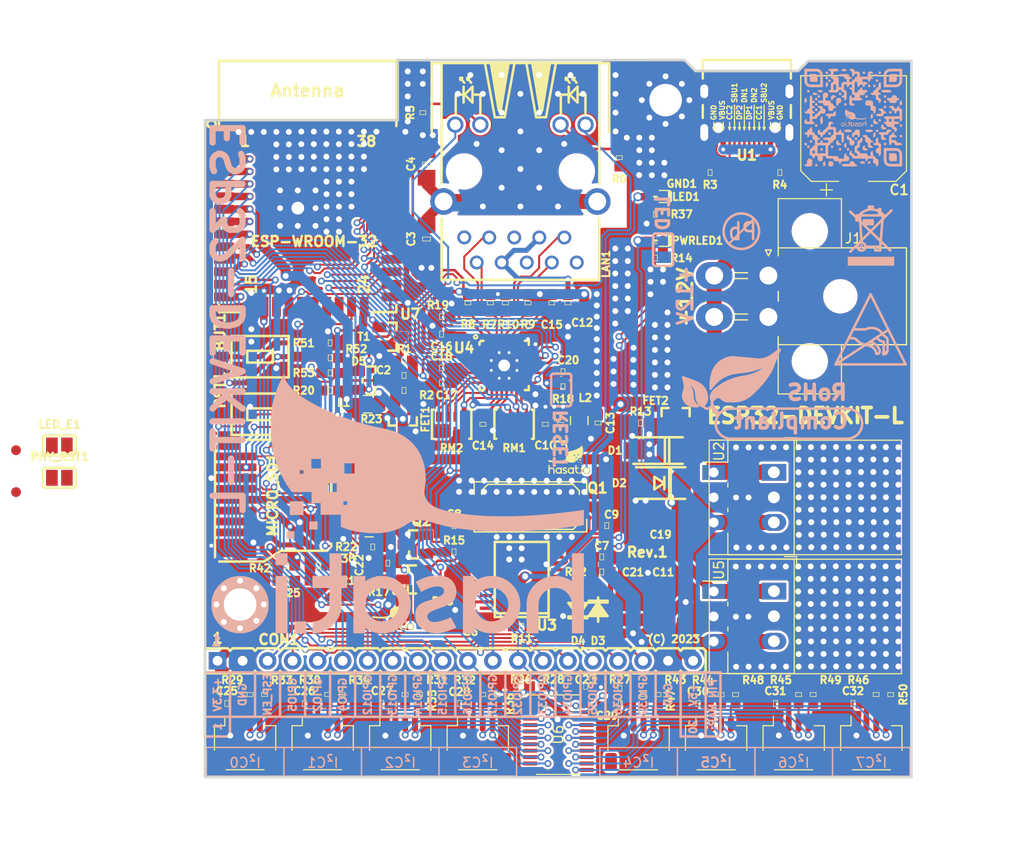
<source format=kicad_pcb>
(kicad_pcb (version 20221018) (generator pcbnew)
  (title_block (title "ESP32-DEVKIT-L") (date "2023") (rev "1") (company "Hasat.io"))
  (layers (0 "F.Cu" mixed) (31 "B.Cu" mixed) (34 "B.Paste" user) (35 "F.Paste" user) (36 "B.SilkS" user "B.Silkscreen") (37 "F.SilkS" user "F.Silkscreen") (38 "B.Mask" user) (39 "F.Mask" user) (44 "Edge.Cuts" user))
  (net 0 "")
  (net 1 "GND")
  (net 2 "Net-(BUT1-Pad2)")
  (net 3 "+3V3")
  (net 4 "/ESP_EN")
  (net 5 "/PHYAD0")
  (net 6 "/PHYAD1")
  (net 7 "/PHYAD2")
  (net 8 "/RMIISEL")
  (net 9 "/VDD1A-2A")
  (net 10 "/VDDCR")
  (net 11 "Net-(J1-Pin_3)")
  (net 12 "Net-(#FLG04-pwr)")
  (net 13 "Net-(U3-XI)")
  (net 14 "Net-(U3-XO)")
  (net 15 "/+5V_USB")
  (net 16 "Net-(U4-NRST)")
  (net 17 "Net-(#FLG012-pwr)")
  (net 18 "Net-(D3-K)")
  (net 19 "Net-(D4-A)")
  (net 22 "/D_Com")
  (net 23 "/GPI35")
  (net 24 "+5V_EXT")
  (net 25 "/GPIO16")
  (net 26 "/GPI39")
  (net 27 "/GPI36")
  (net 28 "/GPIO32")
  (net 29 "+3.3VLAN")
  (net 30 "/GPIO0")
  (net 31 "/GPI34\\BUT1")
  (net 32 "/GPIO5\\PHY_PWR")
  (net 33 "/GPIO3\\U0RXD")
  (net 34 "/GPIO2\\HS2_DATA0")
  (net 35 "/GPIO4\\HS2_DATA1")
  (net 36 "/GPIO1\\U0TXD")
  (net 37 "/GPIO26\\EMAC_RXD1(RMII)")
  (net 38 "/GPIO25\\EMAC_RXD0(RMII)")
  (net 39 "/GPIO27\\EMAC_RX_CRS_DV")
  (net 40 "/GPIO18\\MDIO(RMII)")
  (net 41 "/GPIO14\\HS2_CLK")
  (net 42 "/GPIO15\\HS2_CMD")
  (net 43 "/GPIO12\\HS2_DATA2")
  (net 44 "/GPIO13\\HS2_DATA3")
  (net 45 "/GPIO33\\LED")
  (net 46 "/GPIO22\\EMAC_TXD1(RMII)")
  (net 47 "/GPIO19\\EMAC_TXD0(RMII)")
  (net 48 "/GPIO21\\EMAC_TX_EN(RMII)")
  (net 49 "/GPIO23\\MDC(RMII)")
  (net 50 "/GPIO17\\EMAC_CLK_OUT_180")
  (net 52 "Net-(LAN1-TD+)")
  (net 53 "Net-(LAN1-TD-)")
  (net 54 "Net-(LAN1-RD+)")
  (net 55 "Net-(LAN1-RD-)")
  (net 56 "Net-(LAN1-AG)")
  (net 57 "Net-(LAN1-AY)")
  (net 58 "Net-(LAN1-KG)")
  (net 59 "Net-(LAN1-KY)")
  (net 60 "Net-(C3-Pad1)")
  (net 61 "Net-(LED1-K)")
  (net 62 "Net-(MICRO_SD1-DAT2{slash}RES)")
  (net 63 "Net-(MICRO_SD1-CD{slash}DAT3{slash}CS)")
  (net 64 "Net-(MICRO_SD1-CLK{slash}SCLK)")
  (net 65 "Net-(MICRO_SD1-DAT0{slash}DO)")
  (net 66 "Net-(MICRO_SD1-DAT1{slash}RES)")
  (net 67 "Net-(PWRLED1-K)")
  (net 68 "Net-(Q2-B)")
  (net 69 "Net-(Q2-E)")
  (net 70 "Net-(Q3-B)")
  (net 71 "Net-(Q3-E)")
  (net 72 "Net-(Q3-C)")
  (net 73 "Net-(T1-C)")
  (net 74 "Net-(U1-CC2)")
  (net 75 "Net-(U1-CC1)")
  (net 76 "Net-(U4-RBIAS)")
  (net 77 "Net-(U6-~{RESET})")
  (net 78 "Net-(U1-DP1)")
  (net 79 "+5V")
  (net 80 "Net-(U1-DN1)")
  (net 88 "unconnected-(U3-NOS#-Pad20)")
  (net 91 "/SD0")
  (net 92 "/SC0")
  (net 93 "/SD1")
  (net 94 "/SC1")
  (net 95 "/SD2")
  (net 96 "/SC2")
  (net 97 "/SD3")
  (net 98 "/SC3")
  (net 99 "/SD4")
  (net 100 "/SC4")
  (net 101 "/SD5")
  (net 102 "/SC5")
  (net 103 "/SD6")
  (net 104 "/SC6")
  (net 105 "/SD7")
  (net 106 "/SC7")
  (net 111 "Net-(C2-Pad2)")
  (footprint "OLIMEX_Other-FP:Mounting_hole_Shield_3.3mm" (layer "F.Cu") (at 73.152 122.301)
    (fp_text reference "MH2" hide)
    (fp_text value "Mounting_hole_Shield_3.3mm" hide)
  )
  (footprint "Capacitors:0603" (layer "F.Cu") (at 105.664 104.013 90)
    (fp_text reference "C5")
    (fp_text value "22uF/6.3V/20%/X5R/C0603")
  )
  (footprint "Capacitors:0603" (layer "F.Cu") (at 104.14 104.013 90)
    (fp_text reference "C10")
    (fp_text value "22uF/6.3V/20%/X5R/C0603")
  )
  (footprint "Capacitors:0805" (layer "F.Cu") (at 86.233 112.649)
    (fp_text reference "C24")
    (fp_text value "47uF/6.3V/20%/X5R/C0805")
  )
  (footprint "Capacitors:0603" (layer "F.Cu") (at 106.426 91.694 -90)
    (fp_text reference "C12")
    (fp_text value "100nF/50V/20%/Y5V/C0603")
  )
  (footprint "Capacitors:0603" (layer "F.Cu") (at 109.474 103.886 -90)
    (fp_text reference "C13")
    (fp_text value "22uF/6.3V/20%/X5R/C0603")
  )
  (footprint "Capacitors:0603" (layer "F.Cu") (at 97.79 104.013 -90)
    (fp_text reference "C14")
    (fp_text value "100nF/50V/20%/Y5V/C0603")
  )
  (footprint "Capacitors:0603" (layer "F.Cu") (at 104.775 91.694 -90)
    (fp_text reference "C15")
    (fp_text value "100nF/50V/20%/Y5V/C0603")
  )
  (footprint "Capacitors:0603" (layer "F.Cu") (at 93.599 94.869 180)
    (fp_text reference "C16")
    (fp_text value "100nF/50V/20%/Y5V/C0603")
  )
  (footprint "Capacitors:0603" (layer "F.Cu") (at 93.599 99.822 180)
    (fp_text reference "C17")
    (fp_text value "2.2uF/6.3V/10%/X5R/C0603")
  )
  (footprint "Capacitors:0603" (layer "F.Cu") (at 93.599 98.298 180)
    (fp_text reference "C18")
    (fp_text value "100nF/50V/20%/Y5V/C0603")
  )
  (footprint "Capacitors:0603" (layer "F.Cu") (at 105.918 98.679 180)
    (fp_text reference "C20")
    (fp_text value "NA(10uF/6.3V/20%/X5R/C0603)")
  )
  (footprint "OLIMEX_RLC-FP:L_0805_5MIL_DWS" (layer "F.Cu") (at 107.569 103.632 90)
    (fp_text reference "L2")
    (fp_text value "FB0805/600R/2A")
  )
  (footprint "OLIMEX_RLC-FP:L_0805_5MIL_DWS" (layer "F.Cu") (at 86.233 114.554 180)
    (fp_text reference "L3")
    (fp_text value "FB0805/600R/2A")
  )
  (footprint "OLIMEX_LEDs-FP:LED_0603_KA" (layer "F.Cu") (at 115.2995 85.37 180)
    (fp_text reference "PWRLED1")
    (fp_text value "LED/RED/0603")
  )
  (footprint "Resistors:0603" (layer "F.Cu") (at 82.296 95.758)
    (fp_text reference "R51")
    (fp_text value "220R/R0603")
  )
  (footprint "Resistors:0603" (layer "F.Cu") (at 91.694 72.39 90)
    (fp_text reference "R5")
    (fp_text value "330R/R0603")
  )
  (footprint "Resistors:0603" (layer "F.Cu") (at 111.633 76.962 -90)
    (fp_text reference "R6")
    (fp_text value "330R/R0603")
  )
  (footprint "Resistors:0603" (layer "F.Cu") (at 98.552 91.694 -90)
    (fp_text reference "R7")
    (fp_text value "49.9R/1%/R0603")
  )
  (footprint "Resistors:0603" (layer "F.Cu") (at 96.266 91.694 -90)
    (fp_text reference "R8")
    (fp_text value "49.9R/1%/R0603")
  )
  (footprint "Resistors:0603" (layer "F.Cu") (at 102.362 91.694 -90)
    (fp_text reference "R9")
    (fp_text value "49.9R/1%/R0603")
  )
  (footprint "Resistors:0603" (layer "F.Cu") (at 100.076 91.694 -90)
    (fp_text reference "R10")
    (fp_text value "49.9R/1%/R0603")
  )
  (footprint "Resistors:0603" (layer "F.Cu") (at 101.727 124.5235)
    (fp_text reference "R11")
    (fp_text value "10k/R0603")
  )
  (footprint "Resistors:0603" (layer "F.Cu") (at 105.918 100.2)
    (fp_text reference "R18")
    (fp_text value "10k/R0603")
  )
  (footprint "Resistors:0603" (layer "F.Cu") (at 93.599 93.091 180)
    (fp_text reference "R19")
    (fp_text value "12.1k/1%/R0603")
  )
  (footprint "Resistors:0603" (layer "F.Cu") (at 109.855 118.999)
    (fp_text reference "R12")
    (fp_text value "10k/R0603")
  )
  (footprint "Resistors:0603" (layer "F.Cu") (at 94.869 116.967 180)
    (fp_text reference "R15")
    (fp_text value "1k/R0603")
  )
  (footprint "OLIMEX_RLC-FP:R_MATRIX_4" (layer "F.Cu") (at 94.615 104.013)
    (fp_text reference "RM2")
    (fp_text value "RA1206_(4X0603)_4B8_2.2k")
  )
  (footprint "OLIMEX_RLC-FP:R_MATRIX_4" (layer "F.Cu") (at 100.965 104.013 180)
    (fp_text reference "RM1")
    (fp_text value "RA1206_(4X0603)_4B8_2.2k")
  )
  (footprint "OLIMEX_Cases-FP:ESP-WROOM-32_MODULE" (layer "F.Cu") (at 80.01 79.883)
    (fp_text reference "U7")
    (fp_text value "ESP32-WROOM-32D-4MB")
  )
  (footprint "OLIMEX_IC-FP:QFN32_EP(33)_5.00x5.00x0.90mm_Pitch_0.50mm" (layer "F.Cu") (at 99.949 98.044 -90)
    (fp_text reference "U4")
    (fp_text value "LAN8710A-EZC(QFN32)")
  )
  (footprint "OLIMEX_Connectors-FP:TFC-WXCP11-08-LF" (layer "F.Cu") (at 76.327 111.125 180)
    (fp_text reference "MICRO_SD1")
    (fp_text value "TFC-WXCP11-08-LF")
  )
  (footprint "Resistors:0603" (layer "F.Cu") (at 86.233 110.871 180)
    (fp_text reference "R39")
    (fp_text value "10R/R0603")
  )
  (footprint "OLIMEX_Buttons-FP:T1107A(6x3,8x2,5MM)" (layer "F.Cu") (at 75.184 97.155 180)
    (fp_text reference "BUT1")
    (fp_text value "T1107A(6x3,8x2,5MM)")
  )
  (footprint "OLIMEX_Buttons-FP:T1107A(6x3,8x2,5MM)" (layer "F.Cu") (at 75.184 102.997 180)
    (fp_text reference "RST1")
    (fp_text value "T1107A(6x3,8x2,5MM)")
  )
  (footprint "OLIMEX_Connectors-FP:RJLBC-060TC1" (layer "F.Cu") (at 101.6 78.359 180)
    (fp_text reference "LAN1")
    (fp_text value "RJLD-060TC1(LPJ4013EDNL)")
  )
  (footprint "Capacitors:1206" (layer "F.Cu") (at 92.075 85.217 -90)
    (fp_text reference "C3")
    (fp_text value "1nF/2000V/10%/X7R/C1206")
  )
  (footprint "Capacitors:1206" (layer "F.Cu") (at 92.075 77.597 90)
    (fp_text reference "C4")
    (fp_text value "NA(1nF/2000V/10%/X7R/C1206)")
  )
  (footprint "Resistors:0603" (layer "F.Cu") (at 115.2995 87.148 180)
    (fp_text reference "R14")
    (fp_text value "2.2k/R0603")
  )
  (footprint "Capacitors:0603" (layer "F.Cu") (at 94.869 114.3 180)
    (fp_text reference "C8")
    (fp_text value "27pF/50V/5%/C0G/C0603")
  )
  (footprint "Capacitors:0603" (layer "F.Cu") (at 110.363 114.3)
    (fp_text reference "C9")
    (fp_text value "27pF/50V/5%/C0G/C0603")
  )
  (footprint "Capacitors:0603" (layer "F.Cu") (at 96.55 122.875 -90)
    (fp_text reference "C6")
    (fp_text value "22uF/6.3V/20%/X5R/C0603")
  )
  (footprint "Capacitors:0603" (layer "F.Cu") (at 109.855 117.475)
    (fp_text reference "C7")
    (fp_text value "100nF/50V/20%/Y5V/C0603")
  )
  (footprint "OLIMEX_Diodes-FP:SMA-KA" (layer "F.Cu") (at 115.57 106.68 180)
    (fp_text reference "D1")
    (fp_text value "1N5822/SS34/SMA")
  )
  (footprint "OLIMEX_Transistors-FP:SOT23" (layer "F.Cu") (at 117.348 102.997 -90)
    (fp_text reference "FET2")
    (fp_text value "WPM2015-3/TR")
  )
  (footprint "OLIMEX_Crystal-FP:Q_49U3HMS" (layer "F.Cu") (at 102.616 112.395)
    (fp_text reference "Q1")
    (fp_text value "Q12MHz/20pF/30ppm/2P/HC-49SM(SMD)")
  )
  (footprint "OLIMEX_Transistors-FP:SOT23" (layer "F.Cu") (at 90.932 116.205)
    (fp_text reference "Q2")
    (fp_text value "BC817-40(SOT23)")
  )
  (footprint "Resistors:0603" (layer "F.Cu") (at 113.792 103.886 180)
    (fp_text reference "R13")
    (fp_text value "1M/R0603")
  )
  (footprint "Resistors:0603" (layer "F.Cu") (at 91.91 123.09336 90)
    (fp_text reference "R16")
    (fp_text value "1k/R0603")
  )
  (footprint "Resistors:0603" (layer "F.Cu") (at 82.296 97.282 180)
    (fp_text reference "R52")
    (fp_text value "10k/R0603")
  )
  (footprint "Resistors:0603" (layer "F.Cu") (at 82.296 98.806)
    (fp_text reference "R53")
    (fp_text value "NA/R0603")
  )
  (footprint "OLIMEX_IC-FP:SSOP-20W" (layer "F.Cu") (at 101.727 119.761 90)
    (fp_text reference "U3")
    (fp_text value "CH340T(SSOP20W)")
  )
  (footprint "OLIMEX_Other-FP:Mounting_hole_Shield_3.3mm" (layer "F.Cu") (at 116.332 71.12)
    (fp_text reference "MH1" hide)
    (fp_text value "Mounting_hole_Shield_3.3mm" hide)
  )
  (footprint "OLIMEX_Connectors-FP:HN1x20" (layer "F.Cu") (at 94.996 128.016)
    (fp_text reference "CON1")
    (fp_text value "NA(NH1x20)")
  )
  (footprint "OLIMEX_LEDs-FP:LED_0603_KA" (layer "F.Cu") (at 115.2995 80.925 180)
    (fp_text reference "LED1")
    (fp_text value "LED/GREEN/0603")
  )
  (footprint "Resistors:0603" (layer "F.Cu") (at 115.2995 82.703)
    (fp_text reference "R37")
    (fp_text value "2.2k/R0603")
  )
  (footprint "Resistors:0603" (layer "F.Cu") (at 81.1 119.885 180)
    (fp_text reference "R21")
    (fp_text value "2.2k/R0603")
  )
  (footprint "Resistors:0603" (layer "F.Cu") (at 86.487 104.648 180)
    (fp_text reference "R23")
    (fp_text value "2.2k/R0603")
  )
  (footprint "OLIMEX_Diodes-FP:DO214AA_1(K)-2(A)" (layer "F.Cu") (at 115.824 109.982 180)
    (fp_text reference "D2")
    (fp_text value "SMBJ6.0A(DO-214AA)")
  )
  (footprint "OLIMEX_Transistors-FP:SOT23" (layer "F.Cu") (at 89.662 103.505 90)
    (fp_text reference "FET1")
    (fp_text value "WPM2015-3/TR")
  )
  (footprint "Resistors:0603" (layer "F.Cu") (at 89.789 97.536 180)
    (fp_text reference "R1")
    (fp_text value "1k/R0603")
  )
  (footprint "OLIMEX_RLC-FP:L_0805_5MIL_DWS" (layer "F.Cu") (at 86.106 101.981)
    (fp_text reference "L1")
    (fp_text value "FB0805/600R/2A")
  )
  (footprint "Resistors:0603" (layer "F.Cu") (at 89.788999 100.584)
    (fp_text reference "R2")
    (fp_text value "10k/R0603")
  )
  (footprint "OLIMEX_Transistors-FP:SOT23" (layer "F.Cu") (at 88.392 95.123 180)
    (fp_text reference "T1")
    (fp_text value "DTC114YKA")
  )
  (footprint "Capacitors:0603" (layer "F.Cu") (at 89.788999 99.06)
    (fp_text reference "C2")
    (fp_text value "22uF/6.3V/20%/X5R/C0603")
  )
  (footprint "Resistors:0603" (layer "F.Cu") (at 77.851 118.364 180)
    (fp_text reference "R42")
    (fp_text value "NA/R0603")
  )
  (footprint "Resistors:0603" (layer "F.Cu") (at 86.487 106.172 180)
    (fp_text reference "R24")
    (fp_text value "2.2k/R0603")
  )
  (footprint "OLIMEX_Diodes-FP:SOT23-3" (layer "F.Cu") (at 86.233 99.568 180)
    (fp_text reference "D5")
    (fp_text value "BAT54C(SOT23-3)")
  )
  (footprint "OLIMEX_Diodes-FP:SOD-123_1C-2A_KA" (layer "F.Cu") (at 107.442 122.809 90)
    (fp_text reference "D4")
    (fp_text value "1N5819S4/SOD123")
  )
  (footprint "OLIMEX_Diodes-FP:SOD-123_1C-2A_KA" (layer "F.Cu") (at 109.474 122.809 -90)
    (fp_text reference "D3")
    (fp_text value "1N5819S4/SOD123")
  )
  (footprint "OLIMEX_Other-FP:Fiducial1x3" (layer "F.Cu") (at 117.425 75.875)
    (fp_text reference "FID3" hide)
    (fp_text value "Fiducial" hide)
  )
  (footprint "Resistors:0603" (layer "F.Cu") (at 86.487 107.95)
    (fp_text reference "R41")
    (fp_text value "NA/R0603")
  )
  (footprint "Resistors:0603" (layer "F.Cu") (at 81.1 118.361 180)
    (fp_text reference "R38")
    (fp_text value "NA/R0603")
  )
  (footprint "Resistors:0603" (layer "F.Cu") (at 77.851 119.888 180)
    (fp_text reference "R25")
    (fp_text value "2.2k/R0603")
  )
  (footprint "Capacitors:0603" (layer "F.Cu") (at 88.138 118.11 180)
    (fp_text reference "C22")
    (fp_text value "1uF/C0603")
  )
  (footprint "Resistors:0603" (layer "F.Cu") (at 86.614 116.459 180)
    (fp_text reference "R22")
    (fp_text value "10k/R0603")
  )
  (footprint "OLIMEX_Transistors-FP:SOT23" (layer "F.Cu") (at 90.805 119.761)
    (fp_text reference "Q3")
    (fp_text value "BC817-40(SOT23)")
  )
  (footprint "Resistors:0603" (layer "F.Cu") (at 87.249 119.761 180)
    (fp_text reference "R17")
    (fp_text value "220R/R0603")
  )
  (footprint "Resistors:0603" (layer "F.Cu") (at 82.296 100.584 180)
    (fp_text reference "R20")
    (fp_text value "10k/R0603")
  )
  (footprint "Resistors:0603" (layer "F.Cu") (at 82.296 103.886 180)
    (fp_text reference "R40")
    (fp_text value "220R/R0603")
  )
  (footprint "Resistors:0603" (layer "F.Cu") (at 97.77 131.438279 -90)
    (fp_text reference "R32")
    (fp_text value "4.7k/R0603")
  )
  (footprint "Capacitors:0603" (layer "F.Cu") (at 108.225 130.60582 180)
    (fp_text reference "C23")
    (fp_text value "100nF/50V/20%/Y5V/C0603")
  )
  (footprint "Capacitors:0603" (layer "F.Cu") (at 87.54 132.345)
    (fp_text reference "C27")
    (fp_text value "1uF/6.3V/20%/X5R/C0603")
  )
  (footprint "Connector_JST:JST_SH_SM04B-SRSS-TB_1x04-1MP_P1.00mm_Horizontal" (layer "F.Cu") (at 81.53 136.385)
    (fp_text reference "I²C1")
    (fp_text value "Conn_01x04_P1.00mm_Stemma qt/Qwiic")
  )
  (footprint "Capacitors:0603" (layer "F.Cu") (at 135.35156 132.35)
    (fp_text reference "C32")
    (fp_text value "1uF/6.3V/20%/X5R/C0603")
  )
  (footprint "Capacitors:1210" (layer "F.Cu") (at 115.825 113.425 180)
    (fp_text reference "C19")
    (fp_text value "330uF/6.3V/20%/X5R/C1210")
  )
  (footprint "Resistors:0603" (layer "F.Cu") (at 74.16 131.43664 -90)
    (fp_text reference "R29")
    (fp_text value "4.7k/R0603")
  )
  (footprint "OLIMEX_Jumpers-FP:SJ" (layer "F.Cu") (at 54.818 106.159)
    (fp_text reference "LED_E1")
    (fp_text value "Closed")
  )
  (footprint "Connector_JST:JST_SH_SM04B-SRSS-TB_1x04-1MP_P1.00mm_Horizontal" (layer "F.Cu") (at 73.66 136.385)
    (fp_text reference "I²C0")
    (fp_text value "Conn_01x04_P1.00mm_Stemma qt/Qwiic")
  )
  (footprint "" (layer "F.Cu") (at 95.9 85.05)
    (fp_text reference "")
    (fp_text value "")
  )
  (footprint "Converter_DCDC:Converter_DCDC_RECOM_R-78HB-0.5L_THT" (layer "F.Cu") (at 121.21 108.9 -90)
    (fp_text reference "U2")
    (fp_text value "Converter_DCDC_RECOM_R-78HB-0.5L_THT")
  )
  (footprint "Capacitors:0603" (layer "F.Cu") (at 71.81 132.345)
    (fp_text reference "C25")
    (fp_text value "1uF/6.3V/20%/X5R/C0603")
  )
  (footprint "Connector_JST:JST_SH_SM04B-SRSS-TB_1x04-1MP_P1.00mm_Horizontal" (layer "F.Cu") (at 121.46 136.390885)
    (fp_text reference "I²C5")
    (fp_text value "Conn_01x04_P1.00mm_Stemma qt/Qwiic")
  )
  (footprint "Connector_JST:JST_SH_SM04B-SRSS-TB_1x04-1MP_P1.00mm_Horizontal" (layer "F.Cu") (at 129.33 136.389888)
    (fp_text reference "I²C6")
    (fp_text value "Conn_01x04_P1.00mm_Stemma qt/Qwiic")
  )
  (footprint "Resistors:0603" (layer "F.Cu") (at 91.375 131.437351 -90)
    (fp_text reference "R35")
    (fp_text value "4.7k/R0603")
  )
  (footprint "Connector_JST:JST_SH_SM04B-SRSS-TB_1x04-1MP_P1.00mm_Horizontal" (layer "F.Cu") (at 97.27 136.388279)
    (fp_text reference "I²C3")
    (fp_text value "Conn_01x04_P1.00mm_Stemma qt/Qwiic")
  )
  (footprint "Resistors:0603" (layer "F.Cu") (at 123.435 131.440885 -90)
    (fp_text reference "R48")
    (fp_text value "4.7k/R0603")
  )
  (footprint "Converter_DCDC:Converter_DCDC_RECOM_R-78HB-0.5L_THT" (layer "F.Cu") (at 121.21 120.975 -90)
    (fp_text reference "U5")
    (fp_text value "K7803-2000R3L")
  )
  (footprint "Resistors:0603" (layer "F.Cu") (at 120.85 78.475)
    (fp_text reference "R3")
    (fp_text value "5.1k/R0603")
  )
  (footprint "Capacitors:0603" (layer "F.Cu") (at 127.48084 132.349888)
    (fp_text reference "C31")
    (fp_text value "1uF/6.3V/20%/X5R/C0603")
  )
  (footprint "Converter_DCDC:Converter_DCDC_RECOM_R-78B-2.0_THT" (layer "F.Cu") (at 127.325 120.95 -90)
    (fp_text reference "REF**" hide)
    (fp_text value "Converter_DCDC_RECOM_R-78B-2.0_THT")
  )
  (footprint "Resistors:0603" (layer "F.Cu") (at 121.96 131.444165 -90)
    (fp_text reference "R44")
    (fp_text value "4.7k/R0603")
  )
  (footprint "Resistors:0603" (layer "F.Cu") (at 129.83 131.439888 -90)
    (fp_text reference "R45")
    (fp_text value "4.7k/R0603")
  )
  (footprint "Converter_DCDC:Converter_DCDC_RECOM_R-78B-2.0_THT" (layer "F.Cu") (at 127.3175 108.89 -90)
    (fp_text reference "REF**" hide)
    (fp_text value "Converter_DCDC_RECOM_R-78B-2.0_THT")
  )
  (footprint "Resistors:0603" (layer "F.Cu") (at 75.635 131.435 -90)
    (fp_text reference "R33")
    (fp_text value "4.7k/R0603")
  )
  (footprint "Resistors:0603" (layer "F.Cu") (at 104.945 130.605 180)
    (fp_text reference "R28")
    (fp_text value "4.7k/R0603" hide)
  )
  (footprint "Resistors:0603" (layer "F.Cu") (at 99.245 131.438279 -90)
    (fp_text reference "R36")
    (fp_text value "4.7k/R0603")
  )
  (footprint "Capacitors:0603" (layer "F.Cu") (at 119.60916 132.350885)
    (fp_text reference "C30")
    (fp_text value "1uF/6.3V/20%/X5R/C0603")
  )
  (footprint "Connector_JST:JST_SH_SM04B-SRSS-TB_1x04-1MP_P1.00mm_Horizontal" (layer "F.Cu") (at 113.59 136.391107)
    (fp_text reference "I²C4")
    (fp_text value "Conn_01x04_P1.00mm_Stemma qt/Qwiic")
  )
  (footprint "Resistors:0603" (layer "F.Cu") (at 137.70072 131.43672 -90)
    (fp_text reference "R46")
    (fp_text value "4.7k/R0603")
  )
  (footprint "OLIMEX_Other-FP:Fiducial1x3" (layer "F.Cu") (at 50.417 110.897)
    (fp_text reference "FID2" hide)
    (fp_text value "Fiducial" hide)
  )
  (footprint "Connector_Molex:Molex_Mini-Fit_Jr_5569-04A2_2x02_P4.20mm_Horizontal" (layer "F.Cu") (at 126.765 88.925 -90)
    (fp_text reference "REF**" hide)
    (fp_text value "Molex_Mini-Fit_Jr_5569-04A2_2x02_P4.20mm_Horizontal")
  )
  (footprint "OLIMEX_Other-FP:Fiducial1x3" (layer "F.Cu") (at 50.417 106.643)
    (fp_text reference "FID1" hide)
    (fp_text value "Fiducial" hide)
  )
  (footprint "Resistors:0603" (layer "F.Cu") (at 127.925 78.475)
    (fp_text reference "R4")
    (fp_text value "5.1k/R0603")
  )
  (footprint "Package_SO:TSSOP-24_4.4x7.8mm_P0.65mm" (layer "F.Cu") (at 105.45 135.51)
    (fp_text reference "U6")
    (fp_text value "TCA9548APWR")
  )
  (footprint "Hasat.io:Hasatio_logo_mini" (layer "F.Cu") (at 106.58 107.585)
    (fp_text reference "G***")
    (fp_text value "LOGO" hide)
  )
  (footprint "Capacitors:0603" (layer "F.Cu") (at 79.68 132.345)
    (fp_text reference "C26")
    (fp_text value "1uF/6.3V/20%/X5R/C0603")
  )
  (footprint "Resistors:0603" (layer "F.Cu") (at 83.505 131.435 -90)
    (fp_text reference "R34")
    (fp_text value "4.7k/R0603")
  )
  (footprint "Resistors:0603" (layer "F.Cu") (at 111.7 130.845 180)
    (fp_text reference "R27")
    (fp_text value "10k/R0603")
  )
  (footprint "Resistors:0603" (layer "F.Cu") (at 115.565 131.441107 -90)
    (fp_text reference "R47")
    (fp_text value "4.7k/R0603")
  )
  (footprint "Resistors:0603" (layer "F.Cu") (at 89.9 131.437351 -90)
    (fp_text reference "R31")
    (fp_text value "4.7k/R0603")
  )
  (footprint "Capacitors:0603" (layer "F.Cu") (at 95.42084 132.348279 180)
    (fp_text reference "C28")
    (fp_text value "1uF/6.3V/20%/X5R/C0603")
  )
  (footprint "Connector_JST:JST_SH_SM04B-SRSS-TB_1x04-1MP_P1.00mm_Horizontal" (layer "F.Cu") (at 137.21 136.39)
    (fp_text reference "I²C7")
    (fp_text value "Conn_01x04_P1.00mm_Stemma qt/Qwiic")
  )
  (footprint "Capacitors:0603" (layer "F.Cu") (at 111.74084 132.351107)
    (fp_text reference "C29")
    (fp_text value "1uF/6.3V/20%/X5R/C0603")
  )
  (footprint "Connector_USB:USB2.0_TYPE-C(A40-00119-A52-12)" (layer "F.Cu") (at 124.575 71.375 90)
    (fp_text reference "U1")
    (fp_text value "USB-C-16P-F(A40-00119-A52-12)")
  )
  (footprint "Resistors:0603" (layer "F.Cu") (at 139.17572 131.44 -90)
    (fp_text reference "R50")
    (fp_text value "4.7k/R0603")
  )
  (footprint "OLIMEX_Jumpers-FP:SJ" (layer "F.Cu") (at 54.818 109.445)
    (fp_text reference "PHY_RST1")
    (fp_text value "Opened")
  )
  (footprint "OLIMEX_Other-FP:TESTPAD_40-ROUND" (layer "F.Cu") (at 118.825 78.475)
    (fp_text reference "GND1")
    (fp_text value "TESTPAD" hide)
  )
  (footprint "Resistors:0603" (layer "F.Cu") (at 82.03 131.43664 -90)
    (fp_text reference "R30")
    (fp_text value "4.7k/R0603")
  )
  (footprint "Capacitors:1210" (layer "F.Cu") (at 116.075 122.0974 90)
    (fp_text reference "C11")
    (fp_text value "330uF/6.3V/20%/X5R/C1210")
  )
  (footprint "" (layer "F.Cu") (at 107.315 87.6)
    (fp_text reference "")
    (fp_text value "")
  )
  (footprint "Resistors:0603" (layer "F.Cu") (at 101.67 130.605)
    (fp_text reference "R26")
    (fp_text value "4.7k/R0603" hide)
  )
  (footprint "Resistors:0603" (layer "F.Cu") (at 131.305 131.439888 -90)
    (fp_text reference "R49")
    (fp_text value "4.7k/R0603")
  )
  (footprint "Resistors:0603" (layer "F.Cu") (at 114.09 131.442747 -90)
    (fp_text reference "R43")
    (fp_text value "4.7k/R0603")
  )
  (footprint "Connector_JST:JST_SH_SM04B-SRSS-TB_1x04-1MP_P1.00mm_Horizontal" (layer "F.Cu") (at 89.4 136.387351)
    (fp_text reference "I²C2")
    (fp_text value "Conn_01x04_P1.00mm_Stemma qt/Qwiic")
  )
  (footprint "Hasat.io:Hasatio_logo_mini" (layer "F.Cu") (at 88.71 123.415)
    (fp_text reference "G***")
    (fp_text value "LOGO" hide)
  )
  (footprint "Capacitor_SMD:CP_Elec_10x10.5" (layer "F.Cu") (at 135.41 74.005 90)
    (fp_text reference "C1")
    (fp_text value "220uF/50V/10*10mm")
  )
  (footprint "Connector_Molex:Molex_Mini-Fit_Jr_5569-04A1_2x02_P4.20mm_Horizontal" (layer "F.Cu") (at 126.765 88.925 -90)
    (fp_text reference "J1")
    (fp_text value "Conn_02x02_P4.20mm_Molex_Horizontal")
  )
  (footprint "Capacitors:1210" (layer "F.Cu") (at 113.025 122.0974 90)
    (fp_text reference "C21")
    (fp_text value "330uF/6.3V/20%/X5R/C1210")
  )
  (footprint "OLIMEX_LOGOs-FP:LOGO_ANTISTATIC_1" (layer "B.Cu") (at 140.692 97.9395 180)
    (fp_text reference "Sign-Antistatic" hide)
    (fp_text value "Val**" hide)
  )
  (footprint "OLIMEX_LOGOs-FP:LOGO_PBFREE" (layer "B.Cu") (at 124.2232 84.11004)
    (fp_text reference "Sign_Pb-Free")
    (fp_text value "")
  )
  (footprint "OLIMEX_LOGOs-FP:LOGO_RECYCLEBIN_1" (layer "B.Cu") (at 139.51 87.898 180)
    (fp_text reference "Sign-RecyclBin" hide)
    (fp_text value "" hide)
  )
  (footprint "OLIMEX_LOGOs-FP:LOGO_ROHS_1" (layer "B.Cu") (at 135.26 104.8385 180)
    (fp_text reference "Sign_RoHS" hide)
    (fp_text value "Val**" hide)
  )
  (footprint "Hasat.io:Hasatio" (layer "B.Cu") (at 88.74 112.145 180)
    (fp_text reference "G***")
    (fp_text value "LOGO" hide)
  )
  (footprint "OLIMEX_Jumpers-FP:SJ" (layer "B.Cu") (at 105.735488 100.5235 90)
    (fp_text reference "RESET")
    (fp_text value "Opened")
  )
  (footprint "OLIMEX_Jumpers-FP:SJ" (layer "B.Cu") (at 116.075 86.3 90)
    (fp_text reference "LED")
    (fp_text value "Closed")
  )
  (footprint "Hasat.io:esp-devkit-l" (layer "B.Cu") (at 135.38 72.895 180)
    (fp_text reference "G***" hide)
    (fp_text value "LOGO" hide)
  )
  (gr_rect (start 70.650465 114.716802) (end 74.700465 115.256802) (stroke (width 0.254)) (fill solid) (layer "F.Cu"))
  (gr_rect (start 70.64 110.305) (end 74.69 110.845) (stroke (width 0.254)) (fill solid) (layer "F.Cu"))
  (gr_rect (start 70.640465 108.106802) (end 74.690465 108.646802) (stroke (width 0.254)) (fill solid) (layer "F.Cu"))
  (gr_rect (start 70.65 111.405) (end 74.7 111.945) (stroke (width 0.254)) (fill solid) (layer "F.Cu"))
  (gr_rect (start 70.650465 112.506802) (end 74.700465 113.046802) (stroke (width 0.254)) (fill solid) (layer "F.Cu"))
  (gr_rect (start 71.19 104.845) (end 73.04 106.495) (stroke (width 0.254)) (fill solid) (layer "F.Cu"))
  (gr_rect (start 70.650465 113.606802) (end 74.700465 114.146802) (stroke (width 0.254)) (fill solid) (layer "F.Cu"))
  (gr_rect (start 70.65 115.765) (end 74.68 117.365) (stroke (width 0.254)) (fill solid) (layer "F.Cu"))
  (gr_rect (start 70.64 107.005) (end 74.69 107.545) (stroke (width 0.254)) (fill solid) (layer "F.Cu"))
  (gr_line (start 121.9005 129.195) (end 69.59 129.195) (stroke (width 0.254)) (layer "B.SilkS"))
  (gr_line (start 79.75 129.195) (end 79.75 133.695) (stroke (width 0.254)) (layer "B.SilkS"))
  (gr_line (start 69.73 139.715) (end 101.21 139.715) (stroke (width 0.15)) (layer "B.SilkS"))
  (gr_line (start 100.07 129.195) (end 100.07 133.695) (stroke (width 0.254)) (layer "B.SilkS"))
  (gr_line (start 117.53 136.815) (end 117.53 139.725) (stroke (width 0.15)) (layer "B.SilkS"))
  (gr_line (start 109.66 136.815) (end 109.66 139.725) (stroke (width 0.15)) (layer "B.SilkS"))
  (gr_line (start 107.69 129.195) (end 107.69 133.695) (stroke (width 0.254)) (layer "B.SilkS"))
  (gr_line (start 69.59 135.695) (end 69.59 129.195) (stroke (width 0.254)) (layer "B.SilkS"))
  (gr_line (start 92.45 129.195) (end 92.45 133.695) (stroke (width 0.254)) (layer "B.SilkS"))
  (gr_line (start 141.14 136.815) (end 141.14 139.725) (stroke (width 0.15)) (layer "B.SilkS"))
  (gr_line (start 105.15 129.195) (end 105.15 133.695) (stroke (width 0.254)) (layer "B.SilkS"))
  (gr_line (start 74.67 129.195) (end 74.67 133.695) (stroke (width 0.254)) (layer "B.SilkS"))
  (gr_line (start 72.13 129.195) (end 72.13 133.698) (stroke (width 0.254)) (layer "B.SilkS"))
  (gr_line (start 120.4 129.195) (end 120.4 133.695) (stroke (width 0.254)) (layer "B.SilkS"))
  (gr_line (start 69.73 136.805) (end 69.73 139.715) (stroke (width 0.15)) (layer "B.SilkS"))
  (gr_line (start 93.34 136.805) (end 93.34 139.71) (stroke (width 0.15)) (layer "B.SilkS"))
  (gr_line (start 69.73 136.805) (end 101.21 136.805) (stroke (width 0.15)) (layer "B.SilkS"))
  (gr_line (start 85.47 136.805) (end 85.47 139.715) (stroke (width 0.15)) (layer "B.SilkS"))
  (gr_line (start 84.83 129.195) (end 84.83 133.695) (stroke (width 0.254)) (layer "B.SilkS"))
  (gr_line (start 109.66 139.725) (end 141.14 139.725) (stroke (width 0.15)) (layer "B.SilkS"))
  (gr_line (start 94.99 129.195) (end 94.99 133.695) (stroke (width 0.254)) (layer "B.SilkS"))
  (gr_line (start 112.77 129.195) (end 112.77 133.695) (stroke (width 0.254)) (layer "B.SilkS"))
  (gr_line (start 69.59 135.695) (end 72.13 135.695) (stroke (width 0.254)) (layer "B.SilkS"))
  (gr_line (start 117.86 135.695) (end 117.86 133.695) (stroke (width 0.254)) (layer "B.SilkS"))
  (gr_line (start 120.4 133.695) (end 69.59 133.695) (stroke (width 0.254)) (layer "B.SilkS"))
  (gr_line (start 110.23 129.195) (end 110.23 133.695) (stroke (width 0.254)) (layer "B.SilkS"))
  (gr_line (start 102.61 129.195) (end 102.61 133.695) (stroke (width 0.254)) (layer "B.SilkS"))
  (gr_line (start 133.27 136.815) (end 133.27 139.72) (stroke (width 0.15)) (layer "B.SilkS"))
  (gr_line (start 115.32 129.195) (end 115.32 133.695) (stroke (width 0.254)) (layer "B.SilkS"))
  (gr_line (start 77.21 129.195) (end 77.21 133.695) (stroke (width 0.254)) (layer "B.SilkS"))
  (gr_line (start 101.21 136.805) (end 101.21 139.715) (stroke (width 0.15)) (layer "B.SilkS"))
  (gr_line (start 72.13 133.698) (end 72.13 135.695) (stroke (width 0.254)) (layer "B.SilkS"))
  (gr_line (start 121.9005 129.195) (end 121.8995 135.695) (stroke (width 0.254)) (layer "B.SilkS"))
  (gr_line (start 109.66 136.815) (end 141.14 136.815) (stroke (width 0.15)) (layer "B.SilkS"))
  (gr_line (start 117.86 129.195) (end 117.86 133.695) (stroke (width 0.254)) (layer "B.SilkS"))
  (gr_line (start 89.91 129.195) (end 89.91 133.695) (stroke (width 0.254)) (layer "B.SilkS"))
  (gr_line (start 120.4 135.695) (end 121.8995 135.695) (stroke (width 0.254)) (layer "B.SilkS"))
  (gr_line (start 125.4 136.815) (end 125.4 139.725) (stroke (width 0.15)) (layer "B.SilkS"))
  (gr_line (start 82.29 129.195) (end 82.29 133.695) (stroke (width 0.254)) (layer "B.SilkS"))
  (gr_line (start 87.37 129.195) (end 87.37 133.695) (stroke (width 0.254)) (layer "B.SilkS"))
  (gr_line (start 120.4 133.695) (end 120.4 135.695) (stroke (width 0.254)) (layer "B.SilkS"))
  (gr_circle (center 73.151575 122.295) (end 74.930028 122.295) (stroke (width 1)) (fill none) (layer "B.SilkS"))
  (gr_line (start 77.6 136.805) (end 77.6 139.715) (stroke (width 0.15)) (layer "B.SilkS"))
  (gr_line (start 117.86 135.695) (end 120.4 135.695) (stroke (width 0.254)) (layer "B.SilkS"))
  (gr_line (start 97.53 129.195) (end 97.53 133.695) (stroke (width 0.254)) (layer "B.SilkS"))
  (gr_line (start 118.25 67.051508) (end 119.37 68.166) (stroke (width 0.254)) (layer "Edge.Cuts"))
  (gr_line (start 118.25 67.051508) (end 89.154 67.056) (stroke (width 0.254)) (layer "Edge.Cuts"))
  (gr_line (start 69.596 73.152) (end 69.6 139.825) (stroke (width 0.254)) (layer "Edge.Cuts"))
  (gr_line (start 130.8 67.15) (end 141.275 67.15) (stroke (width 0.254)) (layer "Edge.Cuts"))
  (gr_line (start 89.154 73.152) (end 89.154 67.056) (stroke (width 0.254)) (layer "Edge.Cuts"))
  (gr_line (start 129.784 68.166) (end 130.8 67.15) (stroke (width 0.254)) (layer "Edge.Cuts"))
  (gr_line (start 119.37 68.166) (end 129.784 68.166) (stroke (width 0.254)) (layer "Edge.Cuts"))
  (gr_line (start 141.275 67.15) (end 141.275 139.825) (stroke (width 0.254)) (layer "Edge.Cuts"))
  (gr_line (start 69.596 73.152) (end 89.154 73.152) (stroke (width 0.254)) (layer "Edge.Cuts"))
  (gr_line (start 69.6 139.825) (end 141.275 139.825) (stroke (width 0.254)) (layer "Edge.Cuts"))
  (gr_text "1" (at 70.86 134.695 90) (layer "B.SilkS") (effects (font (size 0.762 0.762) (thickness 0.1905)) (justify mirror)))
  (gr_text "ESP_EN" (at 75.94 131.445 90) (layer "B.SilkS") (effects (font (size 0.762 0.762) (thickness 0.1905)) (justify mirror)))
  (gr_text "GPIO5" (at 78.48 131.445 90) (layer "B.SilkS") (effects (font (size 0.762 0.762) (thickness 0.1905)) (justify mirror)))
  (gr_text "GPIO2" (at 81.02 131.445 90) (layer "B.SilkS") (effects (font (size 0.762 0.762) (thickness 0.1905)) (justify mirror)))
  (gr_text "GPIO4" (at 83.56 131.445 90) (layer "B.SilkS") (effects (font (size 0.762 0.762) (thickness 0.1905)) (justify mirror)))
  (gr_text "GPIO12" (at 86.1 131.445 90) (layer "B.SilkS") (effects (font (size 0.762 0.762) (thickness 0.1905)) (justify mirror)))
  (gr_text "GPIO13" (at 88.64 131.445 90) (layer "B.SilkS") (effects (font (size 0.762 0.762) (thickness 0.1905)) (justify mirror)))
  (gr_text "GPIO14" (at 91.18 131.445 90) (layer "B.SilkS") (effects (font (size 0.762 0.762) (thickness 0.1905)) (justify mirror)))
  (gr_text "GPIO15" (at 93.72 131.445 90) (layer "B.SilkS") (effects (font (size 0.762 0.762) (thickness 0.1905)) (justify mirror)))
  (gr_text "GPIO16" (at 96.26 131.445 90) (layer "B.SilkS") (effects (font (size 0.762 0.762) (thickness 0.1905)) (justify mirror)))
  (gr_text "GPIO17" (at 98.8 131.445 90) (layer "B.SilkS") (effects (font (size 0.762 0.762) (thickness 0.1905)) (justify mirror)))
  (gr_text "PIN MAP:" (at 121.15 132.445 90) (layer "B.SilkS") (effects (font (size 0.762 0.762) (thickness 0.1905)) (justify mirror)))
  (gr_text "GPIO32" (at 101.34 131.445 90) (layer "B.SilkS") (effects (font (size 0.762 0.762) (thickness 0.1905)) (justify mirror)))
  (gr_text "GPIO33" (at 103.88 131.445 90) (layer "B.SilkS") (effects (font (size 0.762 0.762) (thickness 0.1905)) (justify mirror)))
  (gr_text "GPIO34" (at 106.42 131.445 90) (layer "B.SilkS") (effects (font (size 0.762 0.762) (thickness 0.1905)) (justify mirror)))
  (gr_text "GPIO35" (at 108.96 131.445 90) (layer "B.SilkS") (effects (font (size 0.762 0.762) (thickness 0.1905)) (justify mirror)))
  (gr_text "GPIO36" (at 111.5 131.445 90) (layer "B.SilkS") (effects (font (size 0.762 0.762) (thickness 0.1905)) (justify mirror)))
  (gr_text "GND" (at 116.59 131.445 90) (layer "B.SilkS") (effects (font (size 0.762 0.762) (thickness 0.1905)) (justify mirror)))
  (gr_text "GPIO39" (at 114.05 131.445 90) (layer "B.SilkS") (effects (font (size 0.762 0.762) (thickness 0.1905)) (justify mirror)))
  (gr_text "+5V" (at 119.13 131.445 90) (layer "B.SilkS") (effects (font (size 0.762 0.762) (thickness 0.1905)) (justify mirror)))
  (gr_text "20" (at 119.13 134.695 90) (layer "B.SilkS") (effects (font (size 0.762 0.762) (thickness 0.1905)) (justify mirror)))
  (gr_text "ESP32-DEVKIT-L" (at 72.03 72.825 90) (layer "B.SilkS") (effects (font (size 3.048 3.048) (thickness 0.635)) (justify left mirror)))
  (gr_text "+12V" (at 118.32 90.915 90) (layer "B.SilkS") (effects (font (size 1.5 1.5) (thickness 0.3)) (justify mirror)))
  (gr_text "1" (at 70.739 125.984) (layer "B.SilkS") (effects (font (size 1.016 1.016) (thickness 0.254)) (justify mirror)))
  (gr_text "+3.3V" (at 70.86 131.445 90) (layer "B.SilkS") (effects (font (size 0.762 0.762) (thickness 0.1905)) (justify mirror)))
  (gr_text "GND" (at 73.4 131.445 90) (layer "B.SilkS") (effects (font (size 0.762 0.762) (thickness 0.1905)) (justify mirror)))
  (gr_text "Rev.1" (at 114.47 116.995) (layer "F.SilkS") (effects (font (size 1.016 1.016) (thickness 0.254))))
  (gr_text "ESP32-DEVKIT-L" (at 130.51 103.155) (layer "F.SilkS") (effects (font (size 1.524 1.524) (thickness 0.381))))
  (gr_text "1" (at 70.866 125.73) (layer "F.SilkS") (effects (font (size 1.016 1.016) (thickness 0.254))))
  (gr_text "(C) 2023\n" (at 117.18 125.815) (layer "F.SilkS") (effects (font (size 0.762 0.762) (thickness 0.1905))))
  (gr_text "+12V" (at 118.32 91.125 90) (layer "F.SilkS") (effects (font (size 1.5 1.5) (thickness 0.3))))
  (segment (start 90.17 111.125) (end 90.17 112.141) (width 1.016) (layer "F.Cu") (net 1))
  (segment (start 103.987 118.136) (end 103.632 118.491) (width 0.4064) (layer "F.Cu") (net 1))
  (segment (start 103.632 110.109) (end 103.632 110.363) (width 1.016) (layer "F.Cu") (net 1))
  (segment (start 103.632 110.363) (end 103.632 110.109) (width 1.016) (layer "F.Cu") (net 1))
  (segment (start 103.632 110.109) (end 100.457 110.109) (width 1.016) (layer "F.Cu") (net 1))
  (segment (start 91.694 75.438) (end 91.694 74.676) (width 1.016) (layer "F.Cu") (net 1))
  (segment (start 92.71 74.676) (end 92.71 75.184) (width 1.016) (layer "F.Cu") (net 1))
  (segment (start 92.71 75.184) (end 92.075 75.819) (width 1.016) (layer "F.Cu") (net 1))
  (segment (start 92.71 101.854) (end 92.329 102.235) (width 0.762) (layer "F.Cu") (net 1))
  (segment (start 92.329 102.235) (end 92.329 104.267) (width 0.762) (layer "F.Cu") (net 1))
  (segment (start 92.329 104.267) (end 92.329 104.775) (width 0.762) (layer "F.Cu") (net 1))
  (segment (start 91.567 87.503) (end 91.567 88.138) (width 1.016) (layer "F.Cu") (net 1))
  (segment (start 105.537 94.107) (end 106.426 94.107) (width 0.762) (layer "F.Cu") (net 1))
  (segment (start 106.68 95.377) (end 106.426 95.123) (width 0.508) (layer "F.Cu") (net 1))
  (segment (start 98.044 104.648) (end 98.806 104.648) (width 0.508) (layer "F.Cu") (net 1))
  (segment (start 99.568 104.648) (end 98.806 104.648) (width 0.508) (layer "F.Cu") (net 1))
  (segment (start 95.504 110.109) (end 95.631 110.109) (width 1.016) (layer "F.Cu") (net 1))
  (segment (start 94.615 110.998) (end 93.853 110.998) (width 1.016) (layer "F.Cu") (net 1))
  (segment (start 93.853 112.014) (end 93.853 113.03) (width 1.016) (layer "F.Cu") (net 1))
  (segment (start 93.853 114.3) (end 93.853 113.03) (width 0.762) (layer "F.Cu") (net 1))
  (segment (start 80.585 82.042) (end 84.074 82.042) (width 1.016) (layer "F.Cu") (net 1))
  (segment (start 82.744 79.883) (end 84.328 79.883) (width 1.016) (layer "F.Cu") (net 1))
  (segment (start 80.264 82.329) (end 80.264 77.978) (width 1.016) (layer "F.Cu") (net 1))
  (segment (start 82.804 79.823) (end 82.804 77.851) (width 1.016) (layer "F.Cu") (net 1))
  (segment (start 77.724 79.789) (end 77.724 77.851) (width 1.016) (layer "F.Cu") (net 1))
  (segment (start 94.996 115.316) (end 99.568 115.316) (width 0.4064) (layer "F.Cu") (net 1))
  (segment (start 105.537 110.109) (end 103.632 110.109) (width 1.016) (layer "F.Cu") (net 1))
  (segment (start 107.569 110.109) (end 105.537 110.109) (width 1.016) (layer "F.Cu") (net 1))
  (segment (start 97.917 110.109) (end 95.504 110.109) (width 1.016) (layer "F.Cu") (net 1))
  (segment (start 100.457 110.871) (end 100.457 110.109) (width 1.016) (layer "F.Cu") (net 1))
  (segment (start 100.457 110.109) (end 100.457 110.363) (width 1.016) (layer "F.Cu") (net 1))
  (segment (start 100.457 110.363) (end 100.457 110.109) (width 1.016) (layer "F.Cu") (net 1))
  (segment (start 100.457 110.109) (end 97.917 110.109) (width 1.016) (layer "F.Cu") (net 1))
  (segment (start 99.949 114.173) (end 97.536 114.173) (width 1.016) (layer "F.Cu") (net 1))
  (segment (start 101.092 116.967) (end 101.219 116.84) (width 1.016) (layer "F.Cu") (net 1))
  (segment (start 101.219 116.84) (end 101.219 115.443) (width 1.016) (layer "F.Cu") (net 1))
  (segment (start 78.74 74.295) (end 78.74 78.105) (width 1.016) (layer "F.Cu") (net 1))
  (segment (start 81.915 78.105) (end 81.915 74.295) (width 1.016) (layer "F.Cu") (net 1))
  (segment (start 84.455 74.295) (end 84.455 76.073) (width 1.016) (layer "F.Cu") (net 1))
  (segment (start 84.455 76.073) (end 84.455 78.105) (width 1.016) (layer "F.Cu") (net 1))
  (segment (start 91.059 68.199) (end 91.059 69.469) (width 1.016) (layer "F.Cu") (net 1))
  (segment (start 113.284 110.345) (end 113.284 111.76) (width 1.016) (layer "F.Cu") (net 1))
  (segment (start 114.3 110.635) (end 114.3 111.76) (width 1.016) (layer "F.Cu") (net 1))
  (segment (start 92.71 94.107) (end 92.71 94.107) (width 0.762) (layer "F.Cu") (net 1))
  (segment (start 92.71 94.107) (end 92.71 94.615) (width 0.762) (layer "F.Cu") (net 1))
  (segment (start 104.775 94.996) (end 104.394 95.377) (width 0.508) (layer "F.Cu") (net 1))
  (segment (start 80.31 82.333) (end 80.264 82.379) (width 1.016) (layer "F.Cu") (net 1))
  (segment (start 80.7928 108.9992) (end 81.577 108.215) (width 1.016) (layer "F.Cu") (net 1))
  (segment (start 87.28 97.085) (end 87.28456 97.08044) (width 1.016) (layer "F.Cu") (net 1))
  (segment (start 88.51 74.573) (end 87.019 74.573) (width 0.762) (layer "F.Cu") (net 1))
  (segment (start 90.297 110.998) (end 90.17 111.125) (width 1.016) (layer "F.Cu") (net 1))
  (segment (start 70.172999 73.728999) (end 71.506499 73.728999) (width 0.508) (layer "F.Cu") (net 1))
  (segment (start 103.378 95.377) (end 106.172 95.377) (width 0.508) (layer "F.Cu") (net 1))
  (segment (start 107.569 110.49) (end 107.569 110.109) (width 1.016) (layer "F.Cu") (net 1))
  (segment (start 80.281 82.346) (end 82.55 84.615) (width 1.016) (layer "F.Cu") (net 1))
  (segment (start 105.918004 102.729974) (end 105.918004 102.235) (width 0.508) (layer "F.Cu") (net 1))
  (segment (start 73.406 74.295) (end 73.152 74.549) (width 1.016) (layer "F.Cu") (net 1))
  (segment (start 111.131803 114.3) (end 110.327893 115.10391) (width 0.254) (layer "F.Cu") (net 1))
  (segment (start 73.152 122.301) (end 73.152 117.094) (width 1.524) (layer "F.Cu") (net 1))
  (segment (start 101.699 95.405) (end 101.727 95.377) (width 0.254) (layer "F.Cu") (net 1))
  (segment (start 73.152 122.301) (end 73.279 122.174) (width 0.762) (layer "F.Cu") (net 1))
  (segment (start 112.94 104.431) (end 112.903 104.394) (width 1.016) (layer "F.Cu") (net 1))
  (segment (start 92.71 99.822) (end 92.71 98.298) (width 0.508) (layer "F.Cu") (net 1))
  (segment (start 92.71 93.091) (end 92.71 94.107) (width 0.762) (layer "F.Cu") (net 1))
  (segment (start 70.104 74.7395) (end 70.104 94.996) (width 0.3048) (layer "F.Cu") (net 1))
  (segment (start 112.94 105.125) (end 112.94 104.431) (width 1.016) (layer "F.Cu") (net 1))
  (segment (start 99.695 104.775) (end 99.568 104.648) (width 0.508) (layer "F.Cu") (net 1))
  (segment (start 92.075 75.819) (end 91.694 75.438) (width 1.016) (layer "F.Cu") (net 1))
  (segment (start 72.327 109.475) (end 72.328 109.474) (width 0.762) (layer "F.Cu") (net 1))
  (segment (start 102.674 96.294) (end 103.083 95.885) (width 0.254) (layer "F.Cu") (net 1))
  (segment (start 93.853 114.173) (end 93.98 114.3) (width 1.016) (layer "F.Cu") (net 1))
  (segment (start 70.225 74) (end 73.825 74) (width 0.508) (layer "F.Cu") (net 1))
  (segment (start 103.473999 95.472999) (end 103.378 95.377) (width 0.508) (layer "F.Cu") (net 1))
  (segment (start 112.903 104.394) (end 112.903 103.886) (width 1.016) (layer "F.Cu") (net 1))
  (segment (start 70.225 74.322569) (end 70.225 74) (width 0.2032) (layer "F.Cu") (net 1))
  (segment (start 97.917 110.109) (end 97.917 110.871) (width 1.016) (layer "F.Cu") (net 1))
  (segment (start 81.577 114.275) (end 81.577 115.075) (width 1.016) (layer "F.Cu") (net 1))
  (segment (start 95.504 110.109) (end 94.615 110.998) (width 1.016) (layer "F.Cu") (net 1))
  (segment (start 94.234 105.2195) (end 92.0115 105.2195) (width 0.3048) (layer "F.Cu") (net 1))
  (segment (start 86.995 74.549) (end 86.741 74.295) (width 1.016) (layer "F.Cu") (net 1))
  (segment (start 88.640501 73.728999) (end 89.720001 73.728999) (width 0.508) (layer "F.Cu") (net 1))
  (segment (start 92.71 93.091) (end 92.71 93.98) (width 1.016) (layer "F.Cu") (net 1))
  (segment (start 104.267 95.377) (end 102.856962 95.377) (width 0.254) (layer "F.Cu") (net 1))
  (segment (start 80.03 134.394231) (end 80.04072 134.383511) (width 0.2032) (layer "F.Cu") (net 1))
  (segment (start 71.51 74.573) (end 71.51 73.7325) (width 0.508) (layer "F.Cu") (net 1))
  (segment (start 105.664 103.124) (end 104.14 103.124) (width 1.016) (layer "F.Cu") (net 1))
  (segment (start 106.7435 98.4885) (end 107.061 98.171) (width 0.508) (layer "F.Cu") (net 1))
  (segment (start 90.043 91.567) (end 90.043 74.573) (width 0.508) (layer "F.Cu") (net 1))
  (segment (start 88.51 73.8595) (end 88.640501 73.728999) (width 0.508) (layer "F.Cu") (net 1))
  (segment (start 94.234 104.775) (end 94.234 105.2195) (width 0.3048) (layer "F.Cu") (net 1))
  (segment (start 89.662 112.649) (end 90.17 112.141) (width 1.016) (layer "F.Cu") (net 1))
  (segment (start 87.28456 97.08044) (end 87.28456 96.0755) (width 1.016) (layer "F.Cu") (net 1))
  (segment (start 101.699 95.594) (end 101.699 95.405) (width 0.254) (layer "F.Cu") (net 1))
  (segment (start 110.748066 117.479066) (end 111.500538 117.479066) (width 1.016) (layer "F.Cu") (net 1))
  (segment (start 105.537 110.109) (end 105.537 110.744) (width 1.016) (layer "F.Cu") (net 1))
  (segment (start 93.98 114.3) (end 93.853 114.3) (width 0.762) (layer "F.Cu") (net 1))
  (segment (start 80.281 82.346) (end 80.585 82.042) (width 1.016) (layer "F.Cu") (net 1))
  (segment (start 81.577 114.275) (end 81.577 114.511) (width 1.016) (layer "F.Cu") (net 1))
  (segment (start 74.295 94.994604) (end 74.295 95.631) (width 1.016) (layer "F.Cu") (net 1))
  (segment (start 92.71 93.091) (end 92.71 92.747438) (width 0.762) (layer "F.Cu") (net 1))
  (segment (start 110.327893 115.10391) (end 108.67009 115.10391) (width 0.254) (layer "F.Cu") (net 1))
  (segment (start 73.825 74) (end 73.85 73.975) (width 0.508) (layer "F.Cu") (net 1))
  (segment (start 93.98 114.3) (end 94.996 115.316) (width 0.4064) (layer "F.Cu") (net 1))
  (segment (start 111.633 77.851) (end 113.792 77.851) (width 1.016) (layer "F.Cu") (net 1))
  (segment (start 71.51 74.573) (end 73.128 74.573) (width 0.762) (layer "F.Cu") (net 1))
  (segment (start 74.236898 116.011102) (end 73.152 117.096) (width 0.2032) (layer "F.Cu") (net 1))
  (segment (start 81.577 108.215) (end 81.82 108.458) (width 1.016) (layer "F.Cu") (net 1))
  (segment (start 103.124 95.885) (end 103.473999 95.535001) (width 0.508) (layer "F.Cu") (net 1))
  (segment (start 90.297 73.5965) (end 90.297 70.231) (width 0.762) (layer "F.Cu") (net 1))
  (segment (start 80.281 82.346) (end 80.231 82.296) (width 1.016) (layer "F.Cu") (net 1))
  (segment (start 90.043 74.573) (end 90.043 73.8505) (width 0.508) (layer "F.Cu") (net 1))
  (segment (start 92.5576 88.138) (end 91.567 88.138) (width 1.016) (layer "F.Cu") (net 1))
  (segment (start 90.297 70.231) (end 91.059 69.469) (width 0.762) (layer "F.Cu") (net 1))
  (segment (start 90.043 74.573) (end 88.51 74.573) (width 0.508) (layer "F.Cu") (net 1))
  (segment (start 105.41 94.361) (end 104.775 94.996) (width 0.508) (layer "F.Cu") (net 1))
  (segment (start 103.124 102.108) (end 103.124 100.965) (width 1.016) (layer "F.Cu") (net 1))
  (segment (start 70.2705 74.573) (end 70.104 74.7395) (width 0.3048) (layer "F.Cu") (net 1))
  (segment (start 80.281 82.346) (end 82.804 79.823) (width 1.016) (layer "F.Cu") (net 1))
  (segment (start 107.061 98.171) (end 107.061 95.631) (width 0.508) (layer "F.Cu") (net 1))
  (segment (start 102.856962 95.377) (end 102.361988 95.377) (width 0.254) (layer "F.Cu") (net 1))
  (segment (start 105.41 94.234) (end 105.537 94.107) (width 0.762) (layer "F.Cu") (net 1))
  (segment (start 74.5059 116.011102) (end 74.236898 116.011102) (width 0.2032) (layer "F.Cu") (net 1))
  (segment (start 93.853 110.998) (end 90.297 110.998) (width 1.016) (layer "F.Cu") (net 1))
  (segment (start 70.739 95.631) (end 74.295 95.631) (width 0.3048) (layer "F.Cu") (net 1))
  (segment (start 106.426 94.107) (end 106.426 95.123) (width 1.016) (layer "F.Cu") (net 1))
  (segment (start 89.43341 109.24541) (end 90.17 109.982) (width 1.016) (layer "F.Cu") (net 1))
  (segment (start 71.51 74.573) (end 70.2705 74.573) (width 0.508) (layer "F.Cu") (net 1))
  (segment (start 113.284 111.76) (end 114.3 111.76) (width 1.016) (layer "F.Cu") (net 1))
  (segment (start 101.727 95.377) (end 102.362 95.377) (width 0.254) (layer "F.Cu") (net 1))
  (segment (start 93.853 113.03) (end 91.059 113.03) (width 1.016) (layer "F.Cu") (net 1))
  (segment (start 97.79 104.902) (end 98.044 104.648) (width 0.508) (layer "F.Cu") (net 1))
  (segment (start 105.664 103.124) (end 105.791 102.997) (width 0.4064) (layer "F.Cu") (net 1))
  (segment (start 93.925 104.775) (end 92.329 104.775) (width 1.016) (layer "F.Cu") (net 1))
  (segment (start 106.807 98.679) (end 106.68 98.552) (width 0.508) (layer "F.Cu") (net 1))
  (segment (start 88.51 74.573) (end 88.51 73.8595) (width 0.508) (layer "F.Cu") (net 1))
  (segment (start 82.06109 94.5819) (end 82.06109 94.63409) (width 0.508) (layer "F.Cu") (net 1))
  (segment (start 70.104 74.7395) (end 70.104 73.797998) (width 0.3048) (layer "F.Cu") (net 1))
  (segment (start 89.720001 73.728999) (end 90.17 73.279) (width 0.3048) (layer "F.Cu") (net 1))
  (segment (start 111.252 111.506) (end 109.855 110.109) (width 1.016) (layer "F.Cu") (net 1))
  (segment (start 80.281 82.346) (end 77.724 79.789) (width 1.016) (layer "F.Cu") (net 1))
  (segment (start 93.699938 91.7575) (end 94.615 91.7575) (width 0.762) (layer "F.Cu") (net 1))
  (segment (start 80.281 82.346) (end 81.882 83.947) (width 1.016) (layer "F.Cu") (net 1))
  (segment (start 104.394 95.377) (end 104.267 95.377) (width 0.254) (layer "F.Cu") (net 1))
  (segment (start 92.71 94.615) (end 92.71 94.059042) (width 1.016) (layer "F.Cu") (net 1))
  (segment (start 106.172 95.377) (end 106.426 95.123) (width 0.508) (layer "F.Cu") (net 1))
  (segment (start 87.249 112.649) (end 89.662 112.649) (width 1.016) (layer "F.Cu") (net 1))
  (segment (start 110.744 117.475) (end 110.748066 117.479066) (width 1.016) (layer "F.Cu") (net 1))
  (segment (start 92.5576 87.4776) (end 92.075 86.995) (width 1.016) (layer "F.Cu") (net 1))
  (segment (start 70.172573 74.374996) (end 70.225 74.322569) (width 0.2032) (layer "F.Cu") (net 1))
  (segment (start 92.5576 88.138) (end 92.5576 87.4776) (width 1.016) (layer "F.Cu") (net 1))
  (segment (start 102.616 95.377) (end 103.378 95.377) (width 0.508) (layer "F.Cu") (net 1))
  (segment (start 103.632 110.871) (end 103.632 110.109) (width 1.016) (layer "F.Cu") (net 1))
  (segment (start 74.31 92.083) (end 72.7155 92.083) (width 0.762) (layer "F.Cu") (net 1))
  (segment (start 71.881848 102.235152) (end 71.12 102.997) (width 1.016) (layer "F.Cu") (net 1))
  (segment (start 90.043 73.8505) (end 90.297 73.5965) (width 0.762) (layer "F.Cu") (net 1))
  (segment (start 93.345 104.775) (end 92.329 104.775) (width 0.254) (layer "F.Cu") (net 1))
  (segment (start 92.71 74.676) (end 91.694 74.676) (width 1.016) (layer "F.Cu") (net 1))
  (segment (start 104.14 103.124) (end 103.124 102.108) (width 1.016) (layer "F.Cu") (net 1))
  (segment (start 82.55 84.615) (end 82.55 86.487) (width 1.016) (layer "F.Cu") (net 1))
  (segment (start 80.281 82.346) (end 77.945 80.01) (width 1.016) (layer "F.Cu") (net 1))
  (segment (start 70.104 73.797998) (end 70.172999 73.728999) (width 0.3048) (layer "F.Cu") (net 1))
  (segment (start 91.059 113.03) (end 90.17 112.141) (width 1.016) (layer "F.Cu") (net 1))
  (segment (start 111.252 114.3) (end 111.252 111.506) (width 1.016) (layer "F.Cu") (net 1))
  (segment (start 106.1036 118.136) (end 105.3465 118.136) (width 0.254) (layer "F.Cu") (net 1))
  (segment (start 106.2863 117.9533) (end 106.1036 118.136) (width 0.254) (layer "F.Cu") (net 1))
  (segment (start 82.06109 94.63409) (end 83.185 95.758) (width 0.508) (layer "F.Cu") (net 1))
  (segment (start 103.473999 95.535001) (end 103.473999 95.472999) (width 0.508) (layer "F.Cu") (net 1))
  (segment (start 80.281 82.346) (end 80.264 82.329) (width 1.016) (layer "F.Cu") (net 1))
  (segment (start 92.71 92.747438) (end 93.699938 91.7575) (width 0.762) (layer "F.Cu") (net 1))
  (segment (start 80.281 82.346) (end 82.744 79.883) (width 1.016) (layer "F.Cu") (net 1))
  (segment (start 109.474 104.775) (end 112.59 104.775) (width 1.016) (layer "F.Cu") (net 1))
  (segment (start 111.506 111.76) (end 111.252 111.506) (width 1.016) (layer "F.Cu") (net 1))
  (segment (start 106.2863 117.4877) (end 106.2863 117.9533) (width 0.254) (layer "F.Cu") (net 1))
  (segment (start 80.04 135.609331) (end 80.03 135.599331) (width 0.2032) (layer "F.Cu") (net 1))
  (segment (start 107.315 110.744) (end 107.569 110.49) (width 1.016) (layer "F.Cu") (net 1))
  (segment (start 81.577 113.368) (end 81.661 113.284) (width 1.016) (layer "F.Cu") (net 1))
  (segment (start 106.426 92.583) (end 106.426 94.107) (width 0.762) (layer "F.Cu") (net 1))
  (segment (start 91.059 113.03) (end 91.059 113.8174) (width 0.2032) (layer "F.Cu") (net 1))
  (segment (start 70.104 94.996) (end 70.739 95.631) (width 0.3048) (layer "F.Cu") (net 1))
  (segment (start 112.59 104.775) (end 112.94 105.125) (width 1.016) (layer "F.Cu") (net 1))
  (segment (start 80.03 135.599331) (end 80.03 134.394231) (width 0.2032) (layer "F.Cu") (net 1))
  (segment (start 93.853 112.014) (end 93.853 110.998) (width 1.016) (layer "F.Cu") (net 1))
  (segment (start 108.67009 115.10391) (end 106.2863 117.4877) (width 0.254) (layer "F.Cu") (net 1))
  (segment (start 105.41 94.234) (end 105.41 94.361) (width 0.508) (layer "F.Cu") (net 1))
  (segment (start 113.647 109.982) (end 113.284 110.345) (width 1.016) (layer "F.Cu") (net 1))
  (segment (start 87.376 118.11) (end 87.249 118.11) (width 0.2032) (layer "F.Cu") (net 1))
  (segment (start 103.083 95.885) (end 103.124 95.885) (width 0.254) (layer "F.Cu") (net 1))
  (segment (start 102.399 96.294) (end 102.674 96.294) (width 0.254) (layer "F.Cu") (net 1))
  (segment (start 102.361988 95.377) (end 102.616 95.377) (width 0.508) (layer "F.Cu") (net 1))
  (segment (start 102.616 95.377) (end 103.124 95.885) (width 0.508) (layer "F.Cu") (net 1))
  (segment (start 90.17 109.982) (end 90.17 111.125) (width 1.016) (layer "F.Cu") (net 1))
  (segment (start 73.235592 102.235152) (end 71.881848 102.235152) (width 1.016) (layer "F.Cu") (net 1))
  (segment (start 105.3465 118.136) (end 103.987 118.136) (width 0.3048) (layer "F.Cu") (net 1))
  (segment (start 111.500538 117.479066) (end 111.504602 117.475002) (width 1.016) (layer "F.Cu") (net 1))
  (segment (start 81.577 114.275) (end 81.577 113.368) (width 1.016) (layer "F.Cu") (net 1))
  (segment (start 86.741 74.295) (end 84.455 74.295) (width 1.016) (layer "F.Cu") (net 1))
  (segment (start 105.918004 102.869996) (end 105.918004 102.729974) (width 0.508) (layer "F.Cu") (net 1))
  (segment (start 106.426 92.583) (end 106.553 92.583) (width 0.254) (layer "F.Cu") (net 1))
  (segment (start 90.17 91.694) (end 90.043 91.567) (width 0.508) (layer "F.Cu") (net 1))
  (segment (start 81.577 114.275) (end 81.577 114.724) (width 0.508) (layer "F.Cu") (net 1))
  (segment (start 110.90084 132.22418) (end 110.90084 132.27584) (width 0.2032) (layer "F.Cu") (net 1))
  (segment (start 106.172 95.377) (end 106.045 95.377) (width 0.254) (layer "F.Cu") (net 1))
  (segment (start 113.284 111.76) (end 111.506 111.76) (width 1.016) (layer "F.Cu") (net 1))
  (segment (start 92.71 99.822) (end 92.71 101.854) (width 0.762) (layer "F.Cu") (net 1))
  (segment (start 111.252 114.3) (end 111.131803 114.3) (width 0.254) (layer "F.Cu") (net 1))
  (segment (start 73.128 74.573) (end 73.152 74.549) (width 0.762) (layer "F.Cu") (net 1))
  (segment (start 92.075 86.995) (end 91.567 87.503) (width 1.016) (layer "F.Cu") (net 1))
  (segment (start 104.267 95.377) (end 106.045 95.377) (width 0.254) (layer "F.Cu") (net 1))
  (segment (start 73.85544 102.855) (end 73.235592 102.235152) (width 1.016) (layer "F.Cu") (net 1))
  (segment (start 71.51 73.7325) (end 71.506499 73.728999) (width 0.508) (layer "F.Cu") (net 1))
  (segment (start 93.853 113.03) (end 93.853 114.173) (width 1.016) (layer "F.Cu") (net 1))
  (segment (start 107.061 95.631) (end 106.7435 95.3135) (width 0.508) (layer "F.Cu") (net 1))
  (segment (start 71.506499 73.728999) (end 88.640501 73.728999) (width 0.508) (layer "F.Cu") (net 1))
  (segment (start 109.855 110.109) (end 107.569 110.109) (width 1.016) (layer "F.Cu") (net 1))
  (segment (start 80.264 82.379) (end 80.264 86.487) (width 1.016) (layer "F.Cu") (net 1))
  (segment (start 75.565 74.295) (end 73.406 74.295) (width 1.016) (layer "F.Cu") (net 1))
  (segment (start 105.664 103.124) (end 105.918004 102.869996) (width 0.508) (layer "F.Cu") (net 1))
  (segment (start 113.647 109.982) (end 114.3 110.635) (width 1.016) (layer "F.Cu") (net 1))
  (via (at 83.615299 115.6472) (size 0.9) (drill 0.6) (layers "F.Cu" "B.Cu") (net 1))
  (via (at 124.75 111.44) (size 0.9) (drill 0.6) (layers "F.Cu" "B.Cu") (net 1))
  (via (at 105.54 109.737) (size 0.9) (drill 0.6) (layers "F.Cu" "B.Cu") (net 1))
  (via (at 90.17 72.007) (size 0.9) (drill 0.6) (layers "F.Cu" "B.Cu") (net 1))
  (via (at 131.09 108.875) (size 0.9) (drill 0.6) (layers "F.Cu" "B.Cu") (net 1))
  (via (at 129.785 120.98) (size 0.9) (drill 0.6) (layers "F.Cu" "B.Cu") (net 1))
  (via (at 137.405 122.235) (size 0.9) (drill 0.6) (layers "F.Cu" "B.Cu") (net 1))
  (via (at 90.17 70.741) (size 0.9) (drill 0.6) (layers "F.Cu" "B.Cu") (net 1))
  (via (at 80.635 78.127) (size 0.9) (drill 0.6) (layers "F.Cu" "B.Cu") (net 1))
  (via (at 134.89 127.31) (size 0.9) (drill 0.6) (layers "F.Cu" "B.Cu") (net 1))
  (via (at 84.455 80.662) (size 0.9) (drill 0.6) (layers "F.Cu" "B.Cu") (net 1))
  (via (at 138.69 128.59) (size 0.9) (drill 0.6) (layers "F.Cu" "B.Cu") (net 1))
  (via (at 138.68 107.605) (size 0.9) (drill 0.6) (layers "F.Cu" "B.Cu") (net 1))
  (via (at 129.805 123.53) (size 0.9) (drill 0.6) (layers "F.Cu" "B.Cu") (net 1))
  (via (at 73 74.357) (size 0.9) (drill 0.6) (layers "F.Cu" "B.Cu") (net 1))
  (via (at 103.124 102.11) (size 0.9) (drill 0.6) (layers "F.Cu" "B.Cu") (net 1))
  (via (at 133.585 119.695) (size 0.9) (drill 0.6) (layers "F.Cu" "B.Cu") (net 1))
  (via (at 105.54 110.88) (size 0.9) (drill 0.6) (layers "F.Cu" "B.Cu") (net 1))
  (via (at 132.36 127.32) (size 0.9) (drill 0.6) (layers "F.Cu" "B.Cu") (net 1))
  (via (at 134.88 106.325) (size 0.9) (drill 0.6) (layers "F.Cu" "B.Cu") (net 1))
  (via (at 124.785 116.515) (size 0.9) (drill 0.6) (layers "F.Cu" "B.Cu") (net 1))
  (via (at 114.8 89.552) (size 0.9) (drill 0.6) (layers "F.Cu" "B.Cu") (net 1))
  (via (at 129.805 122.26) (size 0.9) (drill 0.6) (layers "F.Cu" "B.Cu") (net 1))
  (via (at 133.605 124.785) (size 0.9) (drill 0.6) (layers "F.Cu" "B.Cu") (net 1))
  (via (at 83.185 78.107) (size 0.9) (drill 0.6) (layers "F.Cu" "B.Cu") (net 1))
  (via (at 106.81 110.88) (size 0.9) (drill 0.6) (layers "F.Cu" "B.Cu") (net 1))
  (via (at 133.63 127.32) (size 0.9) (drill 0.6) (layers "F.Cu" "B.Cu") (net 1))
  (via (at 76.83 74.342) (size 0.9) (drill 0.6) (layers "F.Cu" "B.Cu") (net 1))
  (via (at 131.055 118.435) (size 0.9) (drill 0.6) (layers "F.Cu" "B.Cu") (net 1))
  (via (at 81.925 80.662) (size 0.9) (drill 0.6) (layers "F.Cu" "B.Cu") (net 1))
  (via (at 109.347 99.951) (size 0.9) (drill 0.6) (layers "F.Cu" "B.Cu") (net 1))
  (via (at 80.635 74.317) (size 0.9) (drill 0.6) (layers "F.Cu" "B.Cu") (net 1))
  (via (at 83.175 75.587) (size 0.9) (drill 0.6) (layers "F.Cu" "B.Cu") (net 1))
  (via (at 123.515 116.515) (size 0.9) (drill 0.6) (layers "F.Cu" "B.Cu") (net 1))
  (via (at 102.361988 95.379) (size 0.7) (drill 0.4) (layers "F.Cu" "B.Cu") (net 1))
  (via (at 79.365 78.127) (size 0.9) (drill 0.6) (layers "F.Cu" "B.Cu") (net 1))
  (via (at 109.347 98.808) (size 0.9) (drill 0.6) (layers "F.Cu" "B.Cu") (net 1))
  (via (at 137.43 110.135) (size 0.9) (drill 0.6) (layers "F.Cu" "B.Cu") (net 1))
  (via (at 127.255 118.45) (size 0.9) (drill 0.6) (layers "F.Cu" "B.Cu") (net 1))
  (via (at 131.09 110.145) (size 0.9) (drill 0.6) (layers "F.Cu" "B.Cu") (net 1))
  (via (at 116.52 95.197) (size 0.9) (drill 0.6) (layers "F.Cu" "B.Cu") (net 1))
  (via (at 115.25 96.467) (size 0.9) (drill 0.6) (layers "F.Cu" "B.Cu") (net 1))
  (via (at 75.56 74.342) (size 0.9) (drill 0.6) (layers "F.Cu" "B.Cu") (net 1))
  (via (at 138.69 110.145) (size 0.9) (drill 0.6) (layers "F.Cu" "B.Cu") (net 1))
  (via (at 113.059261 97.477) (size 0.9) (drill 0.6) (layers "F.Cu" "B.Cu") (net 1))
  (via (at 111.225 91.257) (size 0.9) (drill 0.6) (layers "F.Cu" "B.Cu") (net 1))
  (via (at 97.917 109.73) (size 0.9) (drill 0.6) (layers "F.Cu" "B.Cu") (net 1))
  (via (at 131.08 107.605) (size 0.9) (drill 0.6) (layers "F.Cu" "B.Cu") (net 1))
  (via (at 83.185 84.472) (size 0.9) (drill 0.6) (layers "F.Cu" "B.Cu") (net 1))
  (via (at 126 118.45) (size 0.9) (drill 0.6) (layers "F.Cu" "B.Cu") (net 1))
  (via (at 116.205 78.742) (size 0.9) (drill 0.6) (layers "F.Cu" "B.Cu") (net 1))
  (via (at 90.17 73.277) (size 0.9) (drill 0.6) (layers "F.Cu" "B.Cu") (net 1))
  (via (at 138.69 127.32) (size 0.9) (drill 0.6) (layers "F.Cu" "B.Cu") (net 1))
  (via (at 131.09 126.05) (size 0.9) (drill 0.6) (layers "F.Cu" "B.Cu") (net 1))
  (via (at 126.03 128.615) (size 0.9) (drill 0.6) (layers "F.Cu" "B.Cu") (net 1))
  (via (at 104.235525 118.2149) (size 0.9) (drill 0.6) (layers "F.Cu" "B.Cu") (net 1))
  (via (at 133.63 126.05) (size 0.9) (drill 0.6) (layers "F.Cu" "B.Cu") (net 1))
  (via (at 132.36 126.05) (size 0.9) (drill 0.6) (layers "F.Cu" "B.Cu") (net 1))
  (via (at 97.917 110.873) (size 0.9) (drill 0.6) (layers "F.Cu" "B.Cu") (net 1))
  (via (at 116.52 100.272) (size 0.9) (drill 0.6) (layers "F.Cu" "B.Cu") (net 1))
  (via (at 101.73 116.59) (size 0.9) (drill 0.6) (layers "F.Cu" "B.Cu") (net 1))
  (via (at 109.774428 130.69112) (size 0.7) (drill 0.4) (layers "F.Cu" "B.Cu") (net 1))
  (via (at 98.806 104.65) (size 0.9) (drill 0.6) (layers "F.Cu" "B.Cu") (net 1))
  (via (at 101.73 110.877) (size 0.9) (drill 0.6) (layers "F.Cu" "B.Cu") (net 1))
  (via (at 78.1 75.612) (size 0.9) (drill 0.6) (layers "F.Cu" "B.Cu") (net 1))
  (via (at 108.08 109.737) (size 0.9) (drill 0.6) (layers "F.Cu" "B.Cu") (net 1))
  (via (at 112.395 74.932) (size 0.9) (drill 0.6) (layers "F.Cu" "B.Cu") (net 1))
  (via (at 139.955 106.335) (size 0.9) (drill 0.6) (layers "F.Cu" "B.Cu") (net 1))
  (via (at 138.715 116.49) (size 0.9) (drill 0.6) (layers "F.Cu" "B.Cu") (net 1))
  (via (at 91.74726 101.957) (size 0.9) (drill 0.6) (layers "F.Cu" "B.Cu") (net 1))
  (via (at 131.09 127.32) (size 0.9) (drill 0.6) (layers "F.Cu" "B.Cu") (net 1))
  (via (at 109.347 95.379) (size 0.9) (drill 0.6) (layers "F.Cu" "B.Cu") (net 1))
  (via (at 116.52 96.467) (size 0.9) (drill 0.6) (layers "F.Cu" "B.Cu") (net 1))
  (via (at 89.9237 74.334481) (size 0.9) (drill 0.6) (layers "F.Cu" "B.Cu") (net 1))
  (via (at 92.71 74.678) (size 0.9) (drill 0.6) (layers "F.Cu" "B.Cu") (net 1))
  (via (at 126.025 106.35) (size 0.9) (drill 0.6) (layers "F.Cu" "B.Cu") (net 1))
  (via (at 138.69 111.415) (size 0.9) (drill 0.6) (layers "F.Cu" "B.Cu") (net 1))
  (via (at 116.52 93.927) (size 0.9) (drill 0.6) (layers "F.Cu" "B.Cu") (net 1))
  (via (at 136.135 122.235) (size 0.9) (drill 0.6) (layers "F.Cu" "B.Cu") (net 1))
  (via (at 134.89 126.04) (size 0.9) (drill 0.6) (layers "F.Cu" "B.Cu") (net 1))
  (via (at 138.655 118.435) (size 0.9) (drill 0.6) (layers "F.Cu" "B.Cu") (net 1))
  (via (at 87.28 97.085) (size 0.9) (drill 0.6) (layers "F.Cu" "B.Cu") (net 1))
  (via (at 92.670479 94.021521) (size 0.9) (drill 0.6) (layers "F.Cu" "B.Cu") (net 1))
  (via (at 74.168 102.237152) (size 0.9) (drill 0.6) (layers "F.Cu" "B.Cu") (net 1))
  (via (at 137.425 106.315) (size 0.9) (drill 0.6) (layers "F.Cu" "B.Cu") (net 1))
  (via (at 81.905 76.857) (size 0.9) (drill 0.6) (layers "F.Cu" "B.Cu") (net 1))
  (via (at 132.335 123.515) (size 0.9) (drill 0.6) (layers "F.Cu" "B.Cu") (net 1))
  (via (at 91.567 88.14) (size 0.9) (drill 0.6) (layers "F.Cu" "B.Cu") (net 1))
  (via (at 137.455 115.21) (size 0.9) (drill 0.6) (layers "F.Cu" "B.Cu") (net 1))
  (via (at 90.966779 104.728221) (size 0.9) (drill 0.6) (layers "F.Cu" "B.Cu") (net 1))
  (via (at 109.347 91.95) (size 0.9) (drill 0.6) (layers "F.Cu" "B.Cu") (net 1))
  (via (at 84.455 79.392) (size 0.9) (drill 0.6) (layers "F.Cu" "B.Cu") (net 1))
  (via (at 96.647 109.73) (size 0.9) (drill 0.6) (layers "F.Cu" "B.Cu") (net 1))
  (via (at 133.605 123.515) (size 0.9) (drill 0.6) (layers "F.Cu" "B.Cu") (net 1))
  (via (at 139.96 108.875) (size 0.9) (drill 0.6) (layers "F.Cu" "B.Cu") (net 1))
  (via (at 131.065 123.515) (size 0.9) (drill 0.6) (layers "F.Cu" "B.Cu") (net 1))
  (via (at 80.635 76.857) (size 0.9) (drill 0.6) (layers "F.Cu" "B.Cu") (net 1))
  (via (at 114.795 90.817) (size 0.9) (drill 0.6) (layers "F.Cu" "B.Cu") (net 1))
  (via (at 134.865 122.235) (size 0.9) (drill 0.6) (layers "F.Cu" "B.Cu") (net 1))
  (via (at 111.225 88.717) (size 0.9) (drill 0.6) (layers "F.Cu" "B.Cu") (net 1))
  (via (at 127.82 135.595) (size 0.9) (drill 0.6) (layers "F.Cu" "B.Cu") (net 1))
  (via (at 79.365 75.587) (size 0.9) (drill 0.6) (layers "F.Cu" "B.Cu") (net 1))
  (via (at 132.355 107.605) (size 0.9) (drill 0.6) (layers "F.Cu" "B.Cu") (net 1))
  (via (at 111.252 72.392) (size 0.9) (drill 0.6) (layers "F.Cu" "B.Cu") (net 1))
  (via (at 111.05 98.652) (size 0.9) (drill 0.6) (layers "F.Cu" "B.Cu") (net 1))
  (via (at 82.06109 94.5819) (size 0.9) (drill 0.6) (layers "F.Cu" "B.Cu") (net 1))
  (via (at 131.115 113.95) (size 0.9) (drill 0.6) (layers "F.Cu" "B.Cu") (net 1))
  (via (at 103.124 95.887) (size 0.7) (drill 0.4) (layers "F.Cu" "B.Cu") (net 1))
  (via (at 131.055 119.705) (size 0.9) (drill 0.6) (layers "F.Cu" "B.Cu") (net 1))
  (via (at 134.915 116.48) (size 0.9) (drill 0.6) (layers "F.Cu" "B.Cu") (net 1))
  (via (at 139.96 111.415) (size 0.9) (drill 0.6) (layers "F.Cu" "B.Cu") (net 1))
  (via (at 91.694 74.678) (size 0.9) (drill 0.6) (layers "F.Cu" "B.Cu") (net 1))
  (via (at 99.187 109.73) (size 0.9) (drill 0.6) (layers "F.Cu" "B.Cu") (net 1))
  (via (at 129.83 128.605) (size 0.9) (drill 0.6) (layers "F.Cu" "B.Cu") (net 1))
  (via (at 116.525 92.662) (size 0.9) (drill 0.6) (layers "F.Cu" "B.Cu") (net 1))
  (via (at 84.445 76.852) (size 0.9) (drill 0.6) (layers "F.Cu" "B.Cu") (net 1))
  (via (at 128.555 106.35) (size 0.9) (drill 0.6) (layers "F.Cu" "B.Cu") (net 1))
  (via (at 76.83 76.882) (size 0.9) (drill 0.6) (layers "F.Cu" "B.Cu") (net 1))
  (via (at 111.252 74.297) (size 0.9) (drill 0.6) (layers "F.Cu" "B.Cu") (net 1))
  (via (at 129.83 111.43) (size 0.9) (drill 0.6) (layers "F.Cu" "B.Cu") (net 1))
  (via (at 74.5059 116.011102) (size 0.9) (drill 0.6) (layers "F.Cu" "B.Cu") (net 1))
  (via (at 133.6 118.425) (size 0.9) (drill 0.6) (layers "F.Cu" "B.Cu") (net 1))
  (via (at 138.655 119.705) (size 0.9) (drill 0.6) (layers "F.Cu" "B.Cu") (net 1))
  (via (at 134.865 120.965) (size 0.9) (drill 0.6) (layers "F.Cu" "B.Cu") (net 1))
  (via (at 114.3 111.762) (size 0.9) (drill 0.6) (layers "F.Cu" "B.Cu") (net 1))
  (via (at 105.918004 102.237) (size 0.7) (drill 0.4) (layers "F.Cu" "B.Cu") (net 1))
  (via (at 136.16 108.865) (size 0.9) (drill 0.6) (layers "F.Cu" "B.Cu") (net 1))
  (via (at 83.185 79.392) (size 0.9) (drill 0.6) (layers "F.Cu" "B.Cu") (net 1))
  (via (at 139.985 115.22) (size 0.9) (drill 0.6) (layers "F.Cu" "B.Cu") (net 1))
  (via (at 83.185 80.662) (size 0.9) (drill 0.6) (layers "F.Cu" "B.Cu") (net 1))
  (via (at 139.955 107.605) (size 0.9) (drill 0.6) (layers "F.Cu" "B.Cu") (net 1))
  (via (at 129.83 112.7) (size 0.9) (drill 0.6) (layers "F.Cu" "B.Cu") (net 1))
  (via (at 132.355 106.335) (size 0.9) (drill 0.6) (layers "F.Cu" "B.Cu") (net 1))
  (via (at 105.54 115.447) (size 0.9) (drill 0.6) (layers "F.Cu" "B.Cu") (net 1))
  (via (at 113.65 78.727) (size 0.9) (drill 0.6) (layers "F.Cu" "B.Cu") (net 1))
  (via (at 133.655 115.22) (size 0.9) (drill 0.6) (layers "F.Cu" "B.Cu") (net 1))
  (via (at 131.115 115.22) (size 0.9) (drill 0.6) (layers "F.Cu" "B.Cu") (net 1))
  (via (at 137.41 108.855) (size 0.9) (drill 0.6) (layers "F.Cu" "B.Cu") (net 1))
  (via (at 133.63 111.415) (size 0.9) (drill 0.6) (layers "F.Cu" "B.Cu") (net 1))
  (via (at 133.63 110.145) (size 0.9) (drill 0.6) (layers "F.Cu" "B.Cu") (net 1))
  (via (at 137.41 107.585) (size 0.9) (drill 0.6) (layers "F.Cu" "B.Cu") (net 1))
  (via (at 86.203499 117.585412) (size 0.9) (drill 0.6) (layers "F.Cu" "B.Cu") (net 1))
  (via (at 106.426 94.109) (size 0.9) (drill 0.6) (layers "F.Cu" "B.Cu") (net 1))
  (via (at 129.81 108.88) (size 0.9) (drill 0.6) (layers "F.Cu" "B.Cu") (net 1))
  (via (at 80.02 135.609331) (size 0.9) (drill 0.6) (layers "F.Cu" "B.Cu") (net 1))
  (via (at 137.43 128.58) (size 0.9) (drill 0.6) (layers "F.Cu" "B.Cu") (net 1))
  (via (at 136.13 118.425) (size 0.9) (drill 0.6) (layers "F.Cu" "B.Cu") (net 1))
  (via (at 139.93 118.435) (size 0.9) (drill 0.6) (layers "F.Cu" "B.Cu") (net 1))
  (via (at 139.93 119.705) (size 0.9) (drill 0.6) (layers "F.Cu" "B.Cu") (net 1))
  (via (at 111.05 97.382) (size 0.9) (drill 0.6) (layers "F.Cu" "B.Cu") (net 1))
  (via (at 72.16 135.605) (size 0.9) (drill 0.6) (layers "F.Cu" "B.Cu") (net 1))
  (via (at 83.175 76.857) (size 0.9) (drill 0.6) (layers "F.Cu" "B.Cu") (net 1))
  (via (at 137.455 116.48) (size 0.9) (drill 0.6) (layers "F.Cu" "B.Cu") (net 1))
  (via (at 133.585 120.965) (size 0.9) (drill 0.6) (layers "F.Cu" "B.Cu") (net 1))
  (via (at 106.426 95.125) (size 0.9) (drill 0.6) (layers "F.Cu" "B.Cu") (net 1))
  (via (at 124.76 128.615) (size 0.9) (drill 0.6) (layers "F.Cu" "B.Cu") (net 1))
  (via (at 104.14 102.237) (size 0.7) (drill 0.4) (layers "F.Cu" "B.Cu") (net 1))
  (via (at 90.17 91.696) (size 0.9) (drill 0.6) (layers "F.Cu" "B.Cu") (net 1))
  (via (at 83.185 81.932) (size 0.9) (drill 0.6) (layers "F.Cu" "B.Cu") (net 1))
  (via (at 139.935 123.515) (size 0.9) (drill 0.6) (layers "F.Cu" "B.Cu") (net 1))
  (via (at 84.664589 118.120411) (size 0.9) (drill 0.6) (layers "F.Cu" "B.Cu") (net 1))
  (via (at 123.49 128.615) (size 0.9) (drill 0.6) (layers "F.Cu" "B.Cu") (net 1))
  (via (at 114.935 76.202) (size 0.9) (drill 0.6) (layers "F.Cu" "B.Cu") (net 1))
  (via (at 127.28 106.35) (size 0.9) (drill 0.6) (layers "F.Cu" "B.Cu") (net 1))
  (via (at 131.115 116.49) (size 0.9) (drill 0.6) (layers "F.Cu" "B.Cu") (net 1))
  (via (at 112.089227 135.605) (size 0.9) (drill 0.6) (layers "F.Cu" "B.Cu") (net 1))
  (via (at 104.27 109.734) (size 0.9) (drill 0.6) (layers "F.Cu" "B.Cu") (net 1))
  (via (at 127.29 128.605) (size 0.9) (drill 0.6) (layers "F.Cu" "B.Cu") (net 1))
  (via (at 85.715 74.327) (size 0.9) (drill 0.6) (layers "F.Cu" "B.Cu") (net 1))
  (via (at 138.665 120.975) (size 0.9) (drill 0.6) (layers "F.Cu" "B.Cu") (net 1))
  (via (at 136.16 127.31) (size 0.9) (drill 0.6) (layers "F.Cu" "B.Cu") (net 1))
  (via (at 113.284 111.762) (size 0.9) (drill 0.6) (layers "F.Cu" "B.Cu") (net 1))
  (via (at 80.635 75.587) (size 0.9) (drill 0.6) (layers "F.Cu" "B.Cu") (net 1))
  (via (at 136.16 126.04) (size 0.9) (drill 0.6) (layers "F.Cu" "B.Cu") (net 1))
  (via (at 137.385 120.955) (size 0.9) (drill 0.6) (layers "F.Cu" "B.Cu") (net 1))
  (via (at 114.935 77.472) (size 0.9) (drill 0.6) (layers "F.Cu" "B.Cu") (net 1))
  (via (at 78.1 78.152) (size 0.9) (drill 0.6) (layers "F.Cu" "B.Cu") (net 1))
  (via (at 134.855 118.425) (size 0.9) (drill 0.6) (layers "F.Cu" "B.Cu") (net 1))
  (via (at 74.295 90.68) (size 0.9) (drill 0.6) (layers "F.Cu" "B.Cu") (net 1))
  (via (at 113.665 76.202) (size 0.9) (drill 0.6) (layers "F.Cu" "B.Cu") (net 1))
  (via (at 131.09 112.685) (size 0.9) (drill 0.6) (layers "F.Cu" "B.Cu") (net 1))
  (via (at 115.25 100.272) (size 0.9) (drill 0.6) (layers "F.Cu" "B.Cu") (net 1))
  (via (at 133.63 112.685) (size 0.9) (drill 0.6) (layers "F.Cu" "B.Cu") (net 1))
  (via (at 132.385 115.22) (size 0.9) (drill 0.6) (layers "F.Cu" "B.Cu") (net 1))
  (via (at 112.495 87.452) (size 0.9) (drill 0.6) (layers "F.Cu" "B.Cu") (net 1))
  (via (at 100.46 115.443) (size 0.9) (drill 0.6) (layers "F.Cu" "B.Cu") (net 1))
  (via (at 83.185 83.202) (size 0.9) (drill 0.6) (layers "F.Cu" "B.Cu") (net 1))
  (via (at 133.625 106.325) (size 0.9) (drill 0.6) (layers "F.Cu" "B.Cu") (net 1))
  (via (at 138.68 106.335) (size 0.9) (drill 0.6) (layers "F.Cu" "B.Cu") (net 1))
  (via (at 138.69 112.685) (size 0.9) (drill 0.6) (layers "F.Cu" "B.Cu") (net 1))
  (via (at 90.18 115.155) (size 0.9) (drill 0.6) (layers "F.Cu" "B.Cu") (net 1))
  (via (at 127.315 116.505) (size 0.9) (drill 0.6) (layers "F.Cu" "B.Cu") (net 1))
  (via (at 136.135 123.505) (size 0.9) (drill 0.6) (layers "F.Cu" "B.Cu") (net 1))
  (via (at 76.83 75.612) (size 0.9) (drill 0.6) (layers "F.Cu" "B.Cu") (net 1))
  (via (at 112.495 89.987) (size 0.9) (drill 0.6) (layers "F.Cu" "B.Cu") (net 1))
  (via (at 113.665 74.932) (size 0.9) (drill 0.6) (layers "F.Cu" "B.Cu") (net 1))
  (via (at 136.16 124.77) (size 0.9) (drill 0.6) (layers "F.Cu" "B.Cu") (net 1))
  (via (at 124.735 123.54) (size 0.9) (drill 0.6) (layers "F.Cu" "B.Cu") (net 1))
  (via (at 131.065 120.975) (size 0.9) (drill 0.6) (layers "F.Cu" "B.Cu") (net 1))
  (via (at 114.54 119.087) (size 0.9) (drill 0.6) (layers "F.Cu" "B.Cu") (net 1))
  (via (at 134.915 115.21) (size 0.9) (drill 0.6) (layers "F.Cu" "B.Cu") (net 1))
  (via (at 90.253228 117.488672) (size 0.9) (drill 0.6) (layers "F.Cu" "B.Cu") (net 1))
  (via (at 131.09 111.415) (size 0.9) (drill 0.6) (layers "F.Cu" "B.Cu") (net 1))
  (via (at 81.925 84.472) (size 0.9) (drill 0.6) (layers "F.Cu" "B.Cu") (net 1))
  (via (at 115.25 99.002) (size 0.9) (drill 0.6) (layers "F.Cu" "B.Cu") (net 1))
  (via (at 81.905 74.317) (size 0.9) (drill 0.6) (layers "F.Cu" "B.Cu") (net 1))
  (via (at 78.1 74.342) (size 0.9) (drill 0.6) (layers "F.Cu" "B.Cu") (net 1))
  (via (at 134.89 110.135) (size 0.9) (drill 0.6) (layers "F.Cu" "B.Cu") (net 1))
  (via (at 111.252 70.487) (size 0.9) (drill 0.6) (layers "F.Cu" "B.Cu") (net 1))
  (via (at 139.96 126.05) (size 0.9) (drill 0.6) (layers "F.Cu" "B.Cu") (net 1))
  (via (at 112.495 91.257) (size 0.9) (drill 0.6) (layers "F.Cu" "B.Cu") (net 1))
  (via (at 126.055 116.515) (size 0.9) (drill 0.6) (layers "F.Cu" "B.Cu") (net 1))
  (via (at 84.445 74.327) (size 0.9) (drill 0.6) (layers "F.Cu" "B.Cu") (net 1))
  (via (at 132.335 122.245) (size 0.9) (drill 0.6) (layers "F.Cu" "B.Cu") (net 1))
  (via (at 95.377 110.873) (size 0.9) (drill 0.6) (layers "F.Cu" "B.Cu") (net 1))
  (via (at 109.347 97.665) (size 0.9) (drill 0.6) (layers "F.Cu" "B.Cu") (net 1))
  (via (at 81.905 75.587) (size 0.9) (drill 0.6) (layers "F.Cu" "B.Cu") (net 1))
  (via (at 132.385 112.68) (size 0.9) (drill 0.6) (layers "F.Cu" "B.Cu") (net 1))
  (via (at 81.905 78.127) (size 0.9) (drill 0.6) (layers "F.Cu" "B.Cu") (net 1))
  (via (at 139.935 122.245) (size 0.9) (drill 0.6) (layers "F.Cu" "B.Cu") (net 1))
  (via (at 136.185 113.94) (size 0.9) (drill 0.6) (layers "F.Cu" "B.Cu") (net 1))
  (via (at 136.155 107.595) (size 0.9) (drill 0.6) (layers "F.Cu" "B.Cu") (net 1))
  (via (at 133.605 122.245) (size 0.9) (drill 0.6) (layers "F.Cu" "B.Cu") (net 1))
  (via (at 108.08 110.88) (size 0.9) (drill 0.6) (layers "F.Cu" "B.Cu") (net 1))
  (via (at 129.855 113.965) (size 0.9) (drill 0.6) (layers "F.Cu" "B.Cu") (net 1))
  (via (at 85.715 76.852) (size 0.9) (drill 0.6) (layers "F.Cu" "B.Cu") (net 1))
  (via (at 77.089 90.426) (size 0.9) (drill 0.6) (layers "F.Cu" "B.Cu") (net 1))
  (via (at 101.73 109.734) (size 0.9) (drill 0.6) (layers "F.Cu" "B.Cu") (net 1))
  (via (at 129.805 124.8) (size 0.9) (drill 0.6) (layers "F.Cu" "B.Cu") (net 1))
  (via (at 103 109.734) (size 0.9) (drill 0.6) (layers "F.Cu" "B.Cu") (net 1))
  (via (at 115.25 93.927) (size 0.9) (drill 0.6) (layers "F.Cu" "B.Cu") (net 1))
  (via (at 100.46 116.59) (size 0.9) (drill 0.6) (layers "F.Cu" "B.Cu") (net 1))
  (via (at 109.347 93.093) (size 0.9) (drill 0.6) (layers "F.Cu" "B.Cu") (net 1))
  (via (at 112.952843 105.194607) (size 0.9) (drill 0.6) (layers "F.Cu" "B.Cu") (net 1))
  (via (at 113.665 77.472) (size 0.9) (drill 0.6) (layers "F.Cu" "B.Cu") (net 1))
  (via (at 103 110.877) (size 0.9) (drill 0.6) (layers "F.Cu" "B.Cu") (net 1))
  (via (at 106.807 115.445) (size 0.9) (drill 0.6) (layers "F.Cu" "B.Cu") (net 1))
  (via (at 75.5711 90.478399) (size 0.7) (drill 0.4) (layers "F.Cu" "B.Cu") (net 1))
  (via (at 132.36 108.875) (size 0.9) (drill 0.6) (layers "F.Cu" "B.Cu") (net 1))
  (via (at 115.25 97.737) (size 0.9) (drill 0.6) (layers "F.Cu" "B.Cu") (net 1))
  (via (at 132.36 111.415) (size 0.9) (drill 0.6) (layers "F.Cu" "B.Cu") (net 1))
  (via (at 86.985 74.327) (size 0.9) (drill 0.6) (layers "F.Cu" "B.Cu") (net 1))
  (via (at 138.69 108.875) (size 0.9) (drill 0.6) (layers "F.Cu" "B.Cu") (net 1))
  (via (at 132.385 116.49) (size 0.9) (drill 0.6) (layers "F.Cu" "B.Cu") (net 1))
  (via (at 111.225 86.182) (size 0.9) (drill 0.6) (layers "F.Cu" "B.Cu") (net 1))
  (via (at 111.225 89.987) (size 0.9) (drill 0.6) (layers "F.Cu" "B.Cu") (net 1))
  (via (at 90.17 69.471) (size 0.9) (drill 0.6) (layers "F.Cu" "B.Cu") (net 1))
  (via (at 114.935 78.742) (size 0.9) (drill 0.6) (layers "F.Cu" "B.Cu") (net 1))
  (via (at 136.13 119.695) (size 0.9) (drill 0.6) (layers "F.Cu" "B.Cu") (net 1))
  (via (at 139.96 127.32) (size 0.9) (drill 0.6) (layers "F.Cu" "B.Cu") (net 1))
  (via (at 111.225 92.527) (size 0.9) (drill 0.6) (layers "F.Cu" "B.Cu") (net 1))
  (via (at 94.98 122.855) (size 0.9) (drill 0.6) (layers "F.Cu" "B.Cu") (net 1))
  (via (at 111.225 87.452) (size 0.9) (drill 0.6) (layers "F.Cu" "B.Cu") (net 1))
  (via (at 131.08 106.335) (size 0.9) (drill 0.6) (layers "F.Cu" "B.Cu") (net 1))
  (via (at 134.855 119.695) (size 0.9) (drill 0.6) (layers "F.Cu" "B.Cu") (net 1))
  (via (at 138.715 113.95) (size 0.9) (drill 0.6) (layers "F.Cu" "B.Cu") (net 1))
  (via (at 131.065 124.785) (size 0.9) (drill 0.6) (layers "F.Cu" "B.Cu") (net 1))
  (via (at 119.94 135.595) (size 0.9) (drill 0.6) (layers "F.Cu" "B.Cu") (net 1))
  (via (at 134.88 107.595) (size 0.9) (drill 0.6) (layers "F.Cu" "B.Cu") (net 1))
  (via (at 112.495 92.527) (size 0.9) (drill 0.6) (layers "F.Cu" "B.Cu") (net 1))
  (via (at 137.43 127.31) (size 0.9) (drill 0.6) (layers "F.Cu" "B.Cu") (net 1))
  (via (at 132.385 113.95) (size 0.9) (drill 0.6) (layers "F.Cu" "B.Cu") (net 1))
  (via (at 139.96 110.145) (size 0.9) (drill 0.6) (layers "F.Cu" "B.Cu") (net 1))
  (via (at 111.22 93.792) (size 0.9) (drill 0.6) (layers "F.Cu" "B.Cu") (net 1))
  (via (at 100.457 110.873) (size 0.9) (drill 0.6) (layers "F.Cu" "B.Cu") (net 1))
  (via (at 79.37 76.882) (size 0.9) (drill 0.6) (layers "F.Cu" "B.Cu") (net 1))
  (via (at 133.63 128.59) (size 0.9) (drill 0.6) (layers "F.Cu" "B.Cu") (net 1))
  (via (at 78.1685 90.425439) (size 0.9) (drill 0.6) (layers "F.Cu" "B.Cu") (net 1))
  (via (at 90.17 68.201) (size 0.9) (drill 0.6) (layers "F.Cu" "B.Cu") (net 1))
  (via (at 85.715 75.577) (size 0.9) (drill 0.6) (layers "F.Cu" "B.Cu") (net 1))
  (via (at 81.915 79.392) (size 0.9) (drill 0.6) (layers "F.Cu" "B.Cu") (net 1))
  (via (at 123.48 111.44) (size 0.9) (drill 0.6) (layers "F.Cu" "B.Cu") (net 1))
  (via (at 129.855 116.505) (size 0.9) (drill 0.6) (layers "F.Cu" "B.Cu") (net 1))
  (via (at 134.89 128.58) (size 0.9) (drill 0.6) (layers "F.Cu" "B.Cu") (net 1))
  (via (at 129.825 106.34) (size 0.9) (drill 0.6) (layers "F.Cu" "B.Cu") (net 1))
  (via (at 104.27 115.447) (size 0.9) (drill 0.6) (layers "F.Cu" "B.Cu") (net 1))
  (via (at 91.694 68.201) (size 0.9) (drill 0.6) (layers "F.Cu" "B.Cu") (net 1))
  (via (at 109.347 96.522) (size 0.9) (drill 0.6) (layers "F.Cu" "B.Cu") (net 1))
  (via (at 115.25 95.197) (size 0.9) (drill 0.6) (layers "F.Cu" "B.Cu") (net 1))
  (via (at 112.495 88.717) (size 0.9) (drill 0.6) (layers "F.Cu" "B.Cu") (net 1))
  (via (at 132.36 128.59) (size 0.9) (drill 0.6) (layers "F.Cu" "B.Cu") (net 1))
  (via (at 137.43 112.675) (size 0.9) (drill 0.6) (layers "F.Cu" "B.Cu") (net 1))
  (via (at 133.61 108.865) (size 0.9) (drill 0.6) (layers "F.Cu" "B.Cu") (net 1))
  (via (at 139.985 113.95) (size 0.9) (drill 0.6) (layers "F.Cu" "B.Cu") (net 1))
  (via (at 81.925 81.932) (size 0.9) (drill 0.6) (layers "F.Cu" "B.Cu") (net 1))
  (via (at 92.5576 88.14) (size 0.9) (drill 0.6) (layers "F.Cu" "B.Cu") (net 1))
  (via (at 78.1 76.882) (size 0.9) (drill 0.6) (layers "F.Cu" "B.Cu") (net 1))
  (via (at 101.73 117.737) (size 0.9) (drill 0.6) (layers "F.Cu" "B.Cu") (net 1))
  (via (at 116.07 89.552) (size 0.9) (drill 0.6) (layers "F.Cu" "B.Cu") (net 1))
  (via (at 132.36 124.78) (size 0.9) (drill 0.6) (layers "F.Cu" "B.Cu") (net 1))
  (via (at 105.029 102.237) (size 0.7) (drill 0.4) (layers "F.Cu" "B.Cu") (net 1))
  (via (at 113.059261 98.747) (size 0.9) (drill 0.6) (layers "F.Cu" "B.Cu") (net 1))
  (via (at 81.925 83.202) (size 0.9) (drill 0.6) (layers "F.Cu" "B.Cu") (net 1))
  (via (at 74.28 74.347) (size 0.9) (drill 0.6) (layers "F.Cu" "B.Cu") (net 1))
  (via (at 109.347 90.807) (size 0.9) (drill 0.6) (layers "F.Cu" "B.Cu") (net 1))
  (via (at 136.16 110.135) (size 0.9) (drill 0.6) (layers "F.Cu" "B.Cu") (net 1))
  (via (at 133.61 107.595) (size 0.9) (drill 0.6) (layers "F.Cu" "B.Cu") (net 1))
  (via (at 104.27 110.877) (size 0.9) (drill 0.6) (layers "F.Cu" "B.Cu") (net 1))
  (via (at 134.915 113.94) (size 0.9) (drill 0.6) (layers "F.Cu" "B.Cu") (net 1))
  (via (at 105.374009 133.965158) (size 0.9) (drill 0.6) (layers "F.Cu" "B.Cu") (net 1))
  (via (at 134.89 112.675) (size 0.9) (drill 0.6) (layers "F.Cu" "B.Cu") (net 1))
  (via (at 84.445 75.577) (size 0.9) (drill 0.6) (layers "F.Cu" "B.Cu") (net 1))
  (via (at 95.77 135.608279) (size 0.9) (drill 0.6) (layers "F.Cu" "B.Cu") (net 1))
  (via (at 129.83 110.16) (size 0.9) (drill 0.6) (layers "F.Cu" "B.Cu") (net 1))
  (via (at 74.295 95.633) (size 0.9) (drill 0.6) (layers "F.Cu" "B.Cu") (net 1))
  (via (at 79.365 74.317) (size 0.9) (drill 0.6) (layers "F.Cu" "B.Cu") (net 1))
  (via (at 76.83 78.152) (size 0.9) (drill 0.6) (layers "F.Cu" "B.Cu") (net 1))
  (via (at 132.33 118.435) (size 0.9) (drill 0.6) (layers "F.Cu" "B.Cu") (net 1))
  (via (at 129.8 118.44) (size 0.9) (drill 0.6) (layers "F.Cu" "B.Cu") (net 1))
  (via (at 114.4125 83.652) (size 0.9) (drill 0.6) (layers "F.Cu" "B.Cu") (net 1))
  (via (at 123.48 106.36) (size 0.9) (drill 0.6) (layers "F.Cu" "B.Cu") (net 1))
  (via (at 137.405 124.775) (size 0.9) (drill 0.6) (layers "F.Cu" "B.Cu") (net 1))
  (via (at 138.69 126.05) (size 0.9) (drill 0.6) (layers "F.Cu" "B.Cu") (net 1))
  (via (at 111.05 99.922) (size 0.9) (drill 0.6) (layers "F.Cu" "B.Cu") (net 1))
  (via (at 79.209195 113.954526) (size 0.9) (drill 0.6) (layers "F.Cu" "B.Cu") (net 1))
  (via (at 132.36 110.145) (size 0.9) (drill 0.6) (layers "F.Cu" "B.Cu") (net 1))
  (via (at 129.855 115.235) (size 0.9) (drill 0.6) (layers "F.Cu" "B.Cu") (net 1))
  (via (at 111.252 68.582) (size 0.9) (drill 0.6) (layers "F.Cu" "B.Cu") (net 1))
  (via (at 132.33 119.705) (size 0.9) (drill 0.6) (layers "F.Cu" "B.Cu") (net 1))
  (via (at 137.43 111.405) (size 0.9) (drill 0.6) (layers "F.Cu" "B.Cu") (net 1))
  (via (at 109.347 101.094) (size 0.9) (drill 0.6) (layers "F.Cu" "B.Cu") (net 1))
  (via (at 112.495 86.182) (size 0.9) (drill 0.6) (layers "F.Cu" "B.Cu") (net 1))
  (via (at 138.665 124.785) (size 0.9) (drill 0.6) (layers "F.Cu" "B.Cu") (net 1))
  (via (at 116.52 99.002) (size 0.9) (drill 0.6) (layers "F.Cu" "B.Cu") (net 1))
  (via (at 123.455 118.46) (size 0.9) (drill 0.6) (layers "F.Cu" "B.Cu") (net 1))
  (via (at 128.53 118.45) (size 0.9) (drill 0.6) (layers "F.Cu" "B.Cu") (net 1))
  (via (at 101.73 115.444) (size 0.9) (drill 0.6) (layers "F.Cu" "B.Cu") (net 1))
  (via (at 116.07 88.302) (size 0.9) (drill 0.6) (layers "F.Cu" "B.Cu") (net 1))
  (via (at 138.665 123.515) (size 0.9) (drill 0.6) (layers "F.Cu" "B.Cu") (net 1))
  (via (at 108.754589 105.481589) (size 0.9) (drill 0.6) (layers "F.Cu" "B.Cu") (net 1))
  (via (at 84.455 81.932) (size 0.9) (drill 0.6) (layers "F.Cu" "B.Cu") (net 1))
  (via (at 124.73 118.46) (size 0.9) (drill 0.6) (layers "F.Cu" "B.Cu") (net 1))
  (via (at 74.295 94.363) (size 0.9) (drill 0.6) (layers "F.Cu" "B.Cu") (net 1))
  (via (at 139.935 120.975) (size 0.9) (drill 0.6) (layers "F.Cu" "B.Cu") (net 1))
  (via (at 129.83 126.065) (size 0.9) (drill 0.6) (layers "F.Cu" "B.Cu") (net 1))
  (via (at 124.755 106.36) (size 0.9) (drill 0.6) (layers "F.Cu" "B.Cu") (net 1))
  (via (at 76.825961 98.320961) (size 0.9) (drill 0.6) (layers "F.Cu" "B.Cu") (net 1))
  (via (at 136.155 106.325) (size 0.9) (drill 0.6) (layers "F.Cu" "B.Cu") (net 1))
  (via (at 70.231 116.334) (size 0.7) (drill 0.4) (layers "F.Cu" "B.Cu") (net 1))
  (via (at 129.83 127.335) (size 0.9) (drill 0.6) (layers "F.Cu" "B.Cu") (net 1))
  (via (at 84.455 78.107) (size 0.9) (drill 0.6) (layers "F.Cu" "B.Cu") (net 1))
  (via (at 116.205 77.472) (size 0.9) (drill 0.6) (layers "F.Cu" "B.Cu") (net 1))
  (via (at 134.89 111.405) (size 0.9) (drill 0.6) (layers "F.Cu" "B.Cu") (net 1))
  (via (at 139.985 116.49) (size 0.9) (drill 0.6) (layers "F.Cu" "B.Cu") (net 1))
  (via (at 94.615 91.7595) (size 0.9) (drill 0.6) (layers "F.Cu" "B.Cu") (net 1))
  (via (at 114.935 74.932) (size 0.9) (drill 0.6) (layers "F.Cu" "B.Cu") (net 1))
  (via (at 91.694 69.471) (size 0.9) (drill 0.6) (layers "F.Cu" "B.Cu") (net 1))
  (via (at 131.065 122.245) (size 0.9) (drill 0.6) (layers "F.Cu" "B.Cu") (net 1))
  (via (at 100.46 117.737) (size 0.9) (drill 0.6) (layers "F.Cu" "B.Cu") (net 1))
  (via (at 136.185 115.21) (size 0.9) (drill 0.6) (layers "F.Cu" "B.Cu") (net 1))
  (via (at 136.16 128.58) (size 0.9) (drill 0.6) (layers "F.Cu" "B.Cu") (net 1))
  (via (at 70.244186 109.477) (size 0.9) (drill 0.6) (layers "F.Cu" "B.Cu") (net 1))
  (via (at 137.43 126.04) (size 0.9) (drill 0.6) (layers "F.Cu" "B.Cu") (net 1))
  (via (at 137.4 118.415) (size 0.9) (drill 0.6) (layers "F.Cu" "B.Cu") (net 1))
  (via (at 128.56 128.605) (size 0.9) (drill 0.6) (layers "F.Cu" "B.Cu") (net 1))
  (via (at 138.715 115.22) (size 0.9) (drill 0.6) (layers "F.Cu" "B.Cu") (net 1))
  (via (at 128.585 116.505) (size 0.9) (drill 0.6) (layers "F.Cu" "B.Cu") (net 1))
  (via (at 135.7 135.595) (size 0.9) (drill 0.6) (layers "F.Cu" "B.Cu") (net 1))
  (via (at 99.187 110.873) (size 0.9) (drill 0.6) (layers "F.Cu" "B.Cu") (net 1))
  (via (at 129.785 119.71) (size 0.9) (drill 0.6) (layers "F.Cu" "B.Cu") (net 1))
  (via (at 113.075 96.252) (size 0.9) (drill 0.6) (layers "F.Cu" "B.Cu") (net 1))
  (via (at 85.725 78.122) (size 0.9) (drill 0.6) (layers "F.Cu" "B.Cu") (net 1))
  (via (at 113.075 100.002) (size 0.9) (drill 0.6) (layers "F.Cu" "B.Cu") (net 1))
  (via (at 106.81 109.737) (size 0.9) (drill 0.6) (layers "F.Cu" "B.Cu") (net 1))
  (via (at 136.185 112.67) (size 0.9) (drill 0.6) (layers "F.Cu" "B.Cu") (net 1))
  (via (at 139.96 128.59) (size 0.9) (drill 0.6) (layers "F.Cu" "B.Cu") (net 1))
  (via (at 137.455 113.94) (size 0.9) (drill 0.6) (layers "F.Cu" "B.Cu") (net 1))
  (via (at 103.124 100.967) (size 0.9) (drill 0.6) (layers "F.Cu" "B.Cu") (net 1))
  (via (at 131.09 128.59) (size 0.9) (drill 0.6) (layers "F.Cu" "B.Cu") (net 1))
  (via (at 138.665 122.245) (size 0.9) (drill 0.6) (layers "F.Cu" "B.Cu") (net 1))
  (via (at 133.655 113.95) (size 0.9) (drill 0.6) (layers "F.Cu" "B.Cu") (net 1))
  (via (at 136.135 120.965) (size 0.9) (drill 0.6) (layers "F.Cu" "B.Cu") (net 1))
  (via (at 134.865 123.505) (size 0.9) (drill 0.6) (layers "F.Cu" "B.Cu") (net 1))
  (via (at 137.385 119.685) (size 0.9) (drill 0.6) (layers "F.Cu" "B.Cu") (net 1))
  (via (at 116.52 97.737) (size 0.9) (drill 0.6) (layers "F.Cu" "B.Cu") (net 1))
  (via (at 139.96 124.78) (size 0.9) (drill 0.6) (layers "F.Cu" "B.Cu") (net 1))
  (via (at 96.647 110.873) (size 0.9) (drill 0.6) (layers "F.Cu" "B.Cu") (net 1))
  (via (at 136.185 116.48) (size 0.9) (drill 0.6) (layers "F.Cu" "B.Cu") (net 1))
  (via (at 100.457 109.73) (size 0.9) (drill 0.6) (layers "F.Cu" "B.Cu") (net 1))
  (via (at 105.936128 123.481128) (size 0.9) (drill 0.6) (layers "F.Cu" "B.Cu") (net 1))
  (via (at 137.405 123.505) (size 0.9) (drill 0.6) (layers "F.Cu" "B.Cu") (net 1))
  (via (at 132.335 120.975) (size 0.9) (drill 0.6) (layers "F.Cu" "B.Cu") (net 1))
  (via (at 139.985 112.68) (size 0.9) (drill 0.6) (layers "F.Cu" "B.Cu") (net 1))
  (via (at 87.898234 135.612351) (size 0.9) (drill 0.6) (layers "F.Cu" "B.Cu") (net 1))
  (via (at 134.89 108.865) (size 0.9) (drill 0.6) (layers "F.Cu" "B.Cu") (net 1))
  (via (at 95.377 109.73) (size 0.9) (drill 0.6) (layers "F.Cu" "B.Cu") (net 1))
  (via (at 133.655 116.49) (size 0.9) (drill 0.6) (layers "F.Cu" "B.Cu") (net 1))
  (via (at 129.81 107.61) (size 0.9) (drill 0.6) (layers "F.Cu" "B.Cu") (net 1))
  (via (at 136.16 111.405) (size 0.9) (drill 0.6) (layers "F.Cu" "B.Cu") (net 1))
  (via (at 99.19 115.447) (size 0.9) (drill 0.6) (layers "F.Cu" "B.Cu") (net 1))
  (via (at 83.175 74.317) (size 0.9) (drill 0.6) (layers "F.Cu" "B.Cu") (net 1))
  (via (at 134.865 124.775) (size 0.9) (drill 0.6) (layers "F.Cu" "B.Cu") (net 1))
  (via (at 109.347 94.236) (size 0.9) (drill 0.6) (layers "F.Cu" "B.Cu") (net 1))
  (via (at 114.8 88.302) (size 0.9) (drill 0.6) (layers "F.Cu" "B.Cu") (net 1))
  (via (at 123.465 123.54) (size 0.9) (drill 0.6) (layers "F.Cu" "B.Cu") (net 1))
  (segment (start 107.823 99.568) (end 107.823 97.663) (width 1.778) (layer "B.Cu") (net 1))
  (segment (start 107.823 101.219) (end 107.188 101.219) (width 0.4064) (layer "B.Cu") (net 1))
  (segment (start 107.188 101.219) (end 107.823 101.219) (width 0.4064) (layer "B.Cu") (net 1))
  (segment (start 107.823 101.219) (end 107.823 99.568) (width 1.778) (layer "B.Cu") (net 1))
  (segment (start 82.804 107.442) (end 82.804 108.458) (width 0.762) (layer "B.Cu") (net 1))
  (segment (start 103.632 115.443) (end 103.632 112.649) (width 1.016) (layer "B.Cu") (net 1))
  (segment (start 97.917 110.871) (end 100.457 110.871) (width 1.016) (layer "B.Cu") (net 1))
  (segment (start 103.632 112.649) (end 103.632 111.125) (width 1.016) (layer "B.Cu") (net 1))
  (segment (start 84.455 78.105) (end 84.455 78.172) (width 1.016) (layer "B.Cu") (net 1))
  (segment (start 84.455 78.172) (end 82.6432 79.9838) (width 1.016) (layer "B.Cu") (net 1))
  (segment (start 91.059 69.469) (end 91.059 68.199) (width 1.016) (layer "B.Cu") (net 1))
  (segment (start 107.823 97.663) (end 108.204 97.536) (width 0.508) (layer "B.Cu") (net 1))
  (segment (start 108.204 97.536) (end 107.823 97.663) (width 0.508) (layer "B.Cu") (net 1))
  (segment (start 113.284 111.76) (end 114.3 111.76) (width 1.016) (layer "B.Cu") (net 1))
  (segment (start 70.231 116.332) (end 70.231 126.111) (width 0.508) (layer "B.Cu") (net 1))
  (segment (start 70.231 112.268) (end 70.231 116.332) (width 0.508) (layer "B.Cu") (net 1))
  (segment (start 99.949 98.044) (end 96.569 98.044) (width 1.016) (layer "B.Cu") (net 1))
  (segment (start 90.17 115.165) (end 90.17 116.841396) (width 1.016) (layer "B.Cu") (net 1))
  (segment (start 103.505 115.443) (end 105.536992 115.443) (width 1.016) (layer "B.Cu") (net 1))
  (segment (start 87.28 97.085) (end 92.11 101.915) (width 1.016) (layer "B.Cu") (net 1))
  (segment (start 116.586 128.016) (end 116.586 125.857) (width 1.524) (layer "B.Cu") (net 1))
  (segment (start 85.960595 81.895199) (end 82.967001 81.895199) (width 1.778) (layer "B.Cu") (net 1))
  (segment (start 105.7275 101.2825) (end 105.7275 101.5365) (width 0.762) (layer "B.Cu") (net 1))
  (segment (start 104.5845 92.2655) (end 95.123 92.2655) (width 1.524) (layer "B.Cu") (net 1))
  (segment (start 105.7275 101.2825) (end 107.7595 101.2825) (width 0.762) (layer "B.Cu") (net 1))
  (segment (start 82.04799 94.595) (end 81.12 94.595) (width 0.508) (layer "B.Cu") (net 1))
  (segment (start 103.124 95.885) (end 102.616 95.377) (width 0.254) (layer "B.Cu") (net 1))
  (segment (start 107.823 95.504) (end 106.426 94.107) (width 1.778) (layer "B.Cu") (net 1))
  (segment (start 101.219 115.443) (end 99.949 114.173) (width 1.016) (layer "B.Cu") (net 1))
  (segment (start 82.06109 94.5819) (end 82.04799 94.595) (width 0.508) (layer "B.Cu") (net 1))
  (segment (start 107.823 97.663) (end 107.823 95.504) (width 1.778) (layer "B.Cu") (net 1))
  (segment (start 103.632 111.125) (end 103.632 101.473) (width 1.524) (layer "B.Cu") (net 1))
  (segment (start 72.975 74.375) (end 73.015 74.375) (width 0.508) (layer "B.Cu") (net 1))
  (segment (start 70.20914 106.512589) (end 70.15481 106.458259) (width 0.508) (layer "B.Cu") (net 1))
  (segment (start 105.537 110.744) (end 107.315 110.744) (width 1.016) (layer "B.Cu") (net 1))
  (segment (start 93.218 90.3605) (end 92.5576 89.7001) (width 1.524) (layer "B.Cu") (net 1))
  (segment (start 92.71 74.676) (end 91.694 74.676) (width 1.016) (layer "B.Cu") (net 1))
  (segment (start 105.537 115.442992) (end 105.536992 115.443) (width 1.016) (layer "B.Cu") (net 1))
  (segment (start 82.804 115.316) (end 82.804 107.442) (width 1.016) (layer "B.Cu") (net 1))
  (segment (start 103.632 101.473) (end 102.8971 100.7381) (width 1.524) (layer "B.Cu") (net 1))
  (segment (start 90.18 115.155) (end 90.17 115.165) (width 1.016) (layer "B.Cu") (net 1))
  (segment (start 91.567 88.138) (end 92.5576 89.1286) (width 1.27) (layer "B.Cu") (net 1))
  (segment (start 73.406 128.016) (end 73.406 124.968) (width 1.016) (layer "B.Cu") (net 1))
  (segment (start 70.20914 106.512589) (end 70.231 106.534449) (width 0.508) (layer "B.Cu") (net 1))
  (segment (start 103.632 115.443) (end 103.505 115.443) (width 1.016) (layer "B.Cu") (net 1))
  (segment (start 92.11 106.985) (end 90.18 108.915) (width 1.016) (layer "B.Cu") (net 1))
  (segment (start 92.670479 94.145479) (end 92.670479 94.019521) (width 1.016) (layer "B.Cu") (net 1))
  (segment (start 102.616 95.377) (end 102.361988 95.377) (width 0.254) (layer "B.Cu") (net 1))
  (segment (start 105.918004 102.235) (end 105.918004 101.473004) (width 0.762) (layer "B.Cu") (net 1))
  (segment (start 102.8971 100.7381) (end 102.6431 100.7381) (width 1.524) (layer "B.Cu") (net 1))
  (segment (start 107.632504 101.409496) (end 106.158974 101.409496) (width 0.4064) (layer "B.Cu") (net 1))
  (segment (start 106.158974 101.409496) (end 105.664 101.409496) (width 0.4064) (layer "B.Cu") (net 1))
  (segment (start 92.5576 89.1286) (end 92.5576 89.801014) (width 1.27) (layer "B.Cu") (net 1))
  (segment (start 93.853 113.03) (end 93.853 112.522) (width 1.016) (layer "B.Cu") (net 1))
  (segment (start 98.806 107.569) (end 98.806 104.648) (width 1.016) (layer "B.Cu") (net 1))
  (segment (start 105.7275 101.5365) (end 105.029 102.235) (width 0.762) (layer "B.Cu") (net 1))
  (segment (start 73.406 124.968) (end 73.152 124.714) (width 1.016) (layer "B.Cu") (net 1))
  (segment (start 73.152 74.512) (end 73.152 74.549) (width 0.508) (layer "B.Cu") (net 1))
  (segment (start 107.569 97.663) (end 107.823 97.663) (width 0.508) (layer "B.Cu") (net 1))
  (segment (start 105.918004 101.473004) (end 105.7275 101.2825) (width 0.762) (layer "B.Cu") (net 1))
  (segment (start 96.569 98.044) (end 92.670479 94.145479) (width 1.016) (layer "B.Cu") (net 1))
  (segment (start 107.7595 101.2825) (end 107.823 101.219) (width 0.762) (layer "B.Cu") (net 1))
  (segment (start 106.426 94.107) (end 104.5845 92.2655) (width 1.524) (layer "B.Cu") (net 1))
  (segment (start 91.567 88.138) (end 92.5576 88.138) (width 1.524) (layer "B.Cu") (net 1))
  (segment (start 103.632 112.649) (end 102.743 112.649) (width 1.016) (layer "B.Cu") (net 1))
  (segment (start 103.505 115.443) (end 101.219 115.443) (width 1.016) (layer "B.Cu") (net 1))
  (segment (start 102.6431 100.7381) (end 99.949 98.044) (width 1.524) (layer "B.Cu") (net 1))
  (segment (start 92.11 101.915) (end 92.11 106.985) (width 1.016) (layer "B.Cu") (net 1))
  (segment (start 91.567 88.138) (end 91.567 87.501604) (width 1.778) (layer "B.Cu") (net 1))
  (segment (start 73.015 74.375) (end 73.152 74.512) (width 0.508) (layer "B.Cu") (net 1))
  (segment (start 70.15481 106.458259) (end 70.15481 77.19519) (width 0.508) (layer "B.Cu") (net 1))
  (segment (start 94.615 91.7575) (end 92.658514 89.801014) (width 1.524) (layer "B.Cu") (net 1))
  (segment (start 91.567 87.501604) (end 85.960595 81.895199) (width 1.778) (layer "B.Cu") (net 1))
  (segment (start 95.123 92.2655) (end 94.615 91.7575) (width 1.524) (layer "B.Cu") (net 1))
  (segment (start 82.967001 81.895199) (end 82.6432 82.219) (width 1.778) (layer "B.Cu") (net 1))
  (segment (start 105.918004 102.235) (end 104.14 102.235) (width 0.762) (layer "B.Cu") (net 1))
  (segment (start 92.583 88.138) (end 92.5576 88.138) (width 1.27) (layer "B.Cu") (net 1))
  (segment (start 93.853 112.522) (end 98.806 107.569) (width 1.016) (layer "B.Cu") (net 1))
  (segment (start 90.18 108.915) (end 90.18 115.155) (width 1.016) (layer "B.Cu") (net 1))
  (segment (start 70.15481 77.19519) (end 72.975 74.375) (width 0.508) (layer "B.Cu") (net 1))
  (segment (start 92.5576 89.7001) (end 92.5576 88.138) (width 1.524) (layer "B.Cu") (net 1))
  (segment (start 70.231 106.534449) (end 70.231 112.268) (width 0.508) (layer "B.Cu") (net 1))
  (segment (start 105.537 113.792) (end 105.537 115.442992) (width 1.016) (layer "B.Cu") (net 1))
  (segment (start 75.565031 96.831167) (end 76.022998 96.3732) (width 0.508) (layer "F.Cu") (net 2))
  (segment (start 76.022998 96.3732) (end 76.0268 96.3732) (width 0.508) (layer "F.Cu") (net 2))
  (segment (start 76.642 95.758) (end 81.407 95.758) (width 0.508) (layer "F.Cu") (net 2))
  (segment (start 71.12 97.155) (end 71.2 97.155) (width 0.762) (layer "F.Cu") (net 2))
  (segment (start 75.565031 96.834969) (end 75.565031 96.831167) (width 0.508) (layer "F.Cu") (net 2))
  (segment (start 75.245 97.155) (end 75.565031 96.834969) (width 0.508) (layer "F.Cu") (net 2))
  (segment (start 71.2 97.155) (end 75.245 97.155) (width 0.508) (layer "F.Cu") (net 2))
  (segment (start 76.0268 96.3732) (end 76.642 95.758) (width 0.508) (layer "F.Cu") (net 2))
  (segment (start 83.439 97.028) (end 84.074 97.028) (width 0.508) (layer "F.Cu") (net 3))
  (segment (start 120.575 131.80164) (end 119.34918 130.57582) (width 0.508) (layer "F.Cu") (net 3))
  (segment (start 122.22 128.635) (end 122.22 129.605) (width 1.016) (layer "F.Cu") (net 3))
  (segment (start 123.1894 127.8856) (end 123.455 127.62) (width 0.2032) (layer "F.Cu") (net 3))
  (segment (start 73.15 131.25) (end 73.42746 130.97254) (width 0.508) (layer "F.Cu") (net 3))
  (segment (start 78.74 122.765) (end 78.74 123.375) (width 1.016) (layer "F.Cu") (net 3))
  (segment (start 85.96 102.665) (end 86.487 103.192) (width 0.508) (layer "F.Cu") (net 3))
  (segment (start 99.3 130.57582) (end 99.3 130.375) (width 0.508) (layer "F.Cu") (net 3))
  (segment (start 122.7606 128.312872) (end 122.7606 128.917128) (width 0.2032) (layer "F.Cu") (net 3))
  (segment (start 115.55 130.57582) (end 115.55 129.775) (width 0.508) (layer "F.Cu") (net 3))
  (segment (start 81.03 131.065) (end 81.03 134.372791) (width 0.508) (layer "F.Cu") (net 3))
  (segment (start 87.96004 131.61496) (end 87.32254 130.97746) (width 0.508) (layer "F.Cu") (net 3))
  (segment (start 122.7606 127.665) (end 122.7606 126.1556) (width 1.016) (layer "F.Cu") (net 3))
  (segment (start 79.825 131.35) (end 79.6375 131.1625) (width 0.508) (layer "F.Cu") (net 3))
  (segment (start 72.575 130.725) (end 72.925 130.725) (width 0.508) (layer "F.Cu") (net 3))
  (segment (start 136.32332 132.22418) (end 136.7 132.60086) (width 0.508) (layer "F.Cu") (net 3))
  (segment (start 90.513712 107.569) (end 92.67 107.569) (width 1.016) (layer "F.Cu") (net 3))
  (segment (start 128.45 131.2) (end 127.82582 130.57582) (width 0.508) (layer "F.Cu") (net 3))
  (segment (start 74.412683 75.843) (end 71.51 75.843) (width 1.016) (layer "F.Cu") (net 3))
  (segment (start 97.825 129.65) (end 97.825 130.57746) (width 0.508) (layer "F.Cu") (net 3))
  (segment (start 113.025 123.85) (end 113.025 125.217) (width 1.016) (layer "F.Cu") (net 3))
  (segment (start 139.025 130.1) (end 139.15 129.975) (width 0.508) (layer "F.Cu") (net 3))
  (segment (start 114.075 129.675) (end 114.1 129.65) (width 0.508) (layer "F.Cu") (net 3))
  (segment (start 127.85 129.9) (end 127.85 129.65) (width 0.2032) (layer "F.Cu") (net 3))
  (segment (start 113.075 132.60002) (end 113.075 133.5) (width 0.508) (layer "F.Cu") (net 3))
  (segment (start 127.40082 131.175) (end 127.375 131.175) (width 0.508) (layer "F.Cu") (net 3))
  (segment (start 88.1 105.925) (end 88.1 105.575) (width 0.2032) (layer "F.Cu") (net 3))
  (segment (start 112.54836 130.64918) (end 111.54918 129.65) (width 0.508) (layer "F.Cu") (net 3))
  (segment (start 79.3 130.825) (end 81.5 130.825) (width 0.508) (layer "F.Cu") (net 3))
  (segment (start 126.225 129.65) (end 125.65 129.65) (width 0.508) (layer "F.Cu") (net 3))
  (segment (start 80.7 132.22418) (end 80.7 131.575) (width 0.508) (layer "F.Cu") (net 3))
  (segment (start 88.1 103.385) (end 88.1 105.194) (width 1.016) (layer "F.Cu") (net 3))
  (segment (start 100.025 129.65) (end 100.425 129.65) (width 0.508) (layer "F.Cu") (net 3))
  (segment (start 85.217 103.272) (end 84.05 102.105) (width 1.016) (layer "F.Cu") (net 3))
  (segment (start 88.19 122.755) (end 87.3603 123.5847) (width 1.016) (layer "F.Cu") (net 3))
  (segment (start 120.675 129.525) (end 120.897 129.303) (width 1.016) (layer "F.Cu") (net 3))
  (segment (start 78.95 123.585) (end 79.52 123.585) (width 1.016) (layer "F.Cu") (net 3))
  (segment (start 81.5 130.825) (end 81.74754 130.57746) (width 0.508) (layer "F.Cu") (net 3))
  (segment (start 81.1781 123.5847) (end 81.1742 123.5808) (width 1.016) (layer "F.Cu") (net 3))
  (segment (start 120.575 131.5) (end 120.575 131.175) (width 0.508) (layer "F.Cu") (net 3))
  (segment (start 120.353 126.103) (end 120.85 126.6) (width 1.016) (layer "F.Cu") (net 3))
  (segment (start 79.09754 130.62254) (end 79.09754 130.57746) (width 0.508) (layer "F.Cu") (net 3))
  (segment (start 124.65 129.65) (end 127.45 129.65) (width 0.508) (layer "F.Cu") (net 3))
  (segment (start 88.451351 115.756351) (end 88.165009 115.756351) (width 0.2032) (layer "F.Cu") (net 3))
  (segment (start 70.866 128.016) (end 70.866 129.434) (width 0.508) (layer "F.Cu") (net 3))
  (segment (start 113.075 133.5) (end 113.075 134.37418) (width 0.508) (layer "F.Cu") (net 3))
  (segment (start 94.80246 130.57746) (end 89.24754 130.57746) (width 0.508) (layer "F.Cu") (net 3))
  (segment (start 78.92 120.665) (end 79.33 121.075) (width 1.016) (layer "F.Cu") (net 3))
  (segment (start 87.55008 131.205) (end 88.96 131.205) (width 0.508) (layer "F.Cu") (net 3))
  (segment (start 115.675 129.65) (end 122.2 129.65) (width 0.508) (layer "F.Cu") (net 3))
  (segment (start 85.37 103.145) (end 85.49 103.025) (width 0.2032) (layer "F.Cu") (net 3))
  (segment (start 112.54836 130.845) (end 112.3 130.845) (width 0.2032) (layer "F.Cu") (net 3))
  (segment (start 87.249 116.245446) (end 87.249 114.954) (width 1.016) (layer "F.Cu") (net 3))
  (segment (start 88.57746 130.57746) (end 88.57416 130.58076) (width 0.508) (layer "F.Cu") (net 3))
  (segment (start 111.425 129.65) (end 112.2 129.65) (width 0.508) (layer "F.Cu") (net 3))
  (segment (start 123.224236 129.380764) (end 123.063472 129.22) (width 0.2032) (layer "F.Cu") (net 3))
  (segment (start 112.69916 132.22418) (end 112.69916 130.79998) (width 0.508) (layer "F.Cu") (net 3))
  (segment (start 100.425 129.65) (end 100.975 129.65) (width 0.508) (layer "F.Cu") (net 3))
  (segment (start 88.1 103.385) (end 88.1 105.19316) (width 1.016) (layer "F.Cu") (net 3))
  (segment (start 122.45 130.1) (end 122.95 130.1) (width 1.27) (layer "F.Cu") (net 3))
  (segment (start 128.45 132.22418) (end 127.40082 131.175) (width 0.508) (layer "F.Cu") (net 3))
  (segment (start 108.32746 129.655) (end 109.32 129.655) (width 0.508) (layer "F.Cu") (net 3))
  (segment (start 137.24918 130.57582) (end 139.175 130.57582) (width 0.508) (layer "F.Cu") (net 3))
  (segment (start 136.32332 132.22418) (end 136.32332 131.95578) (width 0.508) (layer "F.Cu") (net 3))
  (segment (start 136.12504 131.02668) (end 135.67418 130.57582) (width 0.508) (layer "F.Cu") (net 3))
  (segment (start 79.52 123.585) (end 81.05 123.585) (width 1.016) (layer "F.Cu") (net 3))
  (segment (start 105.80582 130.60582) (end 107.37664 130.60582) (width 0.508) (layer "F.Cu") (net 3))
  (segment (start 121.21 126.055) (end 121.21 127.575) (width 1.27) (layer "F.Cu") (net 3))
  (segment (start 100.0625 130.1875) (end 98.7125 130.1875) (width 0.508) (layer "F.Cu") (net 3))
  (segment (start 122.975 129.65) (end 123.605 129.65) (width 0.508) (layer "F.Cu") (net 3))
  (segment (start 89.24754 130.57746) (end 88.57746 130.57746) (width 0.508) (layer "F.Cu") (net 3))
  (segment (start 70.866 128.416) (end 70.866 128.016) (width 0.508) (layer "F.Cu") (net 3))
  (segment (start 87.96004 131.61496) (end 88.33336 131.61496) (width 0.508) (layer "F.Cu") (net 3))
  (segment (start 123.455 127.62) (end 123.453472 127.62) (width 0.2032) (layer "F.Cu") (net 3))
  (segment (start 96.44918 132.22418) (end 95.675 131.45) (width 0.508) (layer "F.Cu") (net 3))
  (segment (start 135.27582 130.57582) (end 136.32332 131.62332) (width 0.508) (layer "F.Cu") (net 3))
  (segment (start 87.462457 116.142543) (end 87.72 115.885) (width 0.2032) (layer "F.Cu") (net 3))
  (segment (start 88.15 115.455) (end 87.249 114.554) (width 1.016) (layer "F.Cu") (net 3))
  (segment (start 123.455 127.62) (end 124.43 126.645) (width 0.2032) (layer "F.Cu") (net 3))
  (segment (start 97.825 130.57746) (end 100.22992 130.57746) (width 0.508) (layer "F.Cu") (net 3))
  (segment (start 83.935188 101.5768) (end 83.935188 101.990188) (width 0.762) (layer "F.Cu") (net 3))
  (segment (start 100.0625 130.0125) (end 100.425 129.65) (width 0.508) (layer "F.Cu") (net 3))
  (segment (start 119.79918 130.57582) (end 120.59918 130.57582) (width 0.508) (layer "F.Cu") (net 3))
  (segment (start 72.825 131.575) (end 72.825 132.22418) (width 0.508) (layer "F.Cu") (net 3))
  (segment (start 121.3625 128.8375) (end 120.675 129.525) (width 1.016) (layer "F.Cu") (net 3))
  (segment (start 100.0625 130.1875) (end 100.0625 130.0125) (width 0.508) (layer "F.Cu") (net 3))
  (segment (start 84.616376 101.981) (end 84.212176 101.5768) (width 0.762) (layer "F.Cu") (net 3))
  (segment (start 72.825 132.22418) (end 72.825 131.94) (width 0.508) (layer "F.Cu") (net 3))
  (segment (start 98.02254 130.57746) (end 98.95 129.65) (width 0.508) (layer "F.Cu") (net 3))
  (segment (start 112.69916 132.22418) (end 113.075 132.60002) (width 0.508) (layer "F.Cu") (net 3))
  (segment (start 88.1 105.155288) (end 89.629856 106.685144) (width 1.016) (layer "F.Cu") (net 3))
  (segment (start 121.17418 130.57582) (end 121.27582 130.57582) (width 0.508) (layer "F.Cu") (net 3))
  (segment (start 119.34918 130.57582) (end 119.79918 130.57582) (width 0.508) (layer "F.Cu") (net 3))
  (segment (start 136.32332 131.42668) (end 137.17418 130.57582) (width 0.508) (layer "F.Cu") (net 3))
  (segment (start 113.9 126.095) (end 113.03 125.225) (width 1.016) (layer "F.Cu") (net 3))
  (segment (start 87.32254 130.97746) (end 86.92254 130.57746) (width 0.508) (layer "F.Cu") (net 3))
  (segment (start 128.825 133.35) (end 128.825 134.37418) (width 0.508) (layer "F.Cu") (net 3))
  (segment (start 105.79336 129.80664) (end 105.79336 130.605) (width 0.508) (layer "F.Cu") (net 3))
  (segment (start 122.22 129.605) (end 122.175 129.65) (width 0.2032) (layer "F.Cu") (net 3))
  (segment (start 128.45 131.4) (end 129.02582 130.82418) (width 0.508) (layer "F.Cu") (net 3))
  (segment (start 96.795 131.25) (end 96.795 134.377459) (width 0.508) (layer "F.Cu") (net 3))
  (segment (start 96.35246 131.20246) (end 96.80246 130.75246) (width 0.508) (layer "F.Cu") (net 3))
  (segment (start 72.5 129.65) (end 72.825 129.975) (width 0.508) (layer "F.Cu") (net 3))
  (segment (start 99.3 130.375) (end 100.025 129.65) (width 0.508) (layer "F.Cu") (net 3))
  (segment (start 121.21 127.575) (end 121.21 128.86) (width 1.27) (layer "F.Cu") (net 3))
  (segment (start 128.825 131.57746) (end 129.10123 131.30123) (width 0.508) (layer "F.Cu") (net 3))
  (segment (start 118.92418 130.57582) (end 119.34918 130.57582) (width 0.508) (layer "F.Cu") (net 3))
  (segment (start 136.39918 130.57582) (end 136.32332 130.65168) (width 0.508) (layer "F.Cu") (net 3))
  (segment (start 128.45 132.22418) (end 128.45 131.725) (width 0.508) (layer "F.Cu") (net 3))
  (segment (start 136.32332 131.02668) (end 136.12504 131.02668) (width 0.508) (layer "F.Cu") (net 3))
  (segment (start 84.174 101.981) (end 85.09 101.981) (width 1.016) (layer "F.Cu") (net 3))
  (segment (start 96.83873 131.55627) (end 97.81754 130.57746) (width 0.508) (layer "F.Cu") (net 3))
  (segment (start 127.3 126.055) (end 127.325 126.03) (width 0.2032) (layer "F.Cu") (net 3))
  (segment (start 120.59918 130.57582) (end 120.575 130.6) (width 0.508) (layer "F.Cu") (net 3))
  (segment (start 115.55 129.775) (end 115.675 129.65) (width 0.508) (layer "F.Cu") (net 3))
  (segment (start 100.4375 130.1875) (end 100.82664 129.79836) (width 0.508) (layer "F.Cu") (net 3))
  (segment (start 135.67418 130.57582) (end 136.39918 130.57582) (width 0.508) (layer "F.Cu") (net 3))
  (segment (start 120.575 131.27664) (end 121.27582 130.57582) (width 0.508) (layer "F.Cu") (net 3))
  (segment (start 100.975 129.65) (end 100.82664 129.79836) (width 0.508) (layer "F.Cu") (net 3))
  (segment (start 107.425 130.05) (end 107.875 130.05) (width 0.508) (layer "F.Cu") (net 3))
  (segment (start 96.45 132.22418) (end 96.45 131.95246) (width 0.508) (layer "F.Cu") (net 3))
  (segment (start 88.899999 100.584) (end 88.899999 99.06) (width 1.016) (layer "F.Cu") (net 3))
  (segment (start 128.45 131.4) (end 128.45 132.22418) (width 0.508) (layer "F.Cu") (net 3))
  (segment (start 84.05 102.105) (end 84.174 101.981) (width 1.016) (layer "F.Cu") (net 3))
  (segment (start 88.57416 130.58076) (end 88.57416 131.37416) (width 0.508) (layer "F.Cu") (net 3))
  (segment (start 73.16 131.26) (end 73.15 131.25) (width 0.508) (layer "F.Cu") (net 3))
  (segment (start 120.575 131.5) (end 120.575 131.35164) (width 0.508) (layer "F.Cu") (net 3))
  (segment (start 88.451351 115.756351) (end 88.15 115.455) (width 1.016) (layer "F.Cu") (net 3))
  (segment (start 123.208472 129.365) (end 122.95 129.365) (width 0.2032) (layer "F.Cu") (net 3))
  (segment (start 121.3625 128.8375) (end 122.175 129.65) (width 1.016) (layer "F.Cu") (net 3))
  (segment (start 119.697 126.103) (end 120.628 126.103) (width 1.016) (layer "F.Cu") (net 3))
  (segment (start 96.80246 130.75246) (end 96.97746 130.57746) (width 0.508) (layer "F.Cu") (net 3))
  (segment (start 96.97746 130.57746) (end 96.27254 130.57746) (width 0.508) (layer "F.Cu") (net 3))
  (segment (start 104.83836 129.65) (end 104.1 129.65) (width 0.508) (layer "F.Cu") (net 3))
  (segment (start 106.075 129.775) (end 106.35 130.05) (width 0.508) (layer "F.Cu") (net 3))
  (segment (start 88.33336 131.61496) (end 88.57416 131.37416) (width 0.508) (layer "F.Cu") (net 3))
  (segment (start 78.74 123.375) (end 78.95 123.585) (width 1.016) (layer "F.Cu") (net 3))
  (segment (start 134.57582 130.57582) (end 135.24918 130.57582) (width 0.508) (layer "F.Cu") (net 3))
  (segment (start 83.219377 100.594377) (end 83.219377 100.584) (width 0.762) (layer "F.Cu") (net 3))
  (segment (start 123.224236 129.380764) (end 123.208472 129.365) (width 0.2032) (layer "F.Cu") (net 3))
  (segment (start 86.487 103.192) (end 86.487 103.378) (width 0.508) (layer "F.Cu") (net 3))
  (segment (start 134.57582 130.57582) (end 134.67582 130.57582) (width 0.508) (layer "F.Cu") (net 3))
  (segment (start 120.575 132.22418) (end 120.57254 132.22418) (width 0.508) (layer "F.Cu") (net 3))
  (segment (start 81.87436 119.94064) (end 81.87436 120.28064) (width 1.016) (layer "F.Cu") (net 3))
  (segment (start 120.575 131.175) (end 121.17418 130.57582) (width 0.508) (layer "F.Cu") (net 3))
  (segment (start 78.95 123.585) (end 77.3 123.585) (width 1.016) (layer "F.Cu") (net 3))
  (segment (start 72.925 130.725) (end 73.075 130.575) (width 0.508) (layer "F.Cu") (net 3))
  (segment (start 105.79836 130.61) (end 104.83836 129.65) (width 0.508) (layer "F.Cu") (net 3))
  (segment (start 73.16 132.745) (end 73.16 131.26) (width 0.508) (layer "F.Cu") (net 3))
  (segment (start 122.95 129.365) (end 122.46 129.365) (width 0.2032) (layer "F.Cu") (net 3))
  (segment (start 113.025 125.217) (end 113.03 125.222) (width 0.2032) (layer "F.Cu") (net 3))
  (segment (start 88.9 131.224874) (end 88.9 134.366531) (width 0.508) (layer "F.Cu") (net 3))
  (segment (start 121.303 126.103) (end 121.303 126.978) (width 0.2032) (layer "F.Cu") (net 3))
  (segment (start 121.21 126.055) (end 122.22 126.055) (width 1.524) (layer "F.Cu") (net 3))
  (segment (start 113.33791 131.31291) (end 113.54836 131.10246) (width 0.508) (layer "F.Cu") (net 3))
  (segment (start 74.7482 126.1368) (end 72.7452 126.1368) (width 1.016) (layer "F.Cu") (net 3))
  (segment (start 113.03 125.225) (end 113.03 125.222) (width 1.016) (layer "F.Cu") (net 3))
  (segment (start 137.17418 130.57582) (end 137.24918 130.57582) (width 0.508) (layer "F.Cu") (net 3))
  (segment (start 114.61291 130.03791) (end 114.675 130.1) (width 0.508) (layer "F.Cu") (net 3))
  (segment (start 88.899999 102.108) (end 88.899999 100.584) (width 1.016) (layer "F.Cu") (net 3))
  (segment (start 79.09754 130.57746) (end 73.42746 130.57746) (width 0.508) (layer "F.Cu") (net 3))
  (segment (start 72.8 129.95) (end 73.4 129.95) (width 0.508) (layer "F.Cu") (net 3))
  (segment (start 126.77582 130.57582) (end 126.70082 130.57582) (width 0.508) (layer "F.Cu") (net 3))
  (segment (start 120.575 131.5) (end 120.575 132.22418) (width 0.508) (layer "F.Cu") (net 3))
  (segment (start 120.575 131.95082) (end 121.23791 131.28791) (width 0.508) (layer "F.Cu") (net 3))
  (segment (start 126.70082 130.57582) (end 127.30082 130.57582) (width 0.508) (layer "F.Cu") (net 3))
  (segment (start 88.451351 116.458903) (end 87.462457 116.458903) (width 1.016) (layer "F.Cu") (net 3))
  (segment (start 128.54918 130.57582) (end 129.02582 130.57582) (width 0.508) (layer "F.Cu") (net 3))
  (segment (start 129.02582 130.57582) (end 134.57582 130.57582) (width 0.508) (layer "F.Cu") (net 3))
  (segment (start 84.06 102.295) (end 84.06 102.115) (width 0.2032) (layer "F.Cu") (net 3))
  (segment (start 122.9812 127.8856) (end 123.1894 127.8856) (width 0.2032) (layer "F.Cu") (net 3))
  (segment (start 120.575 132.22418) (end 120.575 131.80164) (width 0.508) (layer "F.Cu") (net 3))
  (segment (start 114.075 130.57582) (end 115.55 130.57582) (width 0.508) (layer "F.Cu") (net 3))
  (segment (start 136.32332 130.65168) (end 136.32332 131.02668) (width 0.508) (layer "F.Cu") (net 3))
  (segment (start 118.578 126.103) (end 119.697 126.103) (width 1.016) (layer "F.Cu") (net 3))
  (segment (start 80.18 121.445) (end 80.43 121.445) (width 0.2032) (layer "F.Cu") (net 3))
  (segment (start 122.46 129.365) (end 122.22 129.605) (width 0.2032) (layer "F.Cu") (net 3))
  (segment (start 121.21 128.86) (end 122.45 130.1) (width 1.27) (layer "F.Cu") (net 3))
  (segment (start 120.353 126.103) (end 120.36 126.11) (width 0.2032) (layer "F.Cu") (net 3))
  (segment (start 88.451351 115.756351) (end 88.322702 115.885) (width 0.2032) (layer "F.Cu") (net 3))
  (segment (start 100.82664 130.44836) (end 101.625 129.65) (width 0.508) (layer "F.Cu") (net 3))
  (segment (start 123.605 129.65) (end 124.125 129.65) (width 0.508) (layer "F.Cu") (net 3))
  (segment (start 88.9 134.366531) (end 88.88 134.386531) (width 0.508) (layer "F.Cu") (net 3))
  (segment (start 89.166 107.569) (end 89.166 107.149) (width 0.2032) (layer "F.Cu") (net 3))
  (segment (start 108.725 129.65) (end 111.425 129.65) (width 0.508) (layer "F.Cu") (net 3))
  (segment (start 135.24918 130.57582) (end 135.67418 130.57582) (width 0.508) (layer "F.Cu") (net 3))
  (segment (start 100.82164 130.605) (end 101.77664 129.65) (width 0.508) (layer "F.Cu") (net 3))
  (segment (start 83.185 97.282) (end 83.439 97.028) (width 0.508) (layer "F.Cu") (net 3))
  (segment (start 81.87436 119.888) (end 81.87436 119.94064) (width 0.2032) (layer "F.Cu") (net 3))
  (segment (start 73.6375 130.1875) (end 73.4 129.95) (width 0.508) (layer "F.Cu") (net 3))
  (segment (start 113.075 133.5) (end 113.075 131.57582) (width 0.508) (layer "F.Cu") (net 3))
  (segment (start 72.73336 132.235) (end 72.73336 132.45836) (width 0.508) (layer "F.Cu") (net 3))
  (segment (start 74.18918 130.57582) (end 74.2 130.57582) (width 0.508) (layer "F.Cu") (net 3))
  (segment (start 112.54836 130.64918) (end 112.55 130.64754) (width 0.508) (layer "F.Cu") (net 3))
  (segment (start 85.09 101.981) (end 85.09 102.625) (width 1.016) (layer "F.Cu") (net 3))
  (segment (start 105.3 129.65) (end 105.3 130.1) (width 0.508) (layer "F.Cu") (net 3))
  (segment (start 80.7 132.22418) (end 80.614251 132.22418) (width 0.508) (layer "F.Cu") (net 3))
  (segment (start 80.3 131.175) (end 80.525 130.95) (width 0.508) (layer "F.Cu") (net 3))
  (segment (start 112.2 129.65) (end 114.1 129.65) (width 0.508) (layer "F.Cu") (net 3))
  (segment (start 113.075 131.57582) (end 113.33791 131.31291) (width 0.508) (layer "F.Cu") (net 3))
  (segment (start 120.628 126.103) (end 121.303 126.103) (width 1.016) (layer "F.Cu") (net 3))
  (segment (start 89.166 107.149) (end 89.629856 106.685144) (width 0.2032) (layer "F.Cu") (net 3))
  (segment (start 112.69916 132.22418) (end 112.69916 131.25002) (width 0.508) (layer "F.Cu") (net 3))
  (segment (start 72.825 130.825) (end 73.27992 130.825) (width 0.508) (layer "F.Cu") (net 3))
  (segment (start 77.78 88.965) (end 77.78 88.256411) (width 1.016) (layer "F.Cu") (net 3))
  (segment (start 78.74 123.5847) (end 78.74 122.145) (width 1.016) (layer "F.Cu") (net 3))
  (segment (start 88.1 105.194) (end 87.757 105.537) (width 1.016) (layer "F.Cu") (net 3))
  (segment (start 75.2168 76.647117) (end 74.412683 75.843) (width 1.016) (layer "F.Cu") (net 3))
  (segment (start 70.866 129.434) (end 71.284 129.434) (width 0.508) (layer "F.Cu") (net 3))
  (segment (start 100.4375 130.1875) (end 100.0625 130.1875) (width 0.508) (layer "F.Cu") (net 3))
  (segment (start 85.217 103.158) (end 85.835 102.54) (width 0.2032) (layer "F.Cu") (net 3))
  (segment (start 128.45 131.725) (end 127.30082 130.57582) (width 0.508) (layer "F.Cu") (net 3))
  (segment (start 87.376 106.13136) (end 87.33536 106.172) (width 1.016) (layer "F.Cu") (net 3))
  (segment (start 96.825 131.57746) (end 96.83873 131.56373) (width 0.508) (layer "F.Cu") (net 3))
  (segment (start 83.785 101.16) (end 83.219377 100.594377) (width 0.762) (layer "F.Cu") (net 3))
  (segment (start 107.225 130.7) (end 107.875 130.05) (width 0.508) (layer "F.Cu") (net 3))
  (segment (start 88.9 102.20706) (end 88.899999 102.108) (width 1.016) (layer "F.Cu") (net 3))
  (segment (start 88.165009 115.756351) (end 87.46236 116.459) (width 0.2032) (layer "F.Cu") (net 3))
  (segment (start 120.96 132.668365) (end 120.53252 132.240885) (width 0.2032) (layer "F.Cu") (net 3))
  (segment (start 88.1 103.385) (end 88.1 105.155288) (width 1.016) (layer "F.Cu") (net 3))
  (segment (start 70.866 129.434) (end 70.866 129.616) (width 0.508) (layer "F.Cu") (net 3))
  (segment (start 83.785 102.2) (end 84.73 103.145) (width 0.508) (layer "F.Cu") (net 3))
  (segment (start 122.22 126.055) (end 122.22 128.635) (width 1.016) (layer "F.Cu") (net 3))
  (segment (start 88.57416 131.37416) (end 88.57416 132.22418) (width 0.508) (layer "F.Cu") (net 3))
  (segment (start 88.451351 116.458903) (end 88.451351 115.756351) (width 1.016) (layer "F.Cu") (net 3))
  (segment (start 97.825 130.57746) (end 98.02254 130.57746) (width 0.508) (layer "F.Cu") (net 3))
  (segment (start 114.075 130.57582) (end 114.075 129.675) (width 0.508) (layer "F.Cu") (net 3))
  (segment (start 78.74 120.405) (end 78.74 120.215) (width 0.2032) (layer "F.Cu") (net 3))
  (segment (start 80.7 131.575) (end 80.75 131.575) (width 0.508) (layer "F.Cu") (net 3))
  (segment (start 114.87582 129.775) (end 114.61291 130.03791) (width 0.508) (layer "F.Cu") (net 3))
  (segment (start 80.7 132.22418) (end 80.69918 132.22418) (width 0.508) (layer "F.Cu") (net 3))
  (segment (start 72.825 132.22418) (end 72.82418 132.22418) (width 0.508) (layer "F.Cu") (net 3))
  (segment (start 84.616376 101.981) (end 84.606 101.981) (width 0.762) (layer "F.Cu") (net 3))
  (segment (start 122.7606 128.917128) (end 123.224236 129.380764) (width 0.2032) (layer "F.Cu") (net 3))
  (segment (start 72.825 131.575) (end 73.15 131.25) (width 0.508) (layer "F.Cu") (net 3))
  (segment (start 81.04 131.045) (end 81.02 131.065) (width 0.508) (layer "F.Cu") (net 3))
  (segment (start 120.628 126.103) (end 120.897 126.372) (width 1.016) (layer "F.Cu") (net 3))
  (segment (start 80.7 131.935) (end 82.06246 130.57254) (width 0.508) (layer "F.Cu") (net 3))
  (segment (start 96.45 130.75492) (end 96.45 132.22418) (width 0.508) (layer "F.Cu") (net 3))
  (segment (start 84.05 102.285) (end 84.06 102.295) (width 0.508) (layer "F.Cu") (net 3))
  (segment (start 118.578 126.103) (end 115.222 126.103) (width 1.016) (layer "F.Cu") (net 3))
  (segment (start 124.43 126.645) (end 123.84 126.055) (width 0.2032) (layer "F.Cu") (net 3))
  (segment (start 97.825 129.65) (end 98.95 129.65) (width 0.508) (layer "F.Cu") (net 3))
  (segment (start 73.42746 130.97254) (end 73.42746 130.57746) (width 0.508) (layer "F.Cu") (net 3))
  (segment (start 120.575 131.5) (end 120.575 131.27664) (width 0.508) (layer "F.Cu") (net 3))
  (segment (start 84.05 102.105) (end 83.935188 101.990188) (width 0.2032) (layer "F.Cu") (net 3))
  (segment (start 79.825 131.35) (end 80.125 131.35) (width 0.508) (layer "F.Cu") (net 3))
  (segment (start 97.0125 130.9625) (end 96.77254 131.20246) (width 0.508) (layer "F.Cu") (net 3))
  (segment (start 89.629856 106.685144) (end 90.513712 107.569) (width 1.016) (layer "F.Cu") (net 3))
  (segment (start 136.32332 132.22332) (end 136.32332 132.22418) (width 0.508) (layer "F.Cu") (net 3))
  (segment (start 115.222 126.103) (end 114.997 126.103) (width 1.016) (layer "F.Cu") (net 3))
  (segment (start 79.01 123.595) (end 79.01 122.415) (width 0.2032) (layer "F.Cu") (net 3))
  (segment (start 113.3 130.82418) (end 113.54836 130.57582) (width 0.508) (layer "F.Cu") (net 3))
  (segment (start 112.87416 131.25002) (end 113.3 130.82418) (width 0.508) (layer "F.Cu") (net 3))
  (segment (start 120.575 132.22418) (end 120.575 131.95082) (width 0.508) (layer "F.Cu") (net 3))
  (segment (start 96.8 131.245) (end 96.795 131.25) (width 0.508) (layer "F.Cu") (net 3))
  (segment (start 89.94754 130.57746) (end 89.95 130.57746) (width 0.508) (layer "F.Cu") (net 3))
  (segment (start 129.075 129.65) (end 139.175 129.65) (width 0.508) (layer "F.Cu") (net 3))
  (segment (start 116.902 126.103) (end 118.578 126.103) (width 1.016) (layer "F.Cu") (net 3))
  (segment (start 79.01 123.595) (end 78.69936 123.28436) (width 1.016) (layer "F.Cu") (net 3))
  (segment (start 127.85 129.65) (end 129.075 129.65) (width 0.508) (layer "F.Cu") (net 3))
  (segment (start 84.73 103.145) (end 85.09 103.145) (width 0.508) (layer "F.Cu") (net 3))
  (segment (start 85.6 103.025) (end 85.96 102.665) (width 0.2032) (layer "F.Cu") (net 3))
  (segment (start 121.575 126.575) (end 120.8875 125.8875) (width 0.2032) (layer "F.Cu") (net 3))
  (segment (start 128.45 132.22418) (end 128.83 132.60418) (width 0.508) (layer "F.Cu") (net 3))
  (segment (start 87.462457 116.458903) (end 87.46236 116.459) (width 0.2032) (layer "F.Cu") (net 3))
  (segment (start 88.515926 132.236657) (end 88.511026 132.236657) (width 0.508) (layer "F.Cu") (net 3))
  (segment (start 80.525 130.95) (end 80.7 130.775) (width 0.508) (layer "F.Cu") (net 3))
  (segment (start 108.58568 129.65) (end 108.725 129.65) (width 0.508) (layer "F.Cu") (net 3))
  (segment (start 89.166 106.991) (end 88.1 105.925) (width 0.2032) (layer "F.Cu") (net 3))
  (segment (start 79.52 121.255) (end 78.93 120.665) (width 0.2032) (layer "F.Cu") (net 3))
  (segment (start 120.897 126.95) (end 121.275 126.95) (width 0.2032) (layer "F.Cu") (net 3))
  (segment (start 78.74 120.475) (end 78.74 120.405) (width 1.016) (layer "F.Cu") (net 3))
  (segment (start 98.7875 130.1875) (end 99.325 129.65) (width 0.508) (layer "F.Cu") (net 3))
  (segment (start 72.8 129.95) (end 72.5 129.65) (width 0.508) (layer "F.Cu") (net 3))
  (segment (start 112.62172 130.57582) (end 112.54836 130.64918) (width 0.508) (layer "F.Cu") (net 3))
  (segment (start 72.825 130.375) (end 72.825 131.575) (width 0.508) (layer "F.Cu") (net 3))
  (segment (start 87.3603 123.5847) (end 81.1781 123.5847) (width 1.016) (layer "F.Cu") (net 3))
  (segment (start 96.10492 131.45) (end 96.35246 131.20246) (width 0.508) (layer "F.Cu") (net 3))
  (segment (start 72.7452 126.1368) (end 70.866 128.016) (width 1.016) (layer "F.Cu") (net 3))
  (segment (start 85.49 103.025) (end 85.49 103.105) (width 1.016) (layer "F.Cu") (net 3))
  (segment (start 84.212176 101.5768) (end 83.935188 101.5768) (width 0.762) (layer "F.Cu") (net 3))
  (segment (start 111.54918 129.65) (end 111.425 129.65) (width 0.508) (layer "F.Cu") (net 3))
  (segment (start 88.88 131.645) (end 89.94754 130.57746) (width 0.508) (layer "F.Cu") (net 3))
  (segment (start 105.3 130.1) (end 105.80582 130.60582) (width 0.508) (layer "F.Cu") (net 3))
  (segment (start 96.83873 131.56373) (end 96.83873 131.55627) (width 0.508) (layer "F.Cu") (net 3))
  (segment (start 81.0625 131.2625) (end 81.5 130.825) (width 0.508) (layer "F.Cu") (net 3))
  (segment (start 79.33 121.075) (end 81.02 121.075) (width 1.016) (layer "F.Cu") (net 3))
  (segment (start 97.825 130.57746) (end 100.04754 130.57746) (width 0.508) (layer "F.Cu") (net 3))
  (segment (start 88.38 116.445) (end 87.517 116.445) (width 0.508) (layer "F.Cu") (net 3))
  (segment (start 122.95 129.365) (end 122.805 129.22) (width 0.2032) (layer "F.Cu") (net 3))
  (segment (start 128.83 132.60418) (end 128.83 134.389888) (width 0.508) (layer "F.Cu") (net 3))
  (segment (start 85.217 103.272) (end 85.217 103.158) (width 0.2032) (layer "F.Cu") (net 3))
  (segment (start 120.575 130.6) (end 120.575 131.5) (width 0.508) (layer "F.Cu") (net 3))
  (segment (start 85.09 103.145) (end 85.37 103.145) (width 0.2032) (layer "F.Cu") (net 3))
  (segment (start 89.166 107.569) (end 89.166 106.991) (width 0.2032) (layer "F.Cu") (net 3))
  (segment (start 123.493472 129.65) (end 123.605 129.65) (width 0.2032) (layer "F.Cu") (net 3))
  (segment (start 88.7095 102.39756) (end 88.9 102.20706) (width 1.016) (layer "F.Cu") (net 3))
  (segment (start 79.85 130.95) (end 80.525 130.95) (width 0.508) (layer "F.Cu") (net 3))
  (segment (start 136.32332 131.95578) (end 136.93955 131.33955) (width 0.508) (layer "F.Cu") (net 3))
  (segment (start 80.125 131.35) (end 80.3 131.175) (width 0.508) (layer "F.Cu") (net 3))
  (segment (start 122.2 129.65) (end 122.975 129.65) (width 0.508) (layer "F.Cu") (net 3))
  (segment (start 72.825 131.94) (end 74.18918 130.57582) (width 0.508) (layer "F.Cu") (net 3))
  (segment (start 88.322702 115.885) (end 87.72 115.885) (width 0.2032) (layer "F.Cu") (net 3))
  (segment (start 120.96 134.390885) (end 120.96 132.668365) (width 0.508) (layer "F.Cu") (net 3))
  (segment (start 115.55 130.57582) (end 118.92418 130.57582) (width 0.508) (layer "F.Cu") (net 3))
  (segment (start 136.7 131.5791) (end 136.93955 131.33955) (width 0.508) (layer "F.Cu") (net 3))
  (segment (start 122.7606 126.1556) (end 122.66 126.055) (width 0.2032) (layer "F.Cu") (net 3))
  (segment (start 85.09 102.625) (end 85.49 103.025) (width 1.016) (layer "F.Cu") (net 3))
  (segment (start 81.7 123.585) (end 81.1784 123.585) (width 0.2032) (layer "F.Cu") (net 3))
  (segment (start 82.06246 130.57254) (end 82.075 130.57254) (width 0.508) (layer "F.Cu") (net 3))
  (segment (start 88.56926 132.22418) (end 87.96004 131.61496) (width 0.508) (layer "F.Cu") (net 3))
  (segment (start 80.7 132.22418) (end 80.7 131.935) (width 0.508) (layer "F.Cu") (net 3))
  (segment (start 88.91 131.363091) (end 88.96909 131.304001) (width 0.508) (layer "F.Cu") (net 3))
  (segment (start 78.74 120.845) (end 78.74 120.87098) (width 1.016) (layer "F.Cu") (net 3))
  (segment (start 108.3125 131.935) (end 108.3125 131.54168) (width 0.2032) (layer "F.Cu") (net 3))
  (segment (start 80.62746 130.57746) (end 80.7 130.65) (width 0.508) (layer "F.Cu") (net 3))
  (segment (start 107.225 130.75746) (end 108.32746 129.655) (width 0.508) (layer "F.Cu") (net 3))
  (segment (start 70.866 129.616) (end 72.825 131.575) (width 0.508) (layer "F.Cu") (net 3))
  (segment (start 115.55 129.775) (end 114.87582 129.775) (width 0.508) (layer "F.Cu") (net 3))
  (segment (start 81.055157 123.585) (end 81.7 123.585) (width 1.016) (layer "F.Cu") (net 3))
  (segment (start 112.69916 131.25002) (end 112.69916 130.79998) (width 0.508) (layer "F.Cu") (net 3))
  (segment (start 128.45 132.22418) (end 128.45 131.95246) (width 0.508) (layer "F.Cu") (net 3))
  (segment (start 106.075 129.775) (end 106.075 130.475) (width 0.508) (layer "F.Cu") (net 3))
  (segment (start 105.95 129.65) (end 106.075 129.775) (width 0.508) (layer "F.Cu") (net 3))
  (segment (start 122.95 130.1) (end 139.025 130.1) (width 0.508) (layer "F.Cu") (net 3))
  (segment (start 129.075 129.65) (end 126.225 129.65) (width 0.508) (layer "F.Cu") (net 3))
  (segment (start 127.30082 130.57582) (end 127.82582 130.57582) (width 0.508) (layer "F.Cu") (net 3))
  (segment (start 122.22 126.055) (end 122.66 126.055) (width 1.524) (layer "F.Cu") (net 3))
  (segment (start 85.09 101.981) (end 84.616376 101.981) (width 0.508) (layer "F.Cu") (net 3))
  (segment (start 119.697 126.103) (end 120.353 126.103) (width 1.016) (layer "F.Cu") (net 3))
  (segment (start 83.785 101.16) (end 84.05 101.425) (width 0.508) (layer "F.Cu") (net 3))
  (segment (start 100.04754 130.57746) (end 100.4375 130.1875) (width 0.508) (layer "F.Cu") (net 3))
  (segment (start 73.16 132.66164) (end 73.16 134.33418) (width 0.508) (layer "F.Cu") (net 3))
  (segment (start 99.325 129.65) (end 99.325 130.55082) (width 0.508) (layer "F.Cu") (net 3))
  (segment (start 120.1 130.1) (end 122.95 130.1) (width 0.508) (layer "F.Cu") (net 3))
  (segment (start 136.7 132.60086) (end 136.7 134.37418) (width 0.508) (layer "F.Cu") (net 3))
  (segment (start 87.376 103.378) (end 87.376 106.13136) (width 1.016) (layer "F.Cu") (net 3))
  (segment (start 128.825 133.35) (end 128.825 131.57746) (width 0.508) (layer "F.Cu") (net 3))
  (segment (start 122.7606 127.665) (end 123.84 126.5856) (width 1.016) (layer "F.Cu") (net 3))
  (segment (start 99.325 130.55082) (end 99.3 130.57582) (width 0.508) (layer "F.Cu") (net 3))
  (segment (start 120.59918 130.57582) (end 121.17418 130.57582) (width 0.508) (layer "F.Cu") (net 3))
  (segment (start 96.27254 130.57746) (end 94.80246 130.57746) (width 0.508) (layer "F.Cu") (net 3))
  (segment (start 72.5 129.65) (end 97.825 129.65) (width 0.508) (layer "F.Cu") (net 3))
  (segment (start 73.4 129.95) (end 98.65 129.95) (width 0.508) (layer "F.Cu") (net 3))
  (segment (start 122.22 126.055) (end 121.21 127.065) (width 1.016) (layer "F.Cu") (net 3))
  (segment (start 78.69936 119.888) (end 78.69936 119.96436) (width 0.2032) (layer "F.Cu") (net 3))
  (segment (start 80.2242 122.754043) (end 81.055157 123.585) (width 1.016) (layer "F.Cu") (net 3))
  (segment (start 80.69918 132.22418) (end 79.825 131.35) (width 0.508) (layer "F.Cu") (net 3))
  (segment (start 96.59242 130.9625) (end 97.0125 130.9625) (width 0.508) (layer "F.Cu") (net 3))
  (segment (start 77.165 123.72) (end 74.7482 126.1368) (width 1.016) (layer "F.Cu") (net 3))
  (segment (start 86.487 103.378) (end 87.376 103.378) (width 0.2032) (layer "F.Cu") (net 3))
  (segment (start 78.69936 123.28436) (end 78.69936 119.96436) (width 1.016) (layer "F.Cu") (net 3))
  (segment (start 83.219377 100.584) (end 83.185 100.584) (width 0.508) (layer "F.Cu") (net 3))
  (segment (start 81.1784 123.585) (end 81.1742 123.5808) (width 0.2032) (layer "F.Cu") (net 3))
  (segment (start 88.19 122.325) (end 88.19 122.755) (width 1.016) (layer "F.Cu") (net 3))
  (segment (start 77.3 123.585) (end 77.165 123.72) (width 0.2032) (layer "F.Cu") (net 3))
  (segment (start 80.75 131.575) (end 81.0625 131.2625) (width 0.508) (layer "F.Cu") (net 3))
  (segment (start 123.063472 129.22) (end 122.805 129.22) (width 0.2032) (layer "F.Cu") (net 3))
  (segment (start 122.805 129.22) (end 122.22 128.635) (width 0.2032) (layer "F.Cu") (net 3))
  (segment (start 84.05 101.425) (end 84.05 102.285) (width 0.508) (layer "F.Cu") (net 3))
  (segment (start 120.575 131.35164) (end 119.79918 130.57582) (width 0.508) (layer "F.Cu") (net 3))
  (segment (start 95.675 131.45) (end 96.10492 131.45) (width 0.508) (layer "F.Cu") (net 3))
  (segment (start 95.1875 130.9625) (end 94.80246 130.57746) (width 0.508) (layer "F.Cu") (net 3))
  (segment (start 88.1 105.19316) (end 88.773 105.86616) (width 1.016) (layer "F.Cu") (net 3))
  (segment (start 72.825 132.22418) (end 72.825 130.825) (width 0.508) (layer "F.Cu") (net 3))
  (segment (start 121.23791 131.28791) (end 121.95 130.57582) (width 0.508) (layer "F.Cu") (net 3))
  (segment (start 88.15 115.455) (end 88.039446 115.455) (width 0.2032) (layer "F.Cu") (net 3))
  (segment (start 120.57254 132.22418) (end 118.92418 130.57582) (width 0.508) (layer "F.Cu") (net 3))
  (segment (start 112.54836 129.99836) (end 112.2 129.65) (width 0.508) (layer "F.Cu") (net 3))
  (segment (start 136.32332 131.02668) (end 136.32332 131.42668) (width 0.508) (layer "F.Cu") (net 3))
  (segment (start 81.74754 130.57746) (end 80.62746 130.57746) (width 0.508) (layer "F.Cu") (net 3))
  (segment (start 122.66 126.055) (end 123.84 126.055) (width 1.524) (layer "F.Cu") (net 3))
  (segment (start 80.62746 130.57746) (end 79.09754 130.57746) (width 0.508) (layer "F.Cu") (net 3))
  (segment (start 113.08832 131.5625) (end 113.33791 131.31291) (width 0.508) (layer "F.Cu") (net 3))
  (segment (start 97.39754 130.57746) (end 96.97746 130.57746) (width 0.508) (layer "F.Cu") (net 3))
  (segment (start 121.21 127.065) (end 121.21 127.575) (width 0.2032) (layer "F.Cu") (net 3))
  (segment (start 98.65 129.95) (end 98.95 129.65) (width 0.508) (layer "F.Cu") (net 3))
  (segment (start 107.25 130.475) (end 106.075 130.475) (width 0.508) (layer "F.Cu") (net 3))
  (segment (start 73.27992 130.825) (end 73.42746 130.97254) (width 0.508) (layer "F.Cu") (net 3))
  (segment (start 81.87436 120.28064) (end 81.08509 121.06991) (width 1.016) (layer "F.Cu") (net 3))
  (segment (start 72.82418 132.22418) (end 70.866 130.266) (width 0.508) (layer "F.Cu") (net 3))
  (segment (start 96.45 132.22418) (end 96.44918 132.22418) (width 0.508) (layer "F.Cu") (net 3))
  (segment (start 128.4042 132.239888) (end 128.4042 131.99826) (width 0.508) (layer "F.Cu") (net 3))
  (segment (start 121.27582 130.57582) (end 126.70082 130.57582) (width 0.508) (layer "F.Cu") (net 3))
  (segment (start 136.39918 130.57582) (end 137.24918 130.57582) (width 0.508) (layer "F.Cu") (net 3))
  (segment (start 122.95 130.1) (end 122.95 129.365) (width 0.2032) (layer "F.Cu") (net 3))
  (segment (start 95.675 131.45) (end 95.1875 130.9625) (width 0.508) (layer "F.Cu") (net 3))
  (segment (start 99.325 129.65) (end 100.025 129.65) (width 0.508) (layer "F.Cu") (net 3))
  (segment (start 71.284 129.434) (end 71.284 128.434) (width 0.508) (layer "F.Cu") (net 3))
  (segment (start 120.575 132.22418) (end 120.96 132.60918) (width 0.508) (layer "F.Cu") (net 3))
  (segment (start 98.7125 130.1875) (end 98.7875 130.1875) (width 0.508) (layer "F.Cu") (net 3))
  (segment (start 85.09 101.981) (end 85.276 101.981) (width 0.508) (layer "F.Cu") (net 3))
  (segment (start 127.82582 130.57582) (end 128.54918 130.57582) (width 0.508) (layer "F.Cu") (net 3))
  (segment (start 101.625 129.65) (end 102.125 129.65) (width 0.508) (layer "F.Cu") (net 3))
  (segment (start 72.825 130.825) (end 73.075 130.575) (width 0.508) (layer "F.Cu") (net 3))
  (segment (start 114.675 130.1) (end 120.1 130.1) (width 0.508) (layer "F.Cu") (net 3))
  (segment (start 124.125 129.65) (end 124.65 129.65) (width 0.508) (layer "F.Cu") (net 3))
  (segment (start 72.74418 132.22418) (end 72.73336 132.235) (width 0.508) (layer "F.Cu") (net 3))
  (segment (start 85.323 103.378) (end 87.376 103.378) (width 1.016) (layer "F.Cu") (net 3))
  (segment (start 120.96 131.56582) (end 121.23791 131.28791) (width 0.508) (layer "F.Cu") (net 3))
  (segment (start 106.35 130.05) (end 107.425 130.05) (width 0.508) (layer "F.Cu") (net 3))
  (segment (start 128.4042 131.99826) (end 129.825 130.57746) (width 0.508) (layer "F.Cu") (net 3))
  (segment (start 95.1875 130.9625) (end 96.59242 130.9625) (width 0.508) (layer "F.Cu") (net 3))
  (segment (start 79.3 130.825) (end 79.09754 130.62254) (width 0.508) (layer "F.Cu") (net 3))
  (segment (start 87.32254 130.97746) (end 88.84754 130.97746) (width 0.508) (layer "F.Cu") (net 3))
  (segment (start 114.1 129.65) (end 115.675 129.65) (width 0.508) (layer "F.Cu") (net 3))
  (segment (start 112.3 130.845) (end 111.2569 129.8019) (width 0.2032) (layer "F.Cu") (net 3))
  (segment (start 80.7 131.575) (end 80.3 131.175) (width 0.508) (layer "F.Cu") (net 3))
  (segment (start 139.175 130.57582) (end 139.175 129.65) (width 0.508) (layer "F.Cu") (net 3))
  (segment (start 128.45 130.675) (end 128.45 131.4) (width 0.508) (layer "F.Cu") (net 3))
  (segment (start 122.7606 127.665) (end 122.7606 128.917128) (width 0.2032) (layer "F.Cu") (net 3))
  (segment (start 88.84754 130.97746) (end 89.24754 130.57746) (width 0.508) (layer "F.Cu") (net 3))
  (segment (start 87.376 103.378) (end 88.137 103.378) (width 1.016) (layer "F.Cu") (net 3))
  (segment (start 85.49 103.025) (end 85.6 103.025) (width 0.2032) (layer "F.Cu") (net 3))
  (segment (start 113.54836 131.10246) (end 113.54836 130.57582) (width 0.508) (layer "F.Cu") (net 3))
  (segment (start 123.224236 129.380764) (end 123.493472 129.65) (width 0.2032) (layer "F.Cu") (net 3))
  (segment (start 127.825 129.925) (end 127.85 129.9) (width 0.2032) (layer "F.Cu") (net 3))
  (segment (start 81.03 134.372791) (end 81.04072 134.383511) (width 0.508) (layer "F.Cu") (net 3))
  (segment (start 104.1 129.65) (end 105.3 129.65) (width 0.508) (layer "F.Cu") (net 3))
  (segment (start 87.704 106.299) (end 88.974 107.569) (width 1.016) (layer "F.Cu") (net 3))
  (segment (start 73.075 130.575) (end 73.25 130.4) (width 0.508) (layer "F.Cu") (net 3))
  (segment (start 114.997 126.103) (end 113.911 126.103) (width 1.016) (layer "F.Cu") (net 3))
  (segment (start 129.02582 130.82418) (end 129.02582 130.57582) (width 0.508) (layer "F.Cu") (net 3))
  (segment (start 78.92 120.665) (end 78.74 120.845) (width 1.016) (layer "F.Cu") (net 3))
  (segment (start 136.93955 131.33955) (end 137.7 130.5791) (width 0.508) (layer "F.Cu") (net 3))
  (segment (start 128.54918 130.57582) (end 128.45 130.675) (width 0.508) (layer "F.Cu") (net 3))
  (segment (start 85.276 101.981) (end 85.835 102.54) (width 0.508) (layer "F.Cu") (net 3))
  (segment (start 80.7 130.65) (end 80.7 130.775) (width 0.508) (layer "F.Cu") (net 3))
  (segment (start 89.166 107.569) (end 110.29 107.569) (width 1.016) (layer "F.Cu") (net 3))
  (segment (start 123.453472 127.62) (end 122.7606 128.312872) (width 0.2032) (layer "F.Cu") (net 3))
  (segment (start 79.01 122.415) (end 78.74 122.145) (width 0.2032) (layer "F.Cu") (net 3))
  (segment (start 87.249 114.554) (end 87.122 114.681) (width 1.016) (layer "F.Cu") (net 3))
  (segment (start 100.975 129.65) (end 101.625 129.65) (width 0.508) (layer "F.Cu") (net 3))
  (segment (start 136.32332 131.42668) (end 136.32332 132.22418) (width 0.508) (layer "F.Cu") (net 3))
  (segment (start 73.25 130.4) (end 72.8 129.95) (width 0.508) (layer "F.Cu") (net 3))
  (segment (start 70.866 130.266) (end 70.866 128.016) (width 0.508) (layer "F.Cu") (net 3))
  (segment (start 114.61291 130.03791) (end 114.075 130.57582) (width 0.508) (layer "F.Cu") (net 3))
  (segment (start 85.217 103.272) (end 85.323 103.378) (width 1.016) (layer "F.Cu") (net 3))
  (segment (start 72.825 129.975) (end 72.825 130.375) (width 0.508) (layer "F.Cu") (net 3))
  (segment (start 136.32332 131.62332) (end 136.32332 132.22418) (width 0.508) (layer "F.Cu") (net 3))
  (segment (start 83.785 101.16) (end 83.785 102.2) (width 0.508) (layer "F.Cu") (net 3))
  (segment (start 84.06 102.115) (end 84.05 102.105) (width 0.2032) (layer "F.Cu") (net 3))
  (segment (start 112.54836 132.07338) (end 112.69916 132.22418) (width 0.508) (layer "F.Cu") (net 3))
  (segment (start 79.52 123.585) (end 79.52 121.255) (width 1.016) (layer "F.Cu") (net 3))
  (segment (start 112.69916 130.79998) (end 112.54836 130.64918) (width 0.508) (layer "F.Cu") (net 3))
  (segment (start 108.3125 131.54168) (end 107.37664 130.60582) (width 0.2032) (layer "F.Cu") (net 3))
  (segment (start 127.45 129.65) (end 127.85 129.65) (width 0.508) (layer "F.Cu") (net 3))
  (segment (start 73.16 134.33418) (end 73.2 134.37418) (width 0.508) (layer "F.Cu") (net 3))
  (segment (start 80.7 130.775) (end 80.7 132.22418) (width 0.508) (layer "F.Cu") (net 3))
  (segment (start 125.65 129.65) (end 125.2 129.65) (width 0.508) (layer "F.Cu") (net 3))
  (segment (start 123.84 126.5856) (end 123.84 126.055) (width 0.2032) (layer "F.Cu") (net 3))
  (segment (start 124.85 129.65) (end 125.65 129.65) (width 0.2032) (layer "F.Cu") (net 3))
  (segment (start 80.18 121.445) (end 79.78 121.445) (width 0.2032) (layer "F.Cu") (net 3))
  (segment (start 134.67582 130.57582) (end 136.32332 132.22332) (width 0.508) (layer "F.Cu") (net 3))
  (segment (start 105.3 129.65) (end 105.95 129.65) (width 0.508) (layer "F.Cu") (net 3))
  (segment (start 85.835 102.54) (end 85.96 102.665) (width 0.508) (layer "F.Cu") (net 3))
  (segment (start 107.225 130.25) (end 107.425 130.05) (width 0.508) (layer "F.Cu") (net 3))
  (segment (start 112.69916 132.22418) (end 112.69916 131.95166) (width 0.508) (layer "F.Cu") (net 3))
  (segment (start 120.96 132.60918) (end 120.96 131.56582) (width 0.508) (layer "F.Cu") (net 3))
  (segment (start 112.54836 130.64918) (end 112.54836 132.07338) (width 0.508) (layer "F.Cu") (net 3))
  (segment (start 72.825 132.22418) (end 72.74418 132.22418) (width 0.508) (layer "F.Cu") (net 3))
  (segment (start 88.137 103.378) (end 88.7095 102.8055) (width 1.016) (layer "F.Cu") (net 3))
  (segment (start 113.54836 130.57582) (end 112.62172 130.57582) (width 0.508) (layer "F.Cu") (net 3))
  (segment (start 120.675 129.525) (end 120.1 130.1) (width 1.016) (layer "F.Cu") (net 3))
  (segment (start 127.4 129.925) (end 127.825 129.925) (width 1.016) (layer "F.Cu") (net 3))
  (segment (start 79.6375 131.1625) (end 79.85 130.95) (width 0.508) (layer "F.Cu") (net 3))
  (segment (start 88.89 131.645) (end 88.88 131.645) (width 0.508) (layer "F.Cu") (net 3))
  (segment (start 87.462457 116.458903) (end 87.462457 116.142543) (width 0.2032) (layer "F.Cu") (net 3))
  (segment (start 87.517 116.445) (end 87.503 116.459) (width 0.508) (layer "F.Cu") (net 3))
  (segment (start 72.825 130.375) (end 70.866 128.416) (width 0.508) (layer "F.Cu") (net 3))
  (segment (start 75.2168 85.693211) (end 75.2168 76.647117) (width 1.016) (layer "F.Cu") (net 3))
  (segment (start 96.77254 131.20246) (end 96.35246 131.20246) (width 0.508) (layer "F.Cu") (net 3))
  (segment (start 96.45 131.95246) (end 96.83873 131.56373) (width 0.508) (layer "F.Cu") (net 3))
  (segment (start 115.55 129.775) (end 115.2 130.125) (width 0.508) (layer "F.Cu") (net 3))
  (segment (start 88.974 107.569) (end 89.166 107.569) (width 1.016) (layer "F.Cu") (net 3))
  (segment (start 98.7125 130.1875) (end 73.6375 130.1875) (width 0.508) (layer "F.Cu") (net 3))
  (segment (start 96.59242 130.9625) (end 96.80246 130.75246) (width 0.508) (layer "F.Cu") (net 3))
  (segment (start 112.54836 130.64918) (end 112.54836 129.99836) (width 0.508) (layer "F.Cu") (net 3))
  (segment (start 70.866 128.016) (end 72.5 129.65) (width 0.508) (layer "F.Cu") (net 3))
  (segment (start 115.2 130.125) (end 112.65 130.125) (width 0.508) (layer "F.Cu") (net 3))
  (segment (start 73.42746 130.57746) (end 73.25 130.4) (width 0.508) (layer "F.Cu") (net 3))
  (segment (start 102.125 129.65) (end 104.1 129.65) (width 0.508) (layer "F.Cu") (net 3))
  (segment (start 71.284 129.434) (end 72.575 130.725) (width 0.508) (layer "F.Cu") (net 3))
  (segment (start 88.57746 130.57746) (end 86.92254 130.57746) (width 0.508) (layer "F.Cu") (net 3))
  (segment (start 105.95 129.65) (end 105.79336 129.80664) (width 0.508) (layer "F.Cu") (net 3))
  (segment (start 113.08832 131.5625) (end 114.075 130.57582) (width 0.508) (layer "F.Cu") (net 3))
  (segment (start 97.0125 130.9625) (end 97.39754 130.57746) (width 0.508) (layer "F.Cu") (net 3))
  (segment (start 81.1097 123.5847) (end 78.74 123.5847) (width 1.016) (layer "F.Cu") (net 3))
  (segment (start 123.84 126.055) (end 127.3 126.055) (width 1.524) (layer "F.Cu") (net 3))
  (segment (start 71.284 128.434) (end 70.866 128.016) (width 0.508) (layer "F.Cu") (net 3))
  (segment (start 112.69916 131.95166) (end 113.08832 131.5625) (width 0.508) (layer "F.Cu") (net 3))
  (segment (start 105.95 129.65) (end 108.725 129.65) (width 0.508) (layer "F.Cu") (net 3))
  (segment (start 113.54836 130.57582) (end 114.075 130.57582) (width 0.508) (layer "F.Cu") (net 3))
  (segment (start 122.7606 127.665) (end 122.9812 127.8856) (width 0.2032) (layer "F.Cu") (net 3))
  (segment (start 97.81754 130.57746) (end 97.825 130.57746) (width 0.508) (layer "F.Cu") (net 3))
  (segment (start 88.7095 102.8055) (end 88.7095 102.39756) (width 1.016) (layer "F.Cu") (net 3))
  (segment (start 135.24918 130.57582) (end 135.27582 130.57582) (width 0.508) (layer "F.Cu") (net 3))
  (segment (start 81.54 120.615) (end 80.2242 121.9308) (width 1.016) (layer "F.Cu") (net 3))
  (segment (start 112.55 130.64754) (end 112.55 129.8) (width 0.508) (layer "F.Cu") (net 3))
  (segment (start 87.72 115.885) (end 88.15 115.455) (width 0.2032) (layer "F.Cu") (net 3))
  (segment (start 97.825 130.57746) (end 97.39754 130.57746) (width 0.508) (layer "F.Cu") (net 3))
  (segment (start 88.515926 132.236657) (end 88.891766 132.612497) (width 0.508) (layer "F.Cu") (net 3))
  (segment (start 111.2569 129.8019) (end 109.87 129.8019) (width 0.2032) (layer "F.Cu") (net 3))
  (segment (start 126.2 129.625) (end 126.225 129.65) (width 0.2032) (layer "F.Cu") (net 3))
  (segment (start 80.614251 132.22418) (end 80.614251 131.710749) (width 0.508) (layer "F.Cu") (net 3))
  (segment (start 88.57416 132.22418) (end 88.57416 131.9533) (width 0.508) (layer "F.Cu") (net 3))
  (segment (start 87.462457 116.458903) (end 87.249 116.245446) (width 1.016) (layer "F.Cu") (net 3))
  (segment (start 101.77664 129.65) (end 102.125 129.65) (width 0.508) (layer "F.Cu") (net 3))
  (segment (start 112.69916 131.25002) (end 112.87416 131.25002) (width 0.508) (layer "F.Cu") (net 3))
  (segment (start 80.2242 121.9308) (end 80.2242 122.754043) (width 1.016) (layer "F.Cu") (net 3))
  (segment (start 96.27254 130.57746) (end 96.45 130.75492) (width 0.508) (layer "F.Cu") (net 3))
  (segment (start 79.6375 131.1625) (end 79.3 130.825) (width 0.508) (layer "F.Cu") (net 3))
  (segment (start 88.1 103.385) (end 88.1 105.575) (width 1.016) (layer "F.Cu") (net 3))
  (segment (start 87.32254 130.97746) (end 87.55008 131.205) (width 0.508) (layer "F.Cu") (net 3))
  (segment (start 78.74 122.145) (end 77.165 123.72) (width 1.016) (layer "F.Cu") (net 3))
  (segment (start 84.606 101.981) (end 83.785 101.16) (width 0.762) (layer "F.Cu") (net 3))
  (segment (start 86.92254 130.57746) (end 81.74754 130.57746) (width 0.508) (layer "F.Cu") (net 3))
  (segment (start 88.039446 115.455) (end 87.249 116.245446) (width 0.2032) (layer "F.Cu") (net 3))
  (segment (start 113.911 126.103) (end 113.03 125.222) (width 1.016) (layer "F.Cu") (net 3))
  (segment (start 80.614251 131.710749) (end 81.0625 131.2625) (width 0.508) (layer "F.Cu") (net 3))
  (segment (start 77.78 88.256411) (end 75.2168 85.693211) (width 1.016) (layer "F.Cu") (net 3))
  (segment (start 127.375 131.175) (end 126.77582 130.57582) (width 0.508) (layer "F.Cu") (net 3))
  (segment (start 78.93 120.665) (end 78.92 120.665) (width 0.2032) (layer "F.Cu") (net 3))
  (segment (start 98.95 129.65) (end 99.325 129.65) (width 0.508) (layer "F.Cu") (net 3))
  (segment (start 128.45 131.4) (end 128.45 131.2) (width 0.508) (layer "F.Cu") (net 3))
  (segment (start 136.7 134.37418) (end 136.7 131.5791) (width 0.508) (layer "F.Cu") (net 3))
  (via (at 88.451351 116.458903) (size 0.9) (drill 0.6) (layers "F.Cu" "B.Cu") (net 3))
  (via (at 84.074 97.028) (size 0.7) (drill 0.4) (layers "F.Cu" "B.Cu") (net 3))
  (via (at 110.29 107.569) (size 0.9) (drill 0.6) (layers "F.Cu" "B.Cu") (net 3))
  (via (at 77.78 88.965) (size 0.9) (drill 0.6) (layers "F.Cu" "B.Cu") (net 3))
  (via (at 113.9 126.095) (size 0.9) (drill 0.6) (layers "F.Cu" "B.Cu") (net 3))
  (via (at 88.19 122.325) (size 0.9) (drill 0.6) (layers "F.Cu" "B.Cu") (net 3))
  (via (at 88.1 103.385) (size 0.9) (drill 0.6) (layers "F.Cu" "B.Cu") (net 3))
  (via (at 83.980071 101.452008) (size 0.9) (drill 0.6) (layers "F.Cu" "B.Cu") (net 3))
  (via (at 113.03 125.222) (size 0.9) (drill 0.6) (layers "F.Cu" "B.Cu") (net 3))
  (segment (start 113.03 125.222) (end 113.03 125.225) (width 1.016) (layer "B.Cu") (net 3))
  (segment (start 113.03 121.628698) (end 111.125 119.723698) (width 1.524) (layer "B.Cu") (net 3))
  (segment (start 113.03 125.225) (end 113.9 126.095) (width 1.524) (layer "B.Cu") (net 3))
  (segment (start 110.29003 107.56903) (end 110.29003 118.888728) (width 1.524) (layer "B.Cu") (net 3))
  (segment (start 84.074 102.081) (end 84.05 102.105) (width 1.016) (layer "B.Cu") (net 3))
  (segment (start 88.451351 122.063649) (end 88.451351 103.736351) (width 1.016) (layer "B.Cu") (net 3))
  (segment (start 110.29 107.569) (end 110.29003 107.56903) (width 1.524) (layer "B.Cu") (net 3))
  (segment (start 84.074 97.028) (end 84.074 102.081) (width 1.016) (layer "B.Cu") (net 3))
  (segment (start 84.074 93.770419) (end 84.074 97.028) (width 1.016) (layer "B.Cu") (net 3))
  (segment (start 77.78 88.965) (end 79.268581 88.965) (width 1.016) (layer "B.Cu") (net 3))
  (segment (start 111.162302 119.761) (end 111.125 119.723698) (width 0.762) (layer "B.Cu") (net 3))
  (segment (start 113.03 125.222) (end 113.03 121.628698) (width 1.524) (layer "B.Cu") (net 3))
  (segment (start 113.9 126.095) (end 112.773 124.968) (width 1.016) (layer "B.Cu") (net 3))
  (segment (start 88.451351 103.736351) (end 88.1 103.385) (width 1.016) (layer "B.Cu") (net 3))
  (segment (start 79.268581 88.965) (end 84.074 93.770419) (width 1.016) (layer "B.Cu") (net 3))
  (segment (start 88.19 122.325) (end 88.451351 122.063649) (width 1.016) (layer "B.Cu") (net 3))
  (segment (start 110.29003 118.888728) (end 111.125 119.723698) (width 1.524) (layer "B.Cu") (net 3))
  (segment (start 70.973596 104.226067) (end 73.750126 104.226067) (width 0.2032) (layer "F.Cu") (net 4))
  (segment (start 71.51 77.113) (end 71.51 77.098) (width 0.762) (layer "F.Cu") (net 4))
  (segment (start 89.82964 116.20754) (end 90.04554 116.20754) (width 0.2032) (layer "F.Cu") (net 4))
  (segment (start 79.169651 124.792349) (end 75.946 128.016) (width 0.2032) (layer "F.Cu") (net 4))
  (segment (start 74.976193 103) (end 79.15 103) (width 0.2032) (layer "F.Cu") (net 4))
  (segment (start 73.750126 104.226067) (end 74.976193 103) (width 0.2032) (layer "F.Cu") (net 4))
  (segment (start 90.1921 124.792349) (end 79.169651 124.792349) (width 0.2032) (layer "F.Cu") (net 4))
  (segment (start 71.519 77.089) (end 74.15 77.089) (width 0.762) (layer "F.Cu") (net 4))
  (segment (start 89.8083 118.805) (end 89.722 118.805) (width 0.2032) (layer "F.Cu") (net 4))
  (segment (start 89.82964 116.665206) (end 89.027 117.467846) (width 0.508) (layer "F.Cu") (net 4))
  (segment (start 89.722 118.805) (end 89.027 118.11) (width 0.2032) (layer "F.Cu") (net 4))
  (segment (start 89.82964 116.20754) (end 89.62964 116.20754) (width 0.2032) (layer "F.Cu") (net 4))
  (segment (start 81.4 100.718) (end 79.121 102.997) (width 0.2032) (layer "F.Cu") (net 4))
  (segment (start 89.027 117.467846) (end 89.027 118.11) (width 0.508) (layer "F.Cu") (net 4))
  (segment (start 71.01 77.173) (end 71.094 77.089) (width 0.508) (layer "F.Cu") (net 4))
  (segment (start 81.4 100.6) (end 81.4 100.718) (width 0.2032) (layer "F.Cu") (net 4))
  (segment (start 81.407 100.593) (end 81.407 100.584) (width 0.508) (layer "F.Cu") (net 4))
  (segment (start 89.82964 116.20754) (end 89.82964 116.665206) (width 0.508) (layer "F.Cu") (net 4))
  (segment (start 79.15 103) (end 79.124 103) (width 0.508) (layer "F.Cu") (net 4))
  (segment (start 71.51 77.098) (end 71.519 77.089) (width 0.762) (layer "F.Cu") (net 4))
  (segment (start 79.124 103) (end 79.121 102.997) (width 0.508) (layer "F.Cu") (net 4))
  (segment (start 81.4 100.6) (end 81.407 100.593) (width 0.508) (layer "F.Cu") (net 4))
  (segment (start 90.44 124.544449) (end 90.1921 124.792349) (width 0.2032) (layer "F.Cu") (net 4))
  (via (at 90.44 124.544449) (size 0.7) (drill 0.4) (layers "F.Cu" "B.Cu") (net 4))
  (via (at 70.973596 104.226067) (size 0.7) (drill 0.4) (layers "F.Cu" "B.Cu") (net 4))
  (via (at 89.8083 118.805) (size 0.7) (drill 0.4) (layers "F.Cu" "B.Cu") (net 4))
  (via (at 74.15 77.089) (size 0.7) (drill 0.4) (layers "F.Cu" "B.Cu") (net 4))
  (segment (start 70.973596 104.226067) (end 70.973086 104.226577) (width 0.2032) (layer "B.Cu") (net 4))
  (segment (start 75.95 128.02) (end 75.95 128.025) (width 1.016) (layer "B.Cu") (net 4))
  (segment (start 70.973086 116.562406) (end 73.056182 118.645502) (width 0.2032) (layer "B.Cu") (net 4))
  (segment (start 70.688221 100.391817) (end 70.688221 80.550779) (width 0.2032) (layer "B.Cu") (net 4))
  (segment (start 70.973086 104.226577) (end 70.973086 116.562406) (width 0.2032) (layer "B.Cu") (net 4))
  (segment (start 70.973086 100.676682) (end 70.688221 100.391817) (width 0.2032) (layer "B.Cu") (net 4))
  (segment (start 73.056182 118.645502) (end 75.055238 118.645502) (width 0.2032) (layer "B.Cu") (net 4))
  (segment (start 90.44 124.544449) (end 90.44 119.4367) (width 0.2032) (layer "B.Cu") (net 4))
  (segment (start 78.026 121.616264) (end 78.026 125.949) (width 0.2032) (layer "B.Cu") (net 4))
  (segment (start 75.055238 118.645502) (end 78.026 121.616264) (width 0.2032) (layer "B.Cu") (net 4))
  (segment (start 75.946 128.016) (end 75.95 128.02) (width 1.016) (layer "B.Cu") (net 4))
  (segment (start 70.973086 104.225557) (end 70.973086 100.676682) (width 0.2032) (layer "B.Cu") (net 4))
  (segment (start 70.688221 80.550779) (end 74.15 77.089) (width 0.2032) (layer "B.Cu") (net 4))
  (segment (start 78.026 125.949) (end 75.95 128.025) (width 0.2032) (layer "B.Cu") (net 4))
  (segment (start 70.973596 104.226067) (end 70.973086 104.225557) (width 0.2032) (layer "B.Cu") (net 4))
  (segment (start 90.44 119.4367) (end 89.8083 118.805) (width 0.2032) (layer "B.Cu") (net 4))
  (segment (start 100.199 101.219) (end 100.199 101.223) (width 0.254) (layer "F.Cu") (net 5))
  (segment (start 100.199 100.494) (end 100.199 101.219) (width 0.254) (layer "F.Cu") (net 5))
  (segment (start 99.568 103.124) (end 99.695 103.251) (width 0.2032) (layer "F.Cu") (net 5))
  (segment (start 100.199 101.42855) (end 99.568 102.05955) (width 0.2032) (layer "F.Cu") (net 5))
  (segment (start 99.568 102.05955) (end 99.568 103.124) (width 0.2032) (layer "F.Cu") (net 5))
  (segment (start 100.199 101.219) (end 100.199 101.42855) (width 0.2032) (layer "F.Cu") (net 5))
  (segment (start 96.667 99.294) (end 96.499324 99.294) (width 0.2032) (layer "F.Cu") (net 6))
  (segment (start 93.345 103.251) (end 93.345 102.616) (width 0.2032) (layer "F.Cu") (net 6))
  (segment (start 96.499324 99.294) (end 93.345 102.448324) (width 0.2032) (layer "F.Cu") (net 6))
  (segment (start 93.345 102.448324) (end 93.345 102.616) (width 0.2032) (layer "F.Cu") (net 6))
  (segment (start 96.667 99.294) (end 97.499 99.294) (width 0.2032) (layer "F.Cu") (net 6))
  (segment (start 94.234 102.5398) (end 94.234 103.251) (width 0.2032) (layer "F.Cu") (net 7))
  (segment (start 96.802 99.794) (end 96.538154 99.794) (width 0.2032) (layer "F.Cu") (net 7))
  (segment (start 96.802 99.794) (end 97.499 99.794) (width 0.2032) (layer "F.Cu") (net 7))
  (segment (start 94.234 102.098154) (end 94.234 102.5398) (width 0.2032) (layer "F.Cu") (net 7))
  (segment (start 96.538154 99.794) (end 97.499 99.794) (width 0.2032) (layer "F.Cu") (net 7))
  (segment (start 96.538154 99.794) (end 94.234 102.098154) (width 0.2032) (layer "F.Cu") (net 7))
  (segment (start 98.199 100.683) (end 98.044 100.838) (width 0.2) (layer "F.Cu") (net 8))
  (segment (start 98.199 100.494) (end 98.199 100.683) (width 0.254) (layer "F.Cu") (net 8))
  (segment (start 98.044 100.838) (end 96.032984 100.838) (width 0.2032) (layer "F.Cu") (net 8))
  (segment (start 94.996 101.874984) (end 94.996 102.5398) (width 0.2032) (layer "F.Cu") (net 8))
  (segment (start 96.032984 100.838) (end 94.996 101.874984) (width 0.2032) (layer "F.Cu") (net 8))
  (segment (start 94.996 102.5398) (end 94.996 103.251) (width 0.2032) (layer "F.Cu") (net 8))
  (segment (start 97.31 96.294) (end 97.155 96.139) (width 0.254) (layer "F.Cu") (net 9))
  (segment (start 107.95 102.997) (end 109.474 102.997) (width 1.016) (layer "F.Cu") (net 9))
  (segment (start 103.505 92.495) (end 103.505 92.36) (width 0.2032) (layer "F.Cu") (net 9))
  (segment (start 104.2 91.205) (end 104.22 91.185) (width 0.2032) (layer "F.Cu") (net 9))
  (segment (start 103.65 90.805) (end 104.775 90.805) (width 0.762) (layer "F.Cu") (net 9))
  (segment (start 103.505 92) (end 103.505 92.583) (width 0.2032) (layer "F.Cu") (net 9))
  (segment (start 94.488 94.869) (end 93.472 95.885) (width 0.4064) (layer "F.Cu") (net 9))
  (segment (start 103.505 92.24) (end 102.362 91.097) (width 0.2032) (layer "F.Cu") (net 9))
  (segment (start 102.94 91.205) (end 104.2 91.205) (width 0.2032) (layer "F.Cu") (net 9))
  (segment (start 103.505 91.9) (end 103.875 91.53) (width 0.2032) (layer "F.Cu") (net 9))
  (segment (start 107.95 102.997) (end 107.95 102.625) (width 0.2032) (layer "F.Cu") (net 9))
  (segment (start 97.155 96.139) (end 95.885 94.869) (width 0.508) (layer "F.Cu") (net 9))
  (segment (start 103.875 91.53) (end 104.22 91.185) (width 0.2032) (layer "F.Cu") (net 9))
  (segment (start 95.377 90.805) (end 95.25 90.678) (width 0.254) (layer "F.Cu") (net 9))
  (segment (start 107.569 102.616) (end 107.569 102.108) (width 0.2032) (layer "F.Cu") (net 9))
  (segment (start 103.505 92.87) (end 102.141 94.234) (width 0.2032) (layer "F.Cu") (net 9))
  (segment (start 103.505 91.77) (end 102.94 91.205) (width 0.2032) (layer "F.Cu") (net 9))
  (segment (start 91.763023 95.573023) (end 91.763023 92.338321) (width 0.4064) (layer "F.Cu") (net 9))
  (segment (start 103.505 92.495) (end 103.505 92.24) (width 0.2032) (layer "F.Cu") (net 9))
  (segment (start 102.94 91.205) (end 102.58064 90.84564) (width 0.2032) (layer "F.Cu") (net 9))
  (segment (start 103.505 92.583) (end 103.505 92.87) (width 0.2032) (layer "F.Cu") (net 9))
  (segment (start 103.875 91.03) (end 103.65 90.805) (width 0.2032) (layer "F.Cu") (net 9))
  (segment (start 95.814332 90.353332) (end 96.266 90.805) (width 0.254) (layer "F.Cu") (net 9))
  (segment (start 107.569 102.616) (end 107.95 102.997) (width 1.016) (layer "F.Cu") (net 9))
  (segment (start 104.775 90.84564) (end 104.61936 90.84564) (width 0.762) (layer "F.Cu") (net 9))
  (segment (start 103.505 92.11564) (end 104.775 90.84564) (width 0.2032) (layer "F.Cu") (net 9))
  (segment (start 103.505 92.495) (end 103.505 92.583) (width 0.2) (layer "F.Cu") (net 9))
  (segment (start 93.472 95.885) (end 92.075 95.885) (width 0.4064) (layer "F.Cu") (net 9))
  (segment (start 90.678 88.773) (end 91.1225 89.2175) (width 0.254) (layer "F.Cu") (net 9))
  (segment (start 104.905 90.805) (end 104.775 90.805) (width 0.762) (layer "F.Cu") (net 9))
  (segment (start 94.915925 88.372174) (end 95.814332 89.270581) (width 0.254) (layer "F.Cu") (net 9))
  (segment (start 91.763023 92.338321) (end 93.550344 90.551) (width 0.4064) (layer "F.Cu") (net 9))
  (segment (start 97.499 96.294) (end 97.31 96.294) (width 0.254) (layer "F.Cu") (net 9))
  (segment (start 95.814332 89.270581) (end 95.814332 90.353332) (width 0.254) (layer "F.Cu") (net 9))
  (segment (start 92.075 95.885) (end 91.763023 95.573023) (width 0.4064) (layer "F.Cu") (net 9))
  (segment (start 108.077 101.6) (end 108.077 91.441396) (width 1.016) (layer "F.Cu") (net 9))
  (segment (start 103.505 92.36) (end 104.775 91.09) (width 0.2032) (layer "F.Cu") (net 9))
  (segment (start 106.426 89.281) (end 106.426 90.805) (width 0.508) (layer "F.Cu") (net 9))
  (segment (start 103.505 92.37) (end 103.505 92.495) (width 0.2032) (layer "F.Cu") (net 9))
  (segment (start 103.505 92) (end 102.362 90.857) (width 0.2032) (layer "F.Cu") (net 9))
  (segment (start 108.526 102.049) (end 108.077 101.6) (width 1.016) (layer "F.Cu") (net 9))
  (segment (start 96.012 90.551) (end 95.377 90.551) (width 0.762) (layer "F.Cu") (net 9))
  (segment (start 93.550344 90.551) (end 95.377 90.551) (width 0.4064) (layer "F.Cu") (net 9))
  (segment (start 102.362 91.097) (end 102.362 90.84564) (width 0.2032) (layer "F.Cu") (net 9))
  (segment (start 100.076 90.805) (end 99.314 90.805) (width 0.762) (layer "F.Cu") (net 9))
  (segment (start 90.678 74.295) (end 90.678 88.773) (width 0.254) (layer "F.Cu") (net 9))
  (segment (start 96.266 90.805) (end 96.012 90.551) (width 0.762) (layer "F.Cu") (net 9))
  (segment (start 107.95 102.625) (end 108.526 102.049) (width 0.2032) (layer "F.Cu") (net 9))
  (segment (start 103.57 90.805) (end 103.65 90.805) (width 0.762) (layer "F.Cu") (net 9))
  (segment (start 102.362 90.805) (end 103.57 90.805) (width 0.762) (layer "F.Cu") (net 9))
  (segment (start 102.58064 90.84564) (end 102.362 90.84564) (width 0.2032) (layer "F.Cu") (net 9))
  (segment (start 103.505 92.37) (end 103.505 92.583) (width 0.2) (layer "F.Cu") (net 9))
  (segment (start 98.552 90.805) (end 99.314 90.805) (width 0.762) (layer "F.Cu") (net 9))
  (segment (start 92.854735 89.2175) (end 93.700061 88.372174) (width 0.254) (layer "F.Cu") (net 9))
  (segment (start 104.775 91.09) (end 104.775 90.84564) (width 0.2032) (layer "F.Cu") (net 9))
  (segment (start 95.885 94.869) (end 94.488 94.869) (width 0.508) (layer "F.Cu") (net 9))
  (segment (start 104.775 90.805) (end 106.245 90.805) (width 0.762) (layer "F.Cu") (net 9))
  (segment (start 103.505 91.77) (end 103.505 91.9) (width 0.2032) (layer "F.Cu") (net 9))
  (segment (start 102.362 90.857) (end 102.362 90.84564) (width 0.2032) (layer "F.Cu") (net 9))
  (segment (start 109.474 102.997) (end 108.526 102.049) (width 1.016) (layer "F.Cu") (net 9))
  (segment (start 102.362 90.84564) (end 102.51064 90.84564) (width 0.762) (layer "F.Cu") (net 9))
  (segment (start 103.505 90.87) (end 103.505 91.305) (width 0.762) (layer "F.Cu") (net 9))
  (segment (start 103.875 91.53) (end 103.875 91.03) (width 0.2032) (layer "F.Cu") (net 9))
  (segment (start 100.699 94.9908) (end 100.699 95.594) (width 0.2032) (layer "F.Cu") (net 9))
  (segment (start 106.245 90.805) (end 106.426 90.805) (width 0.762) (layer "F.Cu") (net 9))
  (segment (start 102.141 94.234) (end 101.4558 94.234) (width 0.2032) (layer "F.Cu") (net 9))
  (segment (start 104.55936 90.84564) (end 104.775 90.84564) (width 0.2032) (layer "F.Cu") (net 9))
  (segment (start 103.505 92.24) (end 103.505 92.11564) (width 0.2032) (layer "F.Cu") (net 9))
  (segment (start 103.57 90.805) (end 103.505 90.87) (width 0.762) (layer "F.Cu") (net 9))
  (segment (start 91.1225 89.2175) (end 92.854735 89.2175) (width 0.254) (layer "F.Cu") (net 9))
  (segment (start 104.22 91.185) (end 104.55936 90.84564) (width 0.2032) (layer "F.Cu") (net 9))
  (segment (start 101.4558 94.234) (end 100.699 94.9908) (width 0.2032) (layer "F.Cu") (net 9))
  (segment (start 93.700061 88.372174) (end 94.915925 88.372174) (width 0.254) (layer "F.Cu") (net 9))
  (segment (start 91.694 73.279) (end 90.678 74.295) (width 0.254) (layer "F.Cu") (net 9))
  (segment (start 103.505 91.9) (end 103.505 92) (width 0.2032) (layer "F.Cu") (net 9))
  (segment (start 108.077 91.441396) (end 108.077 90.805) (width 1.016) (layer "F.Cu") (net 9))
  (segment (start 107.569 102.108) (end 108.077 101.6) (width 1.016) (layer "F.Cu") (net 9))
  (segment (start 103.505 92.005) (end 103.505 92.37) (width 0.2) (layer "F.Cu") (net 9))
  (segment (start 96.266 90.805) (end 95.377 90.805) (width 0.254) (layer "F.Cu") (net 9))
  (via (at 106.426 89.281) (size 0.7) (drill 0.4) (layers "F.Cu" "B.Cu") (net 9))
  (via (at 99.314 90.805) (size 0.7) (drill 0.4) (layers "F.Cu" "B.Cu") (net 9))
  (via (at 103.57 90.805) (size 0.9) (drill 0.6) (layers "F.Cu" "B.Cu") (net 9))
  (via (at 108.077 90.805) (size 0.9) (drill 0.6) (layers "F.Cu" "B.Cu") (net 9))
  (via (at 95.377 90.551) (size 0.75) (drill 0.5) (layers "F.Cu" "B.Cu") (net 9))
  (segment (start 99.314 90.805) (end 96.393 90.805) (width 1.016) (layer "B.Cu") (net 9))
  (segment (start 102.214 86.36) (end 100.944 86.36) (width 0.508) (layer "B.Cu") (net 9))
  (segment (start 100.944 86.36) (end 99.705 87.599) (width 0.508) (layer "B.Cu") (net 9))
  (segment (start 96.393 90.805) (end 96.52 90.805) (width 1.016) (layer "B.Cu") (net 9))
  (segment (start 101.387 89.281) (end 106.426 89.281) (width 0.508) (layer "B.Cu") (net 9))
  (segment (start 103.57 90.805) (end 99.314 90.805) (width 1.016) (layer "B.Cu") (net 9))
  (segment (start 103.515 85.059) (end 102.214 86.36) (width 0.508) (layer "B.Cu") (net 9))
  (segment (start 99.705 87.599) (end 101.387 89.281) (width 0.508) (layer "B.Cu") (net 9))
  (segment (start 103.57 90.805) (end 108.077 90.805) (width 1.016) (layer "B.Cu") (net 9))
  (segment (start 96.139 90.551) (end 95.377 90.551) (width 0.762) (layer "B.Cu") (net 9))
  (segment (start 96.393 90.805) (end 96.139 90.551) (width 0.762) (layer "B.Cu") (net 9))
  (segment (start 94.488 99.06) (end 94.361 99.06) (width 0.254) (layer "F.Cu") (net 10))
  (segment (start 94.361 99.06) (end 94.488 99.06) (width 0.254) (layer "F.Cu") (net 10))
  (segment (start 94.488 99.06) (end 94.488 98.298) (width 0.762) (layer "F.Cu") (net 10))
  (segment (start 94.742 98.044) (end 94.488 98.298) (width 0.508) (layer "F.Cu") (net 10))
  (segment (start 95.401 98.044) (end 95.02 98.044) (width 0.508) (layer "F.Cu") (net 10))
  (segment (start 95.619 98.413) (end 95.619 98.794) (width 0.508) (layer "F.Cu") (net 10))
  (segment (start 94.488 99.822) (end 94.488 99.06) (width 0.762) (layer "F.Cu") (net 10))
  (segment (start 95.643 98.794) (end 95.77 98.794) (width 0.508) (layer "F.Cu") (net 10))
  (segment (start 95.123 99.822) (end 94.488 99.822) (width 0.508) (layer "F.Cu") (net 10))
  (segment (start 95.77 98.794) (end 96.151 98.794) (width 0.508) (layer "F.Cu") (net 10))
  (segment (start 95.02 98.044) (end 94.742 98.044) (width 0.508) (layer "F.Cu") (net 10))
  (segment (start 94.615 99.822) (end 95.28175 99.15525) (width 0.508) (layer "F.Cu") (net 10))
  (segment (start 97.499 98.794) (end 96.151 98.794) (width 0.254) (layer "F.Cu") (net 10))
  (segment (start 94.488 99.822) (end 94.615 99.822) (width 0.508) (layer "F.Cu") (net 10))
  (segment (start 94.488 99.06) (end 94.754 98.794) (width 0.508) (layer "F.Cu") (net 10))
  (segment (start 95.28175 99.15525) (end 95.643 98.794) (width 0.508) (layer "F.Cu") (net 10))
  (segment (start 94.754 98.794) (end 95.619 98.794) (width 0.508) (layer "F.Cu") (net 10))
  (segment (start 96.151 98.794) (end 94.869 100.076) (width 0.508) (layer "F.Cu") (net 10))
  (segment (start 95.1865 99.06) (end 95.28175 99.15525) (width 0.508) (layer "F.Cu") (net 10))
  (segment (start 96.151 98.794) (end 95.401 98.044) (width 0.508) (layer "F.Cu") (net 10))
  (segment (start 95.504 98.298) (end 95.619 98.413) (width 0.508) (layer "F.Cu") (net 10))
  (segment (start 95.619 98.794) (end 95.77 98.794) (width 0.508) (layer "F.Cu") (net 10))
  (segment (start 94.488 98.298) (end 95.504 98.298) (width 0.508) (layer "F.Cu") (net 10))
  (segment (start 94.488 99.06) (end 95.1865 99.06) (width 0.508) (layer "F.Cu") (net 10))
  (segment (start 121.125 108.275) (end 121.2 108.35) (width 0.2032) (layer "F.Cu") (net 11))
  (segment (start 124.385 108.296528) (end 124.385 108.89) (width 0.2032) (layer "F.Cu") (net 11))
  (segment (start 124.385 108.89) (end 127.55 108.89) (width 1.524) (layer "F.Cu") (net 11))
  (segment (start 121.265 106.33) (end 121.265 107.12) (width 1.524) (layer "F.Cu") (net 11))
  (segment (start 123.035 108.89) (end 123.435 108.89) (width 0.2032) (layer "F.Cu") (net 11))
  (segment (start 121.265 88.925) (end 121.265 105.14) (width 1.524) (layer "F.Cu") (net 11))
  (segment (start 123.825 108.89) (end 124.385 108.89) (width 0.2032) (layer "F.Cu") (net 11))
  (segment (start 121.265 105.176528) (end 124.385 108.296528) (width 0.2032) (layer "F.Cu") (net 11))
  (segment (start 121.265 106.33) (end 121.645 106.33) (width 1.016) (layer "F.Cu") (net 11))
  (segment (start 121.645 106.33) (end 123.825 108.51) (width 1.016) (layer "F.Cu") (net 11))
  (segment (start 131.26334 78.92666) (end 121.265 88.925) (width 1.524) (layer "F.Cu") (net 11))
  (segment (start 121.265 107.12) (end 121.265 108.135) (width 1.524) (layer "F.Cu") (net 11))
  (segment (start 121.265 105.14) (end 121.265 106.33) (width 1.524) (layer "F.Cu") (net 11))
  (segment (start 121.125 108.275) (end 121.21 108.36) (width 0.2032) (layer "F.Cu") (net 11))
  (segment (start 123.825 108.51) (end 123.825 108.89) (width 1.016) (layer "F.Cu") (net 11))
  (segment (start 123.435 108.89) (end 124.385 108.89) (width 1.524) (layer "F.Cu") (net 11))
  (segment (start 121.2 108.89) (end 123.435 108.89) (width 1.524) (layer "F.Cu") (net 11))
  (segment (start 121.265 107.12) (end 123.035 108.89) (width 1.016) (layer "F.Cu") (net 11))
  (segment (start 121.265 105.14) (end 121.265 105.176528) (width 0.2032) (layer "F.Cu") (net 11))
  (segment (start 134.95 78.92666) (end 131.26334 78.92666) (width 1.524) (layer "F.Cu") (net 11))
  (segment (start 108.966 118.999) (end 107.1906 118.999) (width 0.254) (layer "F.Cu") (net 12))
  (segment (start 106.1036 120.086) (end 105.3465 120.086) (width 0.254) (layer "F.Cu") (net 12))
  (segment (start 108.966 117.475) (end 108.966 118.999) (width 1.016) (layer "F.Cu") (net 12))
  (segment (start 107.1906 118.999) (end 106.1036 120.086) (width 0.254) (layer "F.Cu") (net 12))
  (segment (start 96.52 112.395) (end 95.758 113.157) (width 0.762) (layer "F.Cu") (net 13))
  (segment (start 95.758 113.157) (end 95.758 114.3) (width 0.762) (layer "F.Cu") (net 13))
  (segment (start 102.4594 114.6514) (end 102.4594 116.9374) (width 0.2032) (layer "F.Cu") (net 13))
  (segment (start 100.838 113.03) (end 101.304 113.496) (width 0.2032) (layer "F.Cu") (net 13))
  (segment (start 101.304 113.496) (end 100.203 112.395) (width 0.2032) (layer "F.Cu") (net 13))
  (segment (start 103.008 117.486) (end 103.714 117.486) (width 0.2032) (layer "F.Cu") (net 13))
  (segment (start 104.013 117.486) (end 103.714 117.486) (width 0.2032) (layer "F.Cu") (net 13))
  (segment (start 102.4594 116.9374) (end 103.008 117.486) (width 0.2032) (layer "F.Cu") (net 13))
  (segment (start 97.917 112.395) (end 96.647 112.395) (width 0.762) (layer "F.Cu") (net 13))
  (segment (start 103.714 117.486) (end 105.3465 117.486) (width 0.2032) (layer "F.Cu") (net 13))
  (segment (start 101.304 113.496) (end 102.4594 114.6514) (width 0.2032) (layer "F.Cu") (net 13))
  (segment (start 100.203 112.395) (end 97.917 112.395) (width 0.2032) (layer "F.Cu") (net 13))
  (segment (start 103.12 116.836) (end 102.87 116.586) (width 0.2032) (layer "F.Cu") (net 14))
  (segment (start 102.87 116.586) (end 102.87 114.681) (width 0.2032) (layer "F.Cu") (net 14))
  (segment (start 103.886 116.836) (end 105.3465 116.836) (width 0.2032) (layer "F.Cu") (net 14))
  (segment (start 109.474 113.157) (end 109.474 114.3) (width 0.762) (layer "F.Cu") (net 14))
  (segment (start 103.886 116.836) (end 103.12 116.836) (width 0.2032) (layer "F.Cu") (net 14))
  (segment (start 104.521 113.03) (end 103.6755 113.8755) (width 0.2032) (layer "F.Cu") (net 14))
  (segment (start 104.136 116.836) (end 103.886 116.836) (width 0.2032) (layer "F.Cu") (net 14))
  (segment (start 103.6755 113.8755) (end 105.156 112.395) (width 0.2032) (layer "F.Cu") (net 14))
  (segment (start 108.712 112.395) (end 109.474 113.157) (width 0.762) (layer "F.Cu") (net 14))
  (segment (start 103.6755 113.8755) (end 102.87 114.681) (width 0.2032) (layer "F.Cu") (net 14))
  (segment (start 105.156 112.395) (end 107.315 112.395) (width 0.2032) (layer "F.Cu") (net 14))
  (segment (start 107.315 112.395) (end 108.712 112.395) (width 0.762) (layer "F.Cu") (net 14))
  (segment (start 116.84 101.981) (end 117.2591 101.981) (width 1.016) (layer "F.Cu") (net 15))
  (segment (start 100.795 122.84) (end 100.87864 122.75636) (width 0.2032) (layer "F.Cu") (net 15))
  (segment (start 98.1075 122.036) (end 99.061 122.036) (width 0.3048) (layer "F.Cu") (net 15))
  (segment (start 102.08 119.445) (end 101.27 120.255) (width 1.016) (layer "F.Cu") (net 15))
  (segment (start 101.17864 121.78364) (end 100.87864 121.78364) (width 0.2032) (layer "F.Cu") (net 15))
  (segment (start 116.83998 101.98098) (end 112.396372 101.98098) (width 1.524) (layer "F.Cu") (net 15))
  (segment (start 98.1075 122.036) (end 98.56 122.036) (width 0.3048) (layer "F.Cu") (net 15))
  (segment (start 99.515 122.84) (end 100.795 122.84) (width 0.2032) (layer "F.Cu") (net 15))
  (segment (start 100.605 121.15) (end 100.87864 121.42364) (width 0.2032) (layer "F.Cu") (net 15))
  (segment (start 99.07 122.045) (end 99.061 122.036) (width 0.2032) (layer "F.Cu") (net 15))
  (segment (start 100.11 123.375) (end 100.8 123.375) (width 0.2032) (layer "F.Cu") (net 15))
  (segment (start 101.27 120.255) (end 99.63 121.895) (width 1.016) (layer "F.Cu") (net 15))
  (segment (start 100.225 123.61) (end 100.225 120.86) (width 0.2032) (layer "F.Cu") (net 15))
  (segment (start 98.94 122.325) (end 99.07 122.325) (width 0.2032) (layer "F.Cu") (net 15))
  (segment (start 100.87864 124.26364) (end 100.87864 124.5235) (width 0.2032) (layer "F.Cu") (net 15))
  (segment (start 98.875 122.26) (end 98.875 122.21) (width 0.2032) (layer "F.Cu") (net 15))
  (segment (start 98.1075 122.036) (end 96.636 122.036) (width 0.3048) (layer "F.Cu") (net 15))
  (segment (start 99.86 123.245) (end 99.86 121.175) (width 0.2032) (layer "F.Cu") (net 15))
  (segment (start 118.25 85.075) (end 126.975 76.35) (width 1.016) (layer "F.Cu") (net 15))
  (segment (start 100.355 123.74) (end 100.355 120.73) (width 0.2032) (layer "F.Cu") (net 15))
  (segment (start 99.735 123.12) (end 99.74 123.125) (width 0.2032) (layer "F.Cu") (net 15))
  (segment (start 122.175 75.432) (end 122.175 76.125) (width 0.2032) (layer "F.Cu") (net 15))
  (segment (start 101.27 120.255) (end 100.87864 120.64636) (width 0.2032) (layer "F.Cu") (net 15))
  (segment (start 99.2 122.585) (end 99.2 122.175) (width 0.2032) (layer "F.Cu") (net 15))
  (segment (start 101.285729 121.676551) (end 101.17864 121.78364) (width 0.2032) (layer "F.Cu") (net 15))
  (segment (start 99.07 122.325) (end 99.07 122.045) (width 0.2032) (layer "F.Cu") (net 15))
  (segment (start 98.94 122.325) (end 99.2 122.585) (width 0.2032) (layer "F.Cu") (net 15))
  (segment (start 117.34546 101.89464) (end 117.2591 101.981) (width 1.016) (layer "F.Cu") (net 15))
  (segment (start 126.975 76.125) (end 126.975 75.432) (width 0.2032) (layer "F.Cu") (net 15))
  (segment (start 99.67 123.055) (end 99.735 123.12) (width 0.2032) (layer "F.Cu") (net 15))
  (segment (start 99.684 122.036) (end 100.741 122.036) (width 0.2032) (layer "F.Cu") (net 15))
  (segment (start 126.975 75.432) (end 127.1 75.307) (width 0.2032) (layer "F.Cu") (net 15))
  (segment (start 99.99 123.375) (end 100.225 123.61) (width 0.2032) (layer "F.Cu") (net 15))
  (segment (start 100.14136 121.42364) (end 100.87864 121.42364) (width 1.016) (layer "F.Cu") (net 15))
  (segment (start 99.123293 121.825) (end 99.13 121.825) (width 0.2032) (layer "F.Cu") (net 15))
  (segment (start 99.455 122.84) (end 99.515 122.84) (width 0.2032) (layer "F.Cu") (net 15))
  (segment (start 98.56 122.036) (end 98.912293 122.036) (width 0.2032) (layer "F.Cu") (net 15))
  (segment (start 99.74 123.125) (end 100.51 123.125) (width 0.2032) (layer "F.Cu") (net 15))
  (segment (start 126.975 76.35) (end 126.975 76.325) (width 1.016) (layer "F.Cu") (net 15))
  (segment (start 99.455 122.84) (end 99.74 123.125) (width 0.2032) (layer "F.Cu") (net 15))
  (segment (start 100.355 120.73) (end 100.43864 120.64636) (width 0.2032) (layer "F.Cu") (net 15))
  (segment (start 100.8 123.375) (end 100.87864 123.29636) (width 0.2032) (layer "F.Cu") (net 15))
  (segment (start 100.43864 120.64636) (end 100.43864 121.12636) (width 0.2032) (layer "F.Cu") (net 15))
  (segment (start 100.87864 122.75636) (end 100.87864 123.29636) (width 1.016) (layer "F.Cu") (net 15))
  (segment (start 111.76 101.980956) (end 111.759976 101.98098) (width 1.524) (layer "F.Cu") (net 15))
  (segment (start 100.87864 121.78364) (end 100.87864 122.08364) (width 1.016) (layer "F.Cu") (net 15))
  (segment (start 100.11 120.905) (end 100.11 123.375) (width 0.2032) (layer "F.Cu") (net 15))
  (segment (start 100.225 120.86) (end 100.355 120.73) (width 0.2032) (layer "F.Cu") (net 15))
  (segment (start 100.24 120.775) (end 100.11 120.905) (width 0.2032) (layer "F.Cu") (net 15))
  (segment (start 99.515 121.57) (end 99.67 121.725) (width 0.2032) (layer "F.Cu") (net 15))
  (segment (start 99.78136 121.78364) (end 100.87864 121.78364) (width 0.2032) (layer "F.Cu") (net 15))
  (segment (start 116.84 101.981) (end 116.83998 101.98098) (width 1.524) (layer "F.Cu") (net 15))
  (segment (start 100.87864 120.64636) (end 100.87864 122.75636) (width 0.2032) (layer "F.Cu") (net 15))
  (segment (start 100.87864 123.29636) (end 100.87864 124.5235) (width 1.016) (layer "F.Cu") (net 15))
  (segment (start 99.13 121.825) (end 99.23 121.725) (width 0.2032) (layer "F.Cu") (net 15))
  (segment (start 99.78 121.265) (end 99.735 121.31) (width 0.2032) (layer "F.Cu") (net 15))
  (segment (start 101.285729 120.270729) (end 101.285729 121.676551) (width 0.2032) (layer "F.Cu") (net 15))
  (segment (start 99.36 121.725) (end 99.515 121.57) (width 0.2032) (layer "F.Cu") (net 15))
  (segment (start 100.87864 122.08364) (end 100.87864 122.17364) (width 1.016) (layer "F.Cu") (net 15))
  (segment (start 99.061 122.036) (end 99.684 122.036) (width 0.3048) (layer "F.Cu") (net 15))
  (segment (start 100.58 121.785) (end 100.87864 122.08364) (width 0.2032) (layer "F.Cu") (net 15))
  (segment (start 99.2 122.585) (end 99.455 122.84) (width 0.2032) (layer "F.Cu") (net 15))
  (segment (start 99.67 121.895) (end 99.78136 121.78364) (width 0.2032) (layer "F.Cu") (net 15))
  (segment (start 117.34402 101.98098) (end 118.25 101.075) (width 1.016) (layer "F.Cu") (net 15))
  (segment (start 126.975 76.325) (end 126.975 76.125) (width 0.2032) (layer "F.Cu") (net 15))
  (segment (start 99.99 123.375) (end 99.99 121.095) (width 0.2032) (layer "F.Cu") (net 15))
  (segment (start 99.99 121.095) (end 100.14 120.945) (width 0.2032) (layer "F.Cu") (net 15))
  (segment (start 99.86 121.175) (end 100.03 121.005) (width 0.2032) (layer "F.Cu") (net 15))
  (segment (start 100.43864 121.12636) (end 99.67 121.895) (width 0.2032) (layer "F.Cu") (net 15))
  (segment (start 98.912293 122.036) (end 99.123293 121.825) (width 0.2032) (layer "F.Cu") (net 15))
  (segment (start 111.759976 101.98098) (end 117.34402 101.98098) (width 1.016) (layer "F.Cu") (net 15))
  (segment (start 99.67 121.895) (end 99.4 121.895) (width 0.2032) (layer "F.Cu") (net 15))
  (segment (start 112.396372 101.98098) (end 111.759976 101.98098) (width 1.524) (layer "F.Cu") (net 15))
  (segment (start 99.36 122.585) (end 99.36 121.725) (width 0.2032) (layer "F.Cu") (net 15))
  (segment (start 100.46728 122.585) (end 100.87864 122.17364) (width 0.2032) (layer "F.Cu") (net 15))
  (segment (start 99.2 122.585) (end 99.36 122.585) (width 0.2032) (layer "F.Cu") (net 15))
  (segment (start 99.67 121.895) (end 100.14136 121.42364) (width 1.016) (layer "F.Cu") (net 15))
  (segment (start 100.87864 122.17364) (end 100.87864 122.75636) (width 1.016) (layer "F.Cu") (net 15))
  (segment (start 99.86 123.245) (end 99.99 123.375) (width 0.2032) (layer "F.Cu") (net 15))
  (segment (start 99.2 122.175) (end 99.061 122.036) (width 0.2032) (layer "F.Cu") (net 15))
  (segment (start 99.67 121.725) (end 99.67 123.055) (width 0.2032) (layer "F.Cu") (net 15))
  (segment (start 100.72728 122.325) (end 100.87864 122.17364) (width 0.2032) (layer "F.Cu") (net 15))
  (segment (start 99.36 122.585) (end 100.46728 122.585) (width 0.2032) (layer "F.Cu") (net 15))
  (segment (start 100.51 123.125) (end 100.87864 122.75636) (width 0.2032) (layer "F.Cu") (net 15))
  (segment (start 98.1075 122.036) (end 98.669 122.036) (width 0.2032) (layer "F.Cu") (net 15))
  (segment (start 99.4 121.895) (end 99.23 121.725) (width 0.2032) (layer "F.Cu") (net 15))
  (segment (start 101.27 120.255) (end 101.285729 120.270729) (width 0.2032) (layer "F.Cu") (net 15))
  (segment (start 99.735 121.31) (end 99.735 123.12) (width 0.2032) (layer "F.Cu") (net 15))
  (segment (start 98.875 122.26) (end 98.94 122.325) (width 0.2032) (layer "F.Cu") (net 15))
  (segment (start 99.63 121.895) (end 99.67 121.895) (width 1.016) (layer "F.Cu") (net 15))
  (segment (start 122.05 75.307) (end 122.175 75.432) (width 0.2032) (layer "F.Cu") (net 15))
  (segment (start 98.651 122.036) (end 98.875 122.26) (width 0.2032) (layer "F.Cu") (net 15))
  (segment (start 100.87864 121.42364) (end 100.87864 121.78364) (width 1.016) (layer "F.Cu") (net 15))
  (segment (start 99.515 122.84) (end 99.515 121.57) (width 0.2032) (layer "F.Cu") (net 15))
  (segment (start 99.07 122.325) (end 100.72728 122.325) (width 0.2032) (layer "F.Cu") (net 15))
  (segment (start 99.74 123.125) (end 99.86 123.245) (width 0.2032) (layer "F.Cu") (net 15))
  (segment (start 100.355 123.74) (end 100.87864 124.26364) (width 0.2032) (layer "F.Cu") (net 15))
  (segment (start 98.875 122.21) (end 99.36 121.725) (width 0.2032) (layer "F.Cu") (net 15))
  (segment (start 98.56 122.036) (end 98.651 122.036) (width 0.2032) (layer "F.Cu") (net 15))
  (segment (start 99.13 121.819102) (end 99.639102 121.31) (width 0.2032) (layer "F.Cu") (net 15))
  (segment (start 100.741 122.036) (end 100.87864 122.17364) (width 0.2032) (layer "F.Cu") (net 15))
  (segment (start 100.225 123.61) (end 100.355 123.74) (width 0.2032) (layer "F.Cu") (net 15))
  (segment (start 99.639102 121.31) (end 99.735 121.31) (width 0.2032) (layer "F.Cu") (net 15))
  (segment (start 100.87864 124.5235) (end 100.838 124.5235) (width 1.016) (layer "F.Cu") (net 15))
  (segment (start 99.13 121.825) (end 99.13 121.819102) (width 0.2032) (layer "F.Cu") (net 15))
  (segment (start 118.25 101.075) (end 118.25 85.075) (width 1.016) (layer "F.Cu") (net 15))
  (via (at 111.759976 101.98098) (size 0.9) (drill 0.6) (layers "F.Cu" "B.Cu") (net 15))
  (via (at 126.975 76.125) (size 0.7) (drill 0.4) (layers "F.Cu" "B.Cu") (net 15))
  (via (at 102.08 119.445) (size 0.9) (drill 0.6) (layers "F.Cu" "B.Cu") (net 15))
  (via (at 122.175 76.125) (size 0.7) (drill 0.4) (layers "F.Cu" "B.Cu") (net 15))
  (segment (start 110.769411 105.401301) (end 110.769411 102.971545) (width 0.508) (layer "B.Cu") (net 15))
  (segment (start 122.175 76.125) (end 126.975 76.125) (width 1.016) (layer "B.Cu") (net 15))
  (segment (start 102.08 119.445) (end 104.42 119.445) (width 0.508) (layer "B.Cu") (net 15))
  (segment (start 109.09623 114.76877) (end 109.09623 107.074482) (width 0.508) (layer "B.Cu") (net 15))
  (segment (start 104.42 119.445) (end 109.09623 114.76877) (width 0.508) (layer "B.Cu") (net 15))
  (segment (start 110.769411 102.971545) (end 111.759976 101.98098) (width 0.508) (layer "B.Cu") (net 15))
  (segment (start 109.09623 107.074482) (end 110.769411 105.401301) (width 0.508) (layer "B.Cu") (net 15))
  (segment (start 105.029 99.06) (end 104.616999 99.472001) (width 0.762) (layer "F.Cu") (net 16))
  (segment (start 105.029 98.679) (end 104.775 98.933) (width 0.508) (layer "F.Cu") (net 16))
  (segment (start 104.394 98.679) (end 104.267012 98.805988) (width 0.762) (layer "F.Cu") (net 16))
  (segment (start 105.029 98.679) (end 105.029 99.441) (width 1.016) (layer "F.Cu") (net 16))
  (segment (start 104.267012 98.805988) (end 104.279 98.794) (width 0.762) (layer "F.Cu") (net 16))
  (segment (start 105.029 99.441) (end 105.029 100.203) (width 1.016) (layer "F.Cu") (net 16))
  (segment (start 104.279 98.794) (end 104.509 98.794) (width 0.762) (layer "F.Cu") (net 16))
  (segment (start 105.029 99.441) (end 104.648 99.441) (width 0.762) (layer "F.Cu") (net 16))
  (segment (start 105.029 98.679) (end 105.029 98.806) (width 0.762) (layer "F.Cu") (net 16))
  (segment (start 105.029 98.806) (end 105.029 99.06) (width 0.762) (layer "F.Cu") (net 16))
  (segment (start 105.029 100.203) (end 104.648012 100.203) (width 0.762) (layer "F.Cu") (net 16))
  (segment (start 102.399 98.794) (end 104.509 98.794) (width 0.254) (layer "F.Cu") (net 16))
  (segment (start 105.029 98.679) (end 104.394 98.679) (width 0.762) (layer "F.Cu") (net 16))
  (segment (start 105.017 98.794) (end 105.029 98.806) (width 0.254) (layer "F.Cu") (net 16))
  (segment (start 104.616999 99.472001) (end 104.267012 99.821988) (width 0.762) (layer "F.Cu") (net 16))
  (segment (start 104.267012 99.821988) (end 104.267012 99.822) (width 0.762) (layer "F.Cu") (net 16))
  (segment (start 104.648012 100.203) (end 104.267012 99.822) (width 0.762) (layer "F.Cu") (net 16))
  (segment (start 104.509 98.794) (end 105.017 98.794) (width 0.254) (layer "F.Cu") (net 16))
  (segment (start 104.648 99.441) (end 104.616999 99.472001) (width 0.762) (layer "F.Cu") (net 16))
  (segment (start 104.267012 99.822) (end 104.267012 98.805988) (width 0.762) (layer "F.Cu") (net 16))
  (via (at 104.275 99.825) (size 0.7) (drill 0.4) (layers "F.Cu" "B.Cu") (net 16))
  (segment (start 104.769974 99.825) (end 104.275 99.825) (width 0.762) (layer "B.Cu") (net 16))
  (segment (start 104.761986 99.822) (end 104.267012 99.822) (width 0.762) (layer "B.Cu") (net 16))
  (segment (start 105.664 99.822) (end 104.761986 99.822) (width 0.762) (layer "B.Cu") (net 16))
  (segment (start 85.217 112.649) (end 85.217 114.554) (width 1.27) (layer "F.Cu") (net 17))
  (segment (start 73.491 111.675) (end 72.327 111.675) (width 0.762) (layer "F.Cu") (net 17))
  (segment (start 84.116 111.675) (end 73.491 111.675) (width 0.762) (layer "F.Cu") (net 17))
  (segment (start 85.217 112.776) (end 84.116 111.675) (width 0.762) (layer "F.Cu") (net 17))
  (segment (start 106.6425 121.793) (end 106.2355 121.386) (width 0.254) (layer "F.Cu") (net 18))
  (segment (start 106.2355 121.386) (end 105.3465 121.386) (width 0.254) (layer "F.Cu") (net 18))
  (segment (start 108.331 121.793) (end 106.6425 121.793) (width 0.254) (layer "F.Cu") (net 18))
  (segment (start 109.215 120.909) (end 108.331 121.793) (width 0.254) (layer "F.Cu") (net 18))
  (segment (start 109.474 120.909) (end 109.215 120.909) (width 0.254) (layer "F.Cu") (net 18))
  (segment (start 105.3465 120.736) (end 107.274 120.736) (width 0.254) (layer "F.Cu") (net 19))
  (segment (start 104.4067 120.736) (end 104.267 120.8757) (width 0.3048) (layer "F.Cu") (net 19))
  (segment (start 107.274 120.736) (end 107.442 120.904) (width 0.254) (layer "F.Cu") (net 19))
  (segment (start 105.3465 120.736) (end 104.4067 120.736) (width 0.3048) (layer "F.Cu") (net 19))
  (segment (start 104.267 123.063) (end 102.8065 124.5235) (width 0.3048) (layer "F.Cu") (net 19))
  (segment (start 104.267 120.8757) (end 104.267 123.063) (width 0.3048) (layer "F.Cu") (net 19))
  (segment (start 102.8065 124.5235) (end 102.616 124.5235) (width 0.3048) (layer "F.Cu") (net 19))
  (segment (start 80.38348 98.1903) (end 80.38348 99.34966) (width 0.2032) (layer "F.Cu") (net 22))
  (segment (start 81.802865 116.3523) (end 81.826665 116.3761) (width 0.2032) (layer "F.Cu") (net 22))
  (segment (start 80.38348 99.34966) (end 80.72882 99.695) (width 0.2032) (layer "F.Cu") (net 22))
  (segment (start 86.40064 118.82564) (end 86.40064 119.761) (width 0.2032) (layer "F.Cu") (net 22))
  (segment (start 80.72882 99.695) (end 82.296 99.695) (width 0.2032) (layer "F.Cu") (net 22))
  (segment (start 83.947 99.568) (end 87.333 99.568) (width 0.254) (layer "F.Cu") (net 22))
  (segment (start 83.9511 116.3761) (end 86.40064 118.82564) (width 0.2032) (layer "F.Cu") (net 22))
  (segment locked (start 83.185 98.806) (end 82.296 99.695) (width 0.2032) (layer "F.Cu") (net 22))
  (segment (start 81.826665 116.3761) (end 83.9511 116.3761) (width 0.2032) (layer "F.Cu") (net 22))
  (segment (start 83.185 98.806) (end 83.312 98.679) (width 0.508) (layer "F.Cu") (net 22))
  (segment locked (start 83.185 98.806) (end 83.947 99.568) (width 0.254) (layer "F.Cu") (net 22))
  (via (at 80.38348 98.1903) (size 0.7) (drill 0.4) (layers "F.Cu" "B.Cu") (net 22))
  (via (at 81.802865 116.3523) (size 0.7) (drill 0.4) (layers "F.Cu" "B.Cu") (net 22))
  (segment (start 81.802865 99.609685) (end 80.38348 98.1903) (width 0.2032) (layer "B.Cu") (net 22))
  (segment (start 81.802865 116.3523) (end 81.802865 99.609685) (width 0.2032) (layer "B.Cu") (net 22))
  (segment (start 72.136 82.169) (end 72.112 82.193) (width 0.762) (layer "F.Cu") (net 23))
  (segment (start 74.15 82.169) (end 72.136 82.169) (width 0.762) (layer "F.Cu") (net 23))
  (segment (start 71.01 82.253) (end 71.094 82.169) (width 0.508) (layer "F.Cu") (net 23))
  (segment (start 72.112 82.193) (end 71.51 82.193) (width 0.762) (layer "F.Cu") (net 23))
  (via (at 74.15 82.169) (size 0.7) (drill 0.4) (layers "F.Cu" "B.Cu") (net 23))
  (segment (start 74.15 82.169) (end 74.7794 82.7984) (width 0.2032) (layer "B.Cu") (net 23))
  (segment (start 72.974287 87.218902) (end 72.974287 88.087287) (width 0.2032) (layer "B.Cu") (net 23))
  (segment (start 93.0656 111.007872) (end 95.098936 108.974536) (width 0.2032) (layer "B.Cu") (net 23))
  (segment (start 74.7794 85.413789) (end 72.974287 87.218902) (width 0.2032) (layer "B.Cu") (net 23))
  (segment (start 93.0656 116.108161) (end 93.0656 111.007872) (width 0.2032) (layer "B.Cu") (net 23))
  (segment (start 72.974287 88.087287) (end 73.279 88.392) (width 0.2032) (layer "B.Cu") (net 23))
  (segment (start 95.098936 99.945242) (end 81.80202 86.648326) (width 0.2032) (layer "B.Cu") (net 23))
  (segment (start 74.7794 82.7984) (end 74.7794 85.413789) (width 0.2032) (layer "B.Cu") (net 23))
  (segment (start 103.421439 126.464) (end 93.0656 116.108161) (width 0.2032) (layer "B.Cu") (net 23))
  (segment (start 95.098936 108.974536) (end 95.098936 99.945242) (width 0.2032) (layer "B.Cu") (net 23))
  (segment (start 81.80202 86.648326) (end 76.402002 86.648326) (width 0.2032) (layer "B.Cu") (net 23))
  (segment (start 73.279 88.392) (end 73.913998 88.392) (width 0.2032) (layer "B.Cu") (net 23))
  (segment (start 76.402002 86.648326) (end 74.658328 88.392) (width 0.2032) (layer "B.Cu") (net 23))
  (segment (start 74.658328 88.392) (end 73.914 88.392) (width 0.2032) (layer "B.Cu") (net 23))
  (segment (start 108.975 128.025) (end 107.414 126.464) (width 0.2032) (layer "B.Cu") (net 23))
  (segment (start 107.414 126.464) (end 103.421439 126.464) (width 0.2032) (layer "B.Cu") (net 23))
  (segment (start 108.966 128.016) (end 108.975 128.025) (width 1.016) (layer "B.Cu") (net 23))
  (segment (start 113.451 107.061) (end 114.681 107.061) (width 1.016) (layer "F.Cu") (net 24))
  (segment (start 114.681 106.045) (end 114.681 105.029) (width 1.016) (layer "F.Cu") (net 24))
  (segment (start 113.705 106.045) (end 114.681 106.045) (width 1.016) (layer "F.Cu") (net 24))
  (segment (start 116.1796 103.886) (end 115.443 103.886) (width 1.016) (layer "F.Cu") (net 24))
  (segment (start 115.443 105.283) (end 115.443 103.886) (width 1.016) (layer "F.Cu") (net 24))
  (segment (start 115.443 103.886) (end 114.681 103.886) (width 1.016) (layer "F.Cu") (net 24))
  (segment (start 121.21 113.98) (end 127.54 113.98) (width 1.524) (layer "F.Cu") (net 24))
  (segment (start 116.721023 123.85) (end 116.721023 123.362608) (width 1.016) (layer "F.Cu") (net 24))
  (segment (start 114.681 106.045) (end 115.443 105.283) (width 1.016) (layer "F.Cu") (net 24))
  (segment (start 113.07 106.68) (end 113.451 107.061) (width 1.016) (layer "F.Cu") (net 24))
  (segment (start 118.033631 122.05) (end 118.375 122.05) (width 1.016) (layer "F.Cu") (net 24))
  (segment (start 127.54 113.98) (end 127.55 113.97) (width 0.2032) (layer "F.Cu") (net 24))
  (segment (start 116.39804 104.10444) (end 116.1796 103.886) (width 1.016) (layer "F.Cu") (net 24))
  (segment (start 114.681 103.886) (end 114.681 105.029) (width 1.016) (layer "F.Cu") (net 24))
  (segment (start 116.075 123.85) (end 116.721023 123.85) (width 0.2032) (layer "F.Cu") (net 24))
  (segment (start 113.07 106.68) (end 113.705 106.045) (width 1.016) (layer "F.Cu") (net 24))
  (segment (start 114.681 107.061) (end 114.681 106.045) (width 1.016) (layer "F.Cu") (net 24))
  (segment (start 116.721023 123.362608) (end 118.033631 122.05) (width 1.016) (layer "F.Cu") (net 24))
  (via (at 114.681 107.061) (size 0.9) (drill 0.6) (layers "F.Cu" "B.Cu") (net 24))
  (via (at 118.375 122.05) (size 0.9) (drill 0.6) (layers "F.Cu" "B.Cu") (net 24))
  (via (at 114.681 105.029) (size 0.9) (drill 0.6) (layers "F.Cu" "B.Cu") (net 24))
  (via (at 114.681 106.045) (size 0.9) (drill 0.6) (layers "F.Cu" "B.Cu") (net 24))
  (segment (start 114.681 107.061) (end 114.681 106.045) (width 1.016) (layer "B.Cu") (net 24))
  (segment (start 114.681 105.029) (end 114.681 106.045) (width 1.016) (layer "B.Cu") (net 24))
  (segment (start 119.126 128.016) (end 119.126 127.762) (width 1.524) (layer "B.Cu") (net 24))
  (segment (start 114.69 104.255) (end 114.681 104.264) (width 1.016) (layer "B.Cu") (net 24))
  (segment (start 114.681 106.766) (end 115.59 107.675) (width 0.2032) (layer "B.Cu") (net 24))
  (segment (start 114.681 107.773825) (end 114.681 107.188) (width 1.016) (layer "B.Cu") (net 24))
  (segment (start 119.9525 115.2375) (end 118.36 116.83) (width 1.524) (layer "B.Cu") (net 24))
  (segment (start 119.126 127.762) (end 118.364 127) (width 1.524) (layer "B.Cu") (net 24))
  (segment (start 114.681 106.561) (end 114.681 106.045) (width 0.2032) (layer "B.Cu") (net 24))
  (segment (start 114.681 107.116) (end 114.681 106.045) (width 1.016) (layer "B.Cu") (net 24))
  (segment (start 114.975 107.773825) (end 114.681 107.773825) (width 1.016) (layer "B.Cu") (net 24))
  (segment (start 118.364 111.379) (end 118.21 111.225) (width 1.524) (layer "B.Cu") (net 24))
  (segment (start 118.364 127) (end 118.364 117.086) (width 1.524) (layer "B.Cu") (net 24))
  (segment (start 119.932631 112.952369) (end 119.9525 112.972238) (width 0.2032) (layer "B.Cu") (net 24))
  (segment (start 115.81 108.965) (end 115.46 108.615) (width 1.016) (layer "B.Cu") (net 24))
  (segment (start 114.681 102.444) (end 114.681 105.029) (width 1.016) (layer "B.Cu") (net 24))
  (segment (start 114.69 104.255) (end 114.69 107.052) (width 0.2032) (layer "B.Cu") (net 24))
  (segment (start 119.24 115.288) (end 118.364 116.164) (width 0.2032) (layer "B.Cu") (net 24))
  (segment (start 114.975 107.994738) (end 119.932631 112.952369) (width 1.524) (layer "B.Cu") (net 24))
  (segment (start 118.364 116.164) (end 118.364 111.379) (width 1.524) (layer "B.Cu") (net 24))
  (segment (start 115.236246 108.615) (end 114.681 108.059754) (width 1.016) (layer "B.Cu") (net 24))
  (segment (start 114.66 108.615) (end 115.46 108.615) (width 0.2032) (layer "B.Cu") (net 24))
  (segment (start 114.681 106.045) (end 114.681 106.766) (width 0.2032) (layer "B.Cu") (net 24))
  (segment (start 114.681 104.264) (end 114.681 107.479825) (width 1.016) (layer "B.Cu") (net 24))
  (segment (start 114.975 106.339) (end 114.681 106.045) (width 0.2032) (layer "B.Cu") (net 24))
  (segment (start 119.932631 112.952369) (end 120.960262 113.98) (width 1.524) (layer "B.Cu") (net 24))
  (segment (start 119.79 113.095) (end 119.932631 112.952369) (width 0.2032) (layer "B.Cu") (net 24))
  (segment (start 118.36 116.83) (end 118.36 117.655) (width 1.524) (layer "B.Cu") (net 24))
  (segment (start 114.681 106.045) (end 114.2746 106.4514) (width 0.2032) (layer "B.Cu") (net 24))
  (segment (start 114.681 105.029) (end 114.681 106.68) (width 1.016) (layer "B.Cu") (net 24))
  (segment (start 119.24 112.375) (end 119.24 115.288) (width 1.016) (layer "B.Cu") (net 24))
  (segment (start 114.681 108.059754) (end 114.681 107.061) (width 1.016) (layer "B.Cu") (net 24))
  (segment (start 118.35 111.135) (end 117.82 110.605) (width 0.2032) (layer "B.Cu") (net 24))
  (segment (start 114.681 107.061) (end 114.789 107.061) (width 0.2032) (layer "B.Cu") (net 24))
  (segment (start 114.706582 108.055) (end 115.05 108.055) (width 1.016) (layer "B.Cu") (net 24))
  (segment (start 119.9525 112.972238) (end 119.9525 115.2375) (width 0.2032) (layer "B.Cu") (net 24))
  (segment (start 119.79 114.738) (end 119.79 113.095) (width 0.2032) (layer "B.Cu") (net 24))
  (segment (start 119.24 115.288) (end 119.79 114.738) (width 0.2032) (layer "B.Cu") (net 24))
  (segment (start 114.789 107.061) (end 114.95 106.9) (width 0.2032) (layer "B.Cu") (net 24))
  (segment (start 115.46 108.615) (end 115.236246 108.615) (width 1.016) (layer "B.Cu") (net 24))
  (segment (start 118.364 117.086) (end 118.364 116.164) (width 1.524) (layer "B.Cu") (net 24))
  (segment (start 114.69 107.052) (end 114.681 107.061) (width 0.2032) (layer "B.Cu") (net 24))
  (segment (start 120.960262 113.98) (end 121.21 113.98) (width 1.524) (layer "B.Cu") (net 24))
  (segment (start 121.21 113.98) (end 119.9525 115.2375) (width 1.524) (layer "B.Cu") (net 24))
  (segment (start 119.12 112.255) (end 119.24 112.375) (width 1.016) (layer "B.Cu") (net 24))
  (segment (start 114.681 107.479825) (end 114.975 107.773825) (width 1.016) (layer "B.Cu") (net 24))
  (segment (start 82.643529 90.167249) (end 82.148555 90.167249) (width 0.2032) (layer "F.Cu") (net 25))
  (segment (start 101.912584 131.210776) (end 102.51836 130.605) (width 0.2032) (layer "F.Cu") (net 25))
  (segment locked (start 87.89083 88.543) (end 86.266581 90.167249) (width 0.2032) (layer "F.Cu") (net 25))
  (segment (start 86.266581 90.167249) (end 82.643529 90.167249) (width 0.2032) (layer "F.Cu") (net 25))
  (segment (start 108.3125 132.585) (end 107.23 132.585) (width 0.2032) (layer "F.Cu") (net 25))
  (segment (start 89.01 88.643) (end 89.007 88.646) (width 0.508) (layer "F.Cu") (net 25))
  (segment (start 101.88795 131.210776) (end 101.912584 131.210776) (width 0.2032) (layer "F.Cu") (net 25))
  (segment (start 88.51 88.543) (end 87.89083 88.543) (width 0.2032) (layer "F.Cu") (net 25))
  (via (at 82.148555 90.167249) (size 0.7) (drill 0.4) (layers "F.Cu" "B.Cu") (net 25))
  (via (at 107.23 132.585) (size 0.7) (drill 0.4) (layers "F.Cu" "B.Cu") (net 25))
  (via (at 101.88795 131.210776) (size 0.7) (drill 0.4) (layers "F.Cu" "B.Cu") (net 25))
  (segment (start 84.362461 117.391011) (end 84.373989 117.391011) (width 0.2032) (layer "B.Cu") (net 25))
  (segment (start 93.804849 125.554849) (end 89.494442 125.554849) (width 0.2032) (layer "B.Cu") (net 25))
  (segment (start 89.494442 125.554849) (end 83.935189 119.995596) (width 0.2032) (layer "B.Cu") (net 25))
  (segment (start 84.373989 117.391011) (end 84.8614 116.9036) (width 0.2032) (layer "B.Cu") (net 25))
  (segment (start 84.8614 92.880094) (end 82.148555 90.167249) (width 0.2032) (layer "B.Cu") (net 25))
  (segment (start 105.162568 132.585) (end 103.788344 131.210776) (width 0.2032) (layer "B.Cu") (net 25))
  (segment (start 103.788344 131.210776) (end 101.88795 131.210776) (width 0.2032) (layer "B.Cu") (net 25))
  (segment (start 99.460776 131.210776) (end 96.266 128.016) (width 0.2032) (layer "B.Cu") (net 25))
  (segment (start 83.935189 119.995596) (end 83.935189 117.818283) (width 0.2032) (layer "B.Cu") (net 25))
  (segment (start 84.8614 116.9036) (end 84.8614 92.880094) (width 0.2032) (layer "B.Cu") (net 25))
  (segment (start 83.935189 117.818283) (end 84.362461 117.391011) (width 0.2032) (layer "B.Cu") (net 25))
  (segment (start 96.266 128.016) (end 96.275 128.025) (width 1.016) (layer "B.Cu") (net 25))
  (segment (start 96.275 128.025) (end 93.804849 125.554849) (width 0.2032) (layer "B.Cu") (net 25))
  (segment (start 101.88795 131.210776) (end 99.460776 131.210776) (width 0.2032) (layer "B.Cu") (net 25))
  (segment (start 107.23 132.585) (end 105.162568 132.585) (width 0.2032) (layer "B.Cu") (net 25))
  (segment (start 82.924217 126.4666) (end 96.838066 126.4666) (width 0.2032) (layer "F.Cu") (net 26))
  (segment (start 72.136 79.629) (end 72.112 79.653) (width 0.762) (layer "F.Cu") (net 26))
  (segment (start 114.05 128.02) (end 114.05 128.025) (width 1.016) (layer "F.Cu") (net 26))
  (segment (start 80.296557 126.4666) (end 81.667077 126.4666) (width 0.2032) (layer "F.Cu") (net 26))
  (segment (start 112.110579 126.085579) (end 114.05 128.025) (width 0.2032) (layer "F.Cu") (net 26))
  (segment (start 71.01 79.713) (end 71.094 79.629) (width 0.508) (layer "F.Cu") (net 26))
  (segment (start 96.838066 126.4666) (end 97.219087 126.085579) (width 0.2032) (layer "F.Cu") (net 26))
  (segment (start 79.759519 125.929562) (end 80.296557 126.4666) (width 0.2032) (layer "F.Cu") (net 26))
  (segment (start 74.15 79.629) (end 72.136 79.629) (width 0.762) (layer "F.Cu") (net 26))
  (segment (start 72.112 79.653) (end 71.51 79.653) (width 0.762) (layer "F.Cu") (net 26))
  (segment (start 82.577668 126.813149) (end 82.924217 126.4666) (width 0.2032) (layer "F.Cu") (net 26))
  (segment (start 97.219087 126.085579) (end 112.110579 126.085579) (width 0.2032) (layer "F.Cu") (net 26))
  (segment (start 82.013626 126.813149) (end 82.577668 126.813149) (width 0.2032) (layer "F.Cu") (net 26))
  (segment (start 81.667077 126.4666) (end 82.013626 126.813149) (width 0.2032) (layer "F.Cu") (net 26))
  (segment (start 114.046 128.016) (end 114.05 128.02) (width 1.016) (layer "F.Cu") (net 26))
  (via (at 74.15 79.629) (size 0.7) (drill 0.4) (layers "F.Cu" "B.Cu") (net 26))
  (via (at 79.759519 125.929562) (size 0.7) (drill 0.4) (layers "F.Cu" "B.Cu") (net 26))
  (segment (start 78.788 121.300632) (end 75.37087 117.883502) (width 0.2032) (layer "B.Cu") (net 26))
  (segment (start 71.8194 100.4444) (end 71.818436 100.4444) (width 0.2032) (layer "B.Cu") (net 26))
  (segment (start 73.371842 117.883502) (end 71.983507 116.495167) (width 0.2032) (layer "B.Cu") (net 26))
  (segment (start 79.759519 125.929562) (end 78.788 124.958043) (width 0.2032) (layer "B.Cu") (net 26))
  (segment (start 71.818436 100.4444) (end 71.450243 100.076207) (width 0.2032) (layer "B.Cu") (net 26))
  (segment (start 71.450243 82.328757) (end 74.15 79.629) (width 0.2032) (layer "B.Cu") (net 26))
  (segment (start 78.788 124.958043) (end 78.788 121.300632) (width 0.2032) (layer "B.Cu") (net 26))
  (segment (start 71.983507 116.495167) (end 71.983507 100.608507) (width 0.2032) (layer "B.Cu") (net 26))
  (segment (start 71.983507 100.608507) (end 71.8194 100.4444) (width 0.2032) (layer "B.Cu") (net 26))
  (segment (start 75.37087 117.883502) (end 73.371842 117.883502) (width 0.2032) (layer "B.Cu") (net 26))
  (segment (start 71.450243 100.076207) (end 71.450243 82.328757) (width 0.2032) (layer "B.Cu") (net 26))
  (segment (start 96.995882 126.8476) (end 97.376882 126.4666) (width 0.2032) (layer "F.Cu") (net 27))
  (segment (start 97.376882 126.4666) (end 109.9416 126.4666) (width 0.2032) (layer "F.Cu") (net 27))
  (segment (start 74.15 78.359) (end 71.755 78.359) (width 0.762) (layer "F.Cu") (net 27))
  (segment (start 79.78984 126.849283) (end 79.791523 126.8476) (width 0.2032) (layer "F.Cu") (net 27))
  (segment (start 111.506 128.016) (end 111.5 128.022) (width 1.016) (layer "F.Cu") (net 27))
  (segment (start 79.791523 126.8476) (end 81.509261 126.8476) (width 0.2032) (layer "F.Cu") (net 27))
  (segment (start 71.755 78.359) (end 71.731 78.383) (width 0.762) (layer "F.Cu") (net 27))
  (segment (start 71.731 78.383) (end 71.51 78.383) (width 0.762) (layer "F.Cu") (net 27))
  (segment (start 111.5 128.022) (end 111.5 128.025) (width 1.016) (layer "F.Cu") (net 27))
  (segment (start 71.01 78.443) (end 71.094 78.359) (width 0.508) (layer "F.Cu") (net 27))
  (segment (start 83.082032 126.8476) (end 96.995882 126.8476) (width 0.2032) (layer "F.Cu") (net 27))
  (segment (start 82.735483 127.194149) (end 83.082032 126.8476) (width 0.2032) (layer "F.Cu") (net 27))
  (segment (start 81.855811 127.194149) (end 82.735483 127.194149) (width 0.2032) (layer "F.Cu") (net 27))
  (segment (start 81.509261 126.8476) (end 81.855811 127.194149) (width 0.2032) (layer "F.Cu") (net 27))
  (segment (start 109.9416 126.4666) (end 111.5 128.025) (width 0.2032) (layer "F.Cu") (net 27))
  (via (at 79.78984 126.849283) (size 0.7) (drill 0.4) (layers "F.Cu" "B.Cu") (net 27))
  (via (at 74.15 78.359) (size 0.7) (drill 0.4) (layers "F.Cu" "B.Cu") (net 27))
  (segment (start 78.407 121.458448) (end 75.213054 118.264502) (width 0.2032) (layer "B.Cu") (net 27))
  (segment (start 71.069232 100.234012) (end 71.069232 81.439768) (width 0.2032) (layer "B.Cu") (net 27))
  (segment (start 71.602496 116.652986) (end 71.602496 100.767276) (width 0.2032) (layer "B.Cu") (net 27))
  (segment (start 78.407 125.466443) (end 78.407 121.458448) (width 0.2032) (layer "B.Cu") (net 27))
  (segment (start 79.78984 126.849283) (end 78.407 125.466443) (width 0.2032) (layer "B.Cu") (net 27))
  (segment (start 73.214012 118.264502) (end 71.602496 116.652986) (width 0.2032) (layer "B.Cu") (net 27))
  (segment (start 75.213054 118.264502) (end 73.214012 118.264502) (width 0.2032) (layer "B.Cu") (net 27))
  (segment (start 71.602496 100.767276) (end 71.069232 100.234012) (width 0.2032) (layer "B.Cu") (net 27))
  (segment (start 71.069232 81.439768) (end 74.15 78.359) (width 0.2032) (layer "B.Cu") (net 27))
  (segment (start 71.985 83.463) (end 71.51 83.463) (width 0.762) (layer "F.Cu") (net 28))
  (segment (start 104.74563 131.25399) (end 104.09664 130.605) (width 0.2032) (layer "F.Cu") (net 28))
  (segment (start 71.01 83.523) (end 71.094 83.439) (width 0.508) (layer "F.Cu") (net 28))
  (segment (start 106.702675 133.235) (end 108.3125 133.235) (width 0.2032) (layer "F.Cu") (net 28))
  (segment (start 72.009 83.439) (end 71.985 83.463) (width 0.762) (layer "F.Cu") (net 28))
  (segment (start 74.15 83.439) (end 72.009 83.439) (width 0.762) (layer "F.Cu") (net 28))
  (segment (start 104.74563 131.277955) (end 106.702675 133.235) (width 0.2032) (layer "F.Cu") (net 28))
  (segment (start 104.74563 131.277955) (end 104.74563 131.25399) (width 0.2032) (layer "F.Cu") (net 28))
  (via (at 74.15 83.439) (size 0.7) (drill 0.4) (layers "F.Cu" "B.Cu") (net 28))
  (via (at 104.74563 131.277955) (size 0.7) (drill 0.4) (layers "F.Cu" "B.Cu") (net 28))
  (segment (start 101.35 128.025) (end 101.35 125.470193) (width 0.2032) (layer "B.Cu") (net 28))
  (segment (start 72.96336 89.15402) (end 72.212265 88.402925) (width 0.2032) (layer "B.Cu") (net 28))
  (segment (start 94.088536 108.205429) (end 94.088536 100.012502) (width 0.2032) (layer "B.Cu") (net 28))
  (segment (start 104.607955 131.277955) (end 101.346 128.016) (width 0.2032) (layer "B.Cu") (net 28))
  (segment (start 92.106001 116.226194) (end 92.106001 110.187964) (width 0.2032) (layer "B.Cu") (net 28))
  (segment (start 101.35 128.02) (end 101.346 128.016) (width 1.016) (layer "B.Cu") (net 28))
  (segment (start 76.717634 87.410326) (end 74.97394 89.15402) (width 0.2032) (layer "B.Cu") (net 28))
  (segment (start 74.97394 89.15402) (end 72.96336 89.15402) (width 0.2032) (layer "B.Cu") (net 28))
  (segment (start 72.212265 85.376735) (end 74.15 83.439) (width 0.2032) (layer "B.Cu") (net 28))
  (segment (start 81.48636 87.410326) (end 76.717634 87.410326) (width 0.2032) (layer "B.Cu") (net 28))
  (segment (start 104.74563 131.277955) (end 104.607955 131.277955) (width 0.2032) (layer "B.Cu") (net 28))
  (segment (start 92.106001 110.187964) (end 94.088536 108.205429) (width 0.2032) (layer "B.Cu") (net 28))
  (segment (start 101.35 128.025) (end 101.35 128.02) (width 1.016) (layer "B.Cu") (net 28))
  (segment (start 94.088536 100.012502) (end 81.48636 87.410326) (width 0.2032) (layer "B.Cu") (net 28))
  (segment (start 72.212265 88.402925) (end 72.212265 85.376735) (width 0.2032) (layer "B.Cu") (net 28))
  (segment (start 101.35 125.470193) (end 92.106001 116.226194) (width 0.2032) (layer "B.Cu") (net 28))
  (segment (start 107.315 104.902) (end 106.553 104.902) (width 1.016) (layer "F.Cu") (net 29))
  (segment (start 104.013 104.775) (end 104.14 104.902) (width 0.4064) (layer "F.Cu") (net 29))
  (segment (start 106.553 104.902) (end 105.664 104.902) (width 1.016) (layer "F.Cu") (net 29))
  (segment (start 103.759 106.172) (end 104.14 105.791) (width 1.016) (layer "F.Cu") (net 29))
  (segment (start 102.235 106.172) (end 103.759 106.172) (width 1.016) (layer "F.Cu") (net 29))
  (segment (start 95.885 105.24) (end 95.885 106.172) (width 0.762) (layer "F.Cu") (net 29))
  (segment (start 95.336 105.115) (end 94.996 104.775) (width 0.2032) (layer "F.Cu") (net 29))
  (segment (start 104.05364 104.775) (end 104.14 104.86136) (width 0.2032) (layer "F.Cu") (net 29))
  (segment (start 89.66454 104.60736) (end 89.66454 103.57954) (width 1.016) (layer "F.Cu") (net 29))
  (segment (start 107.569 104.648) (end 107.130098 104.209098) (width 0.508) (layer "F.Cu") (net 29))
  (segment (start 89.64 103.555) (end 89.61 103.555) (width 0.2032) (layer "F.Cu") (net 29))
  (segment (start 97.928799 103.124) (end 99.699 101.353799) (width 0.254) (layer "F.Cu") (net 29))
  (segment (start 96.7105 104.775) (end 96.774 104.775) (width 0.508) (layer "F.Cu") (net 29))
  (segment (start 96.45 104.775) (end 96.45 104.337) (width 0.2032) (layer "F.Cu") (net 29))
  (segment (start 95.885 106.172) (end 96.774 106.172) (width 1.016) (layer "F.Cu") (net 29))
  (segment (start 96.45 104.775) (end 96.7105 104.775) (width 0.508) (layer "F.Cu") (net 29))
  (segment (start 107.569 104.648) (end 106.686 105.531) (width 1.016) (layer "F.Cu") (net 29))
  (segment (start 101.346 106.172) (end 102.235 106.172) (width 1.016) (layer "F.Cu") (net 29))
  (segment (start 97.79 103.124) (end 97.663 103.124) (width 0.508) (layer "F.Cu") (net 29))
  (segment (start 106.610902 104.209098) (end 106.610902 104.844098) (width 0.2032) (layer "F.Cu") (net 29))
  (segment (start 104.14 105.791) (end 103.914 105.565) (width 0.2032) (layer "F.Cu") (net 29))
  (segment (start 95.885 104.775) (end 95.885 105.24) (width 0.762) (layer "F.Cu") (net 29))
  (segment (start 100.584 104.775) (end 104.05364 104.775) (width 0.508) (layer "F.Cu") (net 29))
  (segment (start 107.569 104.648) (end 107.315 104.902) (width 1.016) (layer "F.Cu") (net 29))
  (segment (start 96.774 104.775) (end 96.774 105.303) (width 0.2032) (layer "F.Cu") (net 29))
  (segment (start 100.584 105.158) (end 99.57 106.172) (width 0.508) (layer "F.Cu") (net 29))
  (segment (start 87.122 101.981) (end 87.249 101.854) (width 1.016) (layer "F.Cu") (net 29))
  (segment (start 106.610902 104.209098) (end 105.918 104.902) (width 0.508) (layer "F.Cu") (net 29))
  (segment (start 104.14 105.791) (end 104.14 104.902) (width 1.016) (layer "F.Cu") (net 29))
  (segment (start 94.996 105.296) (end 94.12 106.172) (width 0.508) (layer "F.Cu") (net 29))
  (segment (start 106.610902 100.396098) (end 106.610902 104.209098) (width 0.2032) (layer "F.Cu") (net 29))
  (segment (start 94.996 104.775) (end 94.996 105.296) (width 0.508) (layer "F.Cu") (net 29))
  (segment (start 97.79 103.16464) (end 97.49536 103.16464) (width 0.2032) (layer "F.Cu") (net 29))
  (segment (start 89.66454 105.03154) (end 90.805 106.172) (width 1.016) (layer "F.Cu") (net 29))
  (segment (start 104.14 105.791) (end 103.578 105.229) (width 0.2032) (layer "F.Cu") (net 29))
  (segment (start 107.130098 104.209098) (end 106.610902 104.209098) (width 0.508) (layer "F.Cu") (net 29))
  (segment (start 100.584 104.775) (end 100.584 105.158) (width 0.508) (layer "F.Cu") (net 29))
  (segment (start 99.57 106.172) (end 100.584 106.172) (width 1.016) (layer "F.Cu") (net 29))
  (segment (start 105.664 104.902) (end 104.14 104.902) (width 1.016) (layer "F.Cu") (net 29))
  (segment (start 102.235 104.775) (end 102.235 106.172) (width 0.762) (layer "F.Cu") (net 29))
  (segment (start 96.45 105.848) (end 96.774 106.172) (width 0.2032) (layer "F.Cu") (net 29))
  (segment (start 106.610902 104.844098) (end 106.553 104.902) (width 0.2032) (layer "F.Cu") (net 29))
  (segment (start 96.774 104.013) (end 96.774 104.775) (width 0.508) (layer "F.Cu") (net 29))
  (segment (start 95.694 105.431) (end 95.885 105.24) (width 0.2032) (layer "F.Cu") (net 29))
  (segment (start 103.914 105.565) (end 100.84 105.565) (width 0.508) (layer "F.Cu") (net 29))
  (segment (start 96.774 106.172) (end 99.57 106.172) (width 1.016) (layer "F.Cu") (net 29))
  (segment (start 104.4 105.531) (end 104.14 105.791) (width 0.2032) (layer "F.Cu") (net 29))
  (segment (start 101.346 104.775) (end 101.346 106.172) (width 0.508) (layer "F.Cu") (net 29))
  (segment (start 97.49536 103.16464) (end 95.885 104.775) (width 0.508) (layer "F.Cu") (net 29))
  (segment (start 95.76 105.115) (end 95.336 105.115) (width 0.508) (layer "F.Cu") (net 29))
  (segment (start 94.12 106.172) (end 94.996 106.172) (width 1.016) (layer "F.Cu") (net 29))
  (segment (start 99.699 101.148) (end 99.699 100.494) (width 0.254) (layer "F.Cu") (net 29))
  (segment (start 95.885 105.24) (end 95.76 105.115) (width 0.2032) (layer "F.Cu") (net 29))
  (segment (start 99.699 101.353799) (end 99.699 101.148) (width 0.254) (layer "F.Cu") (net 29))
  (segment (start 96.774 105.303) (end 97.643 106.172) (width 0.2032) (layer "F.Cu") (net 29))
  (segment (start 100.584 106.172) (end 101.346 106.172) (width 1.016) (layer "F.Cu") (net 29))
  (segment (start 94.996 104.775) (end 95.885 104.775) (width 0.508) (layer "F.Cu") (net 29))
  (segment (start 95.885 104.775) (end 96.45 104.775) (width 0.508) (layer "F.Cu") (net 29))
  (segment (start 89.66454 103.57954) (end 89.64 103.555) (width 1.016) (layer "F.Cu") (net 29))
  (segment (start 96.774 104.775) (end 96.774 106.172) (width 0.508) (layer "F.Cu") (net 29))
  (segment (start 89.66454 104.60736) (end 89.66454 105.03154) (width 1.016) (layer "F.Cu") (net 29))
  (segment (start 103.578 105.229) (end 100.584 105.229) (width 0.508) (layer "F.Cu") (net 29))
  (segment (start 94.996 105.431) (end 95.694 105.431) (width 0.508) (layer "F.Cu") (net 29))
  (segment (start 90.805 106.172) (end 94.12 106.172) (width 1.016) (layer "F.Cu") (net 29))
  (segment (start 106.807 100.2) (end 106.610902 100.396098) (width 0.2032) (layer "F.Cu") (net 29))
  (segment (start 97.79 103.124) (end 97.928799 103.124) (width 0.254) (layer "F.Cu") (net 29))
  (segment (start 106.686 105.531) (end 104.4 105.531) (width 1.016) (layer "F.Cu") (net 29))
  (segment (start 105.918 104.902) (end 105.664 104.902) (width 0.508) (layer "F.Cu") (net 29))
  (segment (start 106.045 106.172) (end 103.759 106.172) (width 1.016) (layer "F.Cu") (net 29))
  (segment (start 89.61 103.555) (end 89.6 103.545) (width 0.2032) (layer "F.Cu") (net 29))
  (segment (start 87.249 101.854) (end 87.249 100.838) (width 1.016) (layer "F.Cu") (net 29))
  (segment (start 96.45 104.337) (end 96.774 104.013) (width 0.2032) (layer "F.Cu") (net 29))
  (segment (start 94.996 105.431) (end 94.996 106.172) (width 0.508) (layer "F.Cu") (net 29))
  (segment (start 106.686 105.531) (end 106.045 106.172) (width 1.016) (layer "F.Cu") (net 29))
  (segment (start 94.996 106.172) (end 95.885 106.172) (width 1.016) (layer "F.Cu") (net 29))
  (segment (start 100.584 105.229) (end 100.584 106.172) (width 0.508) (layer "F.Cu") (net 29))
  (segment (start 100.584 104.775) (end 100.584 105.229) (width 0.508) (layer "F.Cu") (net 29))
  (segment (start 94.996 104.775) (end 94.996 105.431) (width 0.508) (layer "F.Cu") (net 29))
  (segment (start 96.45 104.775) (end 96.45 105.848) (width 0.508) (layer "F.Cu") (net 29))
  (via (at 89.67 103.465) (size 0.9) (drill 0.6) (layers "F.Cu" "B.Cu") (net 29))
  (via (at 87.249 100.838) (size 0.9) (drill 0.6) (layers "F.Cu" "B.Cu") (net 29))
  (segment (start 89.67 103.465) (end 89.67 103.259) (width 1.016) (layer "B.Cu") (net 29))
  (segment (start 89.67 103.259) (end 87.249 100.838) (width 1.016) (layer "B.Cu") (net 29))
  (segment (start 88.392 94.814242) (end 88.083242 95.123) (width 0.254) (layer "F.Cu") (net 30))
  (segment (start 85.19398 100.45702) (end 85.738026 100.45702) (width 0.508) (layer "F.Cu") (net 30))
  (segment (start 88.392 91.201) (end 88.392 94.814242) (width 0.254) (layer "F.Cu") (net 30))
  (segment (start 85.738026 100.45702) (end 86.233 100.45702) (width 0.508) (layer "F.Cu") (net 30))
  (segment (start 85.133 100.518) (end 85.19398 100.45702) (width 0.508) (layer "F.Cu") (net 30))
  (segment (start 88.51 91.083) (end 88.392 91.201) (width 0.762) (layer "F.Cu") (net 30))
  (segment (start 86.233 95.377) (end 86.233 97.536) (width 0.254) (layer "F.Cu") (net 30))
  (segment (start 86.487 95.123) (end 86.233 95.377) (width 0.254) (layer "F.Cu") (net 30))
  (segment (start 88.083242 95.123) (end 86.487 95.123) (width 0.254) (layer "F.Cu") (net 30))
  (via (at 86.233 100.45702) (size 0.7) (drill 0.4) (layers "F.Cu" "B.Cu") (net 30))
  (via (at 86.233 97.536) (size 0.7) (drill 0.4) (layers "F.Cu" "B.Cu") (net 30))
  (segment (start 86.233 100.45702) (end 86.233 97.536) (width 0.508) (layer "B.Cu") (net 30))
  (segment (start 74.15 80.899) (end 71.882 80.899) (width 0.762) (layer "F.Cu") (net 31))
  (segment (start 73.686831 99.815) (end 76.346831 97.155) (width 0.508) (layer "F.Cu") (net 31))
  (segment (start 106.425 128.025) (end 105.2476 126.8476) (width 0.2032) (layer "F.Cu") (net 31))
  (segment (start 97.885989 126.8476) (end 97.54867 127.184919) (width 0.2032) (layer "F.Cu") (net 31))
  (segment (start 106.426 128.016) (end 106.425 128.017) (width 1.016) (layer "F.Cu") (net 31))
  (segment (start 105.2476 126.8476) (end 97.885989 126.8476) (width 0.2032) (layer "F.Cu") (net 31))
  (segment (start 81.440211 122.324789) (end 81.440422 122.325) (width 0.2032) (layer "F.Cu") (net 31))
  (segment (start 71.882 80.899) (end 71.858 80.923) (width 0.762) (layer "F.Cu") (net 31))
  (segment (start 71.01 80.983) (end 71.094 80.899) (width 0.508) (layer "F.Cu") (net 31))
  (segment (start 81.440422 122.325) (end 87.14 122.325) (width 0.2032) (layer "F.Cu") (net 31))
  (segment (start 72.079143 99.815) (end 73.686831 99.815) (width 0.508) (layer "F.Cu") (net 31))
  (segment (start 106.425 128.017) (end 106.425 128.025) (width 1.016) (layer "F.Cu") (net 31))
  (segment (start 81.407 97.282) (end 81.407 98.806) (width 0.762) (layer "F.Cu") (net 31))
  (segment (start 79.248 97.155) (end 79.247998 97.155002) (width 0.762) (layer "F.Cu") (net 31))
  (segment (start 80.264 97.282) (end 80.264 97.282) (width 0.508) (layer "F.Cu") (net 31))
  (segment (start 71.858 80.923) (end 71.51 80.923) (width 0.762) (layer "F.Cu") (net 31))
  (segment (start 76.346831 97.155) (end 79.248 97.155) (width 0.508) (layer "F.Cu") (net 31))
  (segment (start 81.407 97.282) (end 79.375 97.282) (width 0.762) (layer "F.Cu") (net 31))
  (via (at 87.1547 122.325) (size 0.7) (drill 0.4) (layers "F.Cu" "B.Cu") (net 31))
  (via (at 81.440211 122.324789) (size 0.7) (drill 0.4) (layers "F.Cu" "B.Cu") (net 31))
  (via (at 74.15 80.899) (size 0.7) (drill 0.4) (layers "F.Cu" "B.Cu") (net 31))
  (via (at 97.54867 127.184919) (size 0.7) (drill 0.4) (layers "F.Cu" "B.Cu") (net 31))
  (via (at 76.9611 97.155) (size 0.7) (drill 0.4) (layers "F.Cu" "B.Cu") (net 31))
  (via (at 72.079143 99.815) (size 0.7) (drill 0.4) (layers "F.Cu" "B.Cu") (net 31))
  (segment (start 72.079143 99.815) (end 71.831254 99.567111) (width 0.2032) (layer "B.Cu") (net 31))
  (segment (start 71.831254 99.567111) (end 71.831254 83.217746) (width 0.2032) (layer "B.Cu") (net 31))
  (segment (start 74.7996 109.3754) (end 75.942147 108.232853) (width 0.2032) (layer "B.Cu") (net 31))
  (segment (start 75.1795 106.376) (end 75.9714 105.5841) (width 0.2032) (layer "B.Cu") (net 31))
  (segment (start 75.942147 108.232853) (end 75.942147 107.667147) (width 0.2032) (layer "B.Cu") (net 31))
  (segment (start 76.8294 113.785295) (end 74.7996 111.755495) (width 0.2032) (layer "B.Cu") (net 31))
  (segment (start 95.5376 125.173849) (end 97.54867 127.184919) (width 0.2032) (layer "B.Cu") (net 31))
  (segment (start 74.7996 111.755495) (end 74.7996 109.3754) (width 0.2032) (layer "B.Cu") (net 31))
  (segment (start 75.1795 106.9045) (end 75.1795 106.376) (width 0.2032) (layer "B.Cu") (net 31))
  (segment (start 75.942147 107.667147) (end 75.1795 106.9045) (width 0.2032) (layer "B.Cu") (net 31))
  (segment (start 87.14 122.325) (end 87.14 122.388552) (width 0.2032) (layer "B.Cu") (net 31))
  (segment (start 71.831254 83.217746) (end 74.15 80.899) (width 0.2032) (layer "B.Cu") (net 31))
  (segment (start 75.9714 98.1447) (end 76.9611 97.155) (width 0.2032) (layer "B.Cu") (net 31))
  (segment (start 89.925297 125.173849) (end 95.5376 125.173849) (width 0.2032) (layer "B.Cu") (net 31))
  (segment (start 87.14 122.388552) (end 89.925297 125.173849) (width 0.2032) (layer "B.Cu") (net 31))
  (segment (start 81.440211 122.324789) (end 76.8294 117.713978) (width 0.2032) (layer "B.Cu") (net 31))
  (segment (start 76.8294 117.713978) (end 76.8294 113.785295) (width 0.2032) (layer "B.Cu") (net 31))
  (segment (start 75.9714 105.5841) (end 75.9714 98.1447) (width 0.2032) (layer "B.Cu") (net 31))
  (segment (start 86.600543 93.457421) (end 87.28456 94.141438) (width 0.508) (layer "F.Cu") (net 32))
  (segment (start 93.5 118.5103) (end 93.5 123.95954) (width 0.2032) (layer "F.Cu") (net 32))
  (segment (start 93.5 123.95954) (end 92.286191 125.173349) (width 0.2032) (layer "F.Cu") (net 32))
  (segment (start 89.01 86.103) (end 89.007 86.106) (width 0.508) (layer "F.Cu") (net 32))
  (segment (start 92.286191 125.173349) (end 79.625625 125.173349) (width 0.2032) (layer "F.Cu") (net 32))
  (segment (start 78.486 126.312974) (end 78.486 128.016) (width 0.2032) (layer "F.Cu") (net 32))
  (segment locked (start 87.861416 86.003) (end 87.122708 86.741708) (width 0.2032) (layer "F.Cu") (net 32))
  (segment (start 88.51 86.003) (end 87.861416 86.003) (width 0.2032) (layer "F.Cu") (net 32))
  (segment (start 79.625625 125.173349) (end 78.486 126.312974) (width 0.2032) (layer "F.Cu") (net 32))
  (segment (start 86.305029 88.827971) (end 82.496429 88.827971) (width 0.2032) (layer "F.Cu") (net 32))
  (segment (start 86.600543 93.413909) (end 86.600543 93.457421) (width 0.508) (layer "F.Cu") (net 32))
  (segment (start 82.496429 88.827971) (end 82.001455 88.827971) (width 0.2032) (layer "F.Cu") (net 32))
  (segment (start 87.122708 87.356869) (end 86.741 87.738577) (width 0.2032) (layer "F.Cu") (net 32))
  (segment (start 87.28456 94.141438) (end 87.28456 94.17304) (width 0.508) (layer "F.Cu") (net 32))
  (segment (start 87.122708 86.741708) (end 87.122708 87.356869) (width 0.2032) (layer "F.Cu") (net 32))
  (segment (start 86.741 87.738577) (end 86.741 88.392) (width 0.2032) (layer "F.Cu") (net 32))
  (segment (start 86.741 88.392) (end 86.305029 88.827971) (width 0.2032) (layer "F.Cu") (net 32))
  (via (at 86.600543 93.413909) (size 0.7) (drill 0.4) (layers "F.Cu" "B.Cu") (net 32))
  (via (at 93.5 118.5103) (size 0.7) (drill 0.4) (layers "F.Cu" "B.Cu") (net 32))
  (via (at 82.001455 88.827971) (size 0.7) (drill 0.4) (layers "F.Cu" "B.Cu") (net 32))
  (segment (start 91.693989 110.06116) (end 93.707536 108.047613) (width 0.2032) (layer "B.Cu") (net 32))
  (segment (start 86.945836 93.413909) (end 86.600543 93.413909) (width 0.2032) (layer "B.Cu") (net 32))
  (segment (start 86.264562 93.077928) (end 86.264562 92.751488) (width 0.2032) (layer "B.Cu") (net 32))
  (segment (start 93.707536 108.047613) (end 93.707536 100.170318) (width 0.2032) (layer "B.Cu") (net 32))
  (segment (start 92.385891 98.848673) (end 92.3806 98.848673) (width 0.2032) (layer "B.Cu") (net 32))
  (segment (start 82.341045 88.827971) (end 82.001455 88.827971) (width 0.2032) (layer "B.Cu") (net 32))
  (segment (start 93.3553 118.5103) (end 91.693989 116.848989) (width 0.2032) (layer "B.Cu") (net 32))
  (segment (start 93.707536 100.170318) (end 92.385891 98.848673) (width 0.2032) (layer "B.Cu") (net 32))
  (segment (start 93.5 118.5103) (end 93.3553 118.5103) (width 0.2032) (layer "B.Cu") (net 32))
  (segment (start 91.693989 116.848989) (end 91.693989 110.06116) (width 0.2032) (layer "B.Cu") (net 32))
  (segment (start 86.264562 92.751488) (end 82.341045 88.827971) (width 0.2032) (layer "B.Cu") (net 32))
  (segment (start 86.600543 93.413909) (end 86.264562 93.077928) (width 0.2032) (layer "B.Cu") (net 32))
  (segment (start 92.3806 98.848673) (end 86.945836 93.413909) (width 0.2032) (layer "B.Cu") (net 32))
  (segment (start 87.21725 80.29575) (end 87.86 79.653) (width 0.2032) (layer "F.Cu") (net 33))
  (segment (start 80.736737 88.669126) (end 81.270193 88.669126) (width 0.2032) (layer "F.Cu") (net 33))
  (segment (start 86.74099 83.467492) (end 86.74099 81.503181) (width 0.2032) (layer "F.Cu") (net 33))
  (segment (start 81.74075 88.198569) (end 84.648431 88.198569) (width 0.2032) (layer "F.Cu") (net 33))
  (segment (start 85.086634 85.955282) (end 85.598664 85.443252) (width 0.2032) (layer "F.Cu") (net 33))
  (segment (start 86.417924 84.622086) (end 86.417924 83.790558) (width 0.2032) (layer "F.Cu") (net 33))
  (segment (start 80.493111 88.4255) (end 80.736737 88.669126) (width 0.2032) (layer "F.Cu") (net 33))
  (segment (start 85.598664 85.443252) (end 85.598664 85.441346) (width 0.2032) (layer "F.Cu") (net 33))
  (segment (start 85.086634 87.760366) (end 85.086634 85.955282) (width 0.2032) (layer "F.Cu") (net 33))
  (segment (start 87.21725 81.026922) (end 87.21725 80.29575) (width 0.2032) (layer "F.Cu") (net 33))
  (segment (start 85.598664 85.441346) (end 86.417924 84.622086) (width 0.2032) (layer "F.Cu") (net 33))
  (segment (start 81.270193 88.669126) (end 81.74075 88.198569) (width 0.2032) (layer "F.Cu") (net 33))
  (segment (start 105.124519 125.323559) (end 106.623078 123.825) (width 0.2032) (layer "F.Cu") (net 33))
  (segment (start 89.01 79.753) (end 89.007 79.756) (width 0.508) (layer "F.Cu") (net 33))
  (segment (start 109.474 124.709) (end 109.733 124.709) (width 0.508) (layer "F.Cu") (net 33))
  (segment (start 80.200358 88.4255) (end 80.493111 88.4255) (width 0.2032) (layer "F.Cu") (net 33))
  (segment (start 110.744 123.698) (end 110.744 118.999) (width 0.508) (layer "F.Cu") (net 33))
  (segment (start 108.39 123.825) (end 109.274 124.709) (width 0.2032) (layer "F.Cu") (net 33))
  (segment (start 81.730515 125.554349) (end 96.672685 125.554349) (width 0.2032) (layer "F.Cu") (net 33))
  (segment (start 109.733 124.709) (end 110.744 123.698) (width 0.508) (layer "F.Cu") (net 33))
  (segment (start 84.648431 88.198569) (end 85.086634 87.760366) (width 0.2032) (layer "F.Cu") (net 33))
  (segment (start 96.903475 125.323559) (end 105.124519 125.323559) (width 0.2032) (layer "F.Cu") (net 33))
  (segment (start 109.274 124.709) (end 109.474 124.709) (width 0.2032) (layer "F.Cu") (net 33))
  (segment (start 106.623078 123.825) (end 108.39 123.825) (width 0.2032) (layer "F.Cu") (net 33))
  (segment (start 86.417924 83.790558) (end 86.74099 83.467492) (width 0.2032) (layer "F.Cu") (net 33))
  (segment (start 86.74099 81.503181) (end 87.21725 81.026922) (width 0.2032) (layer "F.Cu") (net 33))
  (segment (start 96.672685 125.554349) (end 96.903475 125.323559) (width 0.2032) (layer "F.Cu") (net 33))
  (segment (start 81.447164 125.8377) (end 81.730515 125.554349) (width 0.2032) (layer "F.Cu") (net 33))
  (segment (start 87.86 79.653) (end 88.51 79.653) (width 0.2032) (layer "F.Cu") (net 33))
  (via (at 81.447164 125.8377) (size 0.7) (drill 0.4) (layers "F.Cu" "B.Cu") (net 33))
  (via (at 80.200358 88.4255) (size 0.7) (drill 0.4) (layers "F.Cu" "B.Cu") (net 33))
  (segment (start 72.745529 100.577537) (end 73.090075 100.232991) (width 0.2032) (layer "B.Cu") (net 33))
  (segment (start 79.55 120.985) (end 75.686502 117.121502) (width 0.2032) (layer "B.Cu") (net 33))
  (segment (start 77.027992 88.1776) (end 79.952458 88.1776) (width 0.2032) (layer "B.Cu") (net 33))
  (segment (start 73.090075 99.396259) (end 72.593276 98.89946) (width 0.2032) (layer "B.Cu") (net 33))
  (segment (start 79.952458 88.1776) (end 80.200358 88.4255) (width 0.2032) (layer "B.Cu") (net 33))
  (segment (start 73.687502 117.121502) (end 72.745529 116.179529) (width 0.2032) (layer "B.Cu") (net 33))
  (segment (start 72.593276 90.474809) (end 73.152043 89.916042) (width 0.2032) (layer "B.Cu") (net 33))
  (segment (start 79.55 123.940536) (end 79.55 120.985) (width 0.2032) (layer "B.Cu") (net 33))
  (segment (start 75.28955 89.916042) (end 77.027992 88.1776) (width 0.2032) (layer "B.Cu") (net 33))
  (segment (start 73.090075 100.232991) (end 73.090075 99.396259) (width 0.2032) (layer "B.Cu") (net 33))
  (segment (start 75.686502 117.121502) (end 73.687502 117.121502) (width 0.2032) (layer "B.Cu") (net 33))
  (segment (start 72.593276 98.89946) (end 72.593276 90.474809) (width 0.2032) (layer "B.Cu") (net 33))
  (segment (start 73.152043 89.916042) (end 75.28955 89.916042) (width 0.2032) (layer "B.Cu") (net 33))
  (segment (start 72.745529 116.179529) (end 72.745529 100.577537) (width 0.2032) (layer "B.Cu") (net 33))
  (segment (start 81.447164 125.8377) (end 79.55 123.940536) (width 0.2032) (layer "B.Cu") (net 33))
  (segment (start 83.59 104.645) (end 83.57 104.665) (width 0.2032) (layer "F.Cu") (net 34))
  (segment (start 77.778307 104.6673) (end 81.6723 104.6673) (width 0.2032) (layer "F.Cu") (net 34))
  (segment (start 85.67419 92.69881) (end 85.74 92.633) (width 0.762) (layer "F.Cu") (net 34))
  (segment (start 83.04 103.035) (end 83.04 103.90146) (width 0.2032) (layer "F.Cu") (net 34))
  (segment (start 84.437 104.648) (end 85.598 104.648) (width 0.508) (layer "F.Cu") (net 34))
  (segment (start 85.133 98.618) (end 85.133 94.47038) (width 0.762) (layer "F.Cu") (net 34))
  (segment (start 81.6723 104.6673) (end 84.4177 104.6673) (width 0.2032) (layer "F.Cu") (net 34))
  (segment (start 82.445 104.45) (end 83.511121 104.45) (width 0.2032) (layer "F.Cu") (net 34))
  (segment (start 82.23 104.665) (end 84.058121 104.665) (width 0.2032) (layer "F.Cu") (net 34))
  (segment (start 83.693 104.267) (end 83.694121 104.267) (width 0.508) (layer "F.Cu") (net 34))
  (segment (start 82.35323 104.58823) (end 82.27416 104.6673) (width 0.2032) (layer "F.Cu") (net 34))
  (segment (start 84.4177 104.6673) (end 84.437 104.648) (width 0.2032) (layer "F.Cu") (net 34))
  (segment (start 83.185 103.886) (end 83.312 103.886) (width 0.508) (layer "F.Cu") (net 34))
  (segment (start 85.11538 94.488) (end 83.533164 94.488) (width 0.254) (layer "F.Cu") (net 34))
  (segment (start 83.511121 104.45) (end 83.694121 104.267) (width 0.2032) (layer "F.Cu") (net 34))
  (segment (start 82.929 103.886) (end 82.1477 104.6673) (width 0.2032) (layer "F.Cu") (net 34))
  (segment (start 83.65 104.645) (end 83.59 104.645) (width 0.2032) (layer "F.Cu") (net 34))
  (segment (start 85.67419 93.92919) (end 85.67419 92.69881) (width 0.762) (layer "F.Cu") (net 34))
  (segment (start 83.009 103.886) (end 82.445 104.45) (width 0.2032) (layer "F.Cu") (net 34))
  (segment (start 83.59 104.645) (end 83.59 104.33164) (width 0.2032) (layer "F.Cu") (net 34))
  (segment (start 83.0387 103.0363) (end 83.0387 103.611579) (width 0.508) (layer "F.Cu") (net 34))
  (segment (start 83.883512 104.625152) (end 83.863664 104.645) (width 0.2032) (layer "F.Cu") (net 34))
  (segment (start 83.14436 103.886) (end 83.009 103.886) (width 0.2032) (layer "F.Cu") (net 34))
  (segment (start 83.694121 104.267) (end 83.0387 103.611579) (width 0.508) (layer "F.Cu") (net 34))
  (segment (start 75.8089 106.636707) (end 77.778307 104.6673) (width 0.2032) (layer "F.Cu") (net 34))
  (segment (start 83.59 104.33164) (end 83.14436 103.886) (width 0.2032) (layer "F.Cu") (net 34))
  (segment (start 84.058121 104.665) (end 84.075121 104.648) (width 0.2032) (layer "F.Cu") (net 34))
  (segment (start 83.59323 104.58823) (end 83.65 104.645) (width 0.2032) (layer "F.Cu") (net 34))
  (segment (start 82.23 104.665) (end 82.445 104.45) (width 0.2032) (layer "F.Cu") (net 34))
  (segment (start 82.1477 104.6673) (end 81.8223 104.6673) (width 0.2032) (layer "F.Cu") (net 34))
  (segment (start 83.533164 94.488) (end 83.03819 94.488) (width 0.254) (layer "F.Cu") (net 34))
  (segment (start 81.8223 104.6673) (end 83.1177 104.6673) (width 0.2032) (layer "F.Cu") (net 34))
  (segment (start 83.12 104.665) (end 82.23 104.665) (width 0.2032) (layer "F.Cu") (net 34))
  (segment (start 83.57 104.665) (end 83.12 104.665) (width 0.2032) (layer "F.Cu") (net 34))
  (segment (start 81.8223 104.6673) (end 81.6723 104.6673) (width 0.2032) (layer "F.Cu") (net 34))
  (segment (start 83.0387 103.611579) (end 84.075121 104.648) (width 0.508) (layer "F.Cu") (net 34))
  (segment (start 83.1177 104.6673) (end 83.12 104.665) (width 0.2032) (layer "F.Cu") (net 34))
  (segment (start 83.863664 104.645) (end 83.65 104.645) (width 0.2032) (layer "F.Cu") (net 34))
  (segment (start 83.04 103.90146) (end 82.35323 104.58823) (width 0.2032) (layer "F.Cu") (net 34))
  (segment (start 85.133 94.47038) (end 85.11538 94.488) (width 0.254) (layer "F.Cu") (net 34))
  (segment (start 84.075121 104.648) (end 84.437 104.648) (width 0.508) (layer "F.Cu") (net 34))
  (segment (start 83.312 103.886) (end 83.693 104.267) (width 0.508) (layer "F.Cu") (net 34))
  (segment (start 82.35323 104.58823) (end 83.59323 104.58823) (width 0.2032) (layer "F.Cu") (net 34))
  (segment (start 85.133 94.47038) (end 85.67419 93.92919) (width 0.762) (layer "F.Cu") (net 34))
  (segment (start 83.14436 103.886) (end 82.929 103.886) (width 0.2032) (layer "F.Cu") (net 34))
  (segment (start 83.04 103.035) (end 83.0387 103.0363) (width 0.508) (layer "F.Cu") (net 34))
  (segment (start 82.27416 104.6673) (end 82.1477 104.6673) (width 0.2032) (layer "F.Cu") (net 34))
  (via (at 83.03819 94.488) (size 0.7) (drill 0.4) (layers "F.Cu" "B.Cu") (net 34))
  (via (at 83.04 103.035) (size 0.7) (drill 0.4) (layers "F.Cu" "B.Cu") (net 34))
  (via (at 75.8089 106.636707) (size 0.7) (drill 0.4) (layers "F.Cu" "B.Cu") (net 34))
  (segment (start 77.2104 113.62748) (end 77.2104 117.205578) (width 0.2032) (layer "B.Cu") (net 34))
  (segment (start 83.04 103.035) (end 83.03819 103.03319) (width 0.508) (layer "B.Cu") (net 34))
  (segment (start 81.025 128.017) (end 81.025 128.05) (width 1.016) (layer "B.Cu") (net 34))
  (segment (start 82.903733 126.444456) (end 81.332189 128.016) (width 0.2032) (layer "B.Cu") (net 34))
  (segment (start 75.1806 109.533216) (end 75.1806 111.59768) (width 0.2032) (layer "B.Cu") (net 34))
  (segment (start 83.03819 103.03319) (end 83.03819 94.488) (width 0.508) (layer "B.Cu") (net 34))
  (segment (start 77.2104 117.205578) (end 82.903733 122.898911) (width 0.2032) (layer "B.Cu") (net 34))
  (segment (start 81.026 128.016) (end 81.025 128.017) (width 1.016) (layer "B.Cu") (net 34))
  (segment (start 82.903733 122.898911) (end 82.903733 126.444456) (width 0.2032) (layer "B.Cu") (net 34))
  (segment (start 81.332189 128.016) (end 81.026 128.016) (width 0.2032) (layer "B.Cu") (net 34))
  (segment (start 75.8089 106.636707) (end 76.323147 107.150954) (width 0.2032) (layer "B.Cu") (net 34))
  (segment (start 76.323147 107.150954) (end 76.323147 108.390668) (width 0.2032) (layer "B.Cu") (net 34))
  (segment (start 76.323147 108.390668) (end 75.1806 109.533216) (width 0.2032) (layer "B.Cu") (net 34))
  (segment (start 75.1806 111.59768) (end 77.2104 113.62748) (width 0.2032) (layer "B.Cu") (net 34))
  (segment (start 83.025501 106.203001) (end 82.788001 106.203001) (width 0.2032) (layer "F.Cu") (net 35))
  (segment locked (start 87.86915 89.813) (end 86.885499 90.796651) (width 0.2032) (layer "F.Cu") (net 35))
  (segment (start 88.51 89.813) (end 87.86915 89.813) (width 0.2032) (layer "F.Cu") (net 35))
  (segment (start 80.130363 90.796651) (end 79.8889 90.555188) (width 0.2032) (layer "F.Cu") (net 35))
  (segment (start 75.81 110.0047) (end 79.611699 106.203001) (width 0.2032) (layer "F.Cu") (net 35))
  (segment (start 83.891641 106.203001) (end 85.63864 107.95) (width 0.2032) (layer "F.Cu") (net 35))
  (segment (start 89.01 89.913) (end 89.007 89.916) (width 0.508) (layer "F.Cu") (net 35))
  (segment (start 82.788001 106.203001) (end 83.891641 106.203001) (width 0.2032) (layer "F.Cu") (net 35))
  (segment (start 79.8889 90.555188) (end 79.393926 90.555188) (width 0.2032) (layer "F.Cu") (net 35))
  (segment locked (start 86.885499 90.796651) (end 80.130363 90.796651) (width 0.2032) (layer "F.Cu") (net 35))
  (segment (start 79.611699 106.203001) (end 82.788001 106.203001) (width 0.2032) (layer "F.Cu") (net 35))
  (via (at 75.81 110.0047) (size 0.7) (drill 0.4) (layers "F.Cu" "B.Cu") (net 35))
  (via (at 79.393926 90.555188) (size 0.7) (drill 0.4) (layers "F.Cu" "B.Cu") (net 35))
  (segment (start 75.81 110.0047) (end 77.5905 108.2242) (width 0.2032) (layer "B.Cu") (net 35))
  (segment (start 75.81 110.0047) (end 75.81 111.688265) (width 0.2032) (layer "B.Cu") (net 35))
  (segment (start 77.5914 117.047762) (end 83.566 123.022362) (width 0.2032) (layer "B.Cu") (net 35))
  (segment (start 83.566 128.016) (end 83.566 128.025) (width 1.016) (layer "B.Cu") (net 35))
  (segment (start 77.5905 108.2242) (end 77.5905 92.358614) (width 0.2032) (layer "B.Cu") (net 35))
  (segment (start 83.566 123.022362) (end 83.566 128.025) (width 0.2032) (layer "B.Cu") (net 35))
  (segment (start 75.81 111.688265) (end 77.5914 113.469665) (width 0.2032) (layer "B.Cu") (net 35))
  (segment (start 77.5914 113.469665) (end 77.5914 117.047762) (width 0.2032) (layer "B.Cu") (net 35))
  (segment (start 77.5905 92.358614) (end 79.393926 90.555188) (width 0.2032) (layer "B.Cu") (net 35))
  (segment (start 107.193 124.709) (end 107.442 124.709) (width 0.2032) (layer "F.Cu") (net 36))
  (segment (start 80.997444 88.039726) (end 81.219601 87.817569) (width 0.2032) (layer "F.Cu") (net 36))
  (segment (start 84.705624 85.71857) (end 86.036913 84.38728) (width 0.2032) (layer "F.Cu") (net 36))
  (segment (start 86.359981 81.34536) (end 86.83624 80.869101) (width 0.2032) (layer "F.Cu") (net 36))
  (segment (start 82.372799 126.085283) (end 96.680567 126.085283) (width 0.2032) (layer "F.Cu") (net 36))
  (segment (start 81.219601 87.817569) (end 84.457931 87.817569) (width 0.2032) (layer "F.Cu") (net 36))
  (segment (start 88.51 78.383) (end 87.86 78.383) (width 0.2032) (layer "F.Cu") (net 36))
  (segment (start 87.757 78.486) (end 87.6935 78.5495) (width 0.2032) (layer "F.Cu") (net 36))
  (segment locked (start 84.5185 87.757) (end 84.705624 87.569876) (width 0.2032) (layer "F.Cu") (net 36))
  (segment (start 86.35998 83.309672) (end 86.359981 81.34536) (width 0.2032) (layer "F.Cu") (net 36))
  (segment (start 89.01 78.483) (end 89.007 78.486) (width 0.508) (layer "F.Cu") (net 36))
  (segment (start 86.83624 80.869101) (end 86.83624 80.137931) (width 0.2032) (layer "F.Cu") (net 36))
  (segment (start 87.376 78.867) (end 87.6935 78.5495) (width 0.2032) (layer "F.Cu") (net 36))
  (segment (start 87.230599 79.012401) (end 87.376 78.867) (width 0.2032) (layer "F.Cu") (net 36))
  (segment (start 86.036913 84.38728) (end 86.036913 83.632739) (width 0.2032) (layer "F.Cu") (net 36))
  (segment (start 84.457931 87.817569) (end 84.5185 87.757) (width 0.2032) (layer "F.Cu") (net 36))
  (segment (start 96.680567 126.085283) (end 97.06128 125.70457) (width 0.2032) (layer "F.Cu") (net 36))
  (segment (start 87.884 78.486) (end 87.757 78.486) (width 0.2032) (layer "F.Cu") (net 36))
  (segment (start 87.86 78.383) (end 87.6935 78.5495) (width 0.2032) (layer "F.Cu") (net 36))
  (segment (start 86.83624 80.137931) (end 87.230599 79.743572) (width 0.2032) (layer "F.Cu") (net 36))
  (segment (start 84.705624 87.569876) (end 84.705624 85.71857) (width 0.2032) (layer "F.Cu") (net 36))
  (segment (start 87.230599 79.743572) (end 87.230599 79.012401) (width 0.2032) (layer "F.Cu") (net 36))
  (segment (start 86.036913 83.632739) (end 86.35998 83.309672) (width 0.2032) (layer "F.Cu") (net 36))
  (segment (start 82.274333 126.183749) (end 82.372799 126.085283) (width 0.2032) (layer "F.Cu") (net 36))
  (segment (start 97.06128 125.70457) (end 106.19743 125.70457) (width 0.2032) (layer "F.Cu") (net 36))
  (segment (start 106.19743 125.70457) (end 107.193 124.709) (width 0.2032) (layer "F.Cu") (net 36))
  (via (at 80.997444 88.039726) (size 0.7) (drill 0.4) (layers "F.Cu" "B.Cu") (net 36))
  (via (at 82.274333 126.183749) (size 0.7) (drill 0.4) (layers "F.Cu" "B.Cu") (net 36))
  (segment (start 75.131745 89.535031) (end 72.994224 89.535031) (width 0.2032) (layer "B.Cu") (net 36))
  (segment (start 73.529672 117.502502) (end 75.528686 117.502502) (width 0.2032) (layer "B.Cu") (net 36))
  (segment (start 75.528686 117.502502) (end 79.169 121.142816) (width 0.2032) (layer "B.Cu") (net 36))
  (segment (start 72.709064 99.554064) (end 72.709064 100.075186) (width 0.2032) (layer "B.Cu") (net 36))
  (segment (start 81.186457 126.4671) (end 81.990982 126.4671) (width 0.2032) (layer "B.Cu") (net 36))
  (segment (start 80.997444 88.039726) (end 80.754318 87.7966) (width 0.2032) (layer "B.Cu") (net 36))
  (segment (start 80.754318 87.7966) (end 76.870176 87.7966) (width 0.2032) (layer "B.Cu") (net 36))
  (segment (start 72.212265 99.057265) (end 72.709064 99.554064) (width 0.2032) (layer "B.Cu") (net 36))
  (segment (start 72.364518 116.337348) (end 73.529672 117.502502) (width 0.2032) (layer "B.Cu") (net 36))
  (segment (start 72.994224 89.535031) (end 72.212265 90.31699) (width 0.2032) (layer "B.Cu") (net 36))
  (segment (start 76.870176 87.7966) (end 75.131745 89.535031) (width 0.2032) (layer "B.Cu") (net 36))
  (segment (start 72.364518 100.419732) (end 72.364518 116.337348) (width 0.2032) (layer "B.Cu") (net 36))
  (segment (start 72.212265 90.31699) (end 72.212265 99.057265) (width 0.2032) (layer "B.Cu") (net 36))
  (segment (start 72.709064 100.075186) (end 72.364518 100.419732) (width 0.2032) (layer "B.Cu") (net 36))
  (segment (start 79.169 124.449643) (end 81.186457 126.4671) (width 0.2032) (layer "B.Cu") (net 36))
  (segment (start 79.169 121.142816) (end 79.169 124.449643) (width 0.2032) (layer "B.Cu") (net 36))
  (segment (start 81.990982 126.4671) (end 82.274333 126.183749) (width 0.2032) (layer "B.Cu") (net 36))
  (segment (start 71.8098 86.9732) (end 71.51 87.273) (width 0.508) (layer "F.Cu") (net 37))
  (segment (start 98.699 100.494) (end 98.699 101.199) (width 0.254) (layer "F.Cu") (net 37))
  (segment (start 95.885 103.251) (end 95.885 102.044504) (width 0.508) (layer "F.Cu") (net 37))
  (segment (start 74.476919 87.531168) (end 73.918951 86.9732) (width 0.508) (layer "F.Cu") (net 37))
  (segment (start 95.884996 101.981004) (end 95.884996 102.0445) (width 0.2032) (layer "F.Cu") (net 37))
  (segment (start 98.546401 101.351599) (end 96.514401 101.351599) (width 0.2032) (layer "F.Cu") (net 37))
  (segment (start 73.918951 86.9732) (end 71.8098 86.9732) (width 0.508) (layer "F.Cu") (net 37))
  (segment (start 95.885 102.044504) (end 95.884996 102.0445) (width 0.508) (layer "F.Cu") (net 37))
  (segment (start 98.699 101.199) (end 98.546401 101.351599) (width 0.2032) (layer "F.Cu") (net 37))
  (segment (start 96.514401 101.351599) (end 95.884996 101.981004) (width 0.2032) (layer "F.Cu") (net 37))
  (segment (start 71.01 87.333) (end 71.053 87.376) (width 0.508) (layer "F.Cu") (net 37))
  (segment (start 71.01 87.333) (end 71.094 87.249) (width 0.508) (layer "F.Cu") (net 37))
  (segment (start 74.476919 87.68401) (end 74.476919 87.531168) (width 0.508) (layer "F.Cu") (net 37))
  (via (at 95.884996 102.0445) (size 0.7) (drill 0.4) (layers "F.Cu" "B.Cu") (net 37))
  (via (at 74.476919 87.68401) (size 0.7) (drill 0.4) (layers "F.Cu" "B.Cu") (net 37))
  (segment (start 81.95985 86.267326) (end 95.884996 100.192472) (width 0.2032) (layer "B.Cu") (net 37))
  (segment (start 74.476919 87.68401) (end 74.827502 87.68401) (width 0.2032) (layer "B.Cu") (net 37))
  (segment (start 95.884996 100.192472) (end 95.884996 102.0445) (width 0.2032) (layer "B.Cu") (net 37))
  (segment (start 76.244186 86.267326) (end 81.95985 86.267326) (width 0.2032) (layer "B.Cu") (net 37))
  (segment (start 74.827502 87.68401) (end 76.244186 86.267326) (width 0.2032) (layer "B.Cu") (net 37))
  (segment (start 99.199 101.219) (end 99.199 101.207) (width 0.254) (layer "F.Cu") (net 38))
  (segment (start 99.199 101.219) (end 99.199 101.279049) (width 0.2032) (layer "F.Cu") (net 38))
  (segment (start 98.433549 102.0445) (end 97.268974 102.0445) (width 0.2032) (layer "F.Cu") (net 38))
  (segment (start 99.199 101.279049) (end 98.433549 102.0445) (width 0.2032) (layer "F.Cu") (net 38))
  (segment (start 71.529028 85.983972) (end 71.51 86.003) (width 0.508) (layer "F.Cu") (net 38))
  (segment (start 100.584 102.579103) (end 100.292412 102.287515) (width 0.254) (layer "F.Cu") (net 38))
  (segment (start 100.584 103.251) (end 100.584 102.579103) (width 0.254) (layer "F.Cu") (net 38))
  (segment (start 97.268974 102.0445) (end 96.774 102.0445) (width 0.2032) (layer "F.Cu") (net 38))
  (segment (start 74.042718 85.983972) (end 71.529028 85.983972) (width 0.508) (layer "F.Cu") (net 38))
  (segment (start 74.840429 86.781683) (end 74.042718 85.983972) (width 0.508) (layer "F.Cu") (net 38))
  (segment (start 99.199 100.494) (end 99.199 101.219) (width 0.254) (layer "F.Cu") (net 38))
  (segment (start 71.01 86.063) (end 71.053 86.106) (width 0.508) (layer "F.Cu") (net 38))
  (via (at 96.774 102.0445) (size 0.7) (drill 0.4) (layers "F.Cu" "B.Cu") (net 38))
  (via (at 74.840429 86.781683) (size 0.7) (drill 0.4) (layers "F.Cu" "B.Cu") (net 38))
  (via (at 100.292412 102.287515) (size 0.7) (drill 0.4) (layers "F.Cu" "B.Cu") (net 38))
  (segment (start 96.774 102.0445) (end 97.0105 102.0445) (width 0.2032) (layer "B.Cu") (net 38))
  (segment (start 100.049397 102.0445) (end 100.292412 102.287515) (width 0.254) (layer "B.Cu") (net 38))
  (segment (start 97.05825 101.56675) (end 97.27325 101.78175) (width 0.254) (layer "B.Cu") (net 38))
  (segment (start 96.774 100.542646) (end 96.774 100.775) (width 0.2032) (layer "B.Cu") (net 38))
  (segment (start 75.735786 85.886326) (end 82.11768 85.886326) (width 0.2032) (layer "B.Cu") (net 38))
  (segment (start 97.27325 101.78175) (end 97.536 102.0445) (width 0.254) (layer "B.Cu") (net 38))
  (segment (start 96.774 100.775) (end 96.774 102.0445) (width 0.2032) (layer "B.Cu") (net 38))
  (segment (start 82.11768 85.886326) (end 96.774 100.542646) (width 0.2032) (layer "B.Cu") (net 38))
  (segment (start 96.774 101.2825) (end 97.05825 101.56675) (width 0.254) (layer "B.Cu") (net 38))
  (segment (start 96.774 102.0445) (end 96.774 101.2825) (width 0.25) (layer "B.Cu") (net 38))
  (segment (start 96.774 102.0445) (end 96.774 101.851) (width 0.2032) (layer "B.Cu") (net 38))
  (segment (start 97.536 102.0445) (end 100.049397 102.0445) (width 0.254) (layer "B.Cu") (net 38))
  (segment (start 74.840429 86.781683) (end 75.735786 85.886326) (width 0.2032) (layer "B.Cu") (net 38))
  (segment (start 97.0105 102.0445) (end 97.27325 101.78175) (width 0.2032) (layer "B.Cu") (net 38))
  (segment (start 96.774 100.775) (end 96.774 101.2825) (width 0.2032) (layer "B.Cu") (net 38))
  (segment (start 96.774 101.851) (end 97.05825 101.56675) (width 0.2032) (layer "B.Cu") (net 38))
  (segment (start 96.8105 102.0445) (end 97.07 101.785) (width 0.2032) (layer "B.Cu") (net 38))
  (segment (start 96.774 102.0445) (end 97.536 102.0445) (width 0.254) (layer "B.Cu") (net 38))
  (segment (start 101.199 102.175375) (end 101.166595 102.20778) (width 0.254) (layer "F.Cu") (net 39))
  (segment (start 72.366 88.543) (end 71.51 88.543) (width 0.508) (layer "F.Cu") (net 39))
  (segment (start 101.346 103.251) (end 101.346 102.387185) (width 0.254) (layer "F.Cu") (net 39))
  (segment (start 71.01 88.603) (end 71.053 88.646) (width 0.508) (layer "F.Cu") (net 39))
  (segment (start 71.01 88.603) (end 71.094 88.519) (width 0.508) (layer "F.Cu") (net 39))
  (segment (start 101.199 100.494) (end 101.199 102.175375) (width 0.254) (layer "F.Cu") (net 39))
  (segment (start 101.346 102.387185) (end 101.166595 102.20778) (width 0.254) (layer "F.Cu") (net 39))
  (segment (start 73.152 87.757) (end 72.366 88.543) (width 0.508) (layer "F.Cu") (net 39))
  (segment (start 73.597118 87.757) (end 73.152 87.757) (width 0.508) (layer "F.Cu") (net 39))
  (segment (start 73.603187 87.763069) (end 73.597118 87.757) (width 0.508) (layer "F.Cu") (net 39))
  (via (at 73.603187 87.763069) (size 0.7) (drill 0.4) (layers "F.Cu" "B.Cu") (net 39))
  (via (at 101.166595 102.20778) (size 0.7) (drill 0.4) (layers "F.Cu" "B.Cu") (net 39))
  (segment (start 82.114107 85.343923) (end 98.199027 101.428843) (width 0.2032) (layer "B.Cu") (net 39))
  (segment (start 98.199027 101.428843) (end 100.387658 101.428843) (width 0.2032) (layer "B.Cu") (net 39))
  (segment (start 75.388082 85.343923) (end 82.114107 85.343923) (width 0.2032) (layer "B.Cu") (net 39))
  (segment (start 100.387658 101.428843) (end 101.166595 102.20778) (width 0.2032) (layer "B.Cu") (net 39))
  (segment (start 73.603187 87.763069) (end 73.603187 87.128818) (width 0.2032) (layer "B.Cu") (net 39))
  (segment (start 73.603187 87.128818) (end 75.388082 85.343923) (width 0.2032) (layer "B.Cu") (net 39))
  (segment (start 86.741697 85.916707) (end 86.741697 87.09621) (width 0.2032) (layer "F.Cu") (net 40))
  (segment (start 86.741697 87.09621) (end 86.134288 87.703619) (width 0.2032) (layer "F.Cu") (net 40))
  (segment (start 101.699 100.494) (end 101.699 101.826) (width 0.254) (layer "F.Cu") (net 40))
  (segment (start 101.699 101.826) (end 102.043985 102.170985) (width 0.254) (layer "F.Cu") (net 40))
  (segment (start 102.235 102.426015) (end 102.043985 102.235) (width 0.254) (layer "F.Cu") (net 40))
  (segment (start 88.51 84.733) (end 87.925404 84.733) (width 0.2032) (layer "F.Cu") (net 40))
  (segment (start 86.134288 87.703619) (end 85.784289 88.053618) (width 0.2032) (layer "F.Cu") (net 40))
  (segment (start 87.925404 84.733) (end 86.741697 85.916707) (width 0.2032) (layer "F.Cu") (net 40))
  (segment (start 102.043985 102.170985) (end 102.043985 102.235) (width 0.254) (layer "F.Cu") (net 40))
  (segment (start 102.235 103.251) (end 102.235 102.426015) (width 0.254) (layer "F.Cu") (net 40))
  (via (at 85.784289 88.053618) (size 0.7) (drill 0.4) (layers "F.Cu" "B.Cu") (net 40))
  (via (at 102.043985 102.235) (size 0.7) (drill 0.4) (layers "F.Cu" "B.Cu") (net 40))
  (segment (start 85.784289 88.451289) (end 98.3615 101.0285) (width 0.2032) (layer "B.Cu") (net 40))
  (segment (start 100.9015 101.0285) (end 102.043985 102.170985) (width 0.2032) (layer "B.Cu") (net 40))
  (segment (start 98.3615 101.0285) (end 100.9015 101.0285) (width 0.2032) (layer "B.Cu") (net 40))
  (segment (start 85.784289 88.053618) (end 85.784289 88.451289) (width 0.2032) (layer "B.Cu") (net 40))
  (segment (start 102.043985 102.170985) (end 102.043985 102.235) (width 0.2032) (layer "B.Cu") (net 40))
  (segment (start 76.600251 110.3857) (end 76.941551 110.0444) (width 0.2032) (layer "F.Cu") (net 41))
  (segment (start 76.352351 110.6336) (end 76.600251 110.3857) (width 0.2032) (layer "F.Cu") (net 41))
  (segment (start 86.272242 110.0444) (end 86.283821 110.032821) (width 0.2032) (layer "F.Cu") (net 41))
  (segment (start 76.941551 110.0444) (end 86.272242 110.0444) (width 0.2032) (layer "F.Cu") (net 41))
  (segment (start 73.1685 89.5185) (end 72.874 89.813) (width 0.254) (layer "F.Cu") (net 41))
  (segment (start 72.874 89.813) (end 71.51 89.813) (width 0.254) (layer "F.Cu") (net 41))
  (segment (start 71.01 89.873) (end 71.094 89.789) (width 0.508) (layer "F.Cu") (net 41))
  (segment (start 75.548793 110.6336) (end 76.352351 110.6336) (width 0.2032) (layer "F.Cu") (net 41))
  (segment (start 76.7338 89.361899) (end 76.7332 89.361299) (width 0.254) (layer "F.Cu") (net 41))
  (segment locked (start 87.122 110.871) (end 86.283821 110.032821) (width 0.2032) (layer "F.Cu") (net 41))
  (segment (start 75.1806 110.265407) (end 75.548793 110.6336) (width 0.2032) (layer "F.Cu") (net 41))
  (segment (start 72.898 89.789) (end 73.1685 89.5185) (width 0.254) (layer "F.Cu") (net 41))
  (segment (start 75.312747 107.927147) (end 75.1806 108.059294) (width 0.2032) (layer "F.Cu") (net 41))
  (segment (start 76.7332 89.361299) (end 73.325701 89.361299) (width 0.254) (layer "F.Cu") (net 41))
  (segment (start 73.325701 89.361299) (end 73.1685 89.5185) (width 0.254) (layer "F.Cu") (net 41))
  (segment (start 75.1806 108.059294) (end 75.1806 110.265407) (width 0.2032) (layer "F.Cu") (net 41))
  (via (at 76.7338 89.361899) (size 0.7) (drill 0.4) (layers "F.Cu" "B.Cu") (net 41))
  (via (at 75.312747 107.927147) (size 0.7) (drill 0.4) (layers "F.Cu" "B.Cu") (net 41))
  (via (at 76.600251 110.3857) (size 0.7) (drill 0.4) (layers "F.Cu" "B.Cu") (net 41))
  (segment (start 76.2 96.415) (end 76.2 89.895699) (width 0.2032) (layer "B.Cu") (net 41))
  (segment (start 79.938095 117.076133) (end 90.886962 128.025) (width 0.2032) (layer "B.Cu") (net 41))
  (segment (start 76.692469 110.3857) (end 79.938095 113.631326) (width 0.2032) (layer "B.Cu") (net 41))
  (segment (start 76.0894 96.5256) (end 76.2 96.415) (width 0.2032) (layer "B.Cu") (net 41))
  (segment (start 79.938095 113.631326) (end 79.938095 117.076133) (width 0.2032) (layer "B.Cu") (net 41))
  (segment (start 76.600251 110.3857) (end 76.692469 110.3857) (width 0.2032) (layer "B.Cu") (net 41))
  (segment (start 76.086124 96.5256) (end 76.0894 96.5256) (width 0.2032) (layer "B.Cu") (net 41))
  (segment (start 74.7985 107.4129) (end 74.7985 106.218184) (width 0.2032) (layer "B.Cu") (net 41))
  (segment (start 75.312747 107.927147) (end 74.7985 107.4129) (width 0.2032) (layer "B.Cu") (net 41))
  (segment (start 74.7985 106.218184) (end 75.5904 105.426284) (width 0.2032) (layer "B.Cu") (net 41))
  (segment (start 76.2 89.895699) (end 76.7338 89.361899) (width 0.2032) (layer "B.Cu") (net 41))
  (segment (start 75.5904 97.021324) (end 76.086124 96.5256) (width 0.2032) (layer "B.Cu") (net 41))
  (segment (start 91.186 128.016) (end 91.177 128.025) (width 1.016) (layer "B.Cu") (net 41))
  (segment (start 75.5904 105.426284) (end 75.5904 97.021324) (width 0.2032) (layer "B.Cu") (net 41))
  (segment (start 90.886962 128.025) (end 91.175 128.025) (width 0.2032) (layer "B.Cu") (net 41))
  (segment (start 91.177 128.025) (end 91.175 128.025) (width 1.016) (layer "B.Cu") (net 41))
  (segment (start 80.319095 112.5833) (end 80.161796 112.426001) (width 0.2032) (layer "F.Cu") (net 42))
  (segment (start 72.327 112.775) (end 75.013055 112.775) (width 0.2032) (layer "F.Cu") (net 42))
  (segment (start 78.526001 112.426001) (end 79.322335 112.426001) (width 0.2032) (layer "F.Cu") (net 42))
  (segment (start 84.07 112.735) (end 84.07 115.070373) (width 0.2032) (layer "F.Cu") (net 42))
  (segment (start 75.013055 112.775) (end 75.362054 112.426001) (width 0.2032) (layer "F.Cu") (net 42))
  (segment (start 75.362054 112.426001) (end 78.526001 112.426001) (width 0.2032) (layer "F.Cu") (net 42))
  (segment (start 84.47 93.33) (end 84.47 92.083) (width 0.2032) (layer "F.Cu") (net 42))
  (segment (start 85.458627 116.459) (end 85.725 116.459) (width 0.2032) (layer "F.Cu") (net 42))
  (segment (start 84.47 92.633) (end 84.455 92.648) (width 0.508) (layer "F.Cu") (net 42))
  (segment (start 79.023999 112.426001) (end 79.534803 112.426001) (width 0.2032) (layer "F.Cu") (net 42))
  (segment (start 79.322335 112.426001) (end 79.323167 112.426833) (width 0.2032) (layer "F.Cu") (net 42))
  (segment (start 83.947 93.853) (end 84.455 93.345) (width 0.2032) (layer "F.Cu") (net 42))
  (segment (start 80.161796 112.426001) (end 79.023999 112.426001) (width 0.2032) (layer "F.Cu") (net 42))
  (segment (start 78.526001 112.426001) (end 79.023999 112.426001) (width 0.2032) (layer "F.Cu") (net 42))
  (segment (start 84.455 92.098) (end 84.47 92.083) (width 0.2032) (layer "F.Cu") (net 42))
  (segment (start 78.994 93.853) (end 83.947 93.853) (width 0.2032) (layer "F.Cu") (net 42))
  (segment (start 79.323167 112.426833) (end 83.761833 112.426833) (width 0.2032) (layer "F.Cu") (net 42))
  (segment (start 80.161796 112.426001) (end 78.526001 112.426001) (width 0.2032) (layer "F.Cu") (net 42))
  (segment (start 84.07 115.070373) (end 85.458627 116.459) (width 0.2032) (layer "F.Cu") (net 42))
  (segment (start 83.947 93.853) (end 84.47 93.33) (width 0.2032) (layer "F.Cu") (net 42))
  (segment (start 83.761833 112.426833) (end 84.07 112.735) (width 0.2032) (layer "F.Cu") (net 42))
  (segment (start 84.455 93.345) (end 84.455 92.098) (width 0.2032) (layer "F.Cu") (net 42))
  (via (at 78.994 93.853) (size 0.7) (drill 0.4) (layers "F.Cu" "B.Cu") (net 42))
  (via (at 80.319095 112.5833) (size 0.7) (drill 0.4) (layers "F.Cu" "B.Cu") (net 42))
  (segment (start 93.725 128.017) (end 93.725 128.025) (width 1.016) (layer "B.Cu") (net 42))
  (segment (start 89.336626 125.935849) (end 91.635849 125.935849) (width 0.2032) (layer "B.Cu") (net 42))
  (segment (start 78.994 111.258205) (end 78.994 93.853) (width 0.2032) (layer "B.Cu") (net 42))
  (segment (start 80.319095 116.918317) (end 89.336626 125.935849) (width 0.2032) (layer "B.Cu") (net 42))
  (segment (start 93.726 128.016) (end 93.725 128.017) (width 1.016) (layer "B.Cu") (net 42))
  (segment (start 91.635849 125.935849) (end 93.725 128.025) (width 0.2032) (layer "B.Cu") (net 42))
  (segment (start 80.319095 112.5833) (end 78.994 111.258205) (width 0.2032) (layer "B.Cu") (net 42))
  (segment (start 80.319095 112.5833) (end 80.319095 116.918317) (width 0.2032) (layer "B.Cu") (net 42))
  (segment (start 78.74 117.698763) (end 78.74 118.364) (width 0.762) (layer "F.Cu") (net 43))
  (segment (start 73.198686 91.083) (end 73.222686 91.059) (width 0.762) (layer "F.Cu") (net 43))
  (segment (start 77.0382 117.2972) (end 76.2 116.459) (width 0.762) (layer "F.Cu") (net 43))
  (segment (start 78.730945 117.2972) (end 77.9422 117.2972) (width 0.762) (layer "F.Cu") (net 43))
  (segment (start 71.51 91.083) (end 73.198686 91.083) (width 0.762) (layer "F.Cu") (net 43))
  (segment (start 78.936254 117.502509) (end 78.730945 117.2972) (width 0.762) (layer "F.Cu") (net 43))
  (segment (start 78.69936 118.364) (end 78.69936 118.05436) (width 0.2032) (layer "F.Cu") (net 43))
  (segment (start 78.936254 117.502509) (end 78.74 117.698763) (width 0.762) (layer "F.Cu") (net 43))
  (segment (start 78.69936 118.364) (end 78.936254 118.127106) (width 0.2032) (layer "F.Cu") (net 43))
  (segment (start 77.9422 117.2972) (end 77.0382 117.2972) (width 0.762) (layer "F.Cu") (net 43))
  (segment (start 78.936254 118.127106) (end 78.936254 117.502509) (width 0.508) (layer "F.Cu") (net 43))
  (segment (start 78.69936 118.05436) (end 77.9422 117.2972) (width 0.762) (layer "F.Cu") (net 43))
  (via (at 76.2 116.459) (size 0.7) (drill 0.4) (layers "F.Cu" "B.Cu") (net 43))
  (via (at 78.936254 117.502509) (size 0.7) (drill 0.4) (layers "F.Cu" "B.Cu") (net 43))
  (via (at 73.222686 91.059) (size 0.7) (drill 0.4) (layers "F.Cu" "B.Cu") (net 43))
  (segment (start 73.12654 115.92554) (end 73.941502 116.740502) (width 0.2032) (layer "B.Cu") (net 43))
  (segment (start 86.1 128.022) (end 86.1 128.025) (width 1.016) (layer "B.Cu") (net 43))
  (segment (start 73.12654 100.735342) (end 73.12654 115.92554) (width 0.2032) (layer "B.Cu") (net 43))
  (segment (start 73.025 98.792368) (end 73.471086 99.238454) (width 0.2032) (layer "B.Cu") (net 43))
  (segment (start 73.025 91.256686) (end 73.025 98.792368) (width 0.2032) (layer "B.Cu") (net 43))
  (segment (start 73.222686 91.059) (end 73.025 91.256686) (width 0.2032) (layer "B.Cu") (net 43))
  (segment (start 73.941502 116.740502) (end 75.918498 116.740502) (width 0.2032) (layer "B.Cu") (net 43))
  (segment (start 78.936254 117.502509) (end 79.007509 117.502509) (width 0.2032) (layer "B.Cu") (net 43))
  (segment (start 86.106 128.016) (end 86.1 128.022) (width 1.016) (layer "B.Cu") (net 43))
  (segment (start 75.918498 116.740502) (end 76.2 116.459) (width 0.2032) (layer "B.Cu") (net 43))
  (segment (start 79.007509 117.502509) (end 86.1 124.595) (width 0.2032) (layer "B.Cu") (net 43))
  (segment (start 73.471086 99.238454) (end 73.471086 100.390796) (width 0.2032) (layer "B.Cu") (net 43))
  (segment (start 86.1 124.595) (end 86.1 128.025) (width 0.2032) (layer "B.Cu") (net 43))
  (segment (start 73.471086 100.390796) (end 73.12654 100.735342) (width 0.2032) (layer "B.Cu") (net 43))
  (segment (start 81.915 118.099102) (end 77.0999 113.284002) (width 0.762) (layer "F.Cu") (net 44))
  (segment (start 75.565 92.098) (end 75.565 93.599) (width 0.762) (layer "F.Cu") (net 44))
  (segment (start 77.0999 113.284002) (end 75.438 113.284002) (width 0.762) (layer "F.Cu") (net 44))
  (segment (start 81.915 118.364) (end 81.915 118.099102) (width 0.762) (layer "F.Cu") (net 44))
  (segment (start 75.58 92.083) (end 75.565 92.098) (width 0.762) (layer "F.Cu") (net 44))
  (via (at 75.565 93.599) (size 0.7) (drill 0.4) (layers "F.Cu" "B.Cu") (net 44))
  (via (at 78.2203 114.395) (size 0.7) (drill 0.4) (layers "F.Cu" "B.Cu") (net 44))
  (via (at 75.438 113.284002) (size 0.7) (drill 0.4) (layers "F.Cu" "B.Cu") (net 44))
  (segment (start 88.65 126.326854) (end 88.65 128.02) (width 0.2032) (layer "B.Cu") (net 44))
  (segment (start 88.65 128.02) (end 88.65 128.025) (width 1.016) (layer "B.Cu") (net 44))
  (segment (start 88.646 128.016) (end 88.65 128.02) (width 1.016) (layer "B.Cu") (net 44))
  (segment (start 75.2094 96.863508) (end 75.2094 105.268468) (width 0.2032) (layer "B.Cu") (net 44))
  (segment (start 75.2094 105.268468) (end 74.38484 106.093028) (width 0.2032) (layer "B.Cu") (net 44))
  (segment (start 74.38484 112.230842) (end 75.438 113.284002) (width 0.2032) (layer "B.Cu") (net 44))
  (segment (start 75.565 96.507908) (end 75.2094 96.863508) (width 0.2032) (layer "B.Cu") (net 44))
  (segment (start 78.2203 114.395) (end 78.2203 115.897154) (width 0.2032) (layer "B.Cu") (net 44))
  (segment (start 75.565 93.599) (end 75.565 96.507908) (width 0.2032) (layer "B.Cu") (net 44))
  (segment (start 78.2203 115.897154) (end 88.65 126.326854) (width 0.2032) (layer "B.Cu") (net 44))
  (segment (start 74.38484 106.093028) (end 74.38484 112.230842) (width 0.2032) (layer "B.Cu") (net 44))
  (segment (start 94.472072 108.712) (end 94.469536 108.714536) (width 0.2032) (layer "F.Cu") (net 45))
  (segment (start 108.31493 108.712) (end 94.472072 108.712) (width 0.2032) (layer "F.Cu") (net 45))
  (segment (start 74.15 84.725) (end 71.518 84.725) (width 0.762) (layer "F.Cu") (net 45))
  (segment (start 114.5375 80.925) (end 113.5125 80.925) (width 0.762) (layer "F.Cu") (net 45))
  (segment (start 71.518 84.725) (end 71.51 84.733) (width 0.762) (layer "F.Cu") (net 45))
  (via (at 94.469536 108.714536) (size 0.7) (drill 0.4) (layers "F.Cu" "B.Cu") (net 45))
  (via (at 108.31493 108.712) (size 0.7) (drill 0.4) (layers "F.Cu" "B.Cu") (net 45))
  (via (at 74.15 84.725) (size 0.7) (drill 0.4) (layers "F.Cu" "B.Cu") (net 45))
  (via (at 113.5125 80.925) (size 0.9) (drill 0.6) (layers "F.Cu" "B.Cu") (net 45))
  (segment (start 108.31493 108.712) (end 108.31493 107.10144) (width 0.2032) (layer "B.Cu") (net 45))
  (segment (start 110.236 105.18037) (end 110.236 85.120828) (width 0.2032) (layer "B.Cu") (net 45))
  (segment (start 110.647828 84.709) (end 112.427672 84.709) (width 0.2032) (layer "B.Cu") (net 45))
  (segment (start 113.157008 84.29532) (end 113.157008 81.280492) (width 0.2032) (layer "B.Cu") (net 45))
  (segment (start 94.469536 99.854672) (end 81.64419 87.029326) (width 0.2032) (layer "B.Cu") (net 45))
  (segment (start 76.559818 87.029326) (end 74.816135 88.773009) (width 0.2032) (layer "B.Cu") (net 45))
  (segment (start 110.236 85.120828) (end 110.647828 84.709) (width 0.2032) (layer "B.Cu") (net 45))
  (segment (start 73.121179 88.773009) (end 72.593276 88.245106) (width 0.2032) (layer "B.Cu") (net 45))
  (segment (start 92.487001 110.697071) (end 92.487001 116.068378) (width 0.2032) (layer "B.Cu") (net 45))
  (segment (start 94.469536 108.714536) (end 94.469536 99.854672) (width 0.2032) (layer "B.Cu") (net 45))
  (segment (start 103.886 128.016) (end 103.877 128.025) (width 1.016) (layer "B.Cu") (net 45))
  (segment (start 112.42768 84.709008) (end 112.74332 84.709008) (width 0.2032) (layer "B.Cu") (net 45))
  (segment (start 94.469536 108.714536) (end 92.487001 110.697071) (width 0.2032) (layer "B.Cu") (net 45))
  (segment (start 92.487001 116.068378) (end 103.875 127.456377) (width 0.2032) (layer "B.Cu") (net 45))
  (segment (start 74.816135 88.773009) (end 73.121179 88.773009) (width 0.2032) (layer "B.Cu") (net 45))
  (segment (start 113.157008 81.280492) (end 113.5125 80.925) (width 0.2032) (layer "B.Cu") (net 45))
  (segment (start 103.877 128.025) (end 103.875 128.025) (width 1.016) (layer "B.Cu") (net 45))
  (segment (start 103.875 127.456377) (end 103.875 128.025) (width 0.2032) (layer "B.Cu") (net 45))
  (segment (start 81.64419 87.029326) (end 76.559818 87.029326) (width 0.2032) (layer "B.Cu") (net 45))
  (segment (start 112.74332 84.709008) (end 113.157008 84.29532) (width 0.2032) (layer "B.Cu") (net 45))
  (segment (start 72.593276 88.245106) (end 72.593276 86.281724) (width 0.2032) (layer "B.Cu") (net 45))
  (segment (start 108.31493 107.10144) (end 110.236 105.18037) (width 0.2032) (layer "B.Cu") (net 45))
  (segment (start 72.593276 86.281724) (end 74.15 84.725) (width 0.2032) (layer "B.Cu") (net 45))
  (segment (start 112.427672 84.709) (end 112.42768 84.709008) (width 0.2032) (layer "B.Cu") (net 45))
  (segment (start 103.376 96.776) (end 103.358 96.794) (width 0.2032) (layer "F.Cu") (net 46))
  (segment (start 103.964483 96.187517) (end 104.666393 96.187517) (width 0.2032) (layer "F.Cu") (net 46))
  (segment (start 85.978971 83.151851) (end 85.978973 81.18754) (width 0.2032) (layer "F.Cu") (net 46))
  (segment (start 86.45523 80.711283) (end 86.45523 79.980112) (width 0.2032) (layer "F.Cu") (net 46))
  (segment (start 104.666393 96.187517) (end 105.161367 96.187517) (width 0.2032) (layer "F.Cu") (net 46))
  (segment (start 85.655902 83.47492) (end 85.978971 83.151851) (width 0.2032) (layer "F.Cu") (net 46))
  (segment (start 87.15225 78.551922) (end 87.15225 77.81775) (width 0.2032) (layer "F.Cu") (net 46))
  (segment (start 85.027114 84.455) (end 85.655902 83.826212) (width 0.2032) (layer "F.Cu") (net 46))
  (segment (start 85.655902 83.826212) (end 85.655902 83.47492) (width 0.2032) (layer "F.Cu") (net 46))
  (segment (start 102.977 96.794) (end 103.181 96.794) (width 0.2032) (layer "F.Cu") (net 46))
  (segment locked (start 87.15225 77.81775) (end 87.857 77.113) (width 0.2032) (layer "F.Cu") (net 46))
  (segment (start 87.857 77.113) (end 88.51 77.113) (width 0.2032) (layer "F.Cu") (net 46))
  (segment locked (start 86.849589 78.854582) (end 87.15225 78.551922) (width 0.2032) (layer "F.Cu") (net 46))
  (segment (start 86.849589 79.585753) (end 86.849589 78.854582) (width 0.2032) (layer "F.Cu") (net 46))
  (segment (start 103.181 96.794) (end 102.399 96.794) (width 0.2032) (layer "F.Cu") (net 46))
  (segment (start 103.181 96.794) (end 103.358 96.794) (width 0.2032) (layer "F.Cu") (net 46))
  (segment (start 103.376 96.776) (end 103.964483 96.187517) (width 0.2032) (layer "F.Cu") (net 46))
  (segment locked (start 86.45523 79.980112) (end 86.849589 79.585753) (width 0.2032) (layer "F.Cu") (net 46))
  (segment locked (start 85.978973 81.18754) (end 86.45523 80.711283) (width 0.2032) (layer "F.Cu") (net 46))
  (segment (start 103.358 96.794) (end 102.399 96.794) (width 0.2032) (layer "F.Cu") (net 46))
  (segment (start 102.977 96.794) (end 102.399 96.794) (width 0.2032) (layer "F.Cu") (net 46))
  (via (at 85.027114 84.455) (size 0.7) (drill 0.4) (layers "F.Cu" "B.Cu") (net 46))
  (via (at 105.161367 96.187517) (size 0.7) (drill 0.4) (layers "F.Cu" "B.Cu") (net 46))
  (segment (start 103.731728 93.700568) (end 94.542752 93.700568) (width 0.2032) (layer "B.Cu") (net 46))
  (segment (start 85.647183 84.804999) (end 85.377113 84.804999) (width 0.2032) (layer "B.Cu") (net 46))
  (segment (start 94.542752 93.700568) (end 85.647183 84.804999) (width 0.2032) (layer "B.Cu") (net 46))
  (segment (start 104.647989 95.674139) (end 104.647989 94.616829) (width 0.2032) (layer "B.Cu") (net 46))
  (segment (start 85.377113 84.804999) (end 85.027114 84.455) (width 0.2032) (layer "B.Cu") (net 46))
  (segment (start 105.161367 96.187517) (end 104.647989 95.674139) (width 0.2032) (layer "B.Cu") (net 46))
  (segment (start 104.647989 94.616829) (end 103.731728 93.700568) (width 0.2032) (layer "B.Cu") (net 46))
  (segment (start 89.01 83.563) (end 89.007 83.566) (width 0.508) (layer "F.Cu") (net 47))
  (segment (start 87.179946 84.939628) (end 86.360686 85.758888) (width 0.2032) (layer "F.Cu") (net 47))
  (segment (start 86.100052 86.826475) (end 85.750053 87.176474) (width 0.2032) (layer "F.Cu") (net 47))
  (segment (start 103.874 97.294) (end 104.139439 97.028561) (width 0.254) (layer "F.Cu") (net 47))
  (segment (start 87.179946 84.143054) (end 87.179946 84.939628) (width 0.2032) (layer "F.Cu") (net 47))
  (segment (start 86.360686 86.565841) (end 86.100052 86.826475) (width 0.2032) (layer "F.Cu") (net 47))
  (segment (start 88.51 83.463) (end 87.86 83.463) (width 0.2032) (layer "F.Cu") (net 47))
  (segment (start 86.360686 85.758888) (end 86.360686 86.565841) (width 0.2032) (layer "F.Cu") (net 47))
  (segment (start 102.399 97.294) (end 103.874 97.294) (width 0.254) (layer "F.Cu") (net 47))
  (segment (start 87.86 83.463) (end 87.179946 84.143054) (width 0.2032) (layer "F.Cu") (net 47))
  (via (at 85.750053 87.176474) (size 0.7) (drill 0.4) (layers "F.Cu" "B.Cu") (net 47))
  (via (at 104.139439 97.028561) (size 0.7) (drill 0.4) (layers "F.Cu" "B.Cu") (net 47))
  (segment (start 103.78944 94.83594) (end 103.78944 96.678562) (width 0.2032) (layer "B.Cu") (net 47))
  (segment (start 94.227115 94.46259) (end 103.41609 94.46259) (width 0.2032) (layer "B.Cu") (net 47))
  (segment (start 103.41609 94.46259) (end 103.78944 94.83594) (width 0.2032) (layer "B.Cu") (net 47))
  (segment (start 103.78944 96.678562) (end 104.139439 97.028561) (width 0.2032) (layer "B.Cu") (net 47))
  (segment (start 86.940999 87.176474) (end 94.227115 94.46259) (width 0.2032) (layer "B.Cu") (net 47))
  (segment (start 85.750053 87.176474) (end 86.940999 87.176474) (width 0.2032) (layer "B.Cu") (net 47))
  (segment (start 103.124 97.794) (end 103.128 97.794) (width 0.254) (layer "F.Cu") (net 48))
  (segment (start 86.798935 84.781809) (end 86.798935 83.948377) (width 0.2032) (layer "F.Cu") (net 48))
  (segment (start 102.399 97.794) (end 103.124 97.794) (width 0.254) (layer "F.Cu") (net 48))
  (segment (start 87.86 80.923) (end 88.51 80.923) (width 0.2032) (layer "F.Cu") (net 48))
  (segment locked (start 85.979672 85.601072) (end 86.798935 84.781809) (width 0.2032) (layer "F.Cu") (net 48))
  (segment (start 86.798935 83.948377) (end 87.122 83.625312) (width 0.2032) (layer "F.Cu") (net 48))
  (segment (start 87.122 83.625312) (end 87.122 81.661) (width 0.2032) (layer "F.Cu") (net 48))
  (segment (start 103.124 97.794) (end 104.434092 97.794) (width 0.254) (layer "F.Cu") (net 48))
  (segment (start 85.716035 86.299321) (end 85.716035 85.864709) (width 0.2032) (layer "F.Cu") (net 48))
  (segment (start 104.434092 97.794) (end 105.114546 97.113546) (width 0.254) (layer "F.Cu") (net 48))
  (segment (start 85.716035 85.864709) (end 85.979672 85.601072) (width 0.2032) (layer "F.Cu") (net 48))
  (segment (start 87.122 81.661) (end 87.86 80.923) (width 0.2032) (layer "F.Cu") (net 48))
  (via (at 85.716035 86.299321) (size 0.7) (drill 0.4) (layers "F.Cu" "B.Cu") (net 48))
  (via (at 105.114546 97.113546) (size 0.7) (drill 0.4) (layers "F.Cu" "B.Cu") (net 48))
  (segment (start 104.266978 96.265978) (end 105.114546 97.113546) (width 0.2032) (layer "B.Cu") (net 48))
  (segment (start 104.266978 94.774648) (end 104.266978 96.265978) (width 0.2032) (layer "B.Cu") (net 48))
  (segment (start 86.602675 86.299321) (end 94.384933 94.081579) (width 0.2032) (layer "B.Cu") (net 48))
  (segment (start 94.384933 94.081579) (end 103.573909 94.081579) (width 0.2032) (layer "B.Cu") (net 48))
  (segment (start 85.716035 86.299321) (end 86.602675 86.299321) (width 0.2032) (layer "B.Cu") (net 48))
  (segment (start 103.573909 94.081579) (end 104.266978 94.774648) (width 0.2032) (layer "B.Cu") (net 48))
  (segment (start 103.358712 99.577405) (end 103.142117 99.794) (width 0.254) (layer "F.Cu") (net 49))
  (segment (start 87.757 75.946) (end 87.63 76.073) (width 0.2032) (layer "F.Cu") (net 49))
  (segment (start 103.142117 99.794) (end 102.399 99.794) (width 0.254) (layer "F.Cu") (net 49))
  (segment (start 85.018726 83.573266) (end 85.597962 82.99403) (width 0.2032) (layer "F.Cu") (net 49))
  (segment (start 87.86 75.843) (end 87.63 76.073) (width 0.2032) (layer "F.Cu") (net 49))
  (segment locked (start 86.77124 77.659931) (end 87.15375 77.277422) (width 0.2032) (layer "F.Cu") (net 49))
  (segment (start 87.15375 77.277422) (end 87.15375 76.54925) (width 0.2032) (layer "F.Cu") (net 49))
  (segment locked (start 86.46858 78.696761) (end 86.77124 78.394103) (width 0.2032) (layer "F.Cu") (net 49))
  (segment (start 89.01 75.943) (end 89.007 75.946) (width 0.508) (layer "F.Cu") (net 49))
  (segment locked (start 86.07422 79.822293) (end 86.468579 79.427935) (width 0.2032) (layer "F.Cu") (net 49))
  (segment (start 87.884 75.946) (end 87.757 75.946) (width 0.2032) (layer "F.Cu") (net 49))
  (segment (start 86.07422 80.553465) (end 86.07422 79.822293) (width 0.2032) (layer "F.Cu") (net 49))
  (segment locked (start 87.15375 76.54925) (end 87.63 76.073) (width 0.2032) (layer "F.Cu") (net 49))
  (segment (start 85.597962 82.99403) (end 85.597965 81.02972) (width 0.2032) (layer "F.Cu") (net 49))
  (segment (start 86.468579 79.427935) (end 86.46858 78.696761) (width 0.2032) (layer "F.Cu") (net 49))
  (segment (start 86.77124 78.394103) (end 86.77124 77.659931) (width 0.2032) (layer "F.Cu") (net 49))
  (segment (start 103.358712 99.4483) (end 103.358712 99.577405) (width 0.254) (layer "F.Cu") (net 49))
  (segment (start 88.51 75.843) (end 87.86 75.843) (width 0.2032) (layer "F.Cu") (net 49))
  (segment locked (start 85.597965 81.02972) (end 86.07422 80.553465) (width 0.2032) (layer "F.Cu") (net 49))
  (via (at 85.018726 83.573266) (size 0.7) (drill 0.4) (layers "F.Cu" "B.Cu") (net 49))
  (via (at 103.358712 99.4483) (size 0.7) (drill 0.4) (layers "F.Cu" "B.Cu") (net 49))
  (segment (start 103.889547 93.319557) (end 94.700571 93.319557) (width 0.2032) (layer "B.Cu") (net 49))
  (segment (start 85.719401 83.778967) (end 85.5137 83.573266) (width 0.2032) (layer "B.Cu") (net 49))
  (segment (start 105.029 95.123) (end 105.029 94.45901) (width 0.2032) (layer "B.Cu") (net 49))
  (segment (start 103.358712 99.238073) (end 104.853839 97.742946) (width 0.2032) (layer "B.Cu") (net 49))
  (segment (start 104.853839 97.742946) (end 105.375253 97.742946) (width 0.2032) (layer "B.Cu") (net 49))
  (segment (start 103.358712 99.4483) (end 103.358712 99.238073) (width 0.2032) (layer "B.Cu") (net 49))
  (segment (start 105.790767 95.884767) (end 105.029 95.123) (width 0.2032) (layer "B.Cu") (net 49))
  (segment (start 94.700571 93.319557) (end 85.719401 84.338387) (width 0.2032) (layer "B.Cu") (net 49))
  (segment (start 105.790767 97.327432) (end 105.790767 95.884767) (width 0.2032) (layer "B.Cu") (net 49))
  (segment (start 85.719401 84.338387) (end 85.719401 83.778967) (width 0.2032) (layer "B.Cu") (net 49))
  (segment (start 85.5137 83.573266) (end 85.018726 83.573266) (width 0.2032) (layer "B.Cu") (net 49))
  (segment (start 105.029 94.45901) (end 103.889547 93.319557) (width 0.2032) (layer "B.Cu") (net 49))
  (segment (start 105.375253 97.742946) (end 105.790767 97.327432) (width 0.2032) (layer "B.Cu") (net 49))
  (segment (start 95.731411 97.180411) (end 96.845 98.294) (width 0.254) (layer "F.Cu") (net 50))
  (segment (start 91.713803 99.071275) (end 91.713803 97.516197) (width 0.254) (layer "F.Cu") (net 50))
  (segment (start 87.86 87.273) (end 87.59825 87.53475) (width 0.2032) (layer "F.Cu") (net 50))
  (segment (start 87.122011 88.010989) (end 87.122011 88.549819) (width 0.2032) (layer "F.Cu") (net 50))
  (segment (start 87.122011 88.549819) (end 86.196702 89.475128) (width 0.2032) (layer "F.Cu") (net 50))
  (segment (start 86.196702 89.475128) (end 81.90335 89.475128) (width 0.2032) (layer "F.Cu") (net 50))
  (segment (start 88.51 87.273) (end 87.86 87.273) (width 0.2032) (layer "F.Cu") (net 50))
  (segment (start 89.01 87.373) (end 89.007 87.376) (width 0.508) (layer "F.Cu") (net 50))
  (segment (start 81.90335 89.475128) (end 81.408376 89.475128) (width 0.2032) (layer "F.Cu") (net 50))
  (segment (start 87.59825 87.53475) (end 87.122011 88.010989) (width 0.2032) (layer "F.Cu") (net 50))
  (segment (start 96.845 98.294) (end 97.499 98.294) (width 0.254) (layer "F.Cu") (net 50))
  (segment (start 91.713803 97.516197) (end 92.049589 97.180411) (width 0.254) (layer "F.Cu") (net 50))
  (segment (start 87.757 87.376) (end 87.59825 87.53475) (width 0.2032) (layer "F.Cu") (net 50))
  (segment (start 91.726611 99.084083) (end 91.713803 99.071275) (width 0.254) (layer "F.Cu") (net 50))
  (segment (start 92.049589 97.180411) (end 95.731411 97.180411) (width 0.254) (layer "F.Cu") (net 50))
  (via (at 81.408376 89.475128) (size 0.7) (drill 0.4) (layers "F.Cu" "B.Cu") (net 50))
  (via (at 91.726611 99.084083) (size 0.7) (drill 0.4) (layers "F.Cu" "B.Cu") (net 50))
  (segment (start 91.726611 99.084083) (end 93.301136 100.658608) (width 0.254) (layer "B.Cu") (net 50))
  (segment (start 91.337098 99.084083) (end 85.855599 93.602584) (width 0.2032) (layer "B.Cu") (net 50))
  (segment (start 85.855599 92.881355) (end 82.449372 89.475128) (width 0.2032) (layer "B.Cu") (net 50))
  (segment (start 82.449372 89.475128) (end 81.408376 89.475128) (width 0.2032) (layer "B.Cu") (net 50))
  (segment (start 91.287589 109.892824) (end 91.287589 117.223917) (width 0.254) (layer "B.Cu") (net 50))
  (segment (start 98.806 128.016) (end 98.806 128.025) (width 1.016) (layer "B.Cu") (net 50))
  (segment (start 91.726611 99.084083) (end 91.337098 99.084083) (width 0.2032) (layer "B.Cu") (net 50))
  (segment (start 93.301136 107.879277) (end 91.287589 109.892824) (width 0.254) (layer "B.Cu") (net 50))
  (segment (start 98.806 124.742328) (end 98.806 128.025) (width 0.254) (layer "B.Cu") (net 50))
  (segment (start 91.287589 117.223917) (end 98.806 124.742328) (width 0.254) (layer "B.Cu") (net 50))
  (segment (start 93.301136 100.658608) (end 93.301136 107.879277) (width 0.254) (layer "B.Cu") (net 50))
  (segment (start 85.855599 93.602584) (end 85.855599 92.881355) (width 0.2032) (layer "B.Cu") (net 50))
  (segment (start 102.623 89.027) (end 101.6 89.027) (width 0.2032) (layer "F.Cu") (net 52))
  (segment (start 100.965 89.662) (end 100.965 91.694) (width 0.2032) (layer "F.Cu") (net 52))
  (segment (start 105.391 85.059) (end 103.5 86.95) (width 0.2032) (layer "F.Cu") (net 52))
  (segment (start 103.5 86.95) (end 103.5 88.15) (width 0.2032) (layer "F.Cu") (net 52))
  (segment (start 100.965 91.694) (end 99.699 92.96) (width 0.2032) (layer "F.Cu") (net 52))
  (segment (start 106.055 85.059) (end 105.391 85.059) (width 0.2032) (layer "F.Cu") (net 52))
  (segment (start 101.6 89.027) (end 100.965 89.662) (width 0.2032) (layer "F.Cu") (net 52))
  (segment (start 99.699 92.96) (end 99.699 95.594) (width 0.2032) (layer "F.Cu") (net 52))
  (segment (start 103.5 88.15) (end 102.623 89.027) (width 0.2032) (layer "F.Cu") (net 52))
  (segment (start 104.785 87.6708) (end 104.785 87.599) (width 0.2032) (layer "F.Cu") (net 53))
  (segment (start 103.5029 88.9529) (end 103.0478 89.408) (width 0.2032) (layer "F.Cu") (net 53))
  (segment (start 103.632 88.8238) (end 103.5029 88.9529) (width 0.2032) (layer "F.Cu") (net 53))
  (segment (start 103.0478 89.408) (end 101.7778 89.408) (width 0.2032) (layer "F.Cu") (net 53))
  (segment (start 101.346 89.8398) (end 101.346 91.567) (width 0.2032) (layer "F.Cu") (net 53))
  (segment (start 101.346 91.567) (end 102.362 92.583) (width 0.2032) (layer "F.Cu") (net 53))
  (segment (start 100.199 95.594) (end 100.199 94.746) (width 0.2032) (layer "F.Cu") (net 53))
  (segment (start 103.5029 88.9529) (end 104.785 87.6708) (width 0.2032) (layer "F.Cu") (net 53))
  (segment (start 101.7778 89.408) (end 101.346 89.8398) (width 0.2032) (layer "F.Cu") (net 53))
  (segment (start 100.199 94.746) (end 102.362 92.583) (width 0.2032) (layer "F.Cu") (net 53))
  (segment (start 95.9 88.25) (end 97.282 89.632) (width 0.2032) (layer "F.Cu") (net 54))
  (segment (start 98.435 85.059) (end 97.841 85.059) (width 0.2032) (layer "F.Cu") (net 54))
  (segment (start 98.699 95.594) (end 98.699 95.016) (width 0.2032) (layer "F.Cu") (net 54))
  (segment (start 95.9 87) (end 95.9 88.25) (width 0.2032) (layer "F.Cu") (net 54))
  (segment (start 97.841 85.059) (end 95.9 87) (width 0.2032) (layer "F.Cu") (net 54))
  (segment (start 98.435 85.059) (end 98.435 85.08) (width 0.508) (layer "F.Cu") (net 54))
  (segment (start 97.282 91.567) (end 96.266 92.583) (width 0.2032) (layer "F.Cu") (net 54))
  (segment (start 98.699 95.016) (end 96.266 92.583) (width 0.2032) (layer "F.Cu") (net 54))
  (segment (start 97.282 89.632) (end 97.282 91.567) (width 0.2032) (layer "F.Cu") (net 54))
  (segment (start 98.552 92.583) (end 99.199 93.23) (width 0.2032) (layer "F.Cu") (net 55))
  (segment (start 98.552 92.583) (end 97.663 91.694) (width 0.2032) (layer "F.Cu") (net 55))
  (segment (start 97.663 90.113) (end 97.663 89.7382) (width 0.2032) (layer "F.Cu") (net 55))
  (segment (start 97.663 88.097) (end 97.165 87.599) (width 0.2032) (layer "F.Cu") (net 55))
  (segment (start 97.663 91.694) (end 97.663 90.113) (width 0.2032) (layer "F.Cu") (net 55))
  (segment (start 97.663 90.113) (end 97.663 88.097) (width 0.2032) (layer "F.Cu") (net 55))
  (segment (start 99.199 93.23) (end 99.199 95.594) (width 0.2032) (layer "F.Cu") (net 55))
  (segment (start 97.55 73.65) (end 95.4 71.5) (width 0.254) (layer "F.Cu") (net 56))
  (segment (start 97.55 73.6305) (end 97.55 73.65) (width 1.016) (layer "F.Cu") (net 56))
  (segment (start 95.4 71.5) (end 91.695 71.5) (width 0.254) (layer "F.Cu") (net 56))
  (segment (start 97.53 73.6105) (end 97.55 73.6305) (width 1.016) (layer "F.Cu") (net 56))
  (segment (start 91.695 71.5) (end 91.694 71.501) (width 0.254) (layer "F.Cu") (net 56))
  (segment (start 96.319 97.081) (end 96.012 96.774) (width 0.2032) (layer "F.Cu") (net 57))
  (segment (start 95.15953 89.19053) (end 95.15953 89.637202) (width 0.2032) (layer "F.Cu") (net 57))
  (segment (start 90.899401 96.010231) (end 90.899401 91.980599) (width 0.2032) (layer "F.Cu") (net 57))
  (segment (start 96.319 97.081) (end 96.532 97.294) (width 0.2032) (layer "F.Cu") (net 57))
  (segment (start 94.747585 88.778585) (end 95.15953 89.19053) (width 0.2032) (layer "F.Cu") (net 57))
  (segment (start 96.532 97.294) (end 97.499 97.294) (width 0.2032) (layer "F.Cu") (net 57))
  (segment (start 90.899401 91.980599) (end 94.101415 88.778585) (width 0.2032) (layer "F.Cu") (net 57))
  (segment (start 91.66317 96.774) (end 90.899401 96.010231) (width 0.2032) (layer "F.Cu") (net 57))
  (segment (start 96.012 96.774) (end 91.66317 96.774) (width 0.2032) (layer "F.Cu") (net 57))
  (segment (start 94.101415 88.778585) (end 94.747585 88.778585) (width 0.2032) (layer "F.Cu") (net 57))
  (via (at 95.15953 89.637202) (size 0.7) (drill 0.4) (layers "F.Cu" "B.Cu") (net 57))
  (segment (start 112.776 84.1375) (end 112.5855 84.328) (width 0.2032) (layer "B.Cu") (net 57))
  (segment (start 96.159164 89.637202) (end 95.15953 89.637202) (width 0.2032) (layer "B.Cu") (net 57))
  (segment (start 108.21 73.61) (end 108.2 73.6) (width 1.016) (layer "B.Cu") (net 57))
  (segment (start 108.21 73.6105) (end 108.21 73.61) (width 1.016) (layer "B.Cu") (net 57))
  (segment (start 109.855 84.963) (end 109.855 89.4715) (width 0.2032) (layer "B.Cu") (net 57))
  (segment (start 110.49 84.328) (end 109.855 84.963) (width 0.2032) (layer "B.Cu") (net 57))
  (segment (start 112.776 78.994) (end 112.776 84.1375) (width 0.2032) (layer "B.Cu") (net 57))
  (segment (start 112.5855 84.328) (end 110.49 84.328) (width 0.2032) (layer "B.Cu") (net 57))
  (segment (start 108.2 73.6) (end 108.2 74.418) (width 0.2032) (layer "B.Cu") (net 57))
  (segment (start 109.4105 89.916) (end 96.437962 89.916) (width 0.2032) (layer "B.Cu") (net 57))
  (segment (start 108.2 74.418) (end 112.776 78.994) (width 0.2032) (layer "B.Cu") (net 57))
  (segment (start 109.855 89.4715) (end 109.4105 89.916) (width 0.2032) (layer "B.Cu") (net 57))
  (segment (start 96.437962 89.916) (end 96.159164 89.637202) (width 0.2032) (layer "B.Cu") (net 57))
  (segment (start 91.280412 92.138418) (end 93.56501 89.85382) (width 0.2032) (layer "F.Cu") (net 58))
  (segment (start 96.265989 96.392989) (end 91.820989 96.392989) (width 0.2032) (layer "F.Cu") (net 58))
  (segment (start 91.820989 96.392989) (end 91.280412 95.852412) (width 0.2032) (layer "F.Cu") (net 58))
  (segment (start 93.916302 89.85382) (end 94.266301 89.503821) (width 0.2032) (layer "F.Cu") (net 58))
  (segment (start 96.667 96.794) (end 97.499 96.794) (width 0.2032) (layer "F.Cu") (net 58))
  (segment (start 96.4365 96.5635) (end 96.667 96.794) (width 0.2032) (layer "F.Cu") (net 58))
  (segment (start 93.56501 89.85382) (end 93.916302 89.85382) (width 0.2032) (layer "F.Cu") (net 58))
  (segment (start 96.4365 96.5635) (end 96.265989 96.392989) (width 0.2032) (layer "F.Cu") (net 58))
  (segment (start 91.280412 95.852412) (end 91.280412 92.138418) (width 0.2032) (layer "F.Cu") (net 58))
  (via (at 94.266301 89.503821) (size 0.7) (drill 0.4) (layers "F.Cu" "B.Cu") (net 58))
  (segment (start 94.99 74.936) (end 90.678 79.248) (width 0.2032) (layer "B.Cu") (net 58))
  (segment (start 90.678 82.423) (end 94.266301 86.011301) (width 0.2032) (layer "B.Cu") (net 58))
  (segment (start 94.99 73.6) (end 94.99 74.936) (width 0.2032) (layer "B.Cu") (net 58))
  (segment (start 94.266301 86.011301) (end 94.266301 89.503821) (width 0.2032) (layer "B.Cu") (net 58))
  (segment (start 94.99 73.6) (end 94.99 73.6105) (width 1.016) (layer "B.Cu") (net 58))
  (segment (start 90.678 79.248) (end 90.678 82.423) (width 0.2032) (layer "B.Cu") (net 58))
  (segment (start 111.633 76.073) (end 111.65 76.056) (width 0.508) (layer "F.Cu") (net 59))
  (segment (start 105.6595 73.6) (end 105.67 73.6105) (width 1.016) (layer "F.Cu") (net 59))
  (segment (start 108.123 76.073) (end 105.65 73.6) (width 0.254) (layer "F.Cu") (net 59))
  (segment (start 111.633 76.073) (end 108.123 76.073) (width 0.254) (layer "F.Cu") (net 59))
  (segment (start 105.65 73.6) (end 105.6595 73.6) (width 1.016) (layer "F.Cu") (net 59))
  (segment (start 111.65 76.056) (end 111.65 76.05) (width 0.508) (layer "F.Cu") (net 59))
  (segment (start 92.075 83.134) (end 92.075 83.439) (width 1.016) (layer "F.Cu") (net 60))
  (segment (start 92.075 79.684) (end 92.075 79.375) (width 1.016) (layer "F.Cu") (net 60))
  (segment (start 94.306 81.915) (end 97.79 81.915) (width 1.016) (layer "F.Cu") (net 60))
  (segment (start 103.505 80.01) (end 105.41 81.915) (width 1.016) (layer "F.Cu") (net 60))
  (segment (start 101.6 74.295) (end 101.6 72.39) (width 1.016) (layer "F.Cu") (net 60))
  (segment (start 103.505 76.2) (end 104.14 75.565) (width 1.016) (layer "F.Cu") (net 60))
  (segment (start 104.14 75.565) (end 106.045 75.565) (width 1.016) (layer "F.Cu") (net 60))
  (segment (start 99.06 75.565) (end 97.155 75.565) (width 1.016) (layer "F.Cu") (net 60))
  (segment (start 101.6 72.39) (end 101.6 70.485) (width 1.016) (layer "F.Cu") (net 60))
  (segment (start 99.695 70.485) (end 97.79 70.485) (width 1.016) (layer "F.Cu") (net 60))
  (segment (start 98.298 81.407) (end 99.695 80.01) (width 1.016) (layer "F.Cu") (net 60))
  (segment (start 103.505 76.2) (end 103.505 80.01) (width 1.016) (layer "F.Cu") (net 60))
  (segment (start 101.6 81.915) (end 105.41 81.915) (width 1.016) (layer "F.Cu") (net 60))
  (segment (start 109.4 81.409) (end 105.916 81.409) (width 1.524) (layer "F.Cu") (net 60))
  (segment (start 93.8 81.409) (end 92.075 79.684) (width 1.016) (layer "F.Cu") (net 60))
  (segment (start 101.6 70.485) (end 105.41 70.485) (width 1.016) (layer "F.Cu") (net 60))
  (segment (start 99.695 70.485) (end 99.695 68.58) (width 1.016) (layer "F.Cu") (net 60))
  (segment (start 101.6 81.915) (end 101.6 78.105) (width 1.016) (layer "F.Cu") (net 60))
  (segment (start 105.916 81.409) (end 105.41 81.915) (width 1.524) (layer "F.Cu") (net 60))
  (segment (start 99.695 80.01) (end 99.695 76.2) (width 1.016) (layer "F.Cu") (net 60))
  (segment (start 101.6 70.485) (end 99.695 70.485) (width 1.016) (layer "F.Cu") (net 60))
  (segment (start 101.6 72.39) (end 103.505 72.39) (width 1.016) (layer "F.Cu") (net 60))
  (segment (start 93.8 81.409) (end 92.075 83.134) (width 1.016) (layer "F.Cu") (net 60))
  (segment (start 101.6 72.39) (end 99.695 72.39) (width 1.016) (layer "F.Cu") (net 60))
  (segment (start 93.8 81.409) (end 98.296 81.409) (width 1.524) (layer "F.Cu") (net 60))
  (segment (start 97.79 81.915) (end 98.298 81.407) (width 1.016) (layer "F.Cu") (net 60))
  (segment (start 98.296 81.409) (end 98.298 81.407) (width 1.524) (layer "F.Cu") (net 60))
  (segment (start 93.8 81.409) (end 94.306 81.915) (width 1.016) (layer "F.Cu") (net 60))
  (segment (start 99.695 76.2) (end 99.06 75.565) (width 1.016) (layer "F.Cu") (net 60))
  (via (at 103.505 68.58) (size 0.9) (drill 0.6) (layers "F.Cu" "B.Cu") (net 60))
  (via (at 99.695 68.58) (size 0.9) (drill 0.6) (layers "F.Cu" "B.Cu") (net 60))
  (via (at 97.79 70.485) (size 0.9) (drill 0.6) (layers "F.Cu" "B.Cu") (net 60))
  (via (at 103.505 72.39) (size 0.9) (drill 0.6) (layers "F.Cu" "B.Cu") (net 60))
  (via (at 103.505 80.01) (size 0.9) (drill 0.6) (layers "F.Cu" "B.Cu") (net 60))
  (via (at 101.6 70.485) (size 0.9) (drill 0.6) (layers "F.Cu" "B.Cu") (net 60))
  (via (at 99.695 76.2) (size 0.9) (drill 0.6) (layers "F.Cu" "B.Cu") (net 60))
  (via (at 99.695 72.39) (size 0.9) (drill 0.6) (layers "F.Cu" "B.Cu") (net 60))
  (via (at 101.6 78.105) (size 0.9) (drill 0.6) (layers "F.Cu" "B.Cu") (net 60))
  (via (at 97.79 81.915) (size 0.9) (drill 0.6) (layers "F.Cu" "B.Cu") (net 60))
  (via (at 105.41 81.915) (size 0.9) (drill 0.6) (layers "F.Cu" "B.Cu") (net 60))
  (via (at 107.95 70.485) (size 0.9) (drill 0.6) (layers "F.Cu" "B.Cu") (net 60))
  (via (at 101.6 74.295) (size 0.9) (drill 0.6) (layers "F.Cu" "B.Cu") (net 60))
  (via (at 95.25 70.485) (size 0.9) (drill 0.6) (layers "F.Cu" "B.Cu") (net 60))
  (via (at 106.045 75.565) (size 0.9) (drill 0.6) (layers "F.Cu" "B.Cu") (net 60))
  (via (at 105.41 70.485) (size 0.9) (drill 0.6) (layers "F.Cu" "B.Cu") (net 60))
  (via (at 101.6 81.915) (size 0.9) (drill 0.6) (layers "F.Cu" "B.Cu") (net 60))
  (via (at 103.505 76.2) (size 0.9) (drill 0.6) (layers "F.Cu" "B.Cu") (net 60))
  (via (at 97.155 75.565) (size 0.9) (drill 0.6) (layers "F.Cu" "B.Cu") (net 60))
  (via (at 99.695 80.01) (size 0.9) (drill 0.6) (layers "F.Cu" "B.Cu") (net 60))
  (via (at 96.52 68.58) (size 0.9) (drill 0.6) (layers "F.Cu" "B.Cu") (net 60))
  (via (at 106.68 68.58) (size 0.9) (drill 0.6) (layers "F.Cu" "B.Cu") (net 60))
  (segment (start 97.79 81.915) (end 101.6 81.915) (width 1.016) (layer "B.Cu") (net 60))
  (segment (start 99.695 80.01) (end 103.505 80.01) (width 1.016) (layer "B.Cu") (net 60))
  (segment (start 101.6 78.105) (end 101.6 74.295) (width 1.016) (layer "B.Cu") (net 60))
  (segment (start 99.695 76.2) (end 103.505 76.2) (width 1.016) (layer "B.Cu") (net 60))
  (segment (start 99.695 72.39) (end 99.695 76.2) (width 1.016) (layer "B.Cu") (net 60))
  (segment (start 103.505 72.39) (end 103.505 76.2) (width 1.016) (layer "B.Cu") (net 60))
  (segment (start 105.41 70.485) (end 107.95 70.485) (width 1.016) (layer "B.Cu") (net 60))
  (segment (start 97.79 70.485) (end 95.25 70.485) (width 1.016) (layer "B.Cu") (net 60))
  (segment (start 99.695 68.58) (end 96.52 68.58) (width 1.016) (layer "B.Cu") (net 60))
  (segment (start 103.505 68.58) (end 106.68 68.58) (width 1.016) (layer "B.Cu") (net 60))
  (segment (start 94.306 81.915) (end 97.79 81.915) (width 1.016) (layer "B.Cu") (net 60))
  (segment (start 93.8 81.409) (end 94.306 81.915) (width 1.016) (layer "B.Cu") (net 60))
  (segment (start 101.6 70.485) (end 103.505 68.58) (width 1.016) (layer "B.Cu") (net 60))
  (segment (start 116.0615 82.576) (end 116.1885 82.703) (width 1.016) (layer "F.Cu") (net 61))
  (segment (start 116.0615 80.925) (end 116.0615 82.576) (width 1.016) (layer "F.Cu") (net 61))
  (segment (start 75.3872 116.795672) (end 76.955528 118.364) (width 0.508) (layer "F.Cu") (net 62))
  (segment (start 75.3872 115.46658) (end 75.3872 116.795672) (width 0.508) (layer "F.Cu") (net 62))
  (segment (start 74.89562 114.975) (end 75.3872 115.46658) (width 0.508) (layer "F.Cu") (net 62))
  (segment (start 76.962 118.364) (end 76.962 119.888) (width 1.016) (layer "F.Cu") (net 62))
  (segment (start 76.955528 118.364) (end 76.962 118.364) (width 0.508) (layer "F.Cu") (net 62))
  (segment (start 72.327 114.975) (end 74.89562 114.975) (width 0.508) (layer "F.Cu") (net 62))
  (segment (start 72.327 114.975) (end 72.414 115.062) (width 0.508) (layer "F.Cu") (net 62))
  (segment (start 77.146299 116.255811) (end 78.914641 116.255811) (width 0.508) (layer "F.Cu") (net 63))
  (segment (start 80.376934 117.718104) (end 80.376934 117.856) (width 0.508) (layer "F.Cu") (net 63))
  (segment (start 72.327 113.875) (end 74.765488 113.875) (width 0.508) (layer "F.Cu") (net 63))
  (segment (start 79.95 118.05936) (end 80.25164 118.361) (width 0.508) (layer "F.Cu") (net 63))
  (segment (start 72.327 113.875) (end 72.371 113.919) (width 0.508) (layer "F.Cu") (net 63))
  (segment (start 80.25164 118.47864) (end 80.25164 119.77336) (width 1.016) (layer "F.Cu") (net 63))
  (segment (start 78.914641 116.255811) (end 79.883 117.22417) (width 0.508) (layer "F.Cu") (net 63))
  (segment (start 79.95 117.295) (end 79.95 118.05936) (width 0.508) (layer "F.Cu") (net 63))
  (segment (start 79.883 117.22417) (end 80.376934 117.718104) (width 0.508) (layer "F.Cu") (net 63))
  (segment (start 74.765488 113.875) (end 77.146299 116.255811) (width 0.508) (layer "F.Cu") (net 63))
  (segment (start 74.951377 110.575) (end 72.327 110.575) (width 0.2032) (layer "F.Cu") (net 64))
  (segment (start 85.2004 111.0146) (end 75.390977 111.0146) (width 0.2032) (layer "F.Cu") (net 64))
  (segment (start 75.390977 111.0146) (end 74.951377 110.575) (width 0.2032) (layer "F.Cu") (net 64))
  (segment (start 85.344 110.871) (end 85.2004 111.0146) (width 0.2032) (layer "F.Cu") (net 64))
  (segment (start 74.58 104.2863) (end 81.04734 104.2863) (width 0.2032) (layer "F.Cu") (net 65))
  (segment (start 72.327 108.375) (end 72.283 108.331) (width 0.508) (layer "F.Cu") (net 65))
  (segment (start 73.75544 108.375) (end 72.327 108.375) (width 0.2032) (layer "F.Cu") (net 65))
  (segment (start 81.04734 104.2863) (end 81.44764 103.886) (width 0.2032) (layer "F.Cu") (net 65))
  (via (at 73.75544 108.375) (size 0.7) (drill 0.4) (layers "F.Cu" "B.Cu") (net 65))
  (via (at 74.58 104.2863) (size 0.7) (drill 0.4) (layers "F.Cu" "B.Cu") (net 65))
  (segment (start 73.75544 108.375) (end 73.75544 106.076528) (width 0.2032) (layer "B.Cu") (net 65))
  (segment (start 74.58484 104.29114) (end 74.58 104.2863) (width 0.2032) (layer "B.Cu") (net 65))
  (segment (start 74.58484 105.247128) (end 74.58484 104.29114) (width 0.2032) (layer "B.Cu") (net 65))
  (segment (start 73.75544 106.076528) (end 74.58484 105.247128) (width 0.2032) (layer "B.Cu") (net 65))
  (segment (start 85.598 106.172) (end 86.36 106.934) (width 0.508) (layer "F.Cu") (net 66))
  (segment (start 87.376 107.95) (end 86.36 106.934) (width 0.508) (layer "F.Cu") (net 66))
  (segment (start 77.546869 107.275) (end 72.327 107.275) (width 0.2032) (layer "F.Cu") (net 66))
  (segment (start 79.716269 105.1056) (end 77.546869 107.275) (width 0.2032) (layer "F.Cu") (net 66))
  (segment (start 83.6366 105.1056) (end 79.716269 105.1056) (width 0.2032) (layer "F.Cu") (net 66))
  (segment (start 84.703 106.172) (end 83.6366 105.1056) (width 0.2032) (layer "F.Cu") (net 66))
  (segment (start 85.63864 106.172) (end 84.703 106.172) (width 0.2032) (layer "F.Cu") (net 66))
  (segment (start 72.327 107.275) (end 72.367 107.315) (width 0.508) (layer "F.Cu") (net 66))
  (segment (start 116.0615 85.37) (end 116.0615 87.021) (width 1.016) (layer "F.Cu") (net 67))
  (segment (start 116.0615 87.021) (end 116.1885 87.148) (width 1.016) (layer "F.Cu") (net 67))
  (segment (start 93.98 116.967) (end 92.2274 116.967) (width 0.762) (layer "F.Cu") (net 68))
  (segment (start 92.2274 116.967) (end 92.03944 117.15496) (width 0.762) (layer "F.Cu") (net 68))
  (segment (start 90.982128 123.013848) (end 90.982128 118.297128) (width 0.2032) (layer "F.Cu") (net 69))
  (segment (start 92.03944 115.2525) (end 92.03944 115.2525) (width 0.508) (layer "F.Cu") (net 69))
  (segment (start 98.1075 120.086) (end 98.933 120.086) (width 0.254) (layer "F.Cu") (net 69))
  (segment (start 98.656 115.951) (end 93.586 115.951) (width 0.2032) (layer "F.Cu") (net 69))
  (segment (start 99.187 116.482) (end 98.656 115.951) (width 0.2032) (layer "F.Cu") (net 69))
  (segment (start 91.91 123.94172) (end 90.982128 123.013848) (width 0.2032) (layer "F.Cu") (net 69))
  (segment (start 93.586 115.951) (end 92.73794 115.951) (width 0.2032) (layer "F.Cu") (net 69))
  (segment (start 90.982128 118.297128) (end 90.982128 117.9744) (width 0.2032) (layer "F.Cu") (net 69))
  (segment (start 92.03944 115.2525) (end 92.29344 115.2525) (width 0.508) (layer "F.Cu") (net 69))
  (segment (start 90.982128 116.309812) (end 92.03944 115.2525) (width 0.2032) (layer "F.Cu") (net 69))
  (segment (start 98.933 120.086) (end 99.187 119.832) (width 0.2032) (layer "F.Cu") (net 69))
  (segment (start 90.982128 118.297128) (end 90.982128 116.309812) (width 0.2032) (layer "F.Cu") (net 69))
  (segment (start 93.586 115.951) (end 92.99194 115.951) (width 0.2032) (layer "F.Cu") (net 69))
  (segment (start 92.73794 115.951) (end 92.03944 115.2525) (width 0.2032) (layer "F.Cu") (net 69))
  (segment (start 99.187 119.832) (end 99.187 116.482) (width 0.2032) (layer "F.Cu") (net 69))
  (segment (start 92.01404 120.71096) (end 91.91244 120.71096) (width 0.254) (layer "F.Cu") (net 70))
  (segment (start 91.91 120.7134) (end 91.91244 120.71096) (width 0.2032) (layer "F.Cu") (net 70))
  (segment (start 91.91 122.245) (end 91.91 120.7134) (width 0.2032) (layer "F.Cu") (net 70))
  (segment (start 94.869 117.856) (end 93.218 117.856) (width 0.254) (layer "F.Cu") (net 71))
  (segment (start 93.218 117.856) (end 92.2655 118.8085) (width 0.254) (layer "F.Cu") (net 71))
  (segment (start 92.2655 118.8085) (end 91.91244 118.8085) (width 0.254) (layer "F.Cu") (net 71))
  (segment (start 97.211 119.436) (end 96.901 119.126) (width 0.254) (layer "F.Cu") (net 71))
  (segment (start 96.901 119.126) (end 96.901 118.11) (width 0.254) (layer "F.Cu") (net 71))
  (segment (start 96.901 118.11) (end 95.758 116.967) (width 0.254) (layer "F.Cu") (net 71))
  (segment (start 95.758 116.967) (end 94.869 117.856) (width 0.254) (layer "F.Cu") (net 71))
  (segment (start 98.1075 119.436) (end 97.211 119.436) (width 0.254) (layer "F.Cu") (net 71))
  (segment (start 88.138 119.761) (end 89.7001 119.761) (width 0.762) (layer "F.Cu") (net 72))
  (segment (start 89.7001 119.761) (end 89.70264 119.76354) (width 0.762) (layer "F.Cu") (net 72))
  (segment (start 89.49436 96.94164) (end 88.9 97.536) (width 0.508) (layer "F.Cu") (net 73))
  (segment (start 89.49436 95.12046) (end 89.49436 96.94164) (width 0.508) (layer "F.Cu") (net 73))
  (segment (start 121.77664 78.39672) (end 122.825 77.34836) (width 0.2032) (layer "F.Cu") (net 74))
  (segment (start 122.825 77.34836) (end 122.825 75.307) (width 0.2032) (layer "F.Cu") (net 74))
  (segment (start 130.332 76.93972) (end 130.332 73.187) (width 0.2032) (layer "F.Cu") (net 75))
  (segment (start 128.875 78.39672) (end 130.332 76.93972) (width 0.2032) (layer "F.Cu") (net 75))
  (segment (start 127.433496 73.015) (end 125.825 74.623496) (width 0.2032) (layer "F.Cu") (net 75))
  (segment (start 130.332 73.187) (end 130.16 73.015) (width 0.2032) (layer "F.Cu") (net 75))
  (segment (start 130.16 73.015) (end 127.433496 73.015) (width 0.2032) (layer "F.Cu") (net 75))
  (segment (start 125.825 74.623496) (end 125.825 75.307) (width 0.2032) (layer "F.Cu") (net 75))
  (segment (start 98.199 95.594) (end 98.199 95.278) (width 0.254) (layer "F.Cu") (net 76))
  (segment (start 96.647 93.726) (end 95.123 93.726) (width 0.254) (layer "F.Cu") (net 76))
  (segment (start 98.199 95.278) (end 96.647 93.726) (width 0.254) (layer "F.Cu") (net 76))
  (segment (start 95.123 93.726) (end 94.488 93.091) (width 0.254) (layer "F.Cu") (net 76))
  (segment (start 102.5875 133.235) (end 104.4 133.235) (width 0.2032) (layer "F.Cu") (net 77))
  (segment (start 109.904333 131.558749) (end 109.925485 131.537597) (width 0.2032) (layer "F.Cu") (net 77))
  (segment (start 109.925485 131.537597) (end 110.06317 131.537597) (width 0.2032) (layer "F.Cu") (net 77))
  (segment (start 110.85164 130.64918) (end 110.85164 130.85336) (width 0.2032) (layer "F.Cu") (net 77))
  (segment (start 110.06317 131.537597) (end 110.755767 130.845) (width 0.2032) (layer "F.Cu") (net 77))
  (segment (start 110.755767 130.845) (end 110.85164 130.845) (width 0.2032) (layer "F.Cu") (net 77))
  (via (at 109.904333 131.558749) (size 0.7) (drill 0.4) (layers "F.Cu" "B.Cu") (net 77))
  (via (at 104.4 133.235) (size 0.7) (drill 0.4) (layers "F.Cu" "B.Cu") (net 77))
  (segment (start 108.228082 133.235) (end 104.4 133.235) (width 0.2032) (layer "B.Cu") (net 77))
  (segment (start 109.904333 131.558749) (end 108.228082 133.235) (width 0.2032) (layer "B.Cu") (net 77))
  (segment (start 108.5311 116.390978) (end 108.1786 116.743478) (width 0.2032) (layer "F.Cu") (net 78))
  (segment (start 124.825 76.52) (end 124.825 76.51) (width 0.2032) (layer "F.Cu") (net 78))
  (segment (start 117.0816 84.591033) (end 117.0816 89.635216) (width 0.2032) (layer "F.Cu") (net 78))
  (segment (start 124.3221 76.3551) (end 124.0949 76.3551) (width 0.2032) (layer "F.Cu") (net 78))
  (segment (start 124.1 76.3602) (end 124.0949 76.3551) (width 0.2032) (layer "F.Cu") (net 78))
  (segment (start 123.825 77.3) (end 123.825 77.52) (width 0.2032) (layer "F.Cu") (net 78))
  (segment (start 105.917152 119.436) (end 107.0737 118.279452) (width 0.2032) (layer "F.Cu") (net 78))
  (segment (start 123.825 75.95) (end 123.825 76.0852) (width 0.2032) (layer "F.Cu") (net 78))
  (segment (start 123.825 76.0852) (end 123.9012 76.1614) (width 0.2032) (layer "F.Cu") (net 78))
  (segment (start 107.0737 118.279452) (end 107.0737 117.848378) (width 0.2032) (layer "F.Cu") (net 78))
  (segment (start 123.825 76.95) (end 123.825 77.14) (width 0.2032) (layer "F.Cu") (net 78))
  (segment (start 124.825 76.34) (end 124.825 76.12) (width 0.2032) (layer "F.Cu") (net 78))
  (segment (start 123.825 77.14) (end 123.825 77.3) (width 0.2032) (layer "F.Cu") (net 78))
  (segment (start 124 76.2602) (end 123.9824 76.2426) (width 0.2032) (layer "F.Cu") (net 78))
  (segment (start 124.6136 76.1614) (end 124.825 75.95) (width 0.2032) (layer "F.Cu") (net 78))
  (segment (start 123.825 77.52) (end 124.825 76.52) (width 0.2032) (layer "F.Cu") (net 78))
  (segment (start 124.825 76.847632) (end 124.825 76.51) (width 0.2032) (layer "F.Cu") (net 78))
  (segment (start 124.125 76.325) (end 124.0949 76.3551) (width 0.2032) (layer "F.Cu") (net 78))
  (segment (start 124 76.775) (end 123.825 76.95) (width 0.2032) (layer "F.Cu") (net 78))
  (segment (start 107.0737 117.848378) (end 108.1786 116.743478) (width 0.2032) (layer "F.Cu") (net 78))
  (segment (start 124.825 76.14) (end 124.825 76.12) (width 0.2032) (layer "F.Cu") (net 78))
  (segment (start 124.825 75.307) (end 124.825 75.95) (width 0.2032) (layer "F.Cu") (net 78))
  (segment (start 124.1 76.675) (end 124.1 76.3602) (width 0.2032) (layer "F.Cu") (net 78))
  (segment (start 117.0816 89.635216) (end 111.593816 95.123) (width 0.2032) (layer "F.Cu") (net 78))
  (segment (start 111.593816 95.123) (end 111.720816 95.25) (width 0.254) (layer "F.Cu") (net 78))
  (segment (start 123.825 75.307) (end 123.825 75.95) (width 0.2032) (layer "F.Cu") (net 78))
  (segment (start 123.686316 77.986316) (end 124.825 76.847632) (width 0.2032) (layer "F.Cu") (net 78))
  (segment (start 111.578506 116.390978) (end 108.5311 116.390978) (width 0.2032) (layer "F.Cu") (net 78))
  (segment (start 124 76.775) (end 124 76.2602) (width 0.2032) (layer "F.Cu") (net 78))
  (segment (start 123.825 77.52) (end 123.825 77.66) (width 0.2032) (layer "F.Cu") (net 78))
  (segment (start 123.825 76.0852) (end 123.9824 76.2426) (width 0.2032) (layer "F.Cu") (net 78))
  (segment (start 124.785 76.34) (end 124.825 76.34) (width 0.2032) (layer "F.Cu") (net 78))
  (segment (start 123.825 77.14) (end 124.825 76.14) (width 0.2032) (layer "F.Cu") (net 78))
  (segment (start 111.57983 116.392302) (end 111.578506 116.390978) (width 0.2032) (layer "F.Cu") (net 78))
  (segment (start 124.825 76.12) (end 124.825 75.307) (width 0.2032) (layer "F.Cu") (net 78))
  (segment (start 123.825 75.95) (end 123.825 76.95) (width 0.2032) (layer "F.Cu") (net 78))
  (segment (start 123.825 77.66) (end 123.825 77.847632) (width 0.2032) (layer "F.Cu") (net 78))
  (segment (start 123.825 77.847632) (end 123.686316 77.986316) (width 0.2032) (layer "F.Cu") (net 78))
  (segment (start 124.3386 76.1614) (end 124.3386 76.3386) (width 0.2032) (layer "F.Cu") (net 78))
  (segment (start 124.1 76.675) (end 124 76.775) (width 0.2032) (layer "F.Cu") (net 78))
  (segment (start 123.825 77.3) (end 124.785 76.34) (width 0.2032) (layer "F.Cu") (net 78))
  (segment (start 124.3386 76.3386) (end 124.3221 76.3551) (width 0.2032) (layer "F.Cu") (net 78))
  (segment (start 123.825 77.66) (end 124.67 76.815) (width 0.2032) (layer "F.Cu") (net 78))
  (segment (start 123.825 75.307) (end 123.825 76.0852) (width 0.2032) (layer "F.Cu") (net 78))
  (segment (start 124.67 76.815) (end 124.71 76.815) (width 0.2032) (layer "F.Cu") (net 78))
  (segment (start 123.9012 76.1614) (end 124.3386 76.1614) (width 0.2032) (layer "F.Cu") (net 78))
  (segment (start 123.9012 76.1614) (end 124.6136 76.1614) (width 0.2032) (layer "F.Cu") (net 78))
  (segment (start 124.825 76.51) (end 124.825 76.34) (width 0.2032) (layer "F.Cu") (net 78))
  (segment (start 123.9824 76.2426) (end 124.0949 76.3551) (width 0.2032) (layer "F.Cu") (net 78))
  (segment (start 105.3465 119.436) (end 105.917152 119.436) (width 0.2032) (layer "F.Cu") (net 78))
  (segment (start 124.825 75.95) (end 124.1 76.675) (width 0.2032) (layer "F.Cu") (net 78))
  (segment (start 123.686316 77.986316) (end 117.0816 84.591033) (width 0.2032) (layer "F.Cu") (net 78))
  (via (at 111.593816 95.123) (size 0.7) (drill 0.4) (layers "F.Cu" "B.Cu") (net 78))
  (via (at 111.57983 116.392302) (size 0.7) (drill 0.4) (layers "F.Cu" "B.Cu") (net 78))
  (segment (start 112.870423 102.488947) (end 112.870423 101.473057) (width 0.2032) (layer "B.Cu") (net 78))
  (segment (start 111.733895 95.123) (end 111.593816 95.123) (width 0.2032) (layer "B.Cu") (net 78))
  (segment (start 112.261839 100.864473) (end 112.261839 95.650944) (width 0.2032) (layer "B.Cu") (net 78))
  (segment (start 112.21 115.776207) (end 112.21 103.14937) (width 0.2032) (layer "B.Cu") (net 78))
  (segment (start 111.57983 116.392302) (end 111.593905 116.392302) (width 0.2032) (layer "B.Cu") (net 78))
  (segment (start 111.593905 116.392302) (end 112.21 115.776207) (width 0.2032) (layer "B.Cu") (net 78))
  (segment (start 112.870423 101.473057) (end 112.261839 100.864473) (width 0.2032) (layer "B.Cu") (net 78))
  (segment (start 112.261839 95.650944) (end 111.733895 95.123) (width 0.2032) (layer "B.Cu") (net 78))
  (segment (start 112.21 103.14937) (end 112.870423 102.488947) (width 0.2032) (layer "B.Cu") (net 78))
  (segment (start 117.44735 111.47235) (end 117.44735 110.53565) (width 0.2032) (layer "F.Cu") (net 79))
  (segment (start 118.3005 106.4495) (end 118.3005 104.10444) (width 1.016) (layer "F.Cu") (net 79))
  (segment (start 117.1847 111.735) (end 117.32 111.5997) (width 0.2032) (layer "F.Cu") (net 79))
  (segment (start 117.187803 111.952103) (end 117.82 112.5843) (width 0.508) (layer "F.Cu") (net 79))
  (segment (start 116.967597 111.952103) (end 117.22 112.204506) (width 0.508) (layer "F.Cu") (net 79))
  (segment (start 117.22 113.0674) (end 117.5776 113.425) (width 0.2032) (layer "F.Cu") (net 79))
  (segment (start 118.3005 104.10444) (end 118.364 104.16794) (width 1.016) (layer "F.Cu") (net 79))
  (segment (start 117.82 112.5843) (end 117.82 113.1826) (width 0.2032) (layer "F.Cu") (net 79))
  (segment (start 116.967597 111.952103) (end 117.187803 111.952103) (width 0.508) (layer "F.Cu") (net 79))
  (segment (start 117.5776 110.4054) (end 118.001 109.982) (width 0.2032) (layer "F.Cu") (net 79))
  (segment (start 118.001 113.0016) (end 118.001 106.749) (width 1.016) (layer "F.Cu") (net 79))
  (segment (start 117.44735 110.53565) (end 118.001 109.982) (width 0.2032) (layer "F.Cu") (net 79))
  (segment (start 121.21 120.975) (end 117.5776 117.3426) (width 1.016) (layer "F.Cu") (net 79))
  (segment (start 118.001 109.982) (end 118.07 109.913) (width 1.524) (layer "F.Cu") (net 79))
  (segment (start 117.5776 113.425) (end 117.5776 110.4054) (width 0.2032) (layer "F.Cu") (net 79))
  (segment (start 117.1847 111.735) (end 117.606 111.735) (width 0.508) (layer "F.Cu") (net 79))
  (segment (start 116.967597 111.952103) (end 117.1847 111.735) (width 0.508) (layer "F.Cu") (net 79))
  (segment (start 114.5375 85.37) (end 113.5175 85.37) (width 0.762) (layer "F.Cu") (net 79))
  (segment (start 117.22 112.204506) (end 117.22 113.0674) (width 0.2032) (layer "F.Cu") (net 79))
  (segment (start 117.82 113.1826) (end 117.5776 113.425) (width 0.2032) (layer "F.Cu") (net 79))
  (segment (start 117.5776 117.3426) (end 117.5776 113.425) (width 1.016) (layer "F.Cu") (net 79))
  (segment (start 117.32 111.5997) (end 117.32 110.663) (width 0.2032) (layer "F.Cu") (net 79))
  (segment (start 127.3 120.975) (end 127.325 120.95) (width 0.2032) (layer "F.Cu") (net 79))
  (segment (start 118.001 109.982) (end 117.983 110) (width 1.524) (layer "F.Cu") (net 79))
  (segment (start 117.5776 113.425) (end 118.001 113.0016) (width 1.016) (layer "F.Cu") (net 79))
  (segment (start 117.32 110.663) (end 118.001 109.982) (width 0.2032) (layer "F.Cu") (net 79))
  (segment (start 118.001 106.749) (end 118.07 106.68) (width 1.016) (layer "F.Cu") (net 79))
  (segment (start 113.5175 85.37) (end 113.5125 85.375) (width 0.762) (layer "F.Cu") (net 79))
  (segment (start 116.967597 111.952103) (end 117.44735 111.47235) (width 0.508) (layer "F.Cu") (net 79))
  (segment (start 121.21 120.975) (end 127.3 120.975) (width 1.524) (layer "F.Cu") (net 79))
  (segment (start 118.29 106.9) (end 118.07 106.68) (width 1.016) (layer "F.Cu") (net 79))
  (segment (start 118.07 106.68) (end 118.3005 106.4495) (width 1.016) (layer "F.Cu") (net 79))
  (segment (start 117.606 111.735) (end 117.606 110.875) (width 0.2032) (layer "F.Cu") (net 79))
  (via (at 113.5125 85.375) (size 0.9) (drill 0.6) (layers "F.Cu" "B.Cu") (net 79))
  (via (at 116.967597 111.952103) (size 0.9) (drill 0.6) (layers "F.Cu" "B.Cu") (net 79))
  (segment (start 116.967597 111.952103) (end 116.967597 111.731897) (width 0.2032) (layer "B.Cu") (net 79))
  (segment (start 113.6755 85.538) (end 113.5125 85.375) (width 0.2032) (layer "B.Cu") (net 79))
  (segment (start 113.5125 88.231528) (end 113.5125 85.375) (width 0.2032) (layer "B.Cu") (net 79))
  (segment (start 116.967597 111.731897) (end 113.8936 108.6579) (width 0.2032) (layer "B.Cu") (net 79))
  (segment (start 116.075 85.538) (end 113.6755 85.538) (width 1.016) (layer "B.Cu") (net 79))
  (segment (start 113.8936 108.6579) (end 113.8936 88.612628) (width 0.2032) (layer "B.Cu") (net 79))
  (segment (start 113.8936 88.612628) (end 113.5125 88.231528) (width 0.2032) (layer "B.Cu") (net 79))
  (segment (start 125.325 75.307) (end 125.325 76.886448) (width 0.2032) (layer "F.Cu") (net 80))
  (segment (start 117.4626 84.748848) (end 117.4626 90.1824) (width 0.2032) (layer "F.Cu") (net 80))
  (segment (start 124.4012 74.4526) (end 125.2294 74.4526) (width 0.2032) (layer "F.Cu") (net 80))
  (segment (start 124.325 75.307) (end 124.325 74.5288) (width 0.2032) (layer "F.Cu") (net 80))
  (segment (start 124.325 74.5288) (end 124.4012 74.4526) (width 0.2032) (layer "F.Cu") (net 80))
  (segment (start 111.57641 115.51031) (end 108.872938 115.51031) (width 0.2032) (layer "F.Cu") (net 80))
  (segment (start 106.6927 118.121636) (end 106.028336 118.786) (width 0.2032) (layer "F.Cu") (net 80))
  (segment (start 108.872938 115.51031) (end 106.6927 117.690548) (width 0.2032) (layer "F.Cu") (net 80))
  (segment (start 125.2294 74.4526) (end 125.325 74.5482) (width 0.2032) (layer "F.Cu") (net 80))
  (segment (start 125.325 76.886448) (end 117.4626 84.748848) (width 0.2032) (layer "F.Cu") (net 80))
  (segment (start 106.6927 117.690548) (end 106.6927 118.121636) (width 0.2032) (layer "F.Cu") (net 80))
  (segment (start 111.745 95.9) (end 111.632439 96.012561) (width 0.254) (layer "F.Cu") (net 80))
  (segment (start 117.4626 90.1824) (end 111.632439 96.012561) (width 0.2032) (layer "F.Cu") (net 80))
  (segment (start 106.028336 118.786) (end 105.3465 118.786) (width 0.2032) (layer "F.Cu") (net 80))
  (segment (start 111.5811 115.515) (end 111.57641 115.51031) (width 0.2032) (layer "F.Cu") (net 80))
  (segment (start 125.325 74.5482) (end 125.325 75.307) (width 0.2032) (layer "F.Cu") (net 80))
  (via (at 111.632439 96.012561) (size 0.7) (drill 0.4) (layers "F.Cu" "B.Cu") (net 80))
  (via (at 111.5811 115.515) (size 0.7) (drill 0.4) (layers "F.Cu" "B.Cu") (net 80))
  (segment (start 111.829 115.2671) (end 111.829 102.99151) (width 0.2032) (layer "B.Cu") (net 80))
  (segment (start 111.8544 100.99585) (end 111.8544 96.234522) (width 0.2032) (layer "B.Cu") (net 80))
  (segment (start 111.8544 96.234522) (end 111.632439 96.012561) (width 0.2032) (layer "B.Cu") (net 80))
  (segment (start 112.489416 101.630866) (end 111.8544 100.99585) (width 0.2032) (layer "B.Cu") (net 80))
  (segment (start 111.829 102.99151) (end 112.489416 102.331094) (width 0.2032) (layer "B.Cu") (net 80))
  (segment (start 112.489416 102.331094) (end 112.489416 101.630866) (width 0.2032) (layer "B.Cu") (net 80))
  (segment (start 111.5811 115.515) (end 111.829 115.2671) (width 0.2032) (layer "B.Cu") (net 80))
  (segment (start 98.1075 122.686) (end 97.786 122.686) (width 0.3048) (layer "F.Cu") (net 88))
  (segment (start 74.16 132.31254) (end 74.16 135.48418) (width 0.2032) (layer "F.Cu") (net 91))
  (segment (start 103.69 133.885) (end 102.5875 133.885) (width 0.2032) (layer "F.Cu") (net 91))
  (segment (start 74.2 132.27254) (end 74.16 132.31254) (width 0.2032) (layer "F.Cu") (net 91))
  (via (at 103.69 133.885) (size 0.7) (drill 0.4) (layers "F.Cu" "B.Cu") (net 91))
  (via (at 74.16 135.535) (size 0.7) (drill 0.4) (layers "F.Cu" "B.Cu") (net 91))
  (segment (start 99.977602 132.622879) (end 101.239724 133.885) (width 0.2032) (layer "B.Cu") (net 91))
  (segment (start 75.69 134.005) (end 77.072121 132.622879) (width 0.2032) (layer "B.Cu") (net 91))
  (segment (start 77.072121 132.622879) (end 99.977602 132.622879) (width 0.2032) (layer "B.Cu") (net 91))
  (segment (start 75.69 134.005) (end 75.81 133.885) (width 0.2032) (layer "B.Cu") (net 91))
  (segment (start 74.16 135.535) (end 75.69 134.005) (width 0.2032) (layer "B.Cu") (net 91))
  (segment (start 101.239724 133.885) (end 103.69 133.885) (width 0.2032) (layer "B.Cu") (net 91))
  (segment (start 104.39 134.535) (end 102.5875 134.535) (width 0.2032) (layer "F.Cu") (net 92))
  (segment (start 75.16 132.78754) (end 75.16 134.385) (width 0.2032) (layer "F.Cu") (net 92))
  (segment (start 75.16 134.385) (end 75.16 135.48418) (width 0.2032) (layer "F.Cu") (net 92))
  (segment (start 75.675 132.27254) (end 75.16 132.78754) (width 0.2032) (layer "F.Cu") (net 92))
  (via (at 104.39 134.535) (size 0.7) (drill 0.4) (layers "F.Cu" "B.Cu") (net 92))
  (via (at 75.16 135.535) (size 0.7) (drill 0.4) (layers "F.Cu" "B.Cu") (net 92))
  (segment (start 99.819786 133.003879) (end 77.691121 133.003879) (width 0.2032) (layer "B.Cu") (net 92))
  (segment (start 77.691121 133.003879) (end 75.16 135.535) (width 0.2032) (layer "B.Cu") (net 92))
  (segment (start 104.39 134.535) (end 101.350908 134.535) (width 0.2032) (layer "B.Cu") (net 92))
  (segment (start 101.350908 134.535) (end 99.819786 133.003879) (width 0.2032) (layer "B.Cu") (net 92))
  (segment (start 82.03 132.285) (end 82.03 135.522791) (width 0.2032) (layer "F.Cu") (net 93))
  (segment (start 103.69 135.185) (end 102.5875 135.185) (width 0.2032) (layer "F.Cu") (net 93))
  (segment (start 82.03072 132.278591) (end 82.02 132.289311) (width 0.2032) (layer "F.Cu") (net 93))
  (segment (start 82.03 135.522791) (end 82.04072 135.533511) (width 0.2032) (layer "F.Cu") (net 93))
  (via (at 82.03 135.535) (size 0.7) (drill 0.4) (layers "F.Cu" "B.Cu") (net 93))
  (via (at 103.69 135.185) (size 0.7) (drill 0.4) (layers "F.Cu" "B.Cu") (net 93))
  (segment (start 99.66197 133.384879) (end 101.462091 135.185) (width 0.2032) (layer "B.Cu") (net 93))
  (segment (start 82.03 135.535) (end 84.180121 133.384879) (width 0.2032) (layer "B.Cu") (net 93))
  (segment (start 101.462091 135.185) (end 103.69 135.185) (width 0.2032) (layer "B.Cu") (net 93))
  (segment (start 84.180121 133.384879) (end 99.66197 133.384879) (width 0.2032) (layer "B.Cu") (net 93))
  (segment (start 104.39 135.835) (end 102.5875 135.835) (width 0.2032) (layer "F.Cu") (net 94))
  (segment (start 83.50572 132.28264) (end 83.50572 132.281871) (width 0.2032) (layer "F.Cu") (net 94))
  (segment (start 83.03 135.522791) (end 83.04072 135.533511) (width 0.2032) (layer "F.Cu") (net 94))
  (segment (start 83.505 132.28336) (end 83.03 132.75836) (width 0.2032) (layer "F.Cu") (net 94))
  (segment (start 83.03 132.75836) (end 83.03 135.522791) (width 0.2032) (layer "F.Cu") (net 94))
  (via (at 104.39 135.835) (size 0.7) (drill 0.4) (layers "F.Cu" "B.Cu") (net 94))
  (via (at 83.03 135.535) (size 0.7) (drill 0.4) (layers "F.Cu" "B.Cu") (net 94))
  (segment (start 84.799121 133.765879) (end 83.03 135.535) (width 0.2032) (layer "B.Cu") (net 94))
  (segment (start 104.39 135.835) (end 101.573275 135.835) (width 0.2032) (layer "B.Cu") (net 94))
  (segment (start 101.573275 135.835) (end 99.504154 133.765879) (width 0.2032) (layer "B.Cu") (net 94))
  (segment (start 99.504154 133.765879) (end 84.799121 133.765879) (width 0.2032) (layer "B.Cu") (net 94))
  (segment (start 89.9 132.306531) (end 89.9 135.480063) (width 0.2032) (layer "F.Cu") (net 95))
  (segment (start 103.69 136.485) (end 102.5875 136.485) (width 0.2032) (layer "F.Cu") (net 95))
  (segment (start 89.901766 132.286657) (end 89.921766 132.306657) (width 0.2032) (layer "F.Cu") (net 95))
  (via (at 103.69 136.485) (size 0.7) (drill 0.4) (layers "F.Cu" "B.Cu") (net 95))
  (via (at 89.908234 135.534874) (size 0.7) (drill 0.4) (layers "F.Cu" "B.Cu") (net 95))
  (segment (start 101.684459 136.485) (end 103.69 136.485) (width 0.2032) (layer "B.Cu") (net 95))
  (segment (start 91.296229 134.146879) (end 99.346338 134.146879) (width 0.2032) (layer "B.Cu") (net 95))
  (segment (start 89.908234 135.534874) (end 91.296229 134.146879) (width 0.2032) (layer "B.Cu") (net 95))
  (segment (start 99.346338 134.146879) (end 101.684459 136.485) (width 0.2032) (layer "B.Cu") (net 95))
  (segment (start 104.39 137.135) (end 102.5875 137.135) (width 0.2032) (layer "F.Cu") (net 96))
  (segment (start 90.9 132.760711) (end 90.9 135.516531) (width 0.2032) (layer "F.Cu") (net 96))
  (segment (start 91.376766 132.305837) (end 90.921766 132.760837) (width 0.2032) (layer "F.Cu") (net 96))
  (segment (start 91.376766 132.285017) (end 91.376766 132.305837) (width 0.2032) (layer "F.Cu") (net 96))
  (via (at 104.39 137.135) (size 0.7) (drill 0.4) (layers "F.Cu" "B.Cu") (net 96))
  (via (at 90.9 135.534874) (size 0.7) (drill 0.4) (layers "F.Cu" "B.Cu") (net 96))
  (segment (start 101.795643 137.135) (end 99.188522 134.527879) (width 0.2032) (layer "B.Cu") (net 96))
  (segment (start 99.188522 134.527879) (end 91.906995 134.527879) (width 0.2032) (layer "B.Cu") (net 96))
  (segment (start 91.906995 134.527879) (end 90.9 135.534874) (width 0.2032) (layer "B.Cu") (net 96))
  (segment (start 104.39 137.135) (end 101.795643 137.135) (width 0.2032) (layer "B.Cu") (net 96))
  (segment (start 97.77 132.302459) (end 97.795 132.277459) (width 0.2032) (layer "F.Cu") (net 97))
  (segment (start 103.69 137.785) (end 102.5875 137.785) (width 0.2032) (layer "F.Cu") (net 97))
  (segment (start 97.77 135.502459) (end 97.77 132.302459) (width 0.2032) (layer "F.Cu") (net 97))
  (via (at 103.69 137.785) (size 0.7) (drill 0.4) (layers "F.Cu" "B.Cu") (net 97))
  (via (at 97.77 135.538279) (size 0.7) (drill 0.4) (layers "F.Cu" "B.Cu") (net 97))
  (segment (start 98.3994 134.908879) (end 97.77 135.538279) (width 0.2032) (layer "B.Cu") (net 97))
  (segment (start 99.030707 134.908879) (end 98.3994 134.908879) (width 0.2032) (layer "B.Cu") (net 97))
  (segment (start 103.69 137.785) (end 101.906828 137.785) (width 0.2032) (layer "B.Cu") (net 97))
  (segment (start 101.906828 137.785) (end 99.030707 134.908879) (width 0.2032) (layer "B.Cu") (net 97))
  (segment (start 98.795 134.377459) (end 98.77 134.402459) (width 0.2032) (layer "F.Cu") (net 98))
  (segment (start 98.795 134.377459) (end 98.795 134.852459) (width 0.2032) (layer "F.Cu") (net 98))
  (segment (start 98.77 134.352459) (end 98.77 132.761639) (width 0.2032) (layer "F.Cu") (net 98))
  (segment (start 104.39 138.435) (end 102.5875 138.435) (width 0.2032) (layer "F.Cu") (net 98))
  (segment (start 98.77 134.402459) (end 98.77 135.502459) (width 0.2032) (layer "F.Cu") (net 98))
  (segment (start 98.795 134.377459) (end 98.77 134.352459) (width 0.2032) (layer "F.Cu") (net 98))
  (segment (start 98.77 132.761639) (end 99.25582 132.275819) (width 0.2032) (layer "F.Cu") (net 98))
  (segment (start 99.25582 132.275819) (end 99.27 132.275819) (width 0.2032) (layer "F.Cu") (net 98))
  (via (at 98.77 135.538279) (size 0.7) (drill 0.4) (layers "F.Cu" "B.Cu") (net 98))
  (via (at 104.39 138.435) (size 0.7) (drill 0.4) (layers "F.Cu" "B.Cu") (net 98))
  (segment (start 101.666721 138.435) (end 98.77 135.538279) (width 0.2032) (layer "B.Cu") (net 98))
  (segment (start 98.795 135.527459) (end 98.8614 135.461059) (width 0.2032) (layer "B.Cu") (net 98))
  (segment (start 104.39 138.435) (end 101.666721 138.435) (width 0.2032) (layer "B.Cu") (net 98))
  (segment (start 114.09 134.38918) (end 114.09 135.50918) (width 0.2032) (layer "F.Cu") (net 99))
  (segment (start 114.09 135.50918) (end 114.075 135.52418) (width 0.2032) (layer "F.Cu") (net 99))
  (segment (start 114.075 132.27254) (end 114.09 132.28754) (width 0.2032) (layer "F.Cu") (net 99))
  (segment (start 114.09 132.28754) (end 114.09 134.35918) (width 0.2032) (layer "F.Cu") (net 99))
  (segment (start 114.075 134.37418) (end 114.09 134.38918) (width 0.2032) (layer "F.Cu") (net 99))
  (segment (start 114.075 134.37418) (end 114.075 134.756443) (width 0.2032) (layer "F.Cu") (net 99))
  (segment (start 107.2 139.085) (end 108.3125 139.085) (width 0.2032) (layer "F.Cu") (net 99))
  (segment (start 114.09 134.35918) (end 114.075 134.37418) (width 0.2032) (layer "F.Cu") (net 99))
  (via (at 107.2 139.085) (size 0.7) (drill 0.4) (layers "F.Cu" "B.Cu") (net 99))
  (via (at 114.09 135.541107) (size 0.7) (drill 0.4) (layers "F.Cu" "B.Cu") (net 99))
  (segment (start 112.436214 139.085) (end 107.2 139.085) (width 0.2032) (layer "B.Cu") (net 99))
  (segment (start 115.7194 135.801814) (end 112.436214 139.085) (width 0.2032) (layer "B.Cu") (net 99))
  (segment (start 114.09 135.541107) (end 114.7194 134.911707) (width 0.2032) (layer "B.Cu") (net 99))
  (segment (start 114.7194 134.911707) (end 115.350707 134.911707) (width 0.2032) (layer "B.Cu") (net 99))
  (segment (start 115.7194 135.2804) (end 115.7194 135.801814) (width 0.2032) (layer "B.Cu") (net 99))
  (segment (start 115.350707 134.911707) (end 115.7194 135.2804) (width 0.2032) (layer "B.Cu") (net 99))
  (segment (start 115.075 132.779467) (end 115.55 132.304467) (width 0.2032) (layer "F.Cu") (net 100))
  (segment (start 115.075 134.37418) (end 115.09 134.38918) (width 0.2032) (layer "F.Cu") (net 100))
  (segment (start 106.5 138.435) (end 108.3125 138.435) (width 0.2032) (layer "F.Cu") (net 100))
  (segment (start 115.075 134.37418) (end 115.075 134.756443) (width 0.2032) (layer "F.Cu") (net 100))
  (segment (start 115.55 132.304467) (end 115.55 132.27254) (width 0.2032) (layer "F.Cu") (net 100))
  (segment (start 115.09 135.50918) (end 115.075 135.52418) (width 0.2032) (layer "F.Cu") (net 100))
  (segment (start 115.075 134.37418) (end 115.075 132.779467) (width 0.2032) (layer "F.Cu") (net 100))
  (segment (start 115.09 134.38918) (end 115.09 135.50918) (width 0.2032) (layer "F.Cu") (net 100))
  (via (at 106.5 138.435) (size 0.7) (drill 0.4) (layers "F.Cu" "B.Cu") (net 100))
  (via (at 115.09 135.541107) (size 0.7) (drill 0.4) (layers "F.Cu" "B.Cu") (net 100))
  (segment (start 106.5 138.435) (end 112.196107 138.435) (width 0.2032) (layer "B.Cu") (net 100))
  (segment (start 112.196107 138.435) (end 115.09 135.541107) (width 0.2032) (layer "B.Cu") (net 100))
  (segment (start 121.95 134.37418) (end 121.96 134.38418) (width 0.2032) (layer "F.Cu") (net 101))
  (segment (start 107.2 137.785) (end 108.3125 137.785) (width 0.2032) (layer "F.Cu") (net 101))
  (segment (start 121.95 134.756443) (end 121.95 134.37418) (width 0.2032) (layer "F.Cu") (net 101))
  (segment (start 121.95 134.37418) (end 121.96 134.36418) (width 0.2032) (layer "F.Cu") (net 101))
  (segment (start 121.96 134.36418) (end 121.96 132.28254) (width 0.2032) (layer "F.Cu") (net 101))
  (segment (start 121.96 134.38418) (end 121.96 135.51418) (width 0.2032) (layer "F.Cu") (net 101))
  (segment (start 121.96 135.51418) (end 121.95 135.52418) (width 0.2032) (layer "F.Cu") (net 101))
  (segment (start 121.96 132.28254) (end 121.95 132.27254) (width 0.2032) (layer "F.Cu") (net 101))
  (via (at 121.96 135.540885) (size 0.7) (drill 0.4) (layers "F.Cu" "B.Cu") (net 101))
  (via (at 107.2 137.785) (size 0.7) (drill 0.4) (layers "F.Cu" "B.Cu") (net 101))
  (segment (start 113.46 136.632291) (end 113.46 135.281) (width 0.2032) (layer "B.Cu") (net 101))
  (segment (start 114.210293 134.530707) (end 120.949822 134.530707) (width 0.2032) (layer "B.Cu") (net 101))
  (segment (start 120.949822 134.530707) (end 121.96 135.540885) (width 0.2032) (layer "B.Cu") (net 101))
  (segment (start 112.307291 137.785) (end 113.46 136.632291) (width 0.2032) (layer "B.Cu") (net 101))
  (segment (start 113.46 135.281) (end 114.210293 134.530707) (width 0.2032) (layer "B.Cu") (net 101))
  (segment (start 107.2 137.785) (end 112.307291 137.785) (width 0.2032) (layer "B.Cu") (net 101))
  (segment (start 123.425 132.299245) (end 122.95 132.774245) (width 0.2032) (layer "F.Cu") (net 102))
  (segment (start 122.95 132.774245) (end 122.95 134.37418) (width 0.2032) (layer "F.Cu") (net 102))
  (segment (start 123.425 132.27254) (end 123.425 132.299245) (width 0.2032) (layer "F.Cu") (net 102))
  (segment (start 122.95 134.37418) (end 122.95 135.52418) (width 0.2032) (layer "F.Cu") (net 102))
  (segment (start 122.95 134.37418) (end 122.95 134.756443) (width 0.2032) (layer "F.Cu") (net 102))
  (segment (start 106.5 137.135) (end 108.3125 137.135) (width 0.2032) (layer "F.Cu") (net 102))
  (via (at 122.96 135.540885) (size 0.7) (drill 0.4) (layers "F.Cu" "B.Cu") (net 102))
  (via (at 106.5 137.135) (size 0.7) (drill 0.4) (layers "F.Cu" "B.Cu") (net 102))
  (segment (start 106.5 137.135) (end 112.418475 137.135) (width 0.2032) (layer "B.Cu") (net 102))
  (segment (start 113.079 136.474475) (end 113.079 135.123185) (width 0.2032) (layer "B.Cu") (net 102))
  (segment (start 121.568822 134.149707) (end 122.96 135.540885) (width 0.2032) (layer "B.Cu") (net 102))
  (segment (start 113.079 135.123185) (end 114.052477 134.149707) (width 0.2032) (layer "B.Cu") (net 102))
  (segment (start 112.418475 137.135) (end 113.079 136.474475) (width 0.2032) (layer "B.Cu") (net 102))
  (segment (start 114.052477 134.149707) (end 121.568822 134.149707) (width 0.2032) (layer "B.Cu") (net 102))
  (segment (start 107.2 136.485) (end 108.3125 136.485) (width 0.2032) (layer "F.Cu") (net 103))
  (segment (start 129.825 132.27418) (end 129.825 135.52418) (width 0.2032) (layer "F.Cu") (net 103))
  (via (at 107.2 136.485) (size 0.7) (drill 0.4) (layers "F.Cu" "B.Cu") (net 103))
  (via (at 129.83 135.539888) (size 0.7) (drill 0.4) (layers "F.Cu" "B.Cu") (net 103))
  (segment (start 128.055112 133.765) (end 129.83 135.539888) (width 0.2032) (layer "B.Cu") (net 103))
  (segment (start 110.18 136.485) (end 111.359827 135.305173) (width 0.2032) (layer "B.Cu") (net 103))
  (segment (start 111.359827 135.305173) (end 111.359827 135.302872) (width 0.2032) (layer "B.Cu") (net 103))
  (segment (start 107.2 136.485) (end 110.18 136.485) (width 0.2032) (layer "B.Cu") (net 103))
  (segment (start 111.359827 135.302872) (end 112.897699 133.765) (width 0.2032) (layer "B.Cu") (net 103))
  (segment (start 112.897699 133.765) (end 128.055112 133.765) (width 0.2032) (layer "B.Cu") (net 103))
  (segment (start 130.825 132.768248) (end 131.3 132.293248) (width 0.2032) (layer "F.Cu") (net 104))
  (segment (start 131.3 132.293248) (end 131.3 132.27254) (width 0.2032) (layer "F.Cu") (net 104))
  (segment (start 130.825 135.52418) (end 130.825 132.768248) (width 0.2032) (layer "F.Cu") (net 104))
  (segment (start 106.5 135.835) (end 108.3125 135.835) (width 0.2032) (layer "F.Cu") (net 104))
  (via (at 130.83 135.539888) (size 0.7) (drill 0.4) (layers "F.Cu" "B.Cu") (net 104))
  (via (at 106.5 135.835) (size 0.7) (drill 0.4) (layers "F.Cu" "B.Cu") (net 104))
  (segment (start 110.978827 135.147357) (end 110.978827 135.145056) (width 0.2032) (layer "B.Cu") (net 104))
  (segment (start 106.5 135.835) (end 110.291184 135.835) (width 0.2032) (layer "B.Cu") (net 104))
  (segment (start 128.674112 133.384) (end 130.83 135.539888) (width 0.2032) (layer "B.Cu") (net 104))
  (segment (start 110.291184 135.835) (end 110.978827 135.147357) (width 0.2032) (layer "B.Cu") (net 104))
  (segment (start 112.739883 133.384) (end 128.674112 133.384) (width 0.2032) (layer "B.Cu") (net 104))
  (segment (start 110.978827 135.145056) (end 112.739883 133.384) (width 0.2032) (layer "B.Cu") (net 104))
  (segment (start 107.2 135.185) (end 108.3125 135.185) (width 0.2032) (layer "F.Cu") (net 105))
  (segment (start 137.7 132.27582) (end 137.7 135.52418) (width 0.2032) (layer "F.Cu") (net 105))
  (via (at 137.71 135.54) (size 0.7) (drill 0.4) (layers "F.Cu" "B.Cu") (net 105))
  (via (at 107.2 135.185) (size 0.7) (drill 0.4) (layers "F.Cu" "B.Cu") (net 105))
  (segment (start 112.582067 133.003) (end 135.173 133.003) (width 0.2032) (layer "B.Cu") (net 105))
  (segment (start 110.597827 134.989541) (end 110.597827 134.98724) (width 0.2032) (layer "B.Cu") (net 105))
  (segment (start 135.173 133.003) (end 137.71 135.54) (width 0.2032) (layer "B.Cu") (net 105))
  (segment (start 110.597827 134.98724) (end 112.582067 133.003) (width 0.2032) (layer "B.Cu") (net 105))
  (segment (start 110.402368 135.185) (end 110.597827 134.989541) (width 0.2032) (layer "B.Cu") (net 105))
  (segment (start 107.2 135.185) (end 110.402368 135.185) (width 0.2032) (layer "B.Cu") (net 105))
  (segment (start 106.5 134.535) (end 108.3125 134.535) (width 0.2032) (layer "F.Cu") (net 106))
  (segment (start 138.7 134.37418) (end 138.7 133.991917) (width 0.2032) (layer "F.Cu") (net 106))
  (segment (start 138.7 134.37418) (end 138.7 135.52418) (width 0.2032) (layer "F.Cu") (net 106))
  (segment (start 139.175 132.28908) (end 139.175 132.27254) (width 0.2032) (layer "F.Cu") (net 106))
  (segment (start 138.7 134.37418) (end 138.7 132.76408) (width 0.2032) (layer "F.Cu") (net 106))
  (segment (start 138.7 132.76408) (end 139.175 132.28908) (width 0.2032) (layer "F.Cu") (net 106))
  (via (at 106.5 134.535) (size 0.7) (drill 0.4) (layers "F.Cu" "B.Cu") (net 106))
  (via (at 138.71 135.54) (size 0.7) (drill 0.4) (layers "F.Cu" "B.Cu") (net 106))
  (segment (start 110.511251 134.535) (end 112.424251 132.622) (width 0.2032) (layer "B.Cu") (net 106))
  (segment (start 112.424251 132.622) (end 135.792 132.622) (width 0.2032) (layer "B.Cu") (net 106))
  (segment (start 135.792 132.622) (end 138.71 135.54) (width 0.2032) (layer "B.Cu") (net 106))
  (segment (start 106.5 134.535) (end 110.511251 134.535) (width 0.2032) (layer "B.Cu") (net 106))
  (segment (start 90.61196 100.650039) (end 90.677999 100.584) (width 1.016) (layer "F.Cu") (net 111))
  (segment (start 90.61196 102.39756) (end 90.61196 100.650039) (width 1.016) (layer "F.Cu") (net 111))
  (segment (start 90.678 99.059999) (end 90.677999 99.06) (width 1.016) (layer "F.Cu") (net 111))
  (segment (start 90.678 97.536) (end 90.678 99.059999) (width 1.016) (layer "F.Cu") (net 111))
  (segment (start 90.677999 99.06) (end 90.677999 100.584) (width 1.016) (layer "F.Cu") (net 111))
  (zone (net 0) (net_name "") (layer "F.Cu") (connect_pads (clearance 0)) (min_thickness 0.254)
    (keepout (tracks allowed) (vias allowed) (pads allowed) (copperpour not_allowed) (footprints allowed))
    (fill (thermal_gap 0.508) (thermal_bridge_width 1.27))
    (polygon (pts (xy 91.44 73.025) (xy 91.44 78.74) (xy 95.25 78.74) (xy 95.25 73.025)))
  )
  (zone (net 0) (net_name "") (layer "F.Cu") (connect_pads (clearance 0)) (min_thickness 0.254)
    (keepout (tracks allowed) (vias allowed) (pads allowed) (copperpour not_allowed) (footprints allowed))
    (fill (thermal_gap 0.508) (thermal_bridge_width 1.27))
    (polygon (pts (xy 90.805 83.185) (xy 109.728 83.185) (xy 109.728 67.437) (xy 110.744 67.437) (xy 110.744 76.962) (xy 112.395 76.962) (xy 112.395 84.074) (xy 109.728 84.074) (xy 109.728 89.535) (xy 90.805 89.535) (xy 90.805 88.9)))
  )
  (zone (net 0) (net_name "") (layer "F.Cu") (connect_pads (clearance 0)) (min_thickness 0.254)
    (keepout (tracks allowed) (vias allowed) (pads allowed) (copperpour not_allowed) (footprints allowed))
    (fill (thermal_gap 0.508) (thermal_bridge_width 1.27))
    (polygon (pts (xy 92.456 71.755) (xy 93.472 71.755) (xy 93.472 67.31) (xy 92.456 67.31)))
  )
  (zone (net 0) (net_name "") (layer "F.Cu") (connect_pads (clearance 0)) (min_thickness 0.254)
    (keepout (tracks allowed) (vias allowed) (pads allowed) (copperpour not_allowed) (footprints allowed))
    (fill (thermal_gap 0.508) (thermal_bridge_width 1.27))
    (polygon (pts (xy 74.7395 93.091) (xy 74.7395 91.059) (xy 75.184 91.059) (xy 75.184 93.091)))
  )
  (zone (net 0) (net_name "") (layer "F.Cu") (connect_pads (clearance 0)) (min_thickness 0.254)
    (keepout (tracks allowed) (vias allowed) (pads allowed) (copperpour not_allowed) (footprints allowed))
    (fill (thermal_gap 0.508) (thermal_bridge_width 1.27))
    (polygon (pts (xy 73.3425 93.091) (xy 73.3425 91.059) (xy 73.787 91.059) (xy 73.787 93.091)))
  )
  (zone (net 0) (net_name "") (layer "F.Cu") (connect_pads (clearance 0)) (min_thickness 0.254)
    (keepout (tracks allowed) (vias allowed) (pads allowed) (copperpour not_allowed) (footprints allowed))
    (fill (thermal_gap 0.508) (thermal_bridge_width 1.27))
    (polygon (pts (xy 87.503 74.93) (xy 89.535 74.93) (xy 89.535 75.3745) (xy 87.503 75.3745)))
  )
  (zone (net 0) (net_name "") (layer "F.Cu") (connect_pads (clearance 0)) (min_thickness 0.254)
    (keepout (tracks allowed) (vias allowed) (pads allowed) (copperpour not_allowed) (footprints allowed))
    (fill (thermal_gap 0.508) (thermal_bridge_width 1.27))
    (polygon (pts (xy 70.485 73.724183) (xy 72.517 73.724183) (xy 72.517 74.168683) (xy 70.485 74.168683)))
  )
  (zone (net 0) (net_name "") (layer "F.Cu") (connect_pads (clearance 0)) (min_thickness 0.254)
    (keepout (tracks allowed) (vias allowed) (pads allowed) (copperpour not_allowed) (footprints allowed))
    (fill (thermal_gap 0.508) (thermal_bridge_width 1.27))
    (polygon (pts (xy 87.503 73.7235) (xy 89.535 73.7235) (xy 89.535 74.168) (xy 87.503 74.168)))
  )
  (zone (net 0) (net_name "") (layer "F.Cu") (connect_pads (clearance 0)) (min_thickness 0.254)
    (keepout (tracks allowed) (vias allowed) (pads allowed) (copperpour not_allowed) (footprints allowed))
    (fill (thermal_gap 0.508) (thermal_bridge_width 1.27))
    (polygon (pts (xy 94.742 105.156) (xy 92.71 105.156) (xy 92.71 104.267) (xy 94.742 104.267)))
  )
  (zone (net 60) (net_name "Net-(C3-Pad1)") (layer "F.Cu") (priority 2) (connect_pads (clearance 0.254)) (min_thickness 0.254) (fill yes (thermal_gap 0.508) (thermal_bridge_width 1.27))
    (polygon (pts (xy 93.599 67.31) (xy 93.599 82.804) (xy 109.601 82.804) (xy 109.601 67.31)))
  )
  (zone (net 0) (net_name "") (layer "F.Cu") (connect_pads (clearance 0)) (min_thickness 0.254)
    (keepout (tracks allowed) (vias allowed) (pads allowed) (copperpour not_allowed) (footprints allowed))
    (fill (thermal_gap 0.508) (thermal_bridge_width 1.27))
    (polygon (pts (xy 70.485 74.9935) (xy 72.517 74.9935) (xy 72.517 75.438) (xy 70.485 75.438)))
  )
  (zone (net 1) (net_name "GND") (layers "F&B.Cu") (connect_pads yes (clearance 0.254)) (min_thickness 0.254) (fill yes (thermal_gap 0.508) (thermal_bridge_width 1.27))
    (polygon (pts (xy 147.67 146.92) (xy 63.5 146.92) (xy 63.5 60.96) (xy 147.67 60.96)))
  )
  (zone (net 0) (net_name "") (layer "B.Cu") (connect_pads (clearance 0)) (min_thickness 0.254)
    (keepout (tracks allowed) (vias allowed) (pads allowed) (copperpour not_allowed) (footprints allowed))
    (fill (thermal_gap 0.508) (thermal_bridge_width 1.27))
    (polygon (pts (xy 109.728 67.437) (xy 110.744 67.437) (xy 110.744 76.454) (xy 109.728 75.438) (xy 109.728 74.676)))
  )
  (zone (net 0) (net_name "") (layer "B.Cu") (connect_pads (clearance 0)) (min_thickness 0.254)
    (keepout (tracks allowed) (vias allowed) (pads allowed) (copperpour not_allowed) (footprints allowed))
    (fill (thermal_gap 0.508) (thermal_bridge_width 1.27))
    (polygon (pts (xy 109.855 76.581) (xy 112.522 79.248) (xy 112.522 84.074) (xy 109.728 84.074) (xy 109.728 89.535) (xy 93.472 89.535) (xy 93.472 84.836) (xy 90.932 82.296) (xy 90.932 79.248) (xy 92.329 79.248) (xy 92.329 82.423) (xy 93.091 83.185) (xy 110.49 83.185) (xy 111.125 82.55) (xy 111.125 80.645) (xy 109.855 79.375) (xy 109.855 78.359)))
  )
  (zone (net 0) (net_name "") (layer "B.Cu") (connect_pads (clearance 0)) (min_thickness 0.254)
    (keepout (tracks allowed) (vias allowed) (pads allowed) (copperpour not_allowed) (footprints allowed))
    (fill (thermal_gap 0.508) (thermal_bridge_width 1.27))
    (polygon (pts (xy 93.345 67.31) (xy 93.345 72.771) (xy 94.107 72.771) (xy 94.107 74.041) (xy 92.456 74.041) (xy 92.456 67.31) (xy 92.583 67.31)))
  )
  (zone (net 60) (net_name "Net-(C3-Pad1)") (layer "B.Cu") (priority 2) (connect_pads (clearance 0.381)) (min_thickness 0.254) (fill yes (thermal_gap 0.508) (thermal_bridge_width 1.27))
    (polygon (pts (xy 93.599 67.31) (xy 93.599 82.804) (xy 109.601 82.804) (xy 109.601 67.31)))
  )
)
</source>
